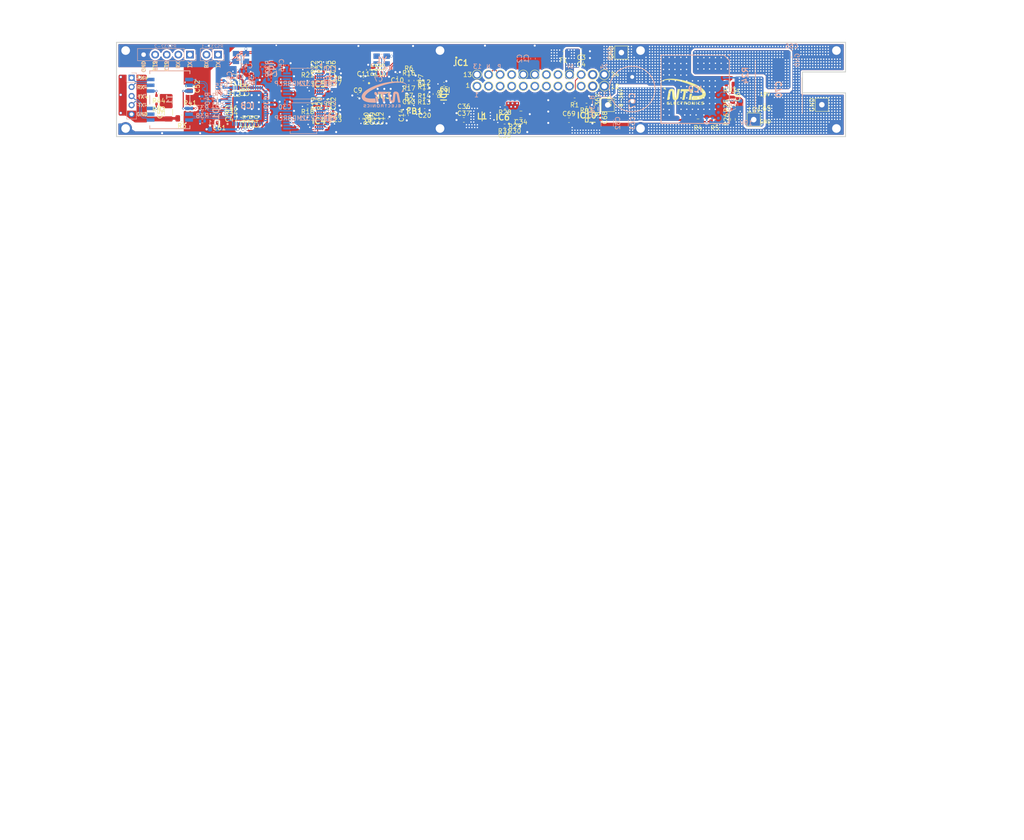
<source format=kicad_pcb>
(kicad_pcb (version 20211014) (generator pcbnew)
  (title_block (comment 4 "AISLER Project ID: TENDRZNR"))
  (layers (0 "F.Cu" signal) (1 "In1.Cu" power "GND1.Cu") (2 "In2.Cu" mixed "PWR.Cu") (3 "In3.Cu" signal "In4.Cu") (4 "In4.Cu" power "GND2.Cu") (31 "B.Cu" signal) (34 "B.Paste" user) (35 "F.Paste" user) (36 "B.SilkS" user "B.Silkscreen") (37 "F.SilkS" user "F.Silkscreen") (38 "B.Mask" user) (39 "F.Mask" user) (44 "Edge.Cuts" user))
  (net 0 "")
  (net 1 "GND")
  (net 2 "+3V3")
  (net 4 "/USB HUB/HUB_RST_N")
  (net 5 "/USB HUB/PLLFILT")
  (net 6 "/USB HUB/CRFILT")
  (net 7 "VBUS_UP")
  (net 8 "/USB HUB/USBUP_N")
  (net 9 "/USB HUB/USBUP_P")
  (net 10 "/USBDN1_N")
  (net 11 "/USBDN1_P")
  (net 12 "/USBDN2_N")
  (net 13 "/USBDN2_P")
  (net 14 "/USBDN3_N")
  (net 15 "/USBDN3_P")
  (net 16 "/USB HUB/BC_EN4")
  (net 17 "/USB HUB/NON_REM1")
  (net 18 "/USB HUB/CFG_SEL0")
  (net 19 "/USB HUB/CFG_SEL1")
  (net 20 "/USB HUB/NON_REM0")
  (net 21 "/USB2UP_N")
  (net 22 "/USB2UP_P")
  (net 23 "/USB HUB/VDDA33")
  (net 24 "/PWR_3V3/FB")
  (net 25 "/PWR_3V3/LX")
  (net 26 "/USB HUB/USBDN4_N")
  (net 27 "/USB HUB/USBDN4_P")
  (net 36 "/RS232_P1_TXD")
  (net 37 "/RS232_P1_RXD")
  (net 38 "/RS232_P2_TXD")
  (net 39 "/RS232_P2_RXD")
  (net 40 "/RS232_P2_CTS")
  (net 41 "/RS232_P2_RTS")
  (net 42 "/19V_CHARGE")
  (net 45 "/USB HUB/VBUS_DET")
  (net 66 "Net-(IC6-Pad2)")
  (net 68 "Net-(IC6-Pad7)")
  (net 74 "/5V_UP")
  (net 75 "Net-(C29-Pad1)")
  (net 76 "/USB SERIAL_2/VDD")
  (net 77 "/USB SERIAL_1/VDD")
  (net 78 "Net-(C29-Pad2)")
  (net 79 "Net-(C31-Pad2)")
  (net 80 "Net-(IC4-Pad8)")
  (net 81 "/USB SERIAL_2/CTS")
  (net 82 "/USB SERIAL_2/RTS")
  (net 83 "/USB SERIAL_2/RXD")
  (net 84 "/USB SERIAL_2/TXD")
  (net 85 "Net-(IC5-Pad8)")
  (net 86 "/USB SERIAL_1/CTS")
  (net 87 "/USB SERIAL_1/RTS")
  (net 88 "/USB SERIAL_1/RXD")
  (net 89 "/USB SERIAL_1/TXD")
  (net 90 "Net-(C32-Pad2)")
  (net 91 "Net-(C33-Pad1)")
  (net 92 "Net-(C33-Pad2)")
  (net 93 "/USB LAN/LAN_RST_N")
  (net 94 "+3.3VA")
  (net 95 "/USB LAN/VDDCORE")
  (net 96 "/USB LAN/VDDPLL")
  (net 97 "Net-(C52-Pad2)")
  (net 98 "/USB LAN/VDDUSBPLL")
  (net 99 "GNDPWR")
  (net 100 "Net-(C54-Pad2)")
  (net 101 "Net-(C55-Pad1)")
  (net 102 "Net-(C55-Pad2)")
  (net 103 "Net-(C57-Pad2)")
  (net 104 "Net-(C58-Pad2)")
  (net 105 "Net-(C59-Pad1)")
  (net 106 "Net-(C59-Pad2)")
  (net 109 "Net-(IC8-Pad8)")
  (net 111 "Net-(IC8-Pad16)")
  (net 112 "Net-(IC8-Pad20)")
  (net 134 "/USB LAN/RD_P")
  (net 135 "/USB LAN/RD_N")
  (net 136 "/USB LAN/TD_P")
  (net 137 "/USB LAN/TD_N")
  (net 138 "Net-(R42-Pad2)")
  (net 139 "Net-(R44-Pad2)")
  (net 140 "/USB HUB/RBIAS")
  (net 141 "/DOCK_IN")
  (net 142 "/USB LAN/TX_N")
  (net 143 "/USB LAN/TX_P")
  (net 144 "/USB LAN/RX_N")
  (net 145 "/USB LAN/RX_P")
  (net 149 "/USB SERIAL_2/RSTB")
  (net 150 "/USB SERIAL_1/RSTB")
  (net 151 "Net-(C6-Pad2)")
  (net 152 "Net-(C7-Pad2)")
  (net 153 "Net-(C41-Pad2)")
  (net 154 "Net-(C42-Pad2)")
  (net 161 "/pwr_19V/19V")
  (net 162 "/pwr_19V/MODE")
  (net 163 "/pwr_19V/VOUT")
  (net 164 "/pwr_19V/LL")
  (net 165 "/pwr_19V/RT")
  (net 166 "/pwr_19V/FB")
  (net 167 "/pwr_19V/RUN")
  (net 168 "/LDO3V3/LDO_3V")
  (net 170 "Net-(IC10-Pad4)")
  (net 171 "/LDO3V3/8-24V")
  (net 172 "/driver 232_1/RS232_RTS")
  (net 173 "/driver 232_1/RS232_CTS")
  (footprint "MountingHole:MountingHole_2.2mm_M2_DIN965_Pad" (layer "F.Cu") (at 216.105919 113.833157)
    (fp_text reference "REF**" hide)
    (fp_text value "MountingHole_2.2mm_M2_DIN965_Pad" hide)
  )
  (footprint "global_foot:SOT65P210X100-3N" (layer "F.Cu") (at 285.947072 106.346201 -90)
    (fp_text reference "IC2")
    (fp_text value "MIC803-29D4VC3-TR" hide)
  )
  (footprint "TestPoint:TestPoint_THTPad_2.5x2.5mm_Drill1.2mm" (layer "F.Cu") (at 321.905919 108.667354)
    (fp_text reference "TP1" hide)
    (fp_text value "8-36V" hide)
  )
  (footprint "global_foot:R_0402_1005Metric" (layer "F.Cu") (at 278.265919 108.787354)
    (fp_text reference "R2")
    (fp_text value "10K 0402 1%")
  )
  (footprint "global_foot:NFZ15SG152SN10B" (layer "F.Cu") (at 279.501722 110.035398)
    (fp_text reference "FB1")
    (fp_text value "BLM15PG100SZ1D" hide)
  )
  (footprint "Capacitor_SMD:C_0402_1005Metric" (layer "F.Cu") (at 239.300919 110.672354 180)
    (fp_text reference "C47")
    (fp_text value "0.1uF 16V 0402")
  )
  (footprint "global_foot:R_0402_1005Metric" (layer "F.Cu") (at 256.055919 100.927354 180)
    (fp_text reference "R21")
    (fp_text value "1K 0402")
  )
  (footprint "global_foot:R_0402_1005Metric" (layer "F.Cu") (at 278.266722 102.842354)
    (fp_text reference "R16")
    (fp_text value "100K 0402 1% 1/16W")
  )
  (footprint "Capacitor_SMD:C_0603_1608Metric" (layer "F.Cu") (at 316.105919 98.317354 180)
    (fp_text reference "C4")
    (fp_text value "0.1uF 50V 0603")
  )
  (footprint "Capacitor_SMD:C_0402_1005Metric" (layer "F.Cu") (at 241.720919 112.292354 -90)
    (fp_text reference "C43")
    (fp_text value "0.1uF 16V 0402")
  )
  (footprint "Capacitor_SMD:C_0402_1005Metric" (layer "F.Cu") (at 262.101722 101.727354 180)
    (fp_text reference "C28")
    (fp_text value "4.7uF 6.3V 0402")
  )
  (footprint "Capacitor_SMD:C_0402_1005Metric" (layer "F.Cu") (at 259.535919 100.307354 -90)
    (fp_text reference "C25")
    (fp_text value "0.1uF 16V 0402")
  )
  (footprint "global_foot:R_0402_1005Metric" (layer "F.Cu") (at 256.055919 108.992354 180)
    (fp_text reference "R18")
    (fp_text value "1K 0402")
  )
  (footprint "MountingHole:MountingHole_2.2mm_M2_DIN965_Pad" (layer "F.Cu") (at 329.105919 113.833157)
    (fp_text reference "REF**" hide)
    (fp_text value "MountingHole_2.2mm_M2_DIN965_Pad" hide)
  )
  (footprint "cf33pwr_foot:R_0603_1608Metric" (layer "F.Cu") (at 341.725919 112.257354 180)
    (fp_text reference "R4")
    (fp_text value "0R 0603")
  )
  (footprint "FabDrawing:FabDrawing-6Layer-Metric" (layer "F.Cu") (at 214.795919 167.619854)
    (fp_text reference "REF**" hide)
    (fp_text value "FabDrawing-6Layer" hide)
  )
  (footprint "Capacitor_SMD:C_0603_1608Metric" (layer "F.Cu") (at 290.335919 111.947354)
    (fp_text reference "C37")
    (fp_text value "22uF 6.3V 0603 20%")
  )
  (footprint "Capacitor_SMD:C_0402_1005Metric" (layer "F.Cu") (at 271.325919 100.952004 -90)
    (fp_text reference "C15")
    (fp_text value "0.01uF 10V 0402")
  )
  (footprint "Capacitor_SMD:C_0402_1005Metric" (layer "F.Cu") (at 242.890919 105.362354 90)
    (fp_text reference "C60")
    (fp_text value "0.1uF 16V 0402")
  )
  (footprint "TestPoint:TestPoint_THTPad_D1.0mm_Drill0.5mm" (layer "F.Cu") (at 295.755031 104.537243 180)
    (fp_text reference "P22" hide)
    (fp_text value "P2_USB3_TX_P" hide)
  )
  (footprint "TestPoint:TestPoint_THTPad_D1.0mm_Drill0.5mm" (layer "F.Cu") (at 293.215031 104.537243 180)
    (fp_text reference "P21" hide)
    (fp_text value "P1_USB3_TX_N" hide)
  )
  (footprint "global_foot:R_0402_1005Metric" (layer "F.Cu") (at 317.255919 108.667354 180)
    (fp_text reference "R43")
    (fp_text value "10K 0402 1%")
  )
  (footprint "TestPoint:TestPoint_THTPad_D1.0mm_Drill0.5mm" (layer "F.Cu") (at 303.375031 101.997243 180)
    (fp_text reference "P19" hide)
    (fp_text value "P17_19V_IN" hide)
  )
  (footprint "TestPoint:TestPoint_THTPad_D1.0mm_Drill0.5mm" (layer "F.Cu") (at 305.915031 101.997243 180)
    (fp_text reference "P20" hide)
    (fp_text value "P18_19V_IN" hide)
  )
  (footprint "my_ldo:SOT95P275X130-5N" (layer "F.Cu") (at 317.305919 110.967354 180)
    (fp_text reference "IC10")
    (fp_text value "S-19212D33A-M5T1U" hide)
  )
  (footprint "TestPoint:TestPoint_THTPad_D1.0mm_Drill0.5mm" (layer "F.Cu") (at 316.075031 101.997243 180)
    (fp_text reference "P18" hide)
    (fp_text value "P22_DOCK_IN_DET" hide)
  )
  (footprint "Capacitor_SMD:C_0603_1608Metric" (layer "F.Cu") (at 316.105919 96.817354 180)
    (fp_text reference "C3")
    (fp_text value "10nF 50V 0603")
  )
  (footprint "Capacitor_SMD:C_0603_1608Metric" (layer "F.Cu") (at 313.405919 112.017354)
    (fp_text reference "C69")
    (fp_text value "22uF 6.3V 0603 20%")
  )
  (footprint "TestPoint:TestPoint_THTPad_D1.0mm_Drill0.5mm" (layer "F.Cu") (at 303.375031 104.537243 180)
    (fp_text reference "P5" hide)
    (fp_text value "NC" hide)
  )
  (footprint "cf33pwr_foot:R_0603_1608Metric" (layer "F.Cu") (at 348.680919 104.042354 180)
    (fp_text reference "R33")
    (fp_text value "0R 0603")
  )
  (footprint "TestPoint:TestPoint_THTPad_D1.0mm_Drill0.5mm" (layer "F.Cu") (at 308.455031 104.537243 180)
    (fp_text reference "P7" hide)
    (fp_text value "NC'" hide)
  )
  (footprint "MountingHole:MountingHole_2.2mm_M2_DIN965_Pad" (layer "F.Cu") (at 372.105919 113.833157)
    (fp_text reference "REF**" hide)
    (fp_text value "MountingHole_2.2mm_M2_DIN965_Pad" hide)
  )
  (footprint "TestPoint:TestPoint_THTPad_D1.0mm_Drill0.5mm" (layer "F.Cu") (at 310.995031 104.537243 180)
    (fp_text reference "P8" hide)
    (fp_text value "NC" hide)
  )
  (footprint "global_foot:R_0402_1005Metric" (layer "F.Cu") (at 281.616722 106.867354 180)
    (fp_text reference "R13")
    (fp_text value "100K 0402 1% 1/16W")
  )
  (footprint "TestPoint:TestPoint_THTPad_D1.0mm_Drill0.5mm" (layer "F.Cu") (at 298.295031 104.537243 180)
    (fp_text reference "P23" hide)
    (fp_text value "P3_USB3_RX_P" hide)
  )
  (footprint "global_foot:SON50P201X201X60-9N-D" (layer "F.Cu") (at 298.845919 111.398854 180)
    (fp_text reference "IC6")
    (fp_text value "AP3441SHE-7B" hide)
  )
  (footprint "global_foot:QFN50P600X600X100-37N-D" (layer "F.Cu") (at 272.871722 106.637354)
    (fp_text reference "IC3")
    (fp_text value "USB2514B_M2" hide)
  )
  (footprint "Capacitor_SMD:C_0805_2012Metric" (layer "F.Cu") (at 356.305919 107.717354 180)
    (fp_text reference "C65")
    (fp_text value "22uF 25V 0805")
  )
  (footprint "TestPoint:TestPoint_THTPad_2.5x2.5mm_Drill1.2mm" (layer "F.Cu") (at 368.905919 108.617354 90)
    (fp_text reference "TP6" hide)
    (fp_text value "19V" hide)
  )
  (footprint "Capacitor_SMD:C_0402_1005Metric" (layer "F.Cu") (at 278.261722 106.797354 180)
    (fp_text reference "C13")
    (fp_text value "0.1uF 16V 0402")
  )
  (footprint "TestPoint:TestPoint_THTPad_D1.0mm_Drill0.5mm" (layer "F.Cu") (at 310.995031 101.997243 180)
    (fp_text reference "P12" hide)
    (fp_text value "NC" hide)
  )
  (footprint "Capacitor_SMD:C_0402_1005Metric" (layer "F.Cu") (at 242.700919 112.302354 -90)
    (fp_text reference "C49")
    (fp_text value "0.1uF 16V 0402")
  )
  (footprint "Capacitor_SMD:C_0402_1005Metric" (layer "F.Cu") (at 349.305919 106.442354 -90)
    (fp_text reference "C64")
    (fp_text value "0.1uF 16V 0402")
  )
  (footprint "global_foot:R_0402_1005Metric" (layer "F.Cu") (at 223.375919 108.457354 180)
    (fp_text reference "R42")
    (fp_text value "75R 1% 0402")
  )
  (footprint "Capacitor_SMD:C_0402_1005Metric" (layer "F.Cu") (at 279.741722 103.317354 -90)
    (fp_text reference "C17")
    (fp_text value "1uF 0402 25V X5R")
  )
  (footprint "Capacitor_SMD:C_0402_1005Metric" (layer "F.Cu") (at 281.735919 109.817354 180)
    (fp_text reference "C20")
    (fp_text value "4.7uF 6.3V 0402")
  )
  (footprint "TestPoint:TestPoint_THTPad_D1.0mm_Drill0.5mm" (layer "F.Cu") (at 295.755031 101.997243 180)
    (fp_text reference "P16" hide)
    (fp_text value "P14_USB2_N" hide)
  )
  (footprint "global_foot:R_0402_1005Metric" (layer "F.Cu") (at 267.755919 111.687354 -90)
    (fp_text reference "R10")
    (fp_text value "10K 0402 1%")
  )
  (footprint "TestPoint:TestPoint_THTPad_D1.0mm_Drill0.5mm" (layer "F.Cu") (at 300.835031 104.537243 180)
    (fp_text reference "P24" hide)
    (fp_text value "P4_USB3_RX_N" hide)
  )
  (footprint "Capacitor_SMD:C_0402_1005Metric" (layer "F.Cu") (at 271.415919 111.657354 90)
    (fp_text reference "C19")
    (fp_text value "0.1uF 16V 0402")
  )
  (footprint "cf33pwr_foot:R_0603_1608Metric" (layer "F.Cu") (at 345.405919 112.327354 180)
    (fp_text reference "R5")
    (fp_text value "0R 0603")
  )
  (footprint "global_foot:R_0402_1005Metric" (layer "F.Cu") (at 301.455919 113.242354 180)
    (fp_text reference "R30")
    (fp_text value "95.3K 0402 1% 1/10W")
  )
  (footprint "TestPoint:TestPoint_THTPad_D1.0mm_Drill0.5mm" (layer "F.Cu") (at 298.295031 101.997243 180)
    (fp_text reference "P17" hide)
    (fp_text value "P15_USB2_P" hide)
  )
  (footprint "MountingHole:MountingHole_2.2mm_M2_DIN965_Pad" (layer "F.Cu") (at 285.105919 96.717354)
    (fp_text reference "REF**" hide)
    (fp_text value "MountingHole_2.2mm_M2_DIN965_Pad" hide)
  )
  (footprint "Capacitor_SMD:C_0402_1005Metric" (layer "F.Cu") (at 260.515919 100.307354 -90)
    (fp_text reference "C26")
    (fp_text value "4.7uF 6.3V 0402")
  )
  (footprint "global_foot:R_0402_1005Metric" (layer "F.Cu") (at 299.355919 109.137354 180)
    (fp_text reference "R28")
    (fp_text value "10K 0402 1%")
  )
  (footprint "TestPoint:TestPoint_THTPad_D1.0mm_Drill0.5mm" (layer "F.Cu") (at 318.615031 101.997243 180)
    (fp_text reference "P3" hide)
    (fp_text value "NC" hide)
  )
  (footprint "TestPoint:TestPoint_THTPad_D1.0mm_Drill0.5mm" (layer "F.Cu") (at 321.154998 101.997354 180)
    (fp_text reference "P4" hide)
    (fp_text value "P24_GND" hide)
  )
  (footprint "TestPoint:TestPoint_THTPad_D1.0mm_Drill0.5mm" (layer "F.Cu") (at 308.455031 101.997243 180)
    (fp_text reference "P2" hide)
    (fp_text value "NC" hide)
  )
  (footprint "TestPoint:TestPoint_THTPad_D1.0mm_Drill0.5mm" (layer "F.Cu") (at 300.835031 101.997243 180)
    (fp_text reference "P1" hide)
    (fp_text value "P16_GPIO" hide)
  )
  (footprint "Capacitor_SMD:C_0402_1005Metric" (layer "F.Cu") (at 299.280919 114.212354 180)
    (fp_text reference "C35")
    (fp_text value "22pF 50V 0402 10%")
  )
  (footprint "Capacitor_SMD:C_0402_1005Metric" (layer "F.Cu") (at 260.555919 108.367354 -90)
    (fp_text reference "C22")
    (fp_text value "4.7uF 6.3V 0402")
  )
  (footprint "global_foot:CP2102NA02GQFN20" (layer "F.Cu") (at 258.486372 104.112004 180)
    (fp_text reference "IC5")
    (fp_text value "CP2102N-A02-GQFN20" hide)
  )
  (footprint "global_foot:R_0402_1005Metric" (layer "F.Cu") (at 257.525919 100.327354 -90)
    (fp_text reference "R23")
    (fp_text value "47K 0402 1%")
  )
  (footprint "Capacitor_SMD:C_0402_1005Metric" (layer "F.Cu") (at 267.051722 106.617354)
    (fp_text reference "C9")
    (fp_text value "0.1uF 16V 0402")
  )
  (footprint "Capacitor_SMD:C_0402_1005Metric" (layer "F.Cu") (at 243.670919 112.292354 -90)
    (fp_text reference "C40")
    (fp_text value "0.1uF 16V 0402")
  )
  (footprint "Inductor_SMD:L_0603_1608Metric" (layer "F.Cu") (at 240.285919 102.497354 180)
    (fp_text reference "FL3")
    (fp_text value "120R")
  )
  (footprint "global_foot:R_0402_1005Metric" (layer "F.Cu") (at 258.551722 108.367354 90)
    (fp_text reference "R19")
    (fp_text value "22K6 0402")
  )
  (footprint "global_foot:R_0402_1005Metric" (layer "F.Cu") (at 223.375919 106.597354 180)
    (fp_text reference "R44")
    (fp_text value "75R 1% 0402")
  )
  (footprint "Capacitor_SMD:C_0402_1005Metric" (layer "F.Cu") (at 243.860919 105.362354 90)
    (fp_text reference "C50")
    (fp_text value "1uF 0402 25V X5R")
  )
  (footprint "TestPoint:TestPoint_THTPad_D1.0mm_Drill0.5mm" (layer "F.Cu") (at 316.075031 104.537243 180)
    (fp_text reference "P10" hide)
    (fp_text value "NC" hide)
  )
  (footprint "global_foot:SON50P150X170X55-6N-D" (layer "F.Cu") (at 289.805919 99.417354)
    (fp_text reference "IC1")
    (fp_text value "ECMF02-2AMX6" hide)
  )
  (footprint "TestPoint:TestPoint_THTPad_D1.0mm_Drill0.5mm" (layer "F.Cu") (at 318.615031 104.537243 180)
    (fp_text reference "P11" hide)
    (fp_text value "NC" hide)
  )
  (footprint "global_foot:R_0402_1005Metric" (layer "F.Cu") (at 299.280919 113.237354 180)
    (fp_text reference "R31")
    (fp_text value "430K 0402 1% 1/10W")
  )
  (footprint "Capacitor_SMD:C_0603_1608Metric" (layer "F.Cu") (at 290.345919 110.437354)
    (fp_text reference "C36")
    (fp_text value "22uF 6.3V 0603 20%")
  )
  (footprint "Capacitor_SMD:C_0402_1005Metric" (layer "F.Cu") (at 236.670919 112.532354 180)
    (fp_text reference "C61")
    (fp_text value "0.1uF 16V 0402")
  )
  (footprint "Capacitor_SMD:C_0402_1005Metric" (layer "F.Cu") (at 268.295919 102.992004)
    (fp_text reference "C11")
    (fp_text value "0.1uF 16V 0402")
  )
  (footprint "global_foot:R_0402_1005Metric" (layer "F.Cu") (at 239.305919 109.267354 180)
    (fp_text reference "R34")
    (fp_text value "12K 1% 0402")
  )
  (footprint "TestPoint:TestPoint_THTPad_D1.0mm_Drill0.5mm" (layer "F.Cu") (at 313.535031 104.537243 180)
    (fp_text reference "P9" hide)
    (fp_text value "NC" hide)
  )
  (footprint "cf33pwr_foot:R_0805_2012Metric" (layer "F.Cu") (at 228.455919 111.617354 180)
    (fp_text reference "R3")
    (fp_text value "0R 0805")
  )
  (footprint "Capacitor_SMD:C_0402_1005Metric" (layer "F.Cu") (at 272.385919 111.647354 90)
    (fp_text reference "C16")
    (fp_text value "0.01uF 10V 0402")
  )
  (footprint "Inductor_SMD:L_0603_1608Metric" (layer "F.Cu") (at 240.080919 104.892354 180)
    (fp_text reference "FL2")
    (fp_text value "120R")
  )
  (footprint "global_foot:DFE2HCAH1R0MJ0L" (layer "F.Cu") (at 294.345919 111.167354 180)
    (fp_text reference "L1")
    (fp_text value "2.2uH 2.2A" hide)
  )
  (footprint "cf33pwr_foot:R_0603_1608Metric" (layer "F.Cu") (at 349.380919 111.842354 90)
    (fp_text reference "R26")
    (fp_text value "6.65K 1% 0603")
  )
  (footprint "Capacitor_SMD:C_1206_3216Metric" (layer "F.Cu") (at 225.505919 110.267354 90)
    (fp_text reference "C54")
    (fp_text value "1000pF 2kV 1206")
  )
  (footprint "global_foot:CP2102NA02GQFN20" (layer "F.Cu") (at 258.506372 112.183157 180)
    (fp_text reference "IC4")
    (fp_text value "CP2102N-A02-GQFN20" hide)
  )
  (footprint "TestPoint:TestPoint_THTPad_D1.0mm_Drill0.5mm" (layer "F.Cu") (at 313.535031 101.997243 180)
    (fp_text reference "P15" hide)
    (fp_text value "P21_5V_DOCK" hide)
  )
  (footprint "Capacitor_SMD:C_0402_1005Metric" (layer "F.Cu") (at 277.795919 110.947704 90)
    (fp_text reference "C14")
    (fp_text value "4.7uF 6.3V 0402")
  )
  (footprint "global_foot:R_0402_1005Metric" (layer "F.Cu") (at 278.266722 103.842354 180)
    (fp_text reference "R17")
    (fp_text value "100K 0402 1% 1/16W")
  )
  (footprint "TestPoint:TestPoint_THTPad_D1.0mm_Drill0.5mm" (layer "F.Cu") (at 293.215031 101.997243 180)
    (fp_text reference "P13" hide)
    (fp_text value "P13_GND" hide)
  )
  (footprint "global_foot:R_0402_1005Metric" (layer "F.Cu") (at 281.616722 104.867354)
    (fp_text reference "R12")
    (fp_text value "100K 0402 1% 1/16W")
  )
  (footprint "Capacitor_SMD:C_0402_1005Metric" (layer "F.Cu") (at 270.335919 100.952004 -90)
    (fp_text reference "C18")
    (fp_text value "0.1uF 16V 0402")
  )
  (footprint "global_foot:R_0402_1005Metric" (layer "F.Cu") (at 278.266722 107.777354)
    (fp_text reference "R7")
    (fp_text value "10K 0402 1%")
  )
  (footprint "MountingHole:MountingHole_2.2mm_M2_DIN965_Pad" (layer "F.Cu") (at 372.105919 96.717354)
    (fp_text reference "REF**" hide)
    (fp_text value "MountingHole_2.2mm_M2_DIN965_Pad" hide)
  )
  (footprint "TestPoint:TestPoint_THTPad_D1.0mm_Drill0.5mm" (layer "F.Cu") (at 321.155031 104.537243 180)
    (fp_text reference "P14" hide)
    (fp_text value "P12_GND" hide)
  )
  (footprint "Capacitor_SMD:C_0402_1005Metric" (layer "F.Cu") (at 259.555919 108.367354 -90)
    (fp_text reference "C21")
    (fp_text value "0.1uF 16V 0402")
  )
  (footprint "Capacitor_SMD:C_0402_1005Metric" (layer "F.Cu") (at 275.741722 102.067354 180)
    (fp_text reference "C10")
    (fp_text value "0.1uF 16V 0402")
  )
  (footprint "TestPoint:TestPoint_THTPad_2.5x2.5mm_Drill1.2mm" (layer "F.Cu") (at 324.905919 97.167354 90)
    (fp_text reference "TP5" hide)
    (fp_text value "GND" hide)
  )
  (footprint "Capacitor_SMD:C_0805_2012Metric" (layer "F.Cu") (at 302.855919 110.737354 180)
    (fp_text reference "C34")
    (fp_text value "10uF 10V 0805")
  )
  (footprint "MountingHole:MountingHole_2.2mm_M2_DIN965_Pad" (layer "F.Cu") (at 285.105919 113.833157)
    (fp_text reference "REF**" hide)
    (fp_text value "MountingHole_2.2mm_M2_DIN965_Pad" hide)
  )
  (footprint "global_foot:R_0402_1005Metric" (layer "F.Cu") (at 230.255919 109.417354)
    (fp_text reference "R41")
    (fp_text value "0R 0402")
  )
  (footprint "global_foot:R_0402_1005Metric" (layer "F.Cu") (at 257.555919 108.367354 -90)
    (fp_text reference "R20")
    (fp_text value "47K 0402 1%")
  )
  (footprint "global_foot:R_0402_1005Metric" (layer "F.Cu") (at 278.266722 101.817354)
    (fp_text reference "R6")
    (fp_text value "10K 0402 1%")
  )
  (footprint "Capacitor_SMD:C_0402_1005Metric" (layer "F.Cu") (at 240.750919 112.292354 -90)
    (fp_text reference "C44")
    (fp_text value "0.1uF 16V 0402")
  )
  (footprint "TestPoint:TestPoint_THTPad_2.5x2.5mm_Drill1.2mm" (layer "F.Cu") (at 353.955919 111.892354)
    (fp_text reference "TP6" hide)
    (fp_text value "19V" hide)
  )
  (footprint "Capacitor_SMD:C_0402_1005Metric" (layer "F.Cu") (at 239.300919 108.242354 180)
    (fp_text reference "C46")
    (fp_text value "0.1uF 16V 0402")
  )
  (footprint "TestPoint:TestPoint_THTPad_D1.0mm_Drill0.5mm" (layer "F.Cu") (at 305.915031 104.537243 180)
    (fp_text reference "P6" hide)
    (fp_text value "NC" hide)
  )
  (footprint "global_foot:R_0402_1005Metric" (layer "F.Cu") (at 301.555919 112.237354 180)
    (fp_text reference "R29")
    (fp_text value "100K 0402 1% 1/16W")
  )
  (footprint "cf33pwr_foot:R_0603_1608Metric" (layer "F.Cu") (at 349.355919 108.867354 90)
    (fp_text reference "R25")
    (fp_text value "100K 1% 0603")
  )
  (footprint "Capacitor_SMD:C_0402_1005Metric" (layer "F.Cu") (at 262.131722 110.737354 180)
    (fp_text reference "C23")
    (fp_text value "0.1uF 16V 0402")
  )
  (footprint "global_foot:R_0402_1005Metric" (layer "F.Cu") (at 258.536372 100.327354 90)
    (fp_text reference "R22")
    (fp_text value "22K6 0402")
  )
  (footprint "Capacitor_SMD:C_0402_1005Metric" (layer "F.Cu") (at 273.345919 111.647354 90)
    (fp_text reference "C12")
    (fp_text value "0.1uF 16V 0402")
  )
  (footprint "global_foot:R_0402_1005Metric" (layer "F.Cu") (at 314.645919 107.517354 180)
    (fp_text reference "R1")
    (fp_text value "1K 0402")
  )
  (footprint "MountingHole:MountingHole_2.2mm_M2_DIN965_Pad" (layer "F.Cu") (at 329.105919 96.717354)
    (fp_text reference "REF**" hide)
    (fp_text value "MountingHole_2.2mm_M2_DIN965_Pad" hide)
  )
  (footprint "Capacitor_SMD:C_0402_1005Metric" (layer "F.Cu") (at 262.101722 102.707354 180)
    (fp_text reference "C27")
    (fp_text value "0.1uF 16V 0402")
  )
  (footprint "MountingHole:MountingHole_2.2mm_M2_DIN965_Pad" (layer "F.Cu") (at 216.105919 96.717354)
    (fp_text reference "REF**" hide)
    (fp_text value "MountingHole_2.2mm_M2_DIN965_Pad" hide)
  )
  (footprint "Capacitor_SMD:C_0402_1005Metric" (layer "F.Cu") (at 285.975919 104.046201 180)
    (fp_text reference "C5")
    (fp_text value "0.1uF 16V 0402")
  )
  (footprint "global_foot:R_0402_1005Metric" (layer "F.Cu") (at 283.960919 106.281201 -90)
    (fp_text reference "R8")
    (fp_text value "100K 0402 1% 1/16W")
  )
  (footprint "Capacitor_SMD:C_0402_1005Metric" (layer "F.Cu") (at 270.455919 111.667354 90)
    (fp_text reference "C8")
    (fp_text value "0.1uF 16V 0402")
  )
  (footprint "Capacitor_SMD:C_0402_1005Metric" (layer "F.Cu") (at 262.121722 109.767354 180)
    (fp_text reference "C24")
    (fp_text value "4.7uF 6.3V 0402")
  )
  (footprint "global_foot:R_0402_1005Metric" (layer "F.Cu") (at 268.755919 111.687354 -90)
    (fp_text reference "R9")
    (fp_text value "10K 0402 1%")
  )
  (footprint "Capacitor_SMD:C_0805_2012Metric" (layer "F.Cu") (at 230.155919 104.617354 -90)
    (fp_text reference "C52")
    (fp_text value "0.022uF 50V 0805")
  )
  (footprint "Fuse:Fuse_0603_1608Metric" (layer "F.Cu") (at 312.205919 97.417354 180)
    (fp_text reference "F1")
    (fp_text value "5A 0603")
  )
  (footprint "global_foot:R_0402_1005Metric" (layer "F.Cu") (at 281.621722 105.867354)
    (fp_text reference "R11")
    (fp_text value "10K 0402 1%")
  )
  (footprint "global_foot:R_0402_1005Metric" (layer "F.Cu") (at 281.616722 107.867354)
    (fp_text reference "R14")
    (fp_text value "100K 0402 1% 1/16W")
  )
  (footprint "global_foot:R_0402_1005Metric" (layer "F.Cu") (at 269.331722 100.967354 -90)
    (fp_text reference "R15")
    (fp_text value "12K 1% 0402")
  )
  (footprint "Capacitor_SMD:C_0402_1005Metric" (layer "F.Cu") (at 320.105919 111.467354 -90)
    (fp_text reference "C68")
    (fp_text value "1uF 50V 0402")
  )
  (footprint "Capacitor_SMD:C_0402_1005Metric" (layer "B.Cu") (at 260.925919 105.207354 180)
    (fp_text reference "C57")
    (fp_text value "0.1uF 50V 0402 X7R")
  )
  (footprint "my_step_up_down:BGA121C127P11X11_1500X1500X512" (layer "B.Cu") (at 341.105919 105.217354 180)
    (fp_text reference "IC9")
    (fp_text value "LTM8055IY-1#PBF" hide)
  )
  (footprint "my_esd:CDDFN103324P" (layer "B.Cu") (at 236.088419 110.592354 -90)
    (fp_text reference "D1")
    (fp_text value "CDDFN10-3324P" hide)
  )
  (footprint "Capacitor_SMD:C_1210_3225Metric" (layer "B.Cu") (at 321.805919 112.667354 90)
    (fp_text reference "C62")
    (fp_text value "4.7uF 50V 1210")
  )
  (footprint "cf33pwr_foot:R_0603_1608Metric" (layer "B.Cu") (at 350.980919 108.592354 -90)
    (fp_text reference "R27")
    (fp_text value "24.9K 1% 0603")
  )
  (footprint "Connector_PinHeader_2.54mm:PinHeader_1x02_P2.54mm_Vertical" (layer "B.Cu") (at 236.380919 97.617354 90)
    (fp_text reference "TP2" hide)
    (fp_text value "RS-232-1")
  )
  (footprint "Capacitor_SMD:C_0402_1005Metric" (layer "B.Cu") (at 248.155919 108.137354 -90)
    (fp_text reference "C39")
    (fp_text value "0.1uF 16V 0402")
  )
  (footprint "Capacitor_SMD:C_0402_1005Metric" (layer "B.Cu") (at 271.585919 101.857354)
    (fp_text reference "C7")
    (fp_text value "10pF 50V 2% 0402")
  )
  (footprint "Capacitor_SMD:C_0402_1005Metric" (layer "B.Cu") (at 244.915919 102.702354 -90)
    (fp_text reference "C38")
    (fp_text value "0.1uF 16V 0402")
  )
  (footprint "Capacitor_SMD:C_0402_1005Metric" (layer "B.Cu") (at 260.915919 104.247354 180)
    (fp_text reference "C59")
    (fp_text value "0.1uF 50V 0402 X7R")
  )
  (footprint "Capacitor_SMD:C_0402_1005Metric" (layer "B.Cu") (at 236.250919 107.662354)
    (fp_text reference "C51")
    (fp_text value "0.1uF 16V 0402")
  )
  (footprint "Capacitor_SMD:C_0805_2012Metric" (layer "B.Cu") (at 362.280919 97.417354 180)
    (fp_text reference "C66")
    (fp_text value "22uF 25V 0805")
  )
  (footprint "global_foot:HX0068ANL" (layer "B.Cu") (at 225.800919 107.522354 -90)
    (fp_text reference "T1")
    (fp_text value "HX0068ANL" hide)
  )
  (footprint "global_foot:R_0402_1005Metric" (layer "B.Cu") (at 246.130919 100.292354 90)
    (fp_text reference "R32")
    (fp_text value "100K 0402 1% 1/16W")
  )
  (footprint "global_foot:ABM8G48000MHZ18D2YT" (layer "B.Cu") (at 241.415919 98.247354 180)
    (fp_text reference "Y2")
    (fp_text value "ABM8G-25.000MHZ-4Y-T3" hide)
  )
  (footprint "Capacitor_SMD:C_0402_1005Metric" (layer "B.Cu") (at 260.945919 110.537354)
    (fp_text reference "C29")
    (fp_text value "0.1uF 50V 0402 X7R")
  )
  (footprint "Inductor_SMD:L_0603_1608Metric" (layer "B.Cu") (at 235.430919 114.002354 180)
    (fp_text reference "FL1")
    (fp_text value "120R")
  )
  (footprint "Capacitor_SMD:C_0402_1005Metric" (layer "B.Cu") (at 251.055919 107.967354)
    (fp_text reference "C30")
    (fp_text value "0.1uF 50V 0402 X7R")
  )
  (footprint "Capacitor_SMD:C_0402_1005Metric" (layer "B.Cu") (at 251.505919 99.967354 -90)
    (fp_text reference "C56")
    (fp_text value "0.1uF 50V 0402 X7R")
  )
  (footprint "Capacitor_SMD:C_0402_1005Metric" (layer "B.Cu") (at 240.070919 102.692354 -90)
    (fp_text reference "C53")
    (fp_text value "0.1uF 16V 0402")
  )
  (footprint "Capacitor_SMD:C_0402_1005Metric" (layer "B.Cu") (at 273.455919 101.847354 180)
    (fp_text reference "C6")
    (fp_text value "10pF 50V 2% 0402")
  )
  (footprint "Capacitor_SMD:C_0402_1005Metric" (layer "B.Cu") (at 260.930919 101.867354 180)
    (fp_text reference "C58")
    (fp_text value "0.1uF 50V 0402 X7R")
  )
  (footprint "my_cap:CAPPRD530W65D1000H1050" (layer "B.Cu") (at 327.280919 107.817354 90)
    (fp_text reference "C67")
    (fp_text value "330uF 35V 20mOm" hide)
  )
  (footprint "Connector_PinHeader_2.54mm:PinHeader_1x05_P2.54mm_Vertical" (layer "B.Cu") (at 230.205919 97.617354 90)
    (fp_text reference "TP3" hide)
    (fp_text value "RS-232-2")
  )
  (footprint "global_foot:R_0402_1005Metric" (layer "B.Cu") (at 232.905919 107.297354 90)
    (fp_text reference "R40")
    (fp_text value "49.9R 1% 0402")
  )
  (footprint "Capacitor_SMD:C_0402_1005Metric" (layer "B.Cu") (at 248.030919 103.102354 180)
    (fp_text reference "C45")
    (fp_text value "0.1uF 16V 0402")
  )
  (footprint "Capacitor_SMD:C_0402_1005Metric" (layer "B.Cu") (at 260.935919 109.567354 180)
    (fp_text reference "C32")
    (fp_text value "0.1uF 50V 0402 X7R")
  )
  (footprint "Capacitor_SMD:C_0402_1005Metric" (layer "B.Cu") (at 237.110919 104.802354)
    (fp_text reference "C48")
    (fp_text value "0.1uF 16V 0402")
  )
  (footprint "Capacitor_SMD:C_0402_1005Metric" (layer "B.Cu") (at 260.925919 111.887354 180)
    (fp_text reference "C33")
    (fp_text value "0.1uF 50V 0402 X7R")
  )
  (footprint "my_cap:CAPAE1030X800N" (layer "B.Cu") (at 359.455919 105.267354 -90)
    (fp_text reference "C70")
    (fp_text value "150uF 25V 25mOm" hide)
  )
  (footprint "Capacitor_SMD:C_0402_1005Metric" (layer "B.Cu") (at 260.925919 112.837354 180)
    (fp_text reference "C31")
    (fp_text value "0.1uF 50V 0402 X7R")
  )
  (footprint "global_foot:R_0402_1005Metric" (layer "B.Cu") (at 232.945919 112.207354 180)
    (fp_text reference "R38")
    (fp_text value "49.9R 1% 0402")
  )
  (footprint "Capacitor_SMD:C_0603_1608Metric" (layer "B.Cu") (at 304.005919 98.492354 -90)
    (fp_text reference "C2")
    (fp_text value "0.1uF 50V 0603")
  )
  (footprint "global_foot:ABM8G48000MHZ18D2YT" (layer "B.Cu") (at 272.285919 98.807354 180)
    (fp_text reference "Y1")
    (fp_text value "ABM8G-24.000MHZ-4Y-T3" hide)
  )
  (footprint "Capacitor_SMD:C_0402_1005Metric" (layer "B.Cu") (at 242.545919 101.257354 180)
    (fp_text reference "C41")
    (fp_text value "10pF 50V 2% 0402")
  )
  (footprint "Capacitor_SMD:C_0402_1005Metric" (layer "B.Cu") (at 240.660919 101.257354)
    (fp_text reference "C42")
    (fp_text value "10pF 50V 2% 0402")
  )
  (footprint "Capacitor_SMD:C_0402_1005Metric" (layer "B.Cu") (at 260.925919 102.842354)
    (fp_text reference "C55")
    (fp_text value "0.1uF 50V 0402 X7R")
  )
  (footprint "global_foot:QFN50P800X800X100-57N-D" (layer "B.Cu") (at 242.875919 108.847354)
    (fp_text reference "IC8")
    (fp_text value "LAN9500AI-ABZJ" hide)
  )
  (footprint "Capacitor_SMD:C_1210_3225Metric" (layer "B.Cu") (at 325.055919 112.667354 90)
    (fp_text reference "C63")
    (fp_text value "4.7uF 50V 1210")
  )
  (footprint "Connector_PinHeader_2.00mm:PinHeader_1x05_P2.00mm_Vertical" (layer "B.Cu") (at 217.405919 102.707354 180)
    (fp_text reference "TP4" hide)
    (fp_text value "LAN")
  )
  (footprint "global_foot:SOT65P210X100-3N" (layer "B.Cu") (at 248.040919 100.812354 90)
    (fp_text reference "IC7")
    (fp_text value "MIC803-29D4VC3-TR" hide)
  )
  (footprint "global_foot:R_0402_1005Metric" (layer "B.Cu") (at 237.120919 103.302354)
    (fp_text reference "R35")
    (fp_text value "12K 1% 0402")
  )
  (footprint "global_foot:MAX3232MDBREP" (layer "B.Cu") (at 255.115919 103.987354 180)
    (fp_text reference "U2")
    (fp_text value "MAX3232MDBREP")
  )
  (footprint "Capacitor_SMD:C_0603_1608Metric" (layer "B.Cu") (at 305.505919 98.492354 -90)
    (fp_text reference "C1")
    (fp_text value "10nF 50V 0603")
  )
  (footprint "global_foot:R_0402_1005Metric" (layer "B.Cu") (at 243.235919 102.827354)
    (fp_text reference "R36")
    (fp_text value "0R 0402")
  )
  (footprint "global_foot:R_0402_1005Metric" (layer "B.Cu") (at 232.945919 110.477354 180)
    (fp_text reference "R37")
    (fp_text value "49.9R 1% 0402")
  )
  (footprint "my_cur_sens:RESC2012X47N" (layer "B.Cu") (at 352.105919 102.167354 -90)
    (fp_text reference "R24")
    (fp_text value "0.008R 1% 0805" hide)
  )
  (footprint "global_foot:MAX3232MDBREP" (layer "B.Cu") (at 255.136819 111.569854 180)
    (fp_text reference "U1")
    (fp_text value "MAX3232MDBREP")
  )
  (footprint "global_foot:R_0402_1005Metric" (layer "B.Cu") (at 234.665919 107.302354 90)
    (fp_text reference "R39")
    (fp_text value "49.9R 1% 0402")
  )
  (gr_poly (pts (xy 272.935447 108.674269) (xy 273.132694 108.674269) (xy 273.132694 109.190074) (xy 273.271732 109.190074) (xy 273.271732 108.674269) (xy 273.470037 108.674269) (xy 273.470037 108.538009) (xy 272.935447 108.538009)) (layer "B.SilkS") (width 0.005) (fill solid))
  (gr_poly (pts (xy 275.318032 105.719883) (xy 275.28647 105.72133) (xy 275.256008 105.723741) (xy 275.226647 105.727117) (xy 275.198387 105.731459) (xy 275.171228 105.736765) (xy 275.145169 105.743037) (xy 275.120211 105.750275) (xy 275.096353 105.758478) (xy 275.073596 105.767648) (xy 275.05194 105.777784) (xy 275.031385 105.788886) (xy 275.01193 105.800954) (xy 274.993577 105.81399) (xy 274.976323 105.827992) (xy 274.960171 105.842962) (xy 274.944941 105.859108) (xy 274.930455 105.87664) (xy 274.916714 105.895557) (xy 274.903717 105.915859) (xy 274.891466 105.937545) (xy 274.879959 105.960616) (xy 274.869198 105.985069) (xy 274.859183 106.010907) (xy 274.849913 106.038127) (xy 274.841389 106.066729) (xy 274.833611 106.096714) (xy 274.826579 106.12808) (xy 274.820294 106.160827) (xy 274.814755 106.194956) (xy 274.809963 106.230465) (xy 274.805919 106.267354) (xy 274.683681 107.525316) (xy 274.682405 107.537579) (xy 274.681009 107.549314) (xy 274.679493 107.560522) (xy 274.677856 107.571202) (xy 274.676101 107.581355) (xy 274.674226 107.590979) (xy 274.672233 107.600075) (xy 274.670122 107.608643) (xy 274.667892 107.616682) (xy 274.665546 107.624192) (xy 274.663082 107.631173) (xy 274.660501 107.637625) (xy 274.657805 107.643547) (xy 274.654992 107.64894) (xy 274.652064 107.653803) (xy 274.649021 107.658136) (xy 274.645795 107.662077) (xy 274.642318 107.665764) (xy 274.63859 107.669196) (xy 274.634611 107.672374) (xy 274.630383 107.675298) (xy 274.625904 107.677967) (xy 274.621175 107.680383) (xy 274.616196 107.682544) (xy 274.610968 107.684451) (xy 274.60549 107.686103) (xy 274.599763 107.687502) (xy 274.593787 107.688646) (xy 274.587562 107.689536) (xy 274.581089 107.690172) (xy 274.574367 107.690553) (xy 274.567397 107.69068) (xy 274.559745 107.69053) (xy 274.552266 107.690079) (xy 274.544961 107.689327) (xy 274.53783 107.688274) (xy 274.530872 107.686921) (xy 274.524088 107.685267) (xy 274.517477 107.683312) (xy 274.511041 107.681056) (xy 274.504777 107.6785) (xy 274.498688 107.675642) (xy 274.492772 107.672485) (xy 274.48703 107.669026) (xy 274.481461 107.665266) (xy 274.476066 107.661206) (xy 274.470845 107.656845) (xy 274.465797 107.652184) (xy 274.460938 107.647258) (xy 274.456284 107.642057) (xy 274.451834 107.63658) (xy 274.447588 107.630827) (xy 274.443546 107.624798) (xy 274.439708 107.618492) (xy 274.436073 107.611911) (xy 274.432641 107.605054) (xy 274.429413 107.597922) (xy 274.426387 107.590513) (xy 274.423564 107.582828) (xy 274.420944 107.574867) (xy 274.418526 107.56663) (xy 274.41631 107.558118) (xy 274.414296 107.549329) (xy 274.412483 107.540264) (xy 274.08334 105.76782) (xy 273.577061 105.76782) (xy 273.916786 107.597149) (xy 273.923812 107.631548) (xy 273.931942 107.664996) (xy 273.941174 107.697491) (xy 273.951511 107.729034) (xy 273.96295 107.759624) (xy 273.975492 107.789261) (xy 273.989136 107.817945) (xy 274.003884 107.845676) (xy 274.019733 107.872453) (xy 274.036685 107.898277) (xy 274.054738 107.923147) (xy 274.073893 107.947063) (xy 274.094149 107.970025) (xy 274.115507 107.992032) (xy 274.137966 108.013085) (xy 274.161526 108.033183) (xy 274.186025 108.052191) (xy 274.211302 108.069974) (xy 274.237357 108.086532) (xy 274.26419 108.101865) (xy 274.2918 108.115972) (xy 274.320188 108.128854) (xy 274.349353 108.140509) (xy 274.379294 108.150939) (xy 274.410012 108.160142) (xy 274.441507 108.168119) (xy 274.473778 108.174869) (xy 274.506825 108.180392) (xy 274.540648 108.184689) (xy 274.575247 108.187758) (xy 274.610622 108.189599) (xy 274.646771 108.190213) (xy 274.679434 108.189731) (xy 274.710997 108.188284) (xy 274.741459 108.185873) (xy 274.77082 108.182497) (xy 274.79908 108.178155) (xy 274.826239 108.172849) (xy 274.852298 108.166577) (xy 274.877256 108.159339) (xy 274.901114 108.151136) (xy 274.923871 108.141966) (xy 274.945527 108.13183) (xy 274.966082 108.120728) (xy 274.985537 108.10866) (xy 275.003891 108.095624) (xy 275.021144 108.081622) (xy 275.037296 108.066652) (xy 275.052526 108.050506) (xy 275.067012 108.032974) (xy 275.080753 108.014057) (xy 275.09375 107.993755) (xy 275.106001 107.972069) (xy 275.117508 107.948999) (xy 275.128269 107.924545) (xy 275.138284 107.898708) (xy 275.147554 107.871488) (xy 275.156078 107.842885) (xy 275.163856 107.812901) (xy 275.170888 107.781534) (xy 275.177173 107.748787) (xy 275.182712 107.714658) (xy 275.187504 107.679149) (xy 275.191548 107.64226) (xy 275.313521 106.382578) (xy 275.314844 106.370531) (xy 275.316281 106.358996) (xy 275.317833 106.347973) (xy 275.319499 106.337463) (xy 275.321281 106.327466) (xy 275.323177 106.317983) (xy 275.325187 106.309013) (xy 275.327313 106.300558) (xy 275.329553 106.292618) (xy 275.331908 106.285192) (xy 275.334377 106.278282) (xy 275.336962 106.271888) (xy 275.339661 106.26601) (xy 275.342475 106.260649) (xy 275.345403 106.255805) (xy 275.348446 106.251478) (xy 275.351673 106.247537) (xy 275.35515 106.243851) (xy 275.358877 106.240418) (xy 275.362856 106.23724) (xy 275.367085 106.234316) (xy 275.371564 106.231647) (xy 275.376293 106.229231) (xy 275.381271 106.22707) (xy 275.3865 106.225163) (xy 275.391978 106.223511) (xy 275.397704 106.222112) (xy 275.40368 106.220968) (xy 275.409905 106.220078) (xy 275.416379 106.219442) (xy 275.4231 106.219061) (xy 275.430071 106.218934) (xy 275.437934 106.219078) (xy 275.445599 106.21951) (xy 275.453065 106.220231) (xy 275.460334 106.221239) (xy 275.467406 106.222535) (xy 275.474279 106.224118) (xy 275.480956 106.225988) (xy 275.487435 106.228145) (xy 275.493718 106.230589) (xy 275.499804 106.23332) (xy 275.505693 106.236337) (xy 275.511387 106.23964) (xy 275.516884 106.243229) (xy 275.522185 106.247105) (xy 275.52729 106.251265) (xy 275.5322 106.255711) (xy 275.536914 106.260445) (xy 275.541434 106.265466) (xy 275.545758 106.270775) (xy 275.549888 106.276372) (xy 275.553823 106.282256) (xy 275.557563 106.288428) (xy 275.56111 106.294887) (xy 275.564462 106.301633) (xy 275.567621 106.308666) (xy 275.570586 106.315986) (xy 275.573358 106.323592) (xy 275.575937 106.331484) (xy 275.578322 106.339662) (xy 275.580515 106.348126) (xy 275.582515 106.356875) (xy 275.584323 106.36591) (xy 275.913994 108.141794) (xy 276.420274 108.141794) (xy 276.079755 106.307438) (xy 276.072755 106.273238) (xy 276.064655 106.239994) (xy 276.055454 106.207704) (xy 276.045152 106.176368) (xy 276.03375 106.145986) (xy 276.021247 106.116559) (xy 276.007643 106.088085) (xy 275.992939 106.060565) (xy 275.977133 106.033998) (xy 275.960228 106.008385) (xy 275.942221 105.983725) (xy 275.923114 105.960017) (xy 275.902905 105.937262) (xy 275.881597 105.91546) (xy 275.859187 105.89461) (xy 275.835677 105.874712) (xy 275.811203 105.855897) (xy 275.78595 105.838298) (xy 275.759919 105.821914) (xy 275.73311 105.806744) (xy 275.705522 105.79279) (xy 275.677156 105.78005) (xy 275.648012 105.768524) (xy 275.61809 105.758212) (xy 275.58739 105.749114) (xy 275.555911 105.74123) (xy 275.523654 105.734559) (xy 275.490619 105.729102) (xy 275.456805 105.724857) (xy 275.422214 105.721826) (xy 275.386844 105.720007) (xy 275.350695 105.719401)) (layer "B.SilkS") (width 0.005) (fill solid))
  (gr_poly (pts (xy 270.915749 105.796532) (xy 270.913765 105.796544) (xy 270.911783 105.796579) (xy 270.907829 105.796713) (xy 270.903899 105.796922) (xy 270.900007 105.797192) (xy 270.898023 105.797325) (xy 270.895889 105.797536) (xy 270.893758 105.797769) (xy 270.889506 105.798301) (xy 270.885278 105.798906) (xy 270.881088 105.799574) (xy 270.876856 105.800368) (xy 270.873285 105.801087) (xy 270.869728 105.801856) (xy 270.866195 105.802674) (xy 270.8627 105.803542) (xy 270.862353 105.803598) (xy 270.862005 105.803665) (xy 270.861658 105.80374) (xy 270.861311 105.803824) (xy 270.860963 105.803913) (xy 270.860616 105.804008) (xy 270.859921 105.804204) (xy 270.857937 105.804767) (xy 270.855955 105.805363) (xy 270.853975 105.805987) (xy 270.852001 105.806635) (xy 270.848071 105.807981) (xy 270.844179 105.809364) (xy 270.84021 105.810951) (xy 270.836961 105.812265) (xy 270.833761 105.81363) (xy 270.830611 105.815043) (xy 270.82751 105.816507) (xy 270.824335 105.817962) (xy 270.820686 105.819872) (xy 270.817075 105.821831) (xy 270.813488 105.82384) (xy 270.809914 105.825899) (xy 270.806475 105.828015) (xy 270.805037 105.82892) (xy 270.8036 105.829847) (xy 270.802166 105.830792) (xy 270.800737 105.831753) (xy 270.797899 105.833708) (xy 270.795098 105.835689) (xy 270.794701 105.835943) (xy 270.794305 105.836207) (xy 270.793908 105.836481) (xy 270.793511 105.836763) (xy 270.792717 105.837344) (xy 270.791924 105.837937) (xy 270.790249 105.83919) (xy 270.788596 105.840465) (xy 270.786961 105.841763) (xy 270.785342 105.84308) (xy 270.783736 105.844416) (xy 270.782138 105.845769) (xy 270.778959 105.848521) (xy 270.77618 105.851034) (xy 270.774896 105.852231) (xy 270.773624 105.85344) (xy 270.77236 105.854661) (xy 270.771104 105.855895) (xy 270.768609 105.858401) (xy 270.766126 105.860956) (xy 270.763216 105.864131) (xy 270.761784 105.865725) (xy 270.760364 105.867333) (xy 270.758956 105.868956) (xy 270.757561 105.870597) (xy 270.756178 105.872256) (xy 270.754807 105.873935) (xy 270.753449 105.875636) (xy 270.752103 105.87736) (xy 270.750119 105.880139) (xy 270.747938 105.88314) (xy 270.745769 105.886191) (xy 270.743626 105.889291) (xy 270.741519 105.892442) (xy 270.740263 105.89431) (xy 270.739622 105.895288) (xy 270.739309 105.895782) (xy 270.739006 105.896278) (xy 270.736649 105.900151) (xy 270.734342 105.90405) (xy 270.732085 105.907998) (xy 270.730975 105.909998) (xy 270.729878 105.91202) (xy 270.728687 105.914534) (xy 270.727756 105.916332) (xy 270.726847 105.918151) (xy 270.725957 105.919989) (xy 270.725082 105.921843) (xy 270.723366 105.925584) (xy 270.721675 105.92935) (xy 270.71969 105.933981) (xy 270.717929 105.938394) (xy 270.716217 105.942894) (xy 270.714555 105.947468) (xy 270.712943 105.952104) (xy 270.712842 105.952524) (xy 270.712788 105.952749) (xy 270.712729 105.952981) (xy 270.712663 105.95322) (xy 270.71259 105.953463) (xy 270.712508 105.953709) (xy 270.712463 105.953833) (xy 270.712415 105.953957) (xy 270.711052 105.958269) (xy 270.709752 105.962655) (xy 270.708526 105.967091) (xy 270.707387 105.971552) (xy 270.707069 105.972864) (xy 270.706726 105.974213) (xy 270.706383 105.975588) (xy 270.706219 105.976281) (xy 270.706065 105.976975) (xy 270.704922 105.981864) (xy 270.703865 105.986814) (xy 270.702884 105.991839) (xy 270.701964 105.996951) (xy 270.701831 105.99748) (xy 270.698227 106.024115) (xy 270.6962 106.050306) (xy 270.695678 106.07607) (xy 270.696591 106.101424) (xy 270.69887 106.126386) (xy 270.702443 106.150973) (xy 270.707241 106.175203) (xy 270.713192 106.199092) (xy 270.720227 106.22266) (xy 270.728276 106.245922) (xy 270.737267 106.268897) (xy 270.747131 106.291602) (xy 270.757797 106.314053) (xy 270.769196 106.33627) (xy 270.781255 106.358269) (xy 270.793906 106.380068) (xy 270.804854 106.397744) (xy 270.816365 106.414991) (xy 270.828438 106.43179) (xy 270.841071 106.448121) (xy 270.854262 106.463964) (xy 270.868011 106.479301) (xy 270.882317 106.49411) (xy 270.897177 106.508374) (xy 270.91259 106.522071) (xy 270.928556 106.535183) (xy 270.945072 106.54769) (xy 270.962138 106.559572) (xy 270.979752 106.570811) (xy 270.997912 106.581385) (xy 271.016618 106.591276) (xy 271.035867 106.600465) (xy 271.036 106.600465) (xy 271.039297 106.601951) (xy 271.042631 106.603425) (xy 271.04599 106.604874) (xy 271.049361 106.606286) (xy 271.053066 106.607873) (xy 271.05602 106.60912) (xy 271.058937 106.610304) (xy 271.061829 106.611464) (xy 271.064708 106.612636) (xy 271.065011 106.612784) (xy 271.065324 106.612931) (xy 271.065643 106.613075) (xy 271.065965 106.613215) (xy 271.066286 106.613348) (xy 271.066605 106.613473) (xy 271.066918 106.613589) (xy 271.067221 106.613694) (xy 271.073985 106.616257) (xy 271.077398 106.617508) (xy 271.080848 106.618721) (xy 271.081664 106.619019) (xy 271.082518 106.619317) (xy 271.084287 106.619912) (xy 271.087066 106.62088) (xy 271.089844 106.621798) (xy 271.092622 106.622666) (xy 271.0954 106.623484) (xy 271.098972 106.624543) (xy 271.102466 106.62551) (xy 271.105984 106.626428) (xy 271.109502 106.627296) (xy 271.112995 106.628115) (xy 271.115641 106.628644) (xy 271.121595 106.629818) (xy 271.124572 106.630374) (xy 271.127548 106.630893) (xy 271.131516 106.631554) (xy 271.135091 106.632046) (xy 271.138677 106.632513) (xy 271.142288 106.632931) (xy 271.144107 106.633113) (xy 271.145937 106.633274) (xy 271.146201 106.633274) (xy 271.149794 106.633544) (xy 271.153412 106.633753) (xy 271.155222 106.63383) (xy 271.157029 106.633887) (xy 271.15883 106.633923) (xy 271.160622 106.633935) (xy 271.162474 106.634068) (xy 271.165253 106.633935) (xy 271.166239 106.633929) (xy 271.167214 106.633912) (xy 271.169139 106.633852) (xy 271.171038 106.633768) (xy 271.172926 106.63367) (xy 271.173565 106.633664) (xy 271.174195 106.633647) (xy 271.174818 106.633621) (xy 271.175439 106.633588) (xy 271.176683 106.633503) (xy 271.177953 106.633405) (xy 271.178945 106.633349) (xy 271.179937 106.633281) (xy 271.180929 106.633201) (xy 271.181921 106.633108) (xy 271.182913 106.633002) (xy 271.183905 106.632885) (xy 271.184898 106.632755) (xy 271.18589 106.632612) (xy 271.190653 106.63195) (xy 271.191787 106.63179) (xy 271.192911 106.631609) (xy 271.194026 106.631413) (xy 271.195134 106.631206) (xy 271.199516 106.630363) (xy 271.200584 106.630164) (xy 271.201616 106.629966) (xy 271.203616 106.629569) (xy 271.210016 106.627982) (xy 271.216318 106.626399) (xy 271.238198 106.619125) (xy 271.258372 106.610913) (xy 271.276883 106.601637) (xy 271.29377 106.59117) (xy 271.309074 106.579385) (xy 271.316146 106.57296) (xy 271.322837 106.566158) (xy 271.329152 106.558963) (xy 271.335097 106.551361) (xy 271.340677 106.543335) (xy 271.345897 106.534869) (xy 271.355277 106.516555) (xy 271.363277 106.496294) (xy 271.369939 106.473958) (xy 271.375303 106.449423) (xy 271.379409 106.422561) (xy 271.382299 106.393247) (xy 271.384014 106.361354) (xy 271.384592 106.326757) (xy 271.380259 106.288854) (xy 271.373739 106.251449) (xy 271.365002 106.214624) (xy 271.354019 106.178463) (xy 271.340761 106.143047) (xy 271.325198 106.108459) (xy 271.307303 106.074782) (xy 271.287044 106.042099) (xy 271.264393 106.010491) (xy 271.239321 105.980042) (xy 271.225868 105.965278) (xy 271.211798 105.950834) (xy 271.197109 105.936721) (xy 271.181795 105.922949) (xy 271.165855 105.909529) (xy 271.149284 105.896471) (xy 271.132078 105.883785) (xy 271.114233 105.871481) (xy 271.095747 105.85957) (xy 271.076615 105.848063) (xy 271.056835 105.836968) (xy 271.036401 105.826298) (xy 271.034565 105.825367) (xy 271.03273 105.82446) (xy 271.029059 105.822709) (xy 271.025388 105.821033) (xy 271.021716 105.819418) (xy 271.017218 105.817566) (xy 271.015972 105.817026) (xy 271.014717 105.816498) (xy 271.012191 105.815466) (xy 271.007164 105.813465) (xy 271.001608 105.811481) (xy 270.99711 105.80991) (xy 270.994873 105.809156) (xy 270.993747 105.808791) (xy 270.992612 105.808438) (xy 270.991868 105.808196) (xy 270.991124 105.807965) (xy 270.989635 105.807529) (xy 270.988147 105.807117) (xy 270.986659 105.806719) (xy 270.978059 105.804337) (xy 270.97655 105.803942) (xy 270.975017 105.80356) (xy 270.973483 105.803202) (xy 270.972724 105.803037) (xy 270.971973 105.802882) (xy 270.967691 105.801906) (xy 270.965593 105.80145) (xy 270.963507 105.80103) (xy 270.957421 105.799971) (xy 270.955358 105.799597) (xy 270.95332 105.799261) (xy 270.951282 105.798949) (xy 270.949219 105.798649) (xy 270.943002 105.797987) (xy 270.941966 105.797845) (xy 270.940941 105.797715) (xy 270.939926 105.797597) (xy 270.938918 105.797491) (xy 270.937916 105.797398) (xy 270.936919 105.797318) (xy 270.935924 105.797249) (xy 270.934932 105.797193) (xy 270.934144 105.797106) (xy 270.933365 105.797038) (xy 270.932593 105.796986) (xy 270.931823 105.796945) (xy 270.930281 105.796877) (xy 270.928715 105.796797) (xy 270.926751 105.796699) (xy 270.924812 105.796614) (xy 270.922873 105.796554) (xy 270.921896 105.796538) (xy 270.920909 105.796532) (xy 270.918131 105.796399)) (layer "B.SilkS") (width 0.005) (fill solid))
  (gr_poly (pts (xy 274.457462 108.674401) (xy 274.769406 108.674401) (xy 274.77969 108.674626) (xy 274.789081 108.67532) (xy 274.793452 108.675852) (xy 274.797612 108.676512) (xy 274.801564 108.677304) (xy 274.805313 108.678232) (xy 274.808862 108.679298) (xy 274.812216 108.680506) (xy 274.815379 108.681861) (xy 274.818354 108.683366) (xy 274.821146 108.685024) (xy 274.823757 108.686839) (xy 274.826193 108.688815) (xy 274.828458 108.690954) (xy 274.830554 108.693262) (xy 274.832487 108.695741) (xy 274.834259 108.698395) (xy 274.835876 108.701228) (xy 274.837341 108.704243) (xy 274.838657 108.707444) (xy 274.83983 108.710834) (xy 274.840862 108.714418) (xy 274.841758 108.718198) (xy 274.842522 108.722178) (xy 274.843668 108.730754) (xy 274.844333 108.740175) (xy 274.844548 108.750469) (xy 274.844548 108.791744) (xy 274.457462 108.791744) (xy 274.457462 108.928798) (xy 274.844548 108.928798) (xy 274.844548 108.977614) (xy 274.844333 108.987898) (xy 274.843668 108.997289) (xy 274.843157 109.00166) (xy 274.842522 109.005819) (xy 274.841758 109.009772) (xy 274.840862 109.013521) (xy 274.83983 109.01707) (xy 274.838657 109.020424) (xy 274.837341 109.023587) (xy 274.835876 109.026562) (xy 274.834259 109.029353) (xy 274.832487 109.031965) (xy 274.830554 109.034401) (xy 274.828458 109.036665) (xy 274.826193 109.038762) (xy 274.823757 109.040694) (xy 274.821146 109.042467) (xy 274.818354 109.044084) (xy 274.815379 109.045548) (xy 274.812216 109.046865) (xy 274.808862 109.048037) (xy 274.805313 109.04907) (xy 274.801564 109.049966) (xy 274.797612 109.050729) (xy 274.793452 109.051365) (xy 274.789081 109.051876) (xy 274.77969 109.052541) (xy 274.769406 109.052755) (xy 274.457462 109.052755) (xy 274.457462 109.189942) (xy 274.779725 109.189942) (xy 274.806322 109.189262) (xy 274.830835 109.187192) (xy 274.842325 109.18562) (xy 274.853312 109.183683) (xy 274.863804 109.181374) (xy 274.873807 109.178687) (xy 274.883326 109.175615) (xy 274.892369 109.172155) (xy 274.900941 109.168298) (xy 274.909049 109.164039) (xy 274.9167 109.159372) (xy 274.923899 109.154291) (xy 274.930654 109.14879) (xy 274.93697 109.142863) (xy 274.942854 109.136503) (xy 274.948312 109.129706) (xy 274.95335 109.122464) (xy 274.957976 109.114772) (xy 274.962195 109.106624) (xy 274.966014 109.098014) (xy 274.969439 109.088935) (xy 274.972476 109.079382) (xy 274.975132 109.069348) (xy 274.977413 109.058828) (xy 274.979326 109.047815) (xy 274.980877 109.036304) (xy 274.982917 109.011763) (xy 274.983586 108.985155) (xy 274.983586 108.74187) (xy 274.982917 108.715273) (xy 274.980877 108.69076) (xy 274.979326 108.679271) (xy 274.977413 108.668283) (xy 274.975132 108.657792) (xy 274.972476 108.64779) (xy 274.969439 108.638271) (xy 274.966014 108.62923) (xy 274.962195 108.620659) (xy 274.957976 108.612552) (xy 274.95335 108.604903) (xy 274.948312 108.597706) (xy 274.942854 108.590954) (xy 274.93697 108.584641) (xy 274.930654 108.578761) (xy 274.923899 108.573306) (xy 274.9167 108.568272) (xy 274.909049 108.563651) (xy 274.900941 108.559437) (xy 274.892369 108.555624) (xy 274.883326 108.552205) (xy 274.873807 108.549175) (xy 274.863804 108.546526) (xy 274.853312 108.544253) (xy 274.842325 108.542348) (xy 274.830835 108.540807) (xy 274.806322 108.538787) (xy 274.779725 108.538141) (xy 274.457462 108.538141)) (layer "B.SilkS") (width 0.005) (fill solid))
  (gr_poly (pts (xy 273.699299 108.674136) (xy 273.973672 108.674136) (xy 273.978435 108.674216) (xy 273.983049 108.674455) (xy 273.987515 108.674853) (xy 273.991833 108.675408) (xy 273.996002 108.676122) (xy 274.000021 108.676992) (xy 274.003892 108.67802) (xy 274.007613 108.679203) (xy 274.011184 108.680542) (xy 274.014606 108.682036) (xy 274.017878 108.683684) (xy 274.020999 108.685487) (xy 274.02397 108.687443) (xy 274.026791 108.689553) (xy 274.029461 108.691814) (xy 274.031979 108.694228) (xy 274.034347 108.696794) (xy 274.036563 108.69951) (xy 274.038628 108.702377) (xy 274.040541 108.705394) (xy 274.042302 108.708561) (xy 274.043911 108.711876) (xy 274.045368 108.71534) (xy 274.046672 108.718952) (xy 274.047823 108.722712) (xy 274.048822 108.726618) (xy 274.049667 108.730671) (xy 274.05036 108.73487) (xy 274.050898 108.739214) (xy 274.051283 108.743703) (xy 274.051514 108.748337) (xy 274.051592 108.753114) (xy 274.051592 108.974835) (xy 274.051515 108.979598) (xy 274.051285 108.984213) (xy 274.050901 108.988679) (xy 274.050365 108.992996) (xy 274.049676 108.997165) (xy 274.048833 109.001185) (xy 274.047838 109.005055) (xy 274.046691 109.008776) (xy 274.04539 109.012348) (xy 274.043938 109.01577) (xy 274.042333 109.019041) (xy 274.040576 109.022163) (xy 274.038667 109.025134) (xy 274.036606 109.027954) (xy 274.034393 109.030624) (xy 274.032029 109.033143) (xy 274.029513 109.035511) (xy 274.026846 109.037727) (xy 274.024027 109.039792) (xy 274.021057 109.041705) (xy 274.017936 109.043466) (xy 274.014664 109.045075) (xy 274.011242 109.046531) (xy 274.007669 109.047835) (xy 274.003945 109.048987) (xy 274.00007 109.049985) (xy 273.996046 109.050831) (xy 273.991871 109.051523) (xy 273.987546 109.052062) (xy 273.983071 109.052447) (xy 273.978446 109.052678) (xy 273.973672 109.052755) (xy 273.699299 109.052755) (xy 273.699299 109.189942) (xy 273.986768 109.189942) (xy 273.998597 109.189717) (xy 274.010118 109.189046) (xy 274.021326 109.187933) (xy 274.032219 109.186384) (xy 274.04279 109.184402) (xy 274.053036 109.181994) (xy 274.062953 109.179163) (xy 274.072535 109.175915) (xy 274.081778 109.172253) (xy 274.090678 109.168184) (xy 274.09923 109.163712) (xy 274.107431 109.158841) (xy 274.115275 109.153577) (xy 274.122757 109.147924) (xy 274.129874 109.141887) (xy 274.136622 109.135471) (xy 274.142995 109.12868) (xy 274.148989 109.12152) (xy 274.154599 109.113995) (xy 274.159822 109.10611) (xy 274.164653 109.097869) (xy 274.169087 109.089279) (xy 274.17312 109.080343) (xy 274.176747 109.071065) (xy 274.179965 109.061452) (xy 274.182767 109.051508) (xy 274.185151 109.041237) (xy 274.187112 109.030645) (xy 274.188644 109.019736) (xy 274.189744 109.008514) (xy 274.190408 108.996986) (xy 274.19063 108.985155) (xy 274.19063 108.74187) (xy 274.190407 108.730042) (xy 274.189743 108.718521) (xy 274.188641 108.707312) (xy 274.187106 108.696419) (xy 274.185143 108.685847) (xy 274.182756 108.675601) (xy 274.17995 108.665684) (xy 274.176729 108.656101) (xy 274.173098 108.646857) (xy 274.169061 108.637956) (xy 274.164622 108.629402) (xy 274.159788 108.6212) (xy 274.154561 108.613355) (xy 274.148946 108.60587) (xy 274.142948 108.59875) (xy 274.136572 108.592) (xy 274.129822 108.585624) (xy 274.122703 108.579626) (xy 274.115218 108.574011) (xy 274.107373 108.568783) (xy 274.099172 108.563948) (xy 274.09062 108.559508) (xy 274.081721 108.555469) (xy 274.072479 108.551835) (xy 274.0629 108.54861) (xy 274.052988 108.5458) (xy 274.042747 108.543407) (xy 274.032181 108.541438) (xy 274.021297 108.539896) (xy 274.010097 108.538785) (xy 273.998586 108.53811) (xy 273.986769 108.537876) (xy 273.699299 108.537876)) (layer "B.SilkS") (width 0.005) (fill solid))
  (gr_poly (pts (xy 268.340957 108.674401) (xy 268.682005 108.674401) (xy 268.686255 108.674462) (xy 268.690372 108.674642) (xy 268.694356 108.674943) (xy 268.698207 108.675363) (xy 268.701925 108.675902) (xy 268.70551 108.67656) (xy 268.708962 108.677335) (xy 268.712279 108.678227) (xy 268.715464 108.679237) (xy 268.718514 108.680363) (xy 268.72143 108.681604) (xy 268.724212 108.682961) (xy 268.72686 108.684433) (xy 268.729373 108.686019) (xy 268.731752 108.687719) (xy 268.733996 108.689532) (xy 268.736105 108.691458) (xy 268.738079 108.693496) (xy 268.739918 108.695646) (xy 268.741622 108.697908) (xy 268.74319 108.70028) (xy 268.744623 108.702762) (xy 268.74592 108.705354) (xy 268.747081 108.708055) (xy 268.748106 108.710865) (xy 268.748994 108.713783) (xy 268.749747 108.716809) (xy 268.750363 108.719942) (xy 268.750842 108.723182) (xy 268.751185 108.726528) (xy 268.75139 108.729979) (xy 268.751459 108.733536) (xy 268.75139 108.73709) (xy 268.751185 108.740534) (xy 268.750842 108.743867) (xy 268.750363 108.74709) (xy 268.749747 108.750202) (xy 268.748994 108.753203) (xy 268.748106 108.756093) (xy 268.747081 108.758872) (xy 268.74592 108.761539) (xy 268.744623 108.764095) (xy 268.74319 108.766539) (xy 268.741622 108.768871) (xy 268.739918 108.771091) (xy 268.738079 108.773199) (xy 268.736105 108.775194) (xy 268.733996 108.777077) (xy 268.731752 108.778846) (xy 268.729373 108.780503) (xy 268.72686 108.782047) (xy 268.724212 108.783477) (xy 268.72143 108.784794) (xy 268.718514 108.785998) (xy 268.715464 108.787087) (xy 268.712279 108.788063) (xy 268.708962 108.788924) (xy 268.70551 108.789672) (xy 268.698207 108.790822) (xy 268.690372 108.791514) (xy 268.682005 108.791744) (xy 268.535426 108.791744) (xy 268.522307 108.791966) (xy 268.509544 108.792629) (xy 268.497141 108.793726) (xy 268.485102 108.795254) (xy 268.473431 108.797206) (xy 268.462132 108.799577) (xy 268.451208 108.802362) (xy 268.440664 108.805556) (xy 268.430504 108.809154) (xy 268.420731 108.81315) (xy 268.41135 108.817538) (xy 268.402365 108.822315) (xy 268.393779 108.827473) (xy 268.385597 108.833009) (xy 268.377822 108.838916) (xy 268.370459 108.84519) (xy 268.363511 108.851825) (xy 268.356983 108.858816) (xy 268.350878 108.866158) (xy 268.3452 108.873845) (xy 268.339954 108.881873) (xy 268.335143 108.890235) (xy 268.330772 108.898926) (xy 268.326844 108.907942) (xy 268.323363 108.917277) (xy 268.320333 108.926926) (xy 268.317759 108.936883) (xy 268.315643 108.947143) (xy 268.313991 108.957701) (xy 268.312806 108.968551) (xy 268.312092 108.979689) (xy 268.311853 108.991109) (xy 268.312092 109.002504) (xy 268.312806 109.01362) (xy 268.313991 109.024449) (xy 268.315643 109.034987) (xy 268.317758 109.045229) (xy 268.320333 109.055169) (xy 268.323363 109.064801) (xy 268.326843 109.074122) (xy 268.330772 109.083124) (xy 268.335143 109.091803) (xy 268.339954 109.100154) (xy 268.3452 109.108171) (xy 268.350877 109.115849) (xy 268.356982 109.123183) (xy 268.363511 109.130166) (xy 268.370458 109.136795) (xy 268.377822 109.143063) (xy 268.385596 109.148965) (xy 268.393779 109.154497) (xy 268.402364 109.159651) (xy 268.41135 109.164424) (xy 268.420731 109.16881) (xy 268.430503 109.172804) (xy 268.440664 109.1764) (xy 268.451208 109.179593) (xy 268.462132 109.182377) (xy 268.473431 109.184747) (xy 268.485102 109.186699) (xy 268.497141 109.188226) (xy 268.509544 109.189323) (xy 268.522307 109.189986) (xy 268.535426 109.190208) (xy 268.877399 109.190208) (xy 268.877399 109.053021) (xy 268.532648 109.053021) (xy 268.527702 109.052961) (xy 268.522911 109.052778) (xy 268.518274 109.052474) (xy 268.513792 109.052048) (xy 268.509465 109.051501) (xy 268.505293 109.050832) (xy 268.501276 109.050042) (xy 268.497415 109.049131) (xy 268.493709 109.048098) (xy 268.490159 109.046944) (xy 268.486765 109.045669) (xy 268.483527 109.044273) (xy 268.480446 109.042755) (xy 268.477521 109.041117) (xy 268.474752 109.039357) (xy 268.472141 109.037477) (xy 268.469686 109.035475) (xy 268.467389 109.033353) (xy 268.465248 109.03111) (xy 268.463266 109.028746) (xy 268.46144 109.026261) (xy 268.459773 109.023656) (xy 268.458264 109.02093) (xy 268.456913 109.018084) (xy 268.45572 109.015116) (xy 268.454686 109.012029) (xy 268.45381 109.008821) (xy 268.453093 109.005493) (xy 268.452535 109.002044) (xy 268.452137 108.998475) (xy 268.451897 108.994786) (xy 268.451817 108.990976) (xy 268.451897 108.987155) (xy 268.452137 108.983456) (xy 268.452535 108.979878) (xy 268.453093 108.976422) (xy 268.45381 108.973087) (xy 268.454686 108.969874) (xy 268.45572 108.966783) (xy 268.456913 108.963813) (xy 268.458264 108.960965) (xy 268.459773 108.958238) (xy 268.46144 108.955632) (xy 268.463266 108.953148) (xy 268.465248 108.950786) (xy 268.467389 108.948545) (xy 268.469686 108.946425) (xy 268.472141 108.944426) (xy 268.474752 108.942549) (xy 268.477521 108.940793) (xy 268.480446 108.939158) (xy 268.483527 108.937645) (xy 268.486765 108.936253) (xy 268.490159 108.934982) (xy 268.497415 108.932803) (xy 268.505293 108.931109) (xy 268.513792 108.929899) (xy 268.522911 108.929173) (xy 268.532648 108.928932) (xy 268.679227 108.928932) (xy 268.691484 108.92871) (xy 268.703424 108.928048) (xy 268.715041 108.926953) (xy 268.726331 108.92543) (xy 268.737289 108.923485) (xy 268.74791 108.921125) (xy 268.75819 108.918355) (xy 268.768125 108.915181) (xy 268.777709 108.91161) (xy 268.786937 108.907647) (xy 268.795806 108.903299) (xy 268.80431 108.89857) (xy 268.812445 108.893469) (xy 268.820206 108.887999) (xy 268.827588 108.882168) (xy 268.834587 108.875982) (xy 268.841198 108.869445) (xy 268.847416 108.862566) (xy 268.853237 108.855348) (xy 268.858656 108.847799) (xy 268.863669 108.839925) (xy 268.86827 108.831731) (xy 268.872455 108.823223) (xy 268.876219 108.814408) (xy 268.879558 108.805291) (xy 268.882467 108.795879) (xy 268.884942 108.786178) (xy 268.886977 108.776192) (xy 268.888567 108.76593) (xy 268.88971 108.755395) (xy 268.890398 108.744596) (xy 268.890629 108.733537) (xy 268.890398 108.722477) (xy 268.88971 108.711678) (xy 268.888567 108.701143) (xy 268.886977 108.690881) (xy 268.884942 108.680895) (xy 268.882467 108.671194) (xy 268.879558 108.661781) (xy 268.876219 108.652665) (xy 268.872455 108.64385) (xy 268.86827 108.635342) (xy 268.863669 108.627148) (xy 268.858656 108.619273) (xy 268.853237 108.611724) (xy 268.847416 108.604507) (xy 268.841198 108.597627) (xy 268.834587 108.591091) (xy 268.827588 108.584904) (xy 268.820206 108.579073) (xy 268.812445 108.573604) (xy 268.80431 108.568502) (xy 268.795806 108.563774) (xy 268.786937 108.559425) (xy 268.777709 108.555462) (xy 268.768125 108.551891) (xy 268.75819 108.548717) (xy 268.74791 108.545948) (xy 268.737289 108.543587) (xy 268.726331 108.541643) (xy 268.715041 108.54012) (xy 268.703424 108.539024) (xy 268.691484 108.538363) (xy 268.679227 108.538141) (xy 268.340957 108.538141)) (layer "B.SilkS") (width 0.005) (fill solid))
  (gr_poly (pts (xy 269.895914 109.190074) (xy 270.034953 109.190074) (xy 270.034953 108.53814) (xy 269.895914 108.53814)) (layer "B.SilkS") (width 0.005) (fill solid))
  (gr_poly (pts (xy 275.916507 108.674401) (xy 276.22845 108.674401) (xy 276.238734 108.674626) (xy 276.248125 108.67532) (xy 276.252496 108.675852) (xy 276.256656 108.676512) (xy 276.260608 108.677304) (xy 276.264357 108.678232) (xy 276.267907 108.679298) (xy 276.271261 108.680506) (xy 276.274424 108.681861) (xy 276.277399 108.683366) (xy 276.28019 108.685024) (xy 276.282802 108.686839) (xy 276.285238 108.688815) (xy 276.287502 108.690954) (xy 276.289599 108.693262) (xy 276.291531 108.695741) (xy 276.293304 108.698395) (xy 276.29492 108.701228) (xy 276.296385 108.704243) (xy 276.297702 108.707444) (xy 276.298874 108.710834) (xy 276.299906 108.714418) (xy 276.300802 108.718198) (xy 276.301566 108.722178) (xy 276.302713 108.730754) (xy 276.303377 108.740175) (xy 276.303592 108.750469) (xy 276.303592 108.791744) (xy 275.916507 108.791744) (xy 275.916507 108.928798) (xy 276.303592 108.928798) (xy 276.303592 108.977614) (xy 276.303377 108.987898) (xy 276.302713 108.997289) (xy 276.302202 109.00166) (xy 276.301566 109.005819) (xy 276.300802 109.009772) (xy 276.299906 109.013521) (xy 276.298874 109.01707) (xy 276.297702 109.020424) (xy 276.296385 109.023587) (xy 276.29492 109.026562) (xy 276.293304 109.029353) (xy 276.291531 109.031965) (xy 276.289599 109.034401) (xy 276.287502 109.036665) (xy 276.285238 109.038762) (xy 276.282802 109.040694) (xy 276.28019 109.042467) (xy 276.277399 109.044084) (xy 276.274424 109.045548) (xy 276.271261 109.046865) (xy 276.267907 109.048037) (xy 276.264357 109.04907) (xy 276.260608 109.049966) (xy 276.256656 109.050729) (xy 276.252496 109.051365) (xy 276.248125 109.051876) (xy 276.238734 109.052541) (xy 276.22845 109.052755) (xy 275.916507 109.052755) (xy 275.916507 109.189942) (xy 276.23877 109.189942) (xy 276.265367 109.189262) (xy 276.289879 109.187192) (xy 276.301369 109.18562) (xy 276.312357 109.183683) (xy 276.322849 109.181374) (xy 276.332852 109.178687) (xy 276.342371 109.175615) (xy 276.351414 109.172155) (xy 276.359986 109.168298) (xy 276.368094 109.164039) (xy 276.375745 109.159372) (xy 276.382944 109.154291) (xy 276.389699 109.14879) (xy 276.396015 109.142863) (xy 276.401899 109.136503) (xy 276.407357 109.129706) (xy 276.412395 109.122464) (xy 276.417021 109.114772) (xy 276.42124 109.106624) (xy 276.425059 109.098014) (xy 276.428484 109.088935) (xy 276.431521 109.079382) (xy 276.434177 109.069348) (xy 276.436458 109.058828) (xy 276.438371 109.047815) (xy 276.439922 109.036304) (xy 276.441962 109.011763) (xy 276.442631 108.985155) (xy 276.442631 108.74187) (xy 276.441962 108.715273) (xy 276.439922 108.69076) (xy 276.438371 108.679271) (xy 276.436458 108.668283) (xy 276.434177 108.657792) (xy 276.431521 108.64779) (xy 276.428484 108.638271) (xy 276.425059 108.62923) (xy 276.42124 108.620659) (xy 276.417021 108.612552) (xy 276.412395 108.604903) (xy 276.407357 108.597706) (xy 276.401899 108.590954) (xy 276.396015 108.584641) (xy 276.389699 108.578761) (xy 276.382944 108.573306) (xy 276.375745 108.568272) (xy 276.368094 108.563651) (xy 276.359986 108.559437) (xy 276.351414 108.555624) (xy 276.342371 108.552205) (xy 276.332852 108.549175) (xy 276.322849 108.546526) (xy 276.312357 108.544253) (xy 276.301369 108.542348) (xy 276.289879 108.540807) (xy 276.265367 108.538787) (xy 276.238769 108.538141) (xy 275.916507 108.538141)) (layer "B.SilkS") (width 0.005) (fill solid))
  (gr_poly (pts (xy 271.517413 106.263915) (xy 272.235756 106.263915) (xy 272.584477 108.141795) (xy 273.090757 108.141795) (xy 272.742036 106.263915) (xy 273.463688 106.263915) (xy 273.371613 105.767689) (xy 271.425337 105.767689)) (layer "B.SilkS") (width 0.005) (fill solid))
  (gr_poly (pts (xy 275.49009 103.498631) (xy 275.262854 103.501004) (xy 275.215235 103.502144) (xy 275.167627 103.504322) (xy 275.120028 103.507308) (xy 275.072437 103.510876) (xy 274.882119 103.526404) (xy 274.662878 103.541535) (xy 274.55332 103.549454) (xy 274.443836 103.558154) (xy 274.379336 103.564041) (xy 274.314885 103.57092) (xy 274.250583 103.57899) (xy 274.218519 103.583533) (xy 274.186529 103.588449) (xy 273.827357 103.647037) (xy 273.468582 103.707908) (xy 273.356916 103.727673) (xy 273.245373 103.748257) (xy 273.133979 103.769635) (xy 273.022759 103.791781) (xy 272.987622 103.799127) (xy 272.952552 103.80684) (xy 272.88258 103.823151) (xy 272.812781 103.84028) (xy 272.743095 103.857795) (xy 272.421494 103.938112) (xy 272.260966 103.979406) (xy 272.101083 104.022895) (xy 271.950385 104.066656) (xy 271.800269 104.112539) (xy 271.650674 104.160133) (xy 271.501537 104.209029) (xy 271.345682 104.260627) (xy 271.190123 104.313242) (xy 271.112673 104.340403) (xy 271.035557 104.368387) (xy 270.958863 104.397381) (xy 270.882678 104.427575) (xy 270.657864 104.520592) (xy 270.434142 104.616289) (xy 270.211611 104.714664) (xy 269.99037 104.815719) (xy 269.916256 104.850711) (xy 269.842553 104.886701) (xy 269.769274 104.923647) (xy 269.696434 104.961504) (xy 269.624047 105.000229) (xy 269.552127 105.039779) (xy 269.480687 105.080111) (xy 269.409742 105.12118) (xy 269.335512 105.165242) (xy 269.26179 105.210171) (xy 269.188639 105.256056) (xy 269.116121 105.302982) (xy 269.044297 105.351037) (xy 268.973229 105.400307) (xy 268.90298 105.45088) (xy 268.833612 105.502841) (xy 268.771494 105.551141) (xy 268.710351 105.600411) (xy 268.650179 105.650679) (xy 268.590972 105.701973) (xy 268.532727 105.754322) (xy 268.475438 105.807753) (xy 268.419101 105.862294) (xy 268.363712 105.917973) (xy 268.334093 105.948854) (xy 268.305136 105.980192) (xy 268.276868 106.012001) (xy 268.249318 106.044299) (xy 268.222515 106.0771) (xy 268.196487 106.110421) (xy 268.171262 106.144278) (xy 268.146869 106.178686) (xy 268.123336 106.213662) (xy 268.100693 106.249221) (xy 268.078966 106.285379) (xy 268.058186 106.322152) (xy 268.03838 106.359557) (xy 268.019577 106.397608) (xy 268.001805 106.436322) (xy 267.985093 106.475714) (xy 267.959116 106.545845) (xy 267.938151 106.616324) (xy 267.922215 106.686984) (xy 267.911328 106.757656) (xy 267.90551 106.828172) (xy 267.904777 106.898363) (xy 267.909151 106.968059) (xy 267.91865 107.037094) (xy 267.933293 107.105297) (xy 267.953098 107.172501) (xy 267.978086 107.238537) (xy 268.008274 107.303236) (xy 268.043682 107.36643) (xy 268.084329 107.42795) (xy 268.130233 107.487628) (xy 268.181415 107.545294) (xy 268.214826 107.579135) (xy 268.2492 107.611351) (xy 268.284495 107.642015) (xy 268.320669 107.671196) (xy 268.357679 107.698968) (xy 268.395486 107.725402) (xy 268.434045 107.750568) (xy 268.473317 107.774539) (xy 268.513257 107.797386) (xy 268.553826 107.81918) (xy 268.594981 107.839994) (xy 268.63668 107.859898) (xy 268.721543 107.897264) (xy 268.80808 107.93185) (xy 268.892034 107.96244) (xy 268.976773 107.990286) (xy 269.062237 108.015496) (xy 269.148367 108.03818) (xy 269.235106 108.058445) (xy 269.322393 108.0764) (xy 269.41017 108.092153) (xy 269.498378 108.105814) (xy 269.557187 108.113908) (xy 269.616124 108.121335) (xy 269.67517 108.128107) (xy 269.734304 108.13424) (xy 269.852757 108.144639) (xy 269.971321 108.152644) (xy 270.149485 108.162089) (xy 270.327748 108.16976) (xy 270.506061 108.17562) (xy 270.684374 108.179632) (xy 270.730038 108.179767) (xy 270.775822 108.17875) (xy 270.821833 108.17683) (xy 270.868177 108.174258) (xy 270.962292 108.168154) (xy 271.059023 108.162435) (xy 271.040189 108.05675) (xy 271.030839 108.005476) (xy 271.021056 107.954736) (xy 270.890352 107.304126) (xy 270.887674 107.291635) (xy 270.884845 107.280513) (xy 270.881786 107.270694) (xy 270.880146 107.266254) (xy 270.878418 107.262115) (xy 270.876594 107.25827) (xy 270.874662 107.254711) (xy 270.872614 107.25143) (xy 270.870439 107.248418) (xy 270.868127 107.245668) (xy 270.865668 107.243171) (xy 270.863053 107.24092) (xy 270.860272 107.238906) (xy 270.857314 107.237122) (xy 270.85417 107.235559) (xy 270.850829 107.23421) (xy 270.847283 107.233066) (xy 270.843521 107.232119) (xy 270.839532 107.231361) (xy 270.835308 107.230785) (xy 270.830839 107.230382) (xy 270.821123 107.230063) (xy 270.810305 107.23034) (xy 270.798306 107.231148) (xy 270.785047 107.232424) (xy 270.709868 107.240149) (xy 270.634565 107.246993) (xy 270.559163 107.252572) (xy 270.521432 107.254767) (xy 270.483686 107.256501) (xy 270.216804 107.266654) (xy 270.083357 107.269375) (xy 270.01667 107.269538) (xy 269.950021 107.268672) (xy 269.868188 107.266527) (xy 269.786416 107.263374) (xy 269.704727 107.258921) (xy 269.623145 107.25288) (xy 269.541693 107.244959) (xy 269.460395 107.23487) (xy 269.379274 107.222321) (xy 269.298353 107.207024) (xy 269.195901 107.185058) (xy 269.145088 107.173052) (xy 269.09469 107.159879) (xy 269.044813 107.145174) (xy 269.020103 107.137134) (xy 268.995562 107.128574) (xy 268.971205 107.119448) (xy 268.947043 107.109712) (xy 268.923091 107.09932) (xy 268.899361 107.088226) (xy 268.888212 107.082683) (xy 268.877139 107.076922) (xy 268.855231 107.064786) (xy 268.833656 107.051894) (xy 268.812429 107.038319) (xy 268.791568 107.024137) (xy 268.77109 107.009422) (xy 268.751012 106.994247) (xy 268.731351 106.978689) (xy 268.724706 106.973096) (xy 268.718458 106.967381) (xy 268.712601 106.961547) (xy 268.707128 106.955598) (xy 268.70203 106.949538) (xy 268.697302 106.943368) (xy 268.692936 106.937092) (xy 268.688924 106.930714) (xy 268.685261 106.924237) (xy 268.681938 106.917663) (xy 268.678949 106.910996) (xy 268.676286 106.90424) (xy 268.671913 106.890469) (xy 268.66876 106.876377) (xy 268.666772 106.861989) (xy 268.665891 106.847331) (xy 268.66606 106.832427) (xy 268.667224 106.817303) (xy 268.669325 106.801985) (xy 268.672306 106.786497) (xy 268.676111 106.770865) (xy 268.680682 106.755116) (xy 268.69249 106.720166) (xy 268.705687 106.686127) (xy 268.720201 106.652952) (xy 268.735958 106.620593) (xy 268.752885 106.589005) (xy 268.770908 106.558139) (xy 268.789954 106.527949) (xy 268.809949 106.498387) (xy 268.83082 106.469407) (xy 268.852493 106.44096) (xy 268.874896 106.413001) (xy 268.897954 106.385482) (xy 268.921594 106.358357) (xy 268.945743 106.331577) (xy 268.995273 106.278866) (xy 269.057908 106.215019) (xy 269.121808 106.152593) (xy 269.186993 106.09163) (xy 269.253489 106.032175) (xy 269.321319 105.974269) (xy 269.390504 105.917958) (xy 269.46107 105.863283) (xy 269.533038 105.810289) (xy 269.578605 105.778051) (xy 269.62457 105.746359) (xy 269.717404 105.684215) (xy 269.904646 105.562109) (xy 270.031823 105.481405) (xy 270.160806 105.403963) (xy 270.291393 105.329435) (xy 270.423379 105.257475) (xy 270.556561 105.187734) (xy 270.690738 105.119867) (xy 270.96126 104.98836) (xy 271.039528 104.95162) (xy 271.118224 104.915751) (xy 271.276676 104.846229) (xy 271.43617 104.779015) (xy 271.596259 104.713326) (xy 271.75183 104.651062) (xy 271.90817 104.590559) (xy 272.065254 104.531942) (xy 272.223058 104.475333) (xy 272.386686 104.419169) (xy 272.551009 104.365051) (xy 272.715827 104.312496) (xy 272.880944 104.26102) (xy 273.005075 104.223282) (xy 273.129652 104.18692) (xy 273.254725 104.15232) (xy 273.380344 104.119865) (xy 273.553752 104.077989) (xy 273.727594 104.037861) (xy 274.075934 103.960322) (xy 274.167339 103.940517) (xy 274.258993 103.921642) (xy 274.350894 103.904083) (xy 274.443044 103.888222) (xy 274.588876 103.865119) (xy 274.734895 103.842995) (xy 274.881138 103.822384) (xy 275.027641 103.80382) (xy 275.176035 103.786781) (xy 275.324701 103.771491) (xy 275.473567 103.758707) (xy 275.548051 103.75349) (xy 275.622556 103.749184) (xy 275.691052 103.746344) (xy 275.759608 103.744698) (xy 275.896846 103.743958) (xy 276.171434 103.745479) (xy 276.269999 103.746821) (xy 276.368241 103.751199) (xy 276.466144 103.758551) (xy 276.563695 103.768812) (xy 276.660881 103.78192) (xy 276.757686 103.797811) (xy 276.854098 103.816421) (xy 276.950103 103.837687) (xy 277.010434 103.852708) (xy 277.070285 103.869455) (xy 277.12951 103.888165) (xy 277.158842 103.89833) (xy 277.187963 103.909075) (xy 277.216854 103.920428) (xy 277.245498 103.932421) (xy 277.273876 103.945083) (xy 277.301969 103.958442) (xy 277.329761 103.97253) (xy 277.357232 103.987374) (xy 277.384364 104.003007) (xy 277.411139 104.019455) (xy 277.440809 104.038964) (xy 277.469394 104.05923) (xy 277.496815 104.080307) (xy 277.522994 104.102253) (xy 277.547852 104.125123) (xy 277.571313 104.148973) (xy 277.593297 104.173858) (xy 277.613727 104.199835) (xy 277.632524 104.226959) (xy 277.649611 104.255286) (xy 277.66491 104.284872) (xy 277.678341 104.315772) (xy 277.689828 104.348043) (xy 277.699291 104.38174) (xy 277.706654 104.41692) (xy 277.711838 104.453637) (xy 277.713314 104.469769) (xy 277.714233 104.485821) (xy 277.714616 104.501794) (xy 277.714481 104.517687) (xy 277.71385 104.5335) (xy 277.712742 104.549236) (xy 277.711177 104.564892) (xy 277.709175 104.580471) (xy 277.706756 104.595973) (xy 277.70394 104.611397) (xy 277.700747 104.626745) (xy 277.697197 104.642016) (xy 277.693309 104.657211) (xy 277.689104 104.672331) (xy 277.679823 104.702345) (xy 277.67104 104.727985) (xy 277.661663 104.753316) (xy 277.651704 104.778346) (xy 277.641175 104.803083) (xy 277.630088 104.827533) (xy 277.618452 104.851705) (xy 277.606281 104.875607) (xy 277.593585 104.899244) (xy 277.580376 104.922626) (xy 277.566666 104.94576) (xy 277.552465 104.968653) (xy 277.537785 104.991313) (xy 277.522638 105.013748) (xy 277.507035 105.035964) (xy 277.474506 105.079773) (xy 277.432988 105.132298) (xy 277.390231 105.183566) (xy 277.346298 105.233659) (xy 277.301254 105.282659) (xy 277.255162 105.330648) (xy 277.208086 105.377708) (xy 277.160088 105.423922) (xy 277.111234 105.469372) (xy 277.10878 105.471686) (xy 277.106386 105.474069) (xy 277.104055 105.476528) (xy 277.101793 105.47907) (xy 277.099607 105.481702) (xy 277.097502 105.484431) (xy 277.095483 105.487264) (xy 277.093556 105.490208) (xy 277.091727 105.493269) (xy 277.090001 105.496455) (xy 277.088384 105.499773) (xy 277.086881 105.50323) (xy 277.085499 105.506833) (xy 277.084243 105.510588) (xy 277.083117 105.514503) (xy 277.082129 105.518585) (xy 277.090125 105.513483) (xy 277.098273 105.508532) (xy 277.11464 105.498691) (xy 277.122667 105.493605) (xy 277.126599 105.490979) (xy 277.130461 105.488279) (xy 277.134241 105.485496) (xy 277.137927 105.482615) (xy 277.141506 105.479626) (xy 277.144968 105.476515) (xy 277.305438 105.326348) (xy 277.38499 105.250539) (xy 277.424412 105.212274) (xy 277.463526 105.1737) (xy 277.48778 105.148952) (xy 277.511324 105.123676) (xy 277.534147 105.097879) (xy 277.55624 105.071564) (xy 277.577592 105.044739) (xy 277.598195 105.017409) (xy 277.618037 104.989579) (xy 277.637109 104.961256) (xy 277.655402 104.932444) (xy 277.672905 104.903149) (xy 277.689608 104.873377) (xy 277.705502 104.843134) (xy 277.720577 104.812424) (xy 277.734822 104.781255) (xy 277.748228 104.749631) (xy 277.760786 104.717558) (xy 277.770196 104.691181) (xy 277.778584 104.664867) (xy 277.785952 104.638629) (xy 277.792299 104.612478) (xy 277.797627 104.586426) (xy 277.801937 104.560486) (xy 277.80523 104.534669) (xy 277.807507 104.508988) (xy 277.80877 104.483454) (xy 277.809018 104.458081) (xy 277.808254 104.432879) (xy 277.806478 104.407861) (xy 277.803692 104.383038) (xy 277.799895 104.358424) (xy 277.79509 104.33403) (xy 277.789278 104.309868) (xy 277.782459 104.28595) (xy 277.774634 104.262289) (xy 277.765806 104.238895) (xy 277.755973 104.215782) (xy 277.745139 104.192962) (xy 277.733303 104.170446) (xy 277.720466 104.148246) (xy 277.706631 104.126375) (xy 277.691797 104.104845) (xy 277.675966 104.083668) (xy 277.659139 104.062855) (xy 277.641317 104.042419) (xy 277.622501 104.022372) (xy 277.602692 104.002726) (xy 277.581891 103.983494) (xy 277.560099 103.964686) (xy 277.521369 103.933653) (xy 277.4818 103.904403) (xy 277.441427 103.876865) (xy 277.400285 103.850969) (xy 277.358408 103.826643) (xy 277.315833 103.803817) (xy 277.272593 103.782419) (xy 277.228725 103.762379) (xy 277.184263 103.743626) (xy 277.139242 103.726088) (xy 277.093698 103.709696) (xy 277.047665 103.694377) (xy 277.001179 103.680062) (xy 276.954274 103.666678) (xy 276.85935 103.642424) (xy 276.701477 103.60477) (xy 276.661888 103.595934) (xy 276.622211 103.587599) (xy 276.582426 103.5799) (xy 276.542511 103.572971) (xy 276.496305 103.565861) (xy 276.449976 103.559501) (xy 276.357055 103.548364) (xy 276.170904 103.527727) (xy 276.057637 103.51603) (xy 275.944264 103.507776) (xy 275.830804 103.502435) (xy 275.717276 103.499482) (xy 275.603698 103.49839)) (layer "B.SilkS") (width 0.005) (fill solid))
  (gr_poly (pts (xy 276.618843 105.911092) (xy 276.629162 105.924189) (xy 277.279243 105.686329) (xy 277.272338 105.68261) (xy 277.266223 105.679198) (xy 277.255844 105.673332) (xy 277.251324 105.670896) (xy 277.249174 105.669807) (xy 277.247078 105.668805) (xy 277.245017 105.667891) (xy 277.242977 105.667067) (xy 277.240942 105.666333) (xy 277.238894 105.665691) (xy 277.138336 105.636819) (xy 277.08789 105.622904) (xy 277.037282 105.609732) (xy 277.030346 105.607785) (xy 277.023871 105.605559) (xy 277.017847 105.603044) (xy 277.012269 105.60023) (xy 277.009643 105.598709) (xy 277.007126 105.597109) (xy 277.004716 105.59543) (xy 277.002412 105.593671) (xy 277.000213 105.59183) (xy 276.998119 105.589906) (xy 276.996127 105.587898) (xy 276.994238 105.585805) (xy 276.992449 105.583625) (xy 276.990761 105.581358) (xy 276.989172 105.579002) (xy 276.987682 105.576556) (xy 276.986288 105.574018) (xy 276.984991 105.571389) (xy 276.983789 105.568665) (xy 276.982681 105.565847) (xy 276.980743 105.559923) (xy 276.979171 105.553605) (xy 276.977956 105.546884) (xy 276.977089 105.539751) (xy 276.970677 105.476991) (xy 276.963695 105.414305) (xy 276.948911 105.289058) (xy 276.948554 105.286208) (xy 276.948132 105.283364) (xy 276.947121 105.277691) (xy 276.94593 105.272033) (xy 276.944612 105.266386) (xy 276.941805 105.255106) (xy 276.940421 105.249464) (xy 276.939122 105.243813) (xy 276.935269 105.243045) (xy 276.931416 105.242326) (xy 276.927513 105.241656) (xy 276.923511 105.241036)) (layer "B.SilkS") (width 0.005) (fill solid))
  (gr_poly (pts (xy 271.431501 108.525134) (xy 271.41998 108.525797) (xy 271.408771 108.526897) (xy 271.397879 108.52843) (xy 271.387307 108.53039) (xy 271.377061 108.532774) (xy 271.367145 108.535577) (xy 271.357563 108.538794) (xy 271.34832 108.542421) (xy 271.33942 108.546454) (xy 271.330867 108.550888) (xy 271.322667 108.555719) (xy 271.314823 108.560942) (xy 271.30734 108.566553) (xy 271.300223 108.572547) (xy 271.293476 108.578919) (xy 271.287103 108.585667) (xy 271.281109 108.592784) (xy 271.275498 108.600267) (xy 271.270275 108.60811) (xy 271.265444 108.616311) (xy 271.26101 108.624863) (xy 271.256977 108.633763) (xy 271.25335 108.643006) (xy 271.250133 108.652588) (xy 271.24733 108.662504) (xy 271.244946 108.67275) (xy 271.242986 108.683322) (xy 271.241453 108.694214) (xy 271.240353 108.705423) (xy 271.23969 108.716944) (xy 271.239468 108.728772) (xy 271.239468 108.998383) (xy 271.23969 109.010214) (xy 271.240353 109.021742) (xy 271.241453 109.032964) (xy 271.242986 109.043873) (xy 271.244946 109.054465) (xy 271.24733 109.064736) (xy 271.250133 109.074681) (xy 271.25335 109.084294) (xy 271.256977 109.093571) (xy 271.26101 109.102507) (xy 271.265444 109.111098) (xy 271.270275 109.119338) (xy 271.275498 109.127223) (xy 271.281109 109.134748) (xy 271.287103 109.141908) (xy 271.293476 109.148699) (xy 271.300223 109.155115) (xy 271.30734 109.161152) (xy 271.314823 109.166805) (xy 271.322667 109.17207) (xy 271.330867 109.17694) (xy 271.33942 109.181413) (xy 271.34832 109.185482) (xy 271.357563 109.189143) (xy 271.367145 109.192392) (xy 271.377061 109.195222) (xy 271.387307 109.197631) (xy 271.397879 109.199612) (xy 271.408771 109.201162) (xy 271.41998 109.202274) (xy 271.431501 109.202945) (xy 271.443329 109.20317) (xy 271.654731 109.20317) (xy 271.666559 109.202945) (xy 271.67808 109.202274) (xy 271.689289 109.201162) (xy 271.700181 109.199612) (xy 271.710753 109.197631) (xy 271.720999 109.195222) (xy 271.730915 109.192392) (xy 271.740497 109.189143) (xy 271.74974 109.185482) (xy 271.75864 109.181413) (xy 271.767193 109.17694) (xy 271.775393 109.17207) (xy 271.783237 109.166805) (xy 271.790719 109.161152) (xy 271.797836 109.155115) (xy 271.804584 109.148699) (xy 271.810957 109.141908) (xy 271.816951 109.134748) (xy 271.822561 109.127223) (xy 271.827784 109.119338) (xy 271.832615 109.111098) (xy 271.837049 109.102507) (xy 271.841082 109.093571) (xy 271.844709 109.084294) (xy 271.847926 109.074681) (xy 271.850729 109.064736) (xy 271.853113 109.054465) (xy 271.855073 109.043873) (xy 271.856606 109.032964) (xy 271.857706 109.021742) (xy 271.858369 109.010214) (xy 271.858592 108.998383) (xy 271.858592 108.988065) (xy 271.719422 108.988065) (xy 271.719345 108.992828) (xy 271.719115 108.997442) (xy 271.718732 109.001908) (xy 271.718196 109.006226) (xy 271.717506 109.010395) (xy 271.716664 109.014414) (xy 271.715669 109.018285) (xy 271.714521 109.022006) (xy 271.713221 109.025577) (xy 271.711768 109.028999) (xy 271.710164 109.032271) (xy 271.708407 109.035392) (xy 271.706497 109.038363) (xy 271.704437 109.041184) (xy 271.702224 109.043853) (xy 271.699859 109.046372) (xy 271.697344 109.04874) (xy 271.694676 109.050956) (xy 271.691858 109.053021) (xy 271.688888 109.054934) (xy 271.685767 109.056695) (xy 271.682495 109.058304) (xy 271.679073 109.059761) (xy 271.675499 109.061065) (xy 271.671775 109.062216) (xy 271.667901 109.063215) (xy 271.663876 109.06406) (xy 271.659701 109.064752) (xy 271.655377 109.065291) (xy 271.650902 109.065676) (xy 271.646277 109.065907) (xy 271.641502 109.065984) (xy 271.456426 109.065984) (xy 271.451663 109.065908) (xy 271.447049 109.065678) (xy 271.442583 109.065294) (xy 271.438265 109.064758) (xy 271.434096 109.064068) (xy 271.430077 109.063226) (xy 271.426206 109.062231) (xy 271.422485 109.061083) (xy 271.418914 109.059783) (xy 271.415492 109.058331) (xy 271.41222 109.056726) (xy 271.409099 109.054969) (xy 271.406128 109.05306) (xy 271.403307 109.050999) (xy 271.400638 109.048786) (xy 271.398119 109.046422) (xy 271.395751 109.043906) (xy 271.393535 109.041238) (xy 271.39147 109.03842) (xy 271.389557 109.03545) (xy 271.387796 109.032329) (xy 271.386187 109.029057) (xy 271.38473 109.025635) (xy 271.383426 109.022061) (xy 271.382275 109.018338) (xy 271.381276 109.014463) (xy 271.380431 109.010439) (xy 271.379738 109.006264) (xy 271.3792 109.001939) (xy 271.378815 108.997464) (xy 271.378584 108.992839) (xy 271.378507 108.988065) (xy 271.378507 108.740018) (xy 271.378583 108.735255) (xy 271.378813 108.73064) (xy 271.379197 108.726174) (xy 271.379733 108.721856) (xy 271.380422 108.717688) (xy 271.381265 108.713668) (xy 271.38226 108.709797) (xy 271.383408 108.706076) (xy 271.384708 108.702505) (xy 271.38616 108.699083) (xy 271.387765 108.695812) (xy 271.389522 108.69269) (xy 271.391431 108.689719) (xy 271.393492 108.686899) (xy 271.395705 108.684229) (xy 271.398069 108.68171) (xy 271.400585 108.679342) (xy 271.403252 108.677126) (xy 271.406071 108.675061) (xy 271.409041 108.673148) (xy 271.412162 108.671387) (xy 271.415434 108.669778) (xy 271.418856 108.668322) (xy 271.42243 108.667018) (xy 271.426153 108.665866) (xy 271.430028 108.664868) (xy 271.434052 108.664022) (xy 271.438227 108.66333) (xy 271.442552 108.662791) (xy 271.447027 108.662406) (xy 271.451652 108.662175) (xy 271.456426 108.662098) (xy 271.641502 108.662098) (xy 271.646265 108.662175) (xy 271.65088 108.662405) (xy 271.655346 108.662788) (xy 271.659664 108.663325) (xy 271.663832 108.664014) (xy 271.667852 108.664856) (xy 271.671722 108.665851) (xy 271.675444 108.666999) (xy 271.679015 108.668299) (xy 271.682437 108.669752) (xy 271.685708 108.671357) (xy 271.68883 108.673114) (xy 271.691801 108.675023) (xy 271.694621 108.677084) (xy 271.697291 108.679296) (xy 271.69981 108.681661) (xy 271.702178 108.684177) (xy 271.704394 108.686844) (xy 271.706459 108.689663) (xy 271.708372 108.692632) (xy 271.710133 108.695753) (xy 271.711742 108.699025) (xy 271.713198 108.702448) (xy 271.714503 108.706021) (xy 271.715654 108.709745) (xy 271.716653 108.713619) (xy 271.717498 108.717644) (xy 271.71819 108.721819) (xy 271.718729 108.726144) (xy 271.719114 108.730619) (xy 271.719345 108.735243) (xy 271.719422 108.740018) (xy 271.719422 108.988065) (xy 271.858592 108.988065) (xy 271.858592 108.728772) (xy 271.858369 108.716944) (xy 271.857706 108.705423) (xy 271.856606 108.694214) (xy 271.855073 108.683322) (xy 271.853113 108.67275) (xy 271.850729 108.662504) (xy 271.847926 108.652588) (xy 271.844709 108.643006) (xy 271.841082 108.633763) (xy 271.837049 108.624863) (xy 271.832615 108.616311) (xy 271.827784 108.60811) (xy 271.822561 108.600267) (xy 271.816951 108.592784) (xy 271.810957 108.585667) (xy 271.804584 108.578919) (xy 271.797836 108.572547) (xy 271.790719 108.566553) (xy 271.783237 108.560942) (xy 271.775393 108.555719) (xy 271.767193 108.550888) (xy 271.75864 108.546454) (xy 271.74974 108.542421) (xy 271.740497 108.538794) (xy 271.730915 108.535577) (xy 271.720999 108.532774) (xy 271.710753 108.53039) (xy 271.700181 108.52843) (xy 271.689289 108.526897) (xy 271.67808 108.525797) (xy 271.666559 108.525134) (xy 271.654731 108.524912) (xy 271.443329 108.524912)) (layer "B.SilkS") (width 0.005) (fill solid))
  (gr_poly (pts (xy 271.154272 108.141795) (xy 271.660552 108.141795) (xy 271.401392 106.745721) (xy 271.387654 106.754766) (xy 271.373216 106.763435) (xy 271.358063 106.771715) (xy 271.342176 106.779587) (xy 271.325538 106.787039) (xy 271.308133 106.794053) (xy 271.289944 106.800614) (xy 271.270953 106.806707) (xy 271.257703 106.810434) (xy 271.244351 106.813674) (xy 271.230905 106.816423) (xy 271.217375 106.81868) (xy 271.203771 106.820441) (xy 271.190102 106.821702) (xy 271.176378 106.822461) (xy 271.162606 106.822715) (xy 271.147322 106.822408) (xy 271.132332 106.821515) (xy 271.117645 106.820082) (xy 271.103272 106.818153) (xy 271.089219 106.815772) (xy 271.075498 106.812983) (xy 271.062116 106.809831) (xy 271.049084 106.80636) (xy 271.036409 106.802615) (xy 271.024102 106.79864) (xy 271.012171 106.794479) (xy 271.000625 106.790177) (xy 270.978727 106.781327) (xy 270.95848 106.772444) (xy 270.950183 106.768607) (xy 270.941956 106.764641) (xy 270.933798 106.760554) (xy 270.925705 106.756354) (xy 270.917674 106.752049) (xy 270.909702 106.747646) (xy 270.901786 106.743153) (xy 270.893922 106.738577)) (layer "B.SilkS") (width 0.005) (fill solid))
  (gr_poly (pts (xy 272.306883 108.538397) (xy 272.295299 108.539051) (xy 272.28412 108.539969) (xy 272.273345 108.541155) (xy 272.262974 108.542611) (xy 272.253005 108.544337) (xy 272.243437 108.546337) (xy 272.234271 108.548612) (xy 272.225504 108.551164) (xy 272.217136 108.553996) (xy 272.209167 108.55711) (xy 272.201594 108.560507) (xy 272.194418 108.56419) (xy 272.187638 108.56816) (xy 272.181252 108.572421) (xy 272.17526 108.576973) (xy 272.169661 108.581819) (xy 272.164454 108.586961) (xy 272.159638 108.592401) (xy 272.155212 108.598141) (xy 272.151176 108.604184) (xy 272.147528 108.61053) (xy 272.144268 108.617183) (xy 272.141395 108.624144) (xy 272.138907 108.631415) (xy 272.136805 108.638999) (xy 272.135087 108.646898) (xy 272.133752 108.655113) (xy 272.1328 108.663646) (xy 272.132229 108.6725) (xy 272.132039 108.681677) (xy 272.132039 108.733403) (xy 272.132359 108.747131) (xy 272.132761 108.753724) (xy 272.133324 108.760139) (xy 272.134049 108.766376) (xy 272.134938 108.772436) (xy 272.13599 108.77832) (xy 272.137207 108.784028) (xy 272.138588 108.789561) (xy 272.140136 108.794921) (xy 272.14185 108.800108) (xy 272.143731 108.805122) (xy 272.14578 108.809966) (xy 272.147998 108.814639) (xy 272.150385 108.819143) (xy 272.152941 108.823477) (xy 272.155668 108.827645) (xy 272.158567 108.831645) (xy 272.161637 108.835479) (xy 272.16488 108.839148) (xy 272.168296 108.842652) (xy 272.171886 108.845993) (xy 272.17565 108.849171) (xy 272.17959 108.852187) (xy 272.183706 108.855042) (xy 272.187998 108.857737) (xy 272.192468 108.860272) (xy 272.197116 108.862649) (xy 272.201942 108.864869) (xy 272.206948 108.866931) (xy 272.212134 108.868838) (xy 272.2175 108.87059) (xy 272.210937 108.873483) (xy 272.204644 108.87685) (xy 272.198627 108.880684) (xy 272.192888 108.884979) (xy 272.187432 108.889726) (xy 272.182263 108.894921) (xy 272.177385 108.900555) (xy 272.172802 108.906623) (xy 272.168519 108.913116) (xy 272.164538 108.92003) (xy 272.160865 108.927356) (xy 272.157504 108.935088) (xy 272.154458 108.943219) (xy 272.151731 108.951742) (xy 272.149328 108.960652) (xy 272.147253 108.96994) (xy 272.100289 109.189809) (xy 272.246868 109.189809) (xy 272.278751 109.0132) (xy 272.279599 109.008664) (xy 272.280555 109.004236) (xy 272.281615 108.999918) (xy 272.282778 108.995713) (xy 272.284041 108.991623) (xy 272.285401 108.98765) (xy 272.286855 108.983796) (xy 272.288402 108.980065) (xy 272.290037 108.976458) (xy 272.29176 108.972978) (xy 272.293566 108.969627) (xy 272.295454 108.966408) (xy 272.297421 108.963322) (xy 272.299464 108.960373) (xy 272.301582 108.957562) (xy 272.30377 108.954892) (xy 272.306027 108.952366) (xy 272.30835 108.949986) (xy 272.310736 108.947754) (xy 272.313184 108.945672) (xy 272.315689 108.943743) (xy 272.31825 108.941969) (xy 272.320864 108.940353) (xy 272.323529 108.938897) (xy 272.326241 108.937604) (xy 272.328999 108.936475) (xy 272.331799 108.935513) (xy 272.33464 108.934721) (xy 272.337518 108.934101) (xy 272.340431 108.933655) (xy 272.343376 108.933386) (xy 272.346351 108.933296) (xy 272.486316 108.933296) (xy 272.486316 108.802724) (xy 272.336959 108.802724) (xy 272.332965 108.802672) (xy 272.329092 108.802516) (xy 272.325342 108.802258) (xy 272.321714 108.8019) (xy 272.318209 108.801441) (xy 272.314828 108.800884) (xy 272.31157 108.800229) (xy 272.308436 108.799479) (xy 272.305426 108.798633) (xy 272.302541 108.797694) (xy 272.299781 108.796662) (xy 272.297146 108.795538) (xy 272.294636 108.794325) (xy 272.292252 108.793023) (xy 272.289994 108.791633) (xy 272.287863 108.790156) (xy 272.285858 108.788595) (xy 272.283981 108.786949) (xy 272.28223 108.78522) (xy 272.280608 108.78341) (xy 272.279113 108.781519) (xy 272.277747 108.779549) (xy 272.276509 108.777502) (xy 272.2754 108.775377) (xy 272.274421 108.773177) (xy 272.273571 108.770902) (xy 272.272851 108.768554) (xy 272.272261 108.766134) (xy 272.271802 108.763644) (xy 272.271474 108.761084) (xy 272.271276 108.758456) (xy 272.271211 108.75576) (xy 272.271211 108.720968) (xy 272.271276 108.718273) (xy 272.271474 108.715644) (xy 272.271802 108.713084) (xy 272.272261 108.710594) (xy 272.272851 108.708174) (xy 272.273571 108.705826) (xy 272.274421 108.703552) (xy 272.2754 108.701351) (xy 272.276509 108.699227) (xy 272.277747 108.697179) (xy 272.279113 108.695209) (xy 272.280607 108.693318) (xy 272.28223 108.691508) (xy 272.28398 108.689779) (xy 272.285858 108.688134) (xy 272.287862 108.686572) (xy 272.289994 108.685096) (xy 272.292251 108.683706) (xy 272.294635 108.682403) (xy 272.297145 108.68119) (xy 272.302541 108.679035) (xy 272.308436 108.67725) (xy 272.314827 108.675844) (xy 272.321714 108.674829) (xy 272.329092 108.674212) (xy 272.336959 108.674004) (xy 272.552065 108.674004) (xy 272.552065 109.18981) (xy 272.691104 109.18981) (xy 272.691104 108.537876) (xy 272.331271 108.537876)) (layer "B.SilkS") (width 0.005) (fill solid))
  (gr_poly (pts (xy 269.132988 108.674136) (xy 269.407361 108.674136) (xy 269.412124 108.674216) (xy 269.416738 108.674455) (xy 269.421205 108.674853) (xy 269.425522 108.675408) (xy 269.429691 108.676122) (xy 269.43371 108.676992) (xy 269.437581 108.67802) (xy 269.441302 108.679203) (xy 269.444873 108.680542) (xy 269.448295 108.682036) (xy 269.451567 108.683684) (xy 269.454688 108.685487) (xy 269.457659 108.687443) (xy 269.46048 108.689553) (xy 269.46315 108.691814) (xy 269.465668 108.694228) (xy 269.468036 108.696794) (xy 269.470252 108.69951) (xy 269.472317 108.702377) (xy 269.47423 108.705394) (xy 269.475991 108.708561) (xy 269.4776 108.711876) (xy 269.479057 108.71534) (xy 269.480361 108.718952) (xy 269.481513 108.722712) (xy 269.482511 108.726618) (xy 269.483357 108.730671) (xy 269.484049 108.73487) (xy 269.484587 108.739214) (xy 269.484972 108.743703) (xy 269.485204 108.748337) (xy 269.485281 108.753114) (xy 269.485281 108.974835) (xy 269.485204 108.979598) (xy 269.484974 108.984213) (xy 269.484591 108.988679) (xy 269.484054 108.992996) (xy 269.483365 108.997165) (xy 269.482522 109.001185) (xy 269.481527 109.005055) (xy 269.48038 109.008776) (xy 269.479079 109.012348) (xy 269.477627 109.01577) (xy 269.476022 109.019041) (xy 269.474265 109.022163) (xy 269.472356 109.025134) (xy 269.470295 109.027954) (xy 269.468082 109.030624) (xy 269.465718 109.033143) (xy 269.463202 109.035511) (xy 269.460535 109.037727) (xy 269.457716 109.039792) (xy 269.454746 109.041705) (xy 269.451625 109.043466) (xy 269.448354 109.045075) (xy 269.444931 109.046531) (xy 269.441358 109.047835) (xy 269.437634 109.048987) (xy 269.433759 109.049985) (xy 269.429735 109.050831) (xy 269.42556 109.051523) (xy 269.421235 109.052062) (xy 269.41676 109.052447) (xy 269.412135 109.052678) (xy 269.407361 109.052755) (xy 269.132988 109.052755) (xy 269.132988 109.189942) (xy 269.420458 109.189942) (xy 269.432286 109.189717) (xy 269.443807 109.189046) (xy 269.455015 109.187933) (xy 269.465908 109.186384) (xy 269.476479 109.184402) (xy 269.486725 109.181994) (xy 269.496642 109.179163) (xy 269.506224 109.175915) (xy 269.515467 109.172253) (xy 269.524367 109.168184) (xy 269.532919 109.163712) (xy 269.54112 109.158841) (xy 269.548963 109.153577) (xy 269.556446 109.147924) (xy 269.563563 109.141887) (xy 269.570311 109.135471) (xy 269.576683 109.12868) (xy 269.582678 109.12152) (xy 269.588288 109.113995) (xy 269.593511 109.10611) (xy 269.598342 109.097869) (xy 269.602776 109.089279) (xy 269.606809 109.080343) (xy 269.610436 109.071065) (xy 269.613654 109.061452) (xy 269.616456 109.051508) (xy 269.61884 109.041237) (xy 269.620801 109.030645) (xy 269.622333 109.019736) (xy 269.623433 109.008514) (xy 269.624097 108.996986) (xy 269.624319 108.985155) (xy 269.624319 108.74187) (xy 269.624097 108.730042) (xy 269.623433 108.718521) (xy 269.622333 108.707312) (xy 269.620801 108.696419) (xy 269.61884 108.685847) (xy 269.616456 108.675601) (xy 269.613654 108.665684) (xy 269.610436 108.656101) (xy 269.606809 108.646857) (xy 269.602776 108.637956) (xy 269.598342 108.629402) (xy 269.593511 108.6212) (xy 269.588288 108.613355) (xy 269.582678 108.60587) (xy 269.576683 108.59875) (xy 269.570311 108.592) (xy 269.563563 108.585624) (xy 269.556446 108.579626) (xy 269.548963 108.574011) (xy 269.54112 108.568783) (xy 269.532919 108.563948) (xy 269.524367 108.559508) (xy 269.515467 108.555469) (xy 269.506224 108.551835) (xy 269.496642 108.54861) (xy 269.486725 108.5458) (xy 269.476479 108.543407) (xy 269.465908 108.541438) (xy 269.455015 108.539896) (xy 269.443807 108.538785) (xy 269.432286 108.53811) (xy 269.420458 108.537876) (xy 269.132988 108.537876)) (layer "B.SilkS") (width 0.005) (fill solid))
  (gr_poly (pts (xy 275.506932 108.977746) (xy 275.506707 108.98803) (xy 275.506013 108.997421) (xy 275.505481 109.001791) (xy 275.504821 109.005951) (xy 275.504029 109.009902) (xy 275.503102 109.013651) (xy 275.502036 109.017199) (xy 275.500827 109.020552) (xy 275.499472 109.023714) (xy 275.497968 109.026687) (xy 275.49631 109.029477) (xy 275.494495 109.032086) (xy 275.492519 109.03452) (xy 275.490379 109.036781) (xy 275.488072 109.038874) (xy 275.485593 109.040803) (xy 275.482938 109.042572) (xy 275.480106 109.044184) (xy 275.477091 109.045643) (xy 275.47389 109.046954) (xy 275.4705 109.048121) (xy 275.466916 109.049146) (xy 275.463136 109.050035) (xy 275.459156 109.050791) (xy 275.450579 109.05192) (xy 275.441159 109.052564) (xy 275.430864 109.052755) (xy 275.219462 109.052755) (xy 275.219462 109.189942) (xy 275.441183 109.189942) (xy 275.467791 109.189262) (xy 275.492333 109.187192) (xy 275.503844 109.18562) (xy 275.514856 109.183683) (xy 275.525376 109.181374) (xy 275.53541 109.178687) (xy 275.544963 109.175615) (xy 275.554042 109.172155) (xy 275.562653 109.168298) (xy 275.570801 109.164039) (xy 275.578493 109.159372) (xy 275.585735 109.154291) (xy 275.592532 109.14879) (xy 275.598891 109.142863) (xy 275.604819 109.136503) (xy 275.61032 109.129706) (xy 275.615401 109.122464) (xy 275.620068 109.114772) (xy 275.624327 109.106624) (xy 275.628183 109.098014) (xy 275.631644 109.088935) (xy 275.634716 109.079382) (xy 275.637403 109.069348) (xy 275.639712 109.058828) (xy 275.641649 109.047815) (xy 275.643221 109.036304) (xy 275.645291 109.011763) (xy 275.645971 108.985155) (xy 275.645971 108.538009) (xy 275.506932 108.538009)) (layer "B.SilkS") (width 0.005) (fill solid))
  (gr_poly (pts (xy 270.780104 108.525465) (xy 270.771246 108.526158) (xy 270.762706 108.527132) (xy 270.754476 108.528388) (xy 270.746548 108.529927) (xy 270.738915 108.531753) (xy 270.731569 108.533865) (xy 270.724503 108.536266) (xy 270.717708 108.538958) (xy 270.711176 108.541942) (xy 270.704901 108.54522) (xy 270.698874 108.548795) (xy 270.693088 108.552666) (xy 270.687534 108.556837) (xy 270.682206 108.561309) (xy 270.677095 108.566084) (xy 270.672194 108.571163) (xy 270.667495 108.576548) (xy 270.66299 108.582241) (xy 270.658671 108.588243) (xy 270.654532 108.594557) (xy 270.646758 108.608126) (xy 270.639607 108.62296) (xy 270.633016 108.639074) (xy 270.626924 108.656481) (xy 270.621269 108.675195) (xy 270.523505 109.020873) (xy 270.521948 109.026329) (xy 270.520383 109.031434) (xy 270.518784 109.036188) (xy 270.517126 109.040591) (xy 270.515383 109.044643) (xy 270.514472 109.046537) (xy 270.513529 109.048344) (xy 270.512552 109.050062) (xy 270.511538 109.051693) (xy 270.510483 109.053235) (xy 270.509383 109.05469) (xy 270.508237 109.056057) (xy 270.50704 109.057336) (xy 270.505789 109.058526) (xy 270.504481 109.059629) (xy 270.503113 109.060644) (xy 270.501681 109.06157) (xy 270.500182 109.062409) (xy 270.498614 109.063159) (xy 270.496972 109.063821) (xy 270.495254 109.064395) (xy 270.493456 109.06488) (xy 270.491575 109.065278) (xy 270.489608 109.065587) (xy 270.487551 109.065808) (xy 270.485402 109.06594) (xy 270.483157 109.065984) (xy 270.481066 109.065943) (xy 270.479038 109.06582) (xy 270.477071 109.065615) (xy 270.475167 109.065329) (xy 270.473325 109.06496) (xy 270.471545 109.064511) (xy 270.469829 109.06398) (xy 270.468177 109.063368) (xy 270.466588 109.062674) (xy 270.465063 109.0619) (xy 270.463602 109.061046) (xy 270.462207 109.06011) (xy 270.460876 109.059095) (xy 270.45961 109.057999) (xy 270.458411 109.056823) (xy 270.457277 109.055567) (xy 270.456209 109.054231) (xy 270.455208 109.052815) (xy 270.454274 109.05132) (xy 270.453408 109.049745) (xy 270.452608 109.048091) (xy 270.451877 109.046358) (xy 270.451214 109.044546) (xy 270.450619 109.042656) (xy 270.450093 109.040686) (xy 270.449636 109.038638) (xy 270.448931 109.034307) (xy 270.448506 109.029664) (xy 270.448364 109.024709) (xy 270.448364 108.537877) (xy 270.309325 108.537877) (xy 270.309325 109.040453) (xy 270.309512 109.04994) (xy 270.310069 109.059175) (xy 270.310992 109.068155) (xy 270.312278 109.076876) (xy 270.313923 109.085335) (xy 270.315922 109.09353) (xy 270.318271 109.101456) (xy 270.320967 109.109111) (xy 270.324006 109.116491) (xy 270.327383 109.123594) (xy 270.331095 109.130415) (xy 270.335138 109.136952) (xy 270.339507 109.143202) (xy 270.344199 109.149161) (xy 270.34921 109.154826) (xy 270.354536 109.160194) (xy 270.360172 109.165261) (xy 270.366116 109.170025) (xy 270.372362 109.174483) (xy 270.378907 109.17863) (xy 270.385748 109.182463) (xy 270.392879 109.185981) (xy 270.400297 109.189179) (xy 270.407998 109.192053) (xy 270.415978 109.194602) (xy 270.424234 109.196821) (xy 270.43276 109.198708) (xy 270.441554 109.200259) (xy 270.45061 109.201471) (xy 270.459926 109.20234) (xy 270.469497 109.202864) (xy 270.47932 109.20304) (xy 270.49802 109.202487) (xy 270.506878 109.201794) (xy 270.515419 109.20082) (xy 270.523649 109.199564) (xy 270.531576 109.198025) (xy 270.539209 109.1962) (xy 270.546555 109.194087) (xy 270.553621 109.191686) (xy 270.560417 109.188994) (xy 270.566948 109.18601) (xy 270.573223 109.182732) (xy 270.57925 109.179157) (xy 270.585036 109.175286) (xy 270.59059 109.171115) (xy 270.595918 109.166643) (xy 270.601029 109.161868) (xy 270.60593 109.156789) (xy 270.610629 109.151404) (xy 270.615134 109.145711) (xy 270.619453 109.139708) (xy 270.623592 109.133395) (xy 270.631366 109.119826) (xy 270.638517 109.104992) (xy 270.645108 109.088878) (xy 270.6512 109.07147) (xy 270.656855 109.052756) (xy 270.754619 108.707078) (xy 270.756198 108.701623) (xy 270.75778 108.696518) (xy 270.759389 108.691764) (xy 270.761053 108.687361) (xy 270.762799 108.683309) (xy 270.763711 108.681414) (xy 270.764653 108.679608) (xy 270.765628 108.677889) (xy 270.766641 108.676259) (xy 270.767694 108.674716) (xy 270.76879 108.673261) (xy 270.769934 108.671895) (xy 270.771127 108.670616) (xy 270.772374 108.669425) (xy 270.773678 108.668322) (xy 270.775042 108.667308) (xy 270.77647 108.666381) (xy 270.777964 108.665543) (xy 270.779529 108.664793) (xy 270.781167 108.66413) (xy 270.782881 108.663557) (xy 270.784676 108.663071) (xy 270.786554 108.662674) (xy 270.788519 108.662364) (xy 270.790574 108.662144) (xy 270.792723 108.662011) (xy 270.794968 108.661967) (xy 270.799086 108.662121) (xy 270.801053 108.662313) (xy 270.802958 108.662583) (xy 270.8048 108.66293) (xy 270.806579 108.663355) (xy 270.808295 108.663858) (xy 270.809948 108.664439) (xy 270.811537 108.665098) (xy 270.813061 108.665836) (xy 270.814522 108.666652) (xy 270.815917 108.667548) (xy 270.817248 108.668522) (xy 270.818514 108.669576) (xy 270.819713 108.670709) (xy 270.820847 108.671922) (xy 270.821915 108.673214) (xy 270.822915 108.674587) (xy 270.823849 108.67604) (xy 270.824716 108.677573) (xy 270.825516 108.679187) (xy 270.826247 108.680882) (xy 270.82691 108.682657) (xy 270.827505 108.684514) (xy 270.828031 108.686452) (xy 270.828488 108.688472) (xy 270.828875 108.690574) (xy 270.829193 108.692758) (xy 270.829618 108.697371) (xy 270.82976 108.702316) (xy 270.82976 109.189942) (xy 270.968799 109.189942) (xy 270.968799 108.68644) (xy 270.968612 108.676968) (xy 270.968055 108.667752) (xy 270.967132 108.658796) (xy 270.965846 108.650101) (xy 270.964202 108.641672) (xy 270.962203 108.633511) (xy 270.959853 108.625621) (xy 270.957157 108.618004) (xy 270.954119 108.610664) (xy 270.950741 108.603604) (xy 270.947029 108.596827) (xy 270.942987 108.590335) (xy 270.938617 108.584131) (xy 270.933925 108.578218) (xy 270.928914 108.5726) (xy 270.923589 108.567279) (xy 270.917952 108.562257) (xy 270.912009 108.557539) (xy 270.905762 108.553126) (xy 270.899217 108.549022) (xy 270.892377 108.54523) (xy 270.885246 108.541752) (xy 270.877827 108.538592) (xy 270.870126 108.535752) (xy 270.862146 108.533235) (xy 270.853891 108.531045) (xy 270.845364 108.529183) (xy 270.836571 108.527653) (xy 270.827514 108.526458) (xy 270.818198 108.525601) (xy 270.808627 108.525085) (xy 270.798805 108.524912)) (layer "B.SilkS") (width 0.005) (fill solid))
  (gr_poly (pts (xy 339.821233 105.676947) (xy 339.10289 105.676947) (xy 338.754169 107.554827) (xy 338.247889 107.554827) (xy 338.59661 105.676947) (xy 337.874958 105.676947) (xy 337.967033 105.180721) (xy 339.913309 105.180721)) (layer "F.SilkS") (width 0.01) (fill solid))
  (gr_poly (pts (xy 334.719803 105.324124) (xy 334.709484 105.337221) (xy 334.059403 105.099361) (xy 334.066308 105.095642) (xy 334.072423 105.09223) (xy 334.082802 105.086364) (xy 334.087322 105.083928) (xy 334.089472 105.082839) (xy 334.091568 105.081837) (xy 334.093629 105.080923) (xy 334.095669 105.080099) (xy 334.097704 105.079365) (xy 334.099752 105.078723) (xy 334.20031 105.049851) (xy 334.250756 105.035936) (xy 334.301364 105.022764) (xy 334.3083 105.020817) (xy 334.314775 105.018591) (xy 334.320799 105.016076) (xy 334.326377 105.013262) (xy 334.329003 105.011741) (xy 334.33152 105.010141) (xy 334.33393 105.008462) (xy 334.336234 105.006703) (xy 334.338433 105.004862) (xy 334.340527 105.002938) (xy 334.342519 105.00093) (xy 334.344408 104.998837) (xy 334.346197 104.996657) (xy 334.347885 104.99439) (xy 334.349474 104.992034) (xy 334.350964 104.989588) (xy 334.352358 104.98705) (xy 334.353655 104.984421) (xy 334.354857 104.981697) (xy 334.355965 104.978879) (xy 334.357903 104.972955) (xy 334.359475 104.966637) (xy 334.36069 104.959916) (xy 334.361557 104.952783) (xy 334.367969 104.890023) (xy 334.374951 104.827337) (xy 334.389735 104.70209) (xy 334.390092 104.69924) (xy 334.390514 104.696396) (xy 334.391525 104.690723) (xy 334.392716 104.685065) (xy 334.394034 104.679418) (xy 334.396841 104.668138) (xy 334.398225 104.662496) (xy 334.399524 104.656845) (xy 334.403377 104.656077) (xy 334.40723 104.655358) (xy 334.411133 104.654688) (xy 334.415135 104.654068)) (layer "F.SilkS") (width 0.01) (fill solid))
  (gr_poly (pts (xy 339.031763 107.951429) (xy 339.043347 107.952083) (xy 339.054526 107.953001) (xy 339.065301 107.954187) (xy 339.075672 107.955643) (xy 339.085641 107.957369) (xy 339.095209 107.959369) (xy 339.104375 107.961644) (xy 339.113142 107.964196) (xy 339.12151 107.967028) (xy 339.129479 107.970142) (xy 339.137052 107.973539) (xy 339.144228 107.977222) (xy 339.151008 107.981192) (xy 339.157394 107.985453) (xy 339.163386 107.990005) (xy 339.168985 107.994851) (xy 339.174192 107.999993) (xy 339.179008 108.005433) (xy 339.183434 108.011173) (xy 339.18747 108.017216) (xy 339.191118 108.023562) (xy 339.194378 108.030215) (xy 339.197251 108.037176) (xy 339.199739 108.044447) (xy 339.201841 108.052031) (xy 339.203559 108.05993) (xy 339.204894 108.068145) (xy 339.205846 108.076678) (xy 339.206417 108.085532) (xy 339.206607 108.094709) (xy 339.206607 108.146435) (xy 339.206287 108.160163) (xy 339.205885 108.166756) (xy 339.205322 108.173171) (xy 339.204597 108.179408) (xy 339.203708 108.185468) (xy 339.202656 108.191352) (xy 339.201439 108.19706) (xy 339.200058 108.202593) (xy 339.19851 108.207953) (xy 339.196796 108.21314) (xy 339.194915 108.218154) (xy 339.192866 108.222998) (xy 339.190648 108.227671) (xy 339.188261 108.232175) (xy 339.185705 108.236509) (xy 339.182978 108.240677) (xy 339.180079 108.244677) (xy 339.177009 108.248511) (xy 339.173766 108.25218) (xy 339.17035 108.255684) (xy 339.16676 108.259025) (xy 339.162996 108.262203) (xy 339.159056 108.265219) (xy 339.15494 108.268074) (xy 339.150648 108.270769) (xy 339.146178 108.273304) (xy 339.14153 108.275681) (xy 339.136704 108.277901) (xy 339.131698 108.279963) (xy 339.126512 108.28187) (xy 339.121146 108.283622) (xy 339.127709 108.286515) (xy 339.134002 108.289882) (xy 339.140019 108.293716) (xy 339.145758 108.298011) (xy 339.151214 108.302758) (xy 339.156383 108.307953) (xy 339.161261 108.313587) (xy 339.165844 108.319655) (xy 339.170127 108.326148) (xy 339.174108 108.333062) (xy 339.177781 108.340388) (xy 339.181142 108.34812) (xy 339.184188 108.356251) (xy 339.186915 108.364774) (xy 339.189318 108.373684) (xy 339.191393 108.382972) (xy 339.238357 108.602841) (xy 339.091778 108.602841) (xy 339.059895 108.426232) (xy 339.059047 108.421696) (xy 339.058091 108.417268) (xy 339.057031 108.41295) (xy 339.055868 108.408745) (xy 339.054605 108.404655) (xy 339.053245 108.400682) (xy 339.051791 108.396828) (xy 339.050244 108.393097) (xy 339.048609 108.38949) (xy 339.046886 108.38601) (xy 339.04508 108.382659) (xy 339.043192 108.37944) (xy 339.041225 108.376354) (xy 339.039182 108.373405) (xy 339.037064 108.370594) (xy 339.034876 108.367924) (xy 339.032619 108.365398) (xy 339.030296 108.363018) (xy 339.02791 108.360786) (xy 339.025462 108.358704) (xy 339.022957 108.356775) (xy 339.020396 108.355001) (xy 339.017782 108.353385) (xy 339.015117 108.351929) (xy 339.012405 108.350636) (xy 339.009647 108.349507) (xy 339.006847 108.348545) (xy 339.004006 108.347753) (xy 339.001128 108.347133) (xy 338.998215 108.346687) (xy 338.99527 108.346418) (xy 338.992295 108.346328) (xy 338.85233 108.346328) (xy 338.85233 108.215756) (xy 339.001687 108.215756) (xy 339.005681 108.215704) (xy 339.009554 108.215548) (xy 339.013304 108.21529) (xy 339.016932 108.214932) (xy 339.020437 108.214473) (xy 339.023818 108.213916) (xy 339.027076 108.213261) (xy 339.03021 108.212511) (xy 339.03322 108.211665) (xy 339.036105 108.210726) (xy 339.038865 108.209694) (xy 339.0415 108.20857) (xy 339.04401 108.207357) (xy 339.046394 108.206055) (xy 339.048652 108.204665) (xy 339.050783 108.203188) (xy 339.052788 108.201627) (xy 339.054665 108.199981) (xy 339.056416 108.198252) (xy 339.058038 108.196442) (xy 339.059533 108.194551) (xy 339.060899 108.192581) (xy 339.062137 108.190534) (xy 339.063246 108.188409) (xy 339.064225 108.186209) (xy 339.065075 108.183934) (xy 339.065795 108.181586) (xy 339.066385 108.179166) (xy 339.066844 108.176676) (xy 339.067172 108.174116) (xy 339.06737 108.171488) (xy 339.067435 108.168792) (xy 339.067435 108.134) (xy 339.06737 108.131305) (xy 339.067172 108.128676) (xy 339.066844 108.126116) (xy 339.066385 108.123626) (xy 339.065795 108.121206) (xy 339.065075 108.118858) (xy 339.064225 108.116584) (xy 339.063246 108.114383) (xy 339.062137 108.112259) (xy 339.060899 108.110211) (xy 339.059533 108.108241) (xy 339.058039 108.10635) (xy 339.056416 108.10454) (xy 339.054666 108.102811) (xy 339.052788 108.101166) (xy 339.050784 108.099604) (xy 339.048652 108.098128) (xy 339.046395 108.096738) (xy 339.044011 108.095435) (xy 339.041501 108.094222) (xy 339.036105 108.092067) (xy 339.03021 108.090282) (xy 339.023819 108.088876) (xy 339.016932 108.087861) (xy 339.009554 108.087244) (xy 339.001687 108.087036) (xy 338.786581 108.087036) (xy 338.786581 108.602842) (xy 338.647542 108.602842) (xy 338.647542 107.950908) (xy 339.007375 107.950908)) (layer "F.SilkS") (width 0.01) (fill solid))
  (gr_poly (pts (xy 342.997689 108.087433) (xy 342.656641 108.087433) (xy 342.652391 108.087494) (xy 342.648274 108.087674) (xy 342.64429 108.087975) (xy 342.640439 108.088395) (xy 342.636721 108.088934) (xy 342.633136 108.089592) (xy 342.629684 108.090367) (xy 342.626367 108.091259) (xy 342.623182 108.092269) (xy 342.620132 108.093395) (xy 342.617216 108.094636) (xy 342.614434 108.095993) (xy 342.611786 108.097465) (xy 342.609273 108.099051) (xy 342.606894 108.100751) (xy 342.60465 108.102564) (xy 342.602541 108.10449) (xy 342.600567 108.106528) (xy 342.598728 108.108678) (xy 342.597024 108.11094) (xy 342.595456 108.113312) (xy 342.594023 108.115794) (xy 342.592726 108.118386) (xy 342.591565 108.121087) (xy 342.59054 108.123897) (xy 342.589652 108.126815) (xy 342.588899 108.129841) (xy 342.588283 108.132974) (xy 342.587804 108.136214) (xy 342.587461 108.13956) (xy 342.587256 108.143011) (xy 342.587187 108.146568) (xy 342.587256 108.150122) (xy 342.587461 108.153566) (xy 342.587804 108.156899) (xy 342.588283 108.160122) (xy 342.588899 108.163234) (xy 342.589652 108.166235) (xy 342.59054 108.169125) (xy 342.591565 108.171904) (xy 342.592726 108.174571) (xy 342.594023 108.177127) (xy 342.595456 108.179571) (xy 342.597024 108.181903) (xy 342.598728 108.184123) (xy 342.600567 108.186231) (xy 342.602541 108.188226) (xy 342.60465 108.190109) (xy 342.606894 108.191878) (xy 342.609273 108.193535) (xy 342.611786 108.195079) (xy 342.614434 108.196509) (xy 342.617216 108.197826) (xy 342.620132 108.19903) (xy 342.623182 108.200119) (xy 342.626367 108.201095) (xy 342.629684 108.201956) (xy 342.633136 108.202704) (xy 342.640439 108.203854) (xy 342.648274 108.204546) (xy 342.656641 108.204776) (xy 342.80322 108.204776) (xy 342.816339 108.204998) (xy 342.829102 108.205661) (xy 342.841505 108.206758) (xy 342.853544 108.208286) (xy 342.865215 108.210238) (xy 342.876514 108.212609) (xy 342.887438 108.215394) (xy 342.897982 108.218588) (xy 342.908142 108.222186) (xy 342.917915 108.226182) (xy 342.927296 108.23057) (xy 342.936281 108.235347) (xy 342.944867 108.240505) (xy 342.953049 108.246041) (xy 342.960824 108.251948) (xy 342.968187 108.258222) (xy 342.975135 108.264857) (xy 342.981663 108.271848) (xy 342.987768 108.27919) (xy 342.993446 108.286877) (xy 342.998692 108.294905) (xy 343.003503 108.303267) (xy 343.007874 108.311958) (xy 343.011802 108.320974) (xy 343.015283 108.330309) (xy 343.018313 108.339958) (xy 343.020887 108.349915) (xy 343.023003 108.360175) (xy 343.024655 108.370733) (xy 343.02584 108.381583) (xy 343.026554 108.392721) (xy 343.026793 108.404141) (xy 343.026554 108.415536) (xy 343.02584 108.426652) (xy 343.024655 108.437481) (xy 343.023003 108.448019) (xy 343.020888 108.458261) (xy 343.018313 108.468201) (xy 343.015283 108.477833) (xy 343.011803 108.487154) (xy 343.007874 108.496156) (xy 343.003503 108.504835) (xy 342.998692 108.513186) (xy 342.993446 108.521203) (xy 342.987769 108.528881) (xy 342.981664 108.536215) (xy 342.975135 108.543198) (xy 342.968188 108.549827) (xy 342.960824 108.556095) (xy 342.95305 108.561997) (xy 342.944867 108.567529) (xy 342.936282 108.572683) (xy 342.927296 108.577456) (xy 342.917915 108.581842) (xy 342.908143 108.585836) (xy 342.897982 108.589432) (xy 342.887438 108.592625) (xy 342.876514 108.595409) (xy 342.865215 108.597779) (xy 342.853544 108.599731) (xy 342.841505 108.601258) (xy 342.829102 108.602355) (xy 342.816339 108.603018) (xy 342.80322 108.60324) (xy 342.461247 108.60324) (xy 342.461247 108.466053) (xy 342.805998 108.466053) (xy 342.810944 108.465993) (xy 342.815735 108.46581) (xy 342.820372 108.465506) (xy 342.824854 108.46508) (xy 342.829181 108.464533) (xy 342.833353 108.463864) (xy 342.83737 108.463074) (xy 342.841231 108.462163) (xy 342.844937 108.46113) (xy 342.848487 108.459976) (xy 342.851881 108.458701) (xy 342.855119 108.457305) (xy 342.8582 108.455787) (xy 342.861125 108.454149) (xy 342.863894 108.452389) (xy 342.866505 108.450509) (xy 342.86896 108.448507) (xy 342.871257 108.446385) (xy 342.873398 108.444142) (xy 342.87538 108.441778) (xy 342.877206 108.439293) (xy 342.878873 108.436688) (xy 342.880382 108.433962) (xy 342.881733 108.431116) (xy 342.882926 108.428148) (xy 342.88396 108.425061) (xy 342.884836 108.421853) (xy 342.885553 108.418525) (xy 342.886111 108.415076) (xy 342.886509 108.411507) (xy 342.886749 108.407818) (xy 342.886829 108.404008) (xy 342.886749 108.400187) (xy 342.886509 108.396488) (xy 342.886111 108.39291) (xy 342.885553 108.389454) (xy 342.884836 108.386119) (xy 342.88396 108.382906) (xy 342.882926 108.379815) (xy 342.881733 108.376845) (xy 342.880382 108.373997) (xy 342.878873 108.37127) (xy 342.877206 108.368664) (xy 342.87538 108.36618) (xy 342.873398 108.363818) (xy 342.871257 108.361577) (xy 342.86896 108.359457) (xy 342.866505 108.357458) (xy 342.863894 108.355581) (xy 342.861125 108.353825) (xy 342.8582 108.35219) (xy 342.855119 108.350677) (xy 342.851881 108.349285) (xy 342.848487 108.348014) (xy 342.841231 108.345835) (xy 342.833353 108.344141) (xy 342.824854 108.342931) (xy 342.815735 108.342205) (xy 342.805998 108.341964) (xy 342.659419 108.341964) (xy 342.647162 108.341742) (xy 342.635222 108.34108) (xy 342.623605 108.339985) (xy 342.612315 108.338462) (xy 342.601357 108.336517) (xy 342.590736 108.334157) (xy 342.580456 108.331387) (xy 342.570521 108.328213) (xy 342.560937 108.324642) (xy 342.551709 108.320679) (xy 342.54284 108.316331) (xy 342.534336 108.311602) (xy 342.526201 108.306501) (xy 342.51844 108.301031) (xy 342.511058 108.2952) (xy 342.504059 108.289014) (xy 342.497448 108.282477) (xy 342.49123 108.275598) (xy 342.485409 108.26838) (xy 342.47999 108.260831) (xy 342.474977 108.252957) (xy 342.470376 108.244763) (xy 342.466191 108.236255) (xy 342.462427 108.22744) (xy 342.459088 108.218323) (xy 342.456179 108.208911) (xy 342.453704 108.19921) (xy 342.451669 108.189224) (xy 342.450079 108.178962) (xy 342.448936 108.168427) (xy 342.448248 108.157628) (xy 342.448017 108.146569) (xy 342.448248 108.135509) (xy 342.448936 108.12471) (xy 342.450079 108.114175) (xy 342.451669 108.103913) (xy 342.453704 108.093927) (xy 342.456179 108.084226) (xy 342.459088 108.074813) (xy 342.462427 108.065697) (xy 342.466191 108.056882) (xy 342.470376 108.048374) (xy 342.474977 108.04018) (xy 342.47999 108.032305) (xy 342.485409 108.024756) (xy 342.49123 108.017539) (xy 342.497448 108.010659) (xy 342.504059 108.004123) (xy 342.511058 107.997936) (xy 342.51844 107.992105) (xy 342.526201 107.986636) (xy 342.534336 107.981534) (xy 342.54284 107.976806) (xy 342.551709 107.972457) (xy 342.560937 107.968494) (xy 342.570521 107.964923) (xy 342.580456 107.961749) (xy 342.590736 107.95898) (xy 342.601357 107.956619) (xy 342.612315 107.954675) (xy 342.623605 107.953152) (xy 342.635222 107.952056) (xy 342.647162 107.951395) (xy 342.659419 107.951173) (xy 342.997689 107.951173)) (layer "F.SilkS") (width 0.01) (fill solid))
  (gr_poly (pts (xy 335.422139 108.087433) (xy 335.110196 108.087433) (xy 335.099912 108.087658) (xy 335.090521 108.088352) (xy 335.08615 108.088884) (xy 335.08199 108.089544) (xy 335.078038 108.090336) (xy 335.074289 108.091264) (xy 335.070739 108.09233) (xy 335.067385 108.093538) (xy 335.064222 108.094893) (xy 335.061247 108.096398) (xy 335.058456 108.098056) (xy 335.055844 108.099871) (xy 335.053408 108.101847) (xy 335.051144 108.103986) (xy 335.049047 108.106294) (xy 335.047115 108.108773) (xy 335.045342 108.111427) (xy 335.043726 108.11426) (xy 335.042261 108.117275) (xy 335.040944 108.120476) (xy 335.039772 108.123866) (xy 335.03874 108.12745) (xy 335.037844 108.13123) (xy 335.03708 108.13521) (xy 335.035933 108.143786) (xy 335.035269 108.153207) (xy 335.035054 108.163501) (xy 335.035054 108.204776) (xy 335.422139 108.204776) (xy 335.422139 108.34183) (xy 335.035054 108.34183) (xy 335.035054 108.390646) (xy 335.035269 108.40093) (xy 335.035933 108.410321) (xy 335.036444 108.414692) (xy 335.03708 108.418851) (xy 335.037844 108.422804) (xy 335.03874 108.426553) (xy 335.039772 108.430102) (xy 335.040944 108.433456) (xy 335.042261 108.436619) (xy 335.043726 108.439594) (xy 335.045342 108.442385) (xy 335.047115 108.444997) (xy 335.049047 108.447433) (xy 335.051144 108.449697) (xy 335.053408 108.451794) (xy 335.055844 108.453726) (xy 335.058456 108.455499) (xy 335.061247 108.457116) (xy 335.064222 108.45858) (xy 335.067385 108.459897) (xy 335.070739 108.461069) (xy 335.074289 108.462102) (xy 335.078038 108.462998) (xy 335.08199 108.463761) (xy 335.08615 108.464397) (xy 335.090521 108.464908) (xy 335.099912 108.465573) (xy 335.110196 108.465787) (xy 335.422139 108.465787) (xy 335.422139 108.602974) (xy 335.099876 108.602974) (xy 335.073279 108.602294) (xy 335.048767 108.600224) (xy 335.037277 108.598652) (xy 335.026289 108.596715) (xy 335.015797 108.594406) (xy 335.005794 108.591719) (xy 334.996275 108.588647) (xy 334.987232 108.585187) (xy 334.97866 108.58133) (xy 334.970552 108.577071) (xy 334.962901 108.572404) (xy 334.955702 108.567323) (xy 334.948947 108.561822) (xy 334.942631 108.555895) (xy 334.936747 108.549535) (xy 334.931289 108.542738) (xy 334.926251 108.535496) (xy 334.921625 108.527804) (xy 334.917406 108.519656) (xy 334.913587 108.511046) (xy 334.910162 108.501967) (xy 334.907125 108.492414) (xy 334.904469 108.48238) (xy 334.902188 108.47186) (xy 334.900275 108.460847) (xy 334.898724 108.449336) (xy 334.896684 108.424795) (xy 334.896015 108.398187) (xy 334.896015 108.154902) (xy 334.896684 108.128305) (xy 334.898724 108.103792) (xy 334.900275 108.092303) (xy 334.902188 108.081315) (xy 334.904469 108.070824) (xy 334.907125 108.060822) (xy 334.910162 108.051303) (xy 334.913587 108.042262) (xy 334.917406 108.033691) (xy 334.921625 108.025584) (xy 334.926251 108.017935) (xy 334.931289 108.010738) (xy 334.936747 108.003986) (xy 334.942631 107.997673) (xy 334.948947 107.991793) (xy 334.955702 107.986338) (xy 334.962901 107.981304) (xy 334.970552 107.976683) (xy 334.97866 107.972469) (xy 334.987232 107.968656) (xy 334.996275 107.965237) (xy 335.005794 107.962207) (xy 335.015797 107.959558) (xy 335.026289 107.957285) (xy 335.037277 107.95538) (xy 335.048767 107.953839) (xy 335.073279 107.951819) (xy 335.099877 107.951173) (xy 335.422139 107.951173)) (layer "F.SilkS") (width 0.01) (fill solid))
  (gr_poly (pts (xy 335.831714 108.390778) (xy 335.831939 108.401062) (xy 335.832633 108.410453) (xy 335.833165 108.414823) (xy 335.833825 108.418983) (xy 335.834617 108.422934) (xy 335.835544 108.426683) (xy 335.83661 108.430231) (xy 335.837819 108.433584) (xy 335.839174 108.436746) (xy 335.840678 108.439719) (xy 335.842336 108.442509) (xy 335.844151 108.445118) (xy 335.846127 108.447552) (xy 335.848267 108.449813) (xy 335.850574 108.451906) (xy 335.853053 108.453835) (xy 335.855708 108.455604) (xy 335.85854 108.457216) (xy 335.861555 108.458675) (xy 335.864756 108.459986) (xy 335.868146 108.461153) (xy 335.87173 108.462178) (xy 335.87551 108.463067) (xy 335.87949 108.463823) (xy 335.888067 108.464952) (xy 335.897487 108.465596) (xy 335.907782 108.465787) (xy 336.119184 108.465787) (xy 336.119184 108.602974) (xy 335.897463 108.602974) (xy 335.870855 108.602294) (xy 335.846313 108.600224) (xy 335.834802 108.598652) (xy 335.82379 108.596715) (xy 335.81327 108.594406) (xy 335.803236 108.591719) (xy 335.793683 108.588647) (xy 335.784604 108.585187) (xy 335.775993 108.58133) (xy 335.767845 108.577071) (xy 335.760153 108.572404) (xy 335.752911 108.567323) (xy 335.746114 108.561822) (xy 335.739755 108.555895) (xy 335.733827 108.549535) (xy 335.728326 108.542738) (xy 335.723245 108.535496) (xy 335.718578 108.527804) (xy 335.714319 108.519656) (xy 335.710463 108.511046) (xy 335.707002 108.501967) (xy 335.70393 108.492414) (xy 335.701243 108.48238) (xy 335.698934 108.47186) (xy 335.696997 108.460847) (xy 335.695425 108.449336) (xy 335.693355 108.424795) (xy 335.692675 108.398187) (xy 335.692675 107.951041) (xy 335.831714 107.951041)) (layer "F.SilkS") (width 0.01) (fill solid))
  (gr_poly (pts (xy 342.205658 108.087168) (xy 341.931285 108.087168) (xy 341.926522 108.087248) (xy 341.921908 108.087487) (xy 341.917441 108.087885) (xy 341.913124 108.08844) (xy 341.908955 108.089154) (xy 341.904936 108.090024) (xy 341.901065 108.091052) (xy 341.897344 108.092235) (xy 341.893773 108.093574) (xy 341.890351 108.095068) (xy 341.887079 108.096716) (xy 341.883958 108.098519) (xy 341.880987 108.100475) (xy 341.878166 108.102585) (xy 341.875496 108.104846) (xy 341.872978 108.10726) (xy 341.87061 108.109826) (xy 341.868394 108.112542) (xy 341.866329 108.115409) (xy 341.864416 108.118426) (xy 341.862655 108.121593) (xy 341.861046 108.124908) (xy 341.859589 108.128372) (xy 341.858285 108.131984) (xy 341.857133 108.135744) (xy 341.856135 108.13965) (xy 341.855289 108.143703) (xy 341.854597 108.147902) (xy 341.854059 108.152246) (xy 341.853674 108.156735) (xy 341.853442 108.161369) (xy 341.853365 108.166146) (xy 341.853365 108.387867) (xy 341.853442 108.39263) (xy 341.853672 108.397245) (xy 341.854055 108.401711) (xy 341.854592 108.406028) (xy 341.855281 108.410197) (xy 341.856124 108.414217) (xy 341.857119 108.418087) (xy 341.858266 108.421808) (xy 341.859567 108.42538) (xy 341.861019 108.428802) (xy 341.862624 108.432073) (xy 341.864381 108.435195) (xy 341.86629 108.438166) (xy 341.868351 108.440986) (xy 341.870564 108.443656) (xy 341.872928 108.446175) (xy 341.875444 108.448543) (xy 341.878111 108.450759) (xy 341.88093 108.452824) (xy 341.8839 108.454737) (xy 341.887021 108.456498) (xy 341.890292 108.458107) (xy 341.893715 108.459563) (xy 341.897288 108.460867) (xy 341.901012 108.462019) (xy 341.904887 108.463017) (xy 341.908911 108.463863) (xy 341.913086 108.464555) (xy 341.917411 108.465094) (xy 341.921886 108.465479) (xy 341.926511 108.46571) (xy 341.931285 108.465787) (xy 342.205658 108.465787) (xy 342.205658 108.602974) (xy 341.918188 108.602974) (xy 341.90636 108.602749) (xy 341.894839 108.602078) (xy 341.883631 108.600965) (xy 341.872738 108.599416) (xy 341.862167 108.597434) (xy 341.851921 108.595026) (xy 341.842004 108.592195) (xy 341.832422 108.588947) (xy 341.823179 108.585285) (xy 341.814279 108.581216) (xy 341.805727 108.576744) (xy 341.797526 108.571873) (xy 341.789683 108.566609) (xy 341.7822 108.560956) (xy 341.775083 108.554919) (xy 341.768335 108.548503) (xy 341.761963 108.541712) (xy 341.755968 108.534552) (xy 341.750358 108.527027) (xy 341.745135 108.519142) (xy 341.740304 108.510901) (xy 341.73587 108.502311) (xy 341.731837 108.493375) (xy 341.72821 108.484097) (xy 341.724992 108.474484) (xy 341.72219 108.46454) (xy 341.719806 108.454269) (xy 341.717845 108.443677) (xy 341.716313 108.432768) (xy 341.715213 108.421546) (xy 341.714549 108.410018) (xy 341.714327 108.398187) (xy 341.714327 108.154902) (xy 341.714549 108.143074) (xy 341.715213 108.131553) (xy 341.716313 108.120344) (xy 341.717845 108.109451) (xy 341.719806 108.098879) (xy 341.72219 108.088633) (xy 341.724992 108.078716) (xy 341.72821 108.069133) (xy 341.731837 108.059889) (xy 341.73587 108.050988) (xy 341.740304 108.042434) (xy 341.745135 108.034232) (xy 341.750358 108.026387) (xy 341.755968 108.018902) (xy 341.761963 108.011782) (xy 341.768335 108.005032) (xy 341.775083 107.998656) (xy 341.7822 107.992658) (xy 341.789683 107.987043) (xy 341.797526 107.981815) (xy 341.805727 107.97698) (xy 341.814279 107.97254) (xy 341.823179 107.968501) (xy 341.832422 107.964867) (xy 341.842004 107.961642) (xy 341.851921 107.958832) (xy 341.862167 107.956439) (xy 341.872738 107.95447) (xy 341.883631 107.952928) (xy 341.894839 107.951817) (xy 341.90636 107.951142) (xy 341.918188 107.950908) (xy 342.205658 107.950908)) (layer "F.SilkS") (width 0.01) (fill solid))
  (gr_poly (pts (xy 336.881184 108.087433) (xy 336.56924 108.087433) (xy 336.558956 108.087658) (xy 336.549565 108.088352) (xy 336.545194 108.088884) (xy 336.541034 108.089544) (xy 336.537082 108.090336) (xy 336.533333 108.091264) (xy 336.529784 108.09233) (xy 336.52643 108.093538) (xy 336.523267 108.094893) (xy 336.520292 108.096398) (xy 336.5175 108.098056) (xy 336.514889 108.099871) (xy 336.512453 108.101847) (xy 336.510188 108.103986) (xy 336.508092 108.106294) (xy 336.506159 108.108773) (xy 336.504387 108.111427) (xy 336.50277 108.11426) (xy 336.501305 108.117275) (xy 336.499989 108.120476) (xy 336.498816 108.123866) (xy 336.497784 108.12745) (xy 336.496888 108.13123) (xy 336.496124 108.13521) (xy 336.494978 108.143786) (xy 336.494313 108.153207) (xy 336.494098 108.163501) (xy 336.494098 108.204776) (xy 336.881184 108.204776) (xy 336.881184 108.34183) (xy 336.494098 108.34183) (xy 336.494098 108.390646) (xy 336.494313 108.40093) (xy 336.494978 108.410321) (xy 336.495489 108.414692) (xy 336.496124 108.418851) (xy 336.496888 108.422804) (xy 336.497784 108.426553) (xy 336.498816 108.430102) (xy 336.499989 108.433456) (xy 336.501305 108.436619) (xy 336.50277 108.439594) (xy 336.504387 108.442385) (xy 336.506159 108.444997) (xy 336.508092 108.447433) (xy 336.510188 108.449697) (xy 336.512453 108.451794) (xy 336.514889 108.453726) (xy 336.5175 108.455499) (xy 336.520292 108.457116) (xy 336.523267 108.45858) (xy 336.52643 108.459897) (xy 336.529784 108.461069) (xy 336.533333 108.462102) (xy 336.537082 108.462998) (xy 336.541034 108.463761) (xy 336.545194 108.464397) (xy 336.549565 108.464908) (xy 336.558956 108.465573) (xy 336.56924 108.465787) (xy 336.881184 108.465787) (xy 336.881184 108.602974) (xy 336.558921 108.602974) (xy 336.532324 108.602294) (xy 336.507811 108.600224) (xy 336.496321 108.598652) (xy 336.485334 108.596715) (xy 336.474842 108.594406) (xy 336.464839 108.591719) (xy 336.45532 108.588647) (xy 336.446277 108.585187) (xy 336.437705 108.58133) (xy 336.429597 108.577071) (xy 336.421946 108.572404) (xy 336.414747 108.567323) (xy 336.407992 108.561822) (xy 336.401676 108.555895) (xy 336.395792 108.549535) (xy 336.390334 108.542738) (xy 336.385296 108.535496) (xy 336.38067 108.527804) (xy 336.376451 108.519656) (xy 336.372632 108.511046) (xy 336.369207 108.501967) (xy 336.36617 108.492414) (xy 336.363514 108.48238) (xy 336.361233 108.47186) (xy 336.35932 108.460847) (xy 336.357769 108.449336) (xy 336.355729 108.424795) (xy 336.35506 108.398187) (xy 336.35506 108.154902) (xy 336.355729 108.128305) (xy 336.357769 108.103792) (xy 336.35932 108.092303) (xy 336.361233 108.081315) (xy 336.363514 108.070824) (xy 336.36617 108.060822) (xy 336.369207 108.051303) (xy 336.372632 108.042262) (xy 336.376451 108.033691) (xy 336.38067 108.025584) (xy 336.385296 108.017935) (xy 336.390334 108.010738) (xy 336.395792 108.003986) (xy 336.401676 107.997673) (xy 336.407992 107.991793) (xy 336.414747 107.986338) (xy 336.421946 107.981304) (xy 336.429597 107.976683) (xy 336.437705 107.972469) (xy 336.446277 107.968656) (xy 336.45532 107.965237) (xy 336.464839 107.962207) (xy 336.474842 107.959558) (xy 336.485334 107.957285) (xy 336.496321 107.95538) (xy 336.507811 107.953839) (xy 336.532324 107.951819) (xy 336.558921 107.951173) (xy 336.881184 107.951173)) (layer "F.SilkS") (width 0.01) (fill solid))
  (gr_poly (pts (xy 340.558542 107.938497) (xy 340.5674 107.93919) (xy 340.57594 107.940164) (xy 340.58417 107.94142) (xy 340.592098 107.942959) (xy 340.599731 107.944785) (xy 340.607077 107.946897) (xy 340.614143 107.949298) (xy 340.620938 107.95199) (xy 340.62747 107.954974) (xy 340.633745 107.958252) (xy 340.639772 107.961827) (xy 340.645558 107.965698) (xy 340.651112 107.969869) (xy 340.65644 107.974341) (xy 340.661551 107.979116) (xy 340.666452 107.984195) (xy 340.671151 107.98958) (xy 340.675656 107.995273) (xy 340.679975 108.001275) (xy 340.684114 108.007589) (xy 340.691888 108.021158) (xy 340.699039 108.035992) (xy 340.70563 108.052106) (xy 340.711722 108.069513) (xy 340.717377 108.088227) (xy 340.815141 108.433905) (xy 340.816698 108.439361) (xy 340.818263 108.444466) (xy 340.819862 108.44922) (xy 340.82152 108.453623) (xy 340.823263 108.457675) (xy 340.824174 108.459569) (xy 340.825117 108.461376) (xy 340.826094 108.463094) (xy 340.827108 108.464725) (xy 340.828163 108.466267) (xy 340.829263 108.467722) (xy 340.830409 108.469089) (xy 340.831606 108.470368) (xy 340.832857 108.471558) (xy 340.834165 108.472661) (xy 340.835533 108.473676) (xy 340.836965 108.474602) (xy 340.838464 108.475441) (xy 340.840032 108.476191) (xy 340.841674 108.476853) (xy 340.843392 108.477427) (xy 340.84519 108.477912) (xy 340.847071 108.47831) (xy 340.849038 108.478619) (xy 340.851095 108.47884) (xy 340.853244 108.478972) (xy 340.855489 108.479016) (xy 340.85758 108.478975) (xy 340.859608 108.478852) (xy 340.861575 108.478647) (xy 340.863479 108.478361) (xy 340.865321 108.477992) (xy 340.867101 108.477543) (xy 340.868817 108.477012) (xy 340.870469 108.4764) (xy 340.872058 108.475706) (xy 340.873583 108.474932) (xy 340.875044 108.474078) (xy 340.876439 108.473142) (xy 340.87777 108.472127) (xy 340.879036 108.471031) (xy 340.880235 108.469855) (xy 340.881369 108.468599) (xy 340.882437 108.467263) (xy 340.883438 108.465847) (xy 340.884372 108.464352) (xy 340.885238 108.462777) (xy 340.886038 108.461123) (xy 340.886769 108.45939) (xy 340.887432 108.457578) (xy 340.888027 108.455688) (xy 340.888553 108.453718) (xy 340.88901 108.45167) (xy 340.889715 108.447339) (xy 340.89014 108.442696) (xy 340.890282 108.437741) (xy 340.890282 107.950909) (xy 341.029321 107.950909) (xy 341.029321 108.453485) (xy 341.029134 108.462972) (xy 341.028577 108.472207) (xy 341.027654 108.481187) (xy 341.026368 108.489908) (xy 341.024723 108.498367) (xy 341.022724 108.506562) (xy 341.020375 108.514488) (xy 341.017679 108.522143) (xy 341.01464 108.529523) (xy 341.011263 108.536626) (xy 341.007551 108.543447) (xy 341.003508 108.549984) (xy 340.999139 108.556234) (xy 340.994447 108.562193) (xy 340.989436 108.567858) (xy 340.98411 108.573226) (xy 340.978474 108.578293) (xy 340.97253 108.583057) (xy 340.966284 108.587515) (xy 340.959739 108.591662) (xy 340.952898 108.595495) (xy 340.945767 108.599013) (xy 340.938349 108.602211) (xy 340.930648 108.605085) (xy 340.922668 108.607634) (xy 340.914412 108.609853) (xy 340.905886 108.61174) (xy 340.897092 108.613291) (xy 340.888036 108.614503) (xy 340.87872 108.615372) (xy 340.869149 108.615896) (xy 340.859326 108.616072) (xy 340.840626 108.615519) (xy 340.831768 108.614826) (xy 340.823227 108.613852) (xy 340.814997 108.612596) (xy 340.80707 108.611057) (xy 340.799437 108.609232) (xy 340.792091 108.607119) (xy 340.785025 108.604718) (xy 340.778229 108.602026) (xy 340.771698 108.599042) (xy 340.765423 108.595764) (xy 340.759396 108.592189) (xy 340.75361 108.588318) (xy 340.748056 108.584147) (xy 340.742728 108.579675) (xy 340.737617 108.5749) (xy 340.732716 108.569821) (xy 340.728017 108.564436) (xy 340.723512 108.558743) (xy 340.719193 108.55274) (xy 340.715054 108.546427) (xy 340.70728 108.532858) (xy 340.700129 108.518024) (xy 340.693538 108.50191) (xy 340.687446 108.484502) (xy 340.681791 108.465788) (xy 340.584027 108.12011) (xy 340.582448 108.114655) (xy 340.580866 108.10955) (xy 340.579257 108.104796) (xy 340.577593 108.100393) (xy 340.575847 108.096341) (xy 340.574935 108.094446) (xy 340.573993 108.09264) (xy 340.573018 108.090921) (xy 340.572005 108.089291) (xy 340.570952 108.087748) (xy 340.569856 108.086293) (xy 340.568712 108.084927) (xy 340.567519 108.083648) (xy 340.566272 108.082457) (xy 340.564968 108.081354) (xy 340.563604 108.08034) (xy 340.562176 108.079413) (xy 340.560682 108.078575) (xy 340.559117 108.077825) (xy 340.557479 108.077162) (xy 340.555765 108.076589) (xy 340.55397 108.076103) (xy 340.552092 108.075706) (xy 340.550127 108.075396) (xy 340.548072 108.075176) (xy 340.545923 108.075043) (xy 340.543678 108.074999) (xy 340.53956 108.075153) (xy 340.537593 108.075345) (xy 340.535688 108.075615) (xy 340.533846 108.075962) (xy 340.532067 108.076387) (xy 340.530351 108.07689) (xy 340.528698 108.077471) (xy 340.527109 108.07813) (xy 340.525585 108.078868) (xy 340.524124 108.079684) (xy 340.522729 108.08058) (xy 340.521398 108.081554) (xy 340.520132 108.082608) (xy 340.518933 108.083741) (xy 340.517799 108.084954) (xy 340.516731 108.086246) (xy 340.515731 108.087619) (xy 340.514797 108.089072) (xy 340.51393 108.090605) (xy 340.51313 108.092219) (xy 340.512399 108.093914) (xy 340.511736 108.095689) (xy 340.511141 108.097546) (xy 340.510615 108.099484) (xy 340.510158 108.101504) (xy 340.509771 108.103606) (xy 340.509453 108.10579) (xy 340.509028 108.110403) (xy 340.508886 108.115348) (xy 340.508886 108.602974) (xy 340.369847 108.602974) (xy 340.369847 108.099472) (xy 340.370034 108.09) (xy 340.370591 108.080784) (xy 340.371514 108.071828) (xy 340.3728 108.063133) (xy 340.374444 108.054704) (xy 340.376443 108.046543) (xy 340.378793 108.038653) (xy 340.381489 108.031036) (xy 340.384527 108.023696) (xy 340.387905 108.016636) (xy 340.391617 108.009859) (xy 340.395659 108.003367) (xy 340.400029 107.997163) (xy 340.404721 107.99125) (xy 340.409732 107.985632) (xy 340.415057 107.980311) (xy 340.420694 107.975289) (xy 340.426637 107.970571) (xy 340.432884 107.966158) (xy 340.439429 107.962054) (xy 340.446269 107.958262) (xy 340.4534 107.954784) (xy 340.460819 107.951624) (xy 340.46852 107.948784) (xy 340.4765 107.946267) (xy 340.484755 107.944077) (xy 340.493282 107.942215) (xy 340.502075 107.940685) (xy 340.511132 107.93949) (xy 340.520448 107.938633) (xy 340.530019 107.938117) (xy 340.539841 107.937944)) (layer "F.SilkS") (width 0.01) (fill solid))
  (gr_poly (pts (xy 340.422897 105.209564) (xy 340.424881 105.209576) (xy 340.426863 105.209611) (xy 340.430817 105.209745) (xy 340.434747 105.209954) (xy 340.438639 105.210224) (xy 340.440623 105.210357) (xy 340.442757 105.210568) (xy 340.444888 105.210801) (xy 340.44914 105.211333) (xy 340.453368 105.211938) (xy 340.457558 105.212606) (xy 340.46179 105.2134) (xy 340.465361 105.214119) (xy 340.468918 105.214888) (xy 340.472451 105.215706) (xy 340.475946 105.216574) (xy 340.476293 105.21663) (xy 340.476641 105.216697) (xy 340.476988 105.216772) (xy 340.477335 105.216856) (xy 340.477683 105.216945) (xy 340.47803 105.21704) (xy 340.478725 105.217236) (xy 340.480709 105.217799) (xy 340.482691 105.218395) (xy 340.484671 105.219019) (xy 340.486645 105.219667) (xy 340.490575 105.221013) (xy 340.494467 105.222396) (xy 340.498436 105.223983) (xy 340.501685 105.225297) (xy 340.504885 105.226662) (xy 340.508035 105.228075) (xy 340.511136 105.229539) (xy 340.514311 105.230994) (xy 340.51796 105.232904) (xy 340.521571 105.234863) (xy 340.525158 105.236872) (xy 340.528732 105.238931) (xy 340.532171 105.241047) (xy 340.533609 105.241952) (xy 340.535046 105.242879) (xy 340.53648 105.243824) (xy 340.537909 105.244785) (xy 340.540747 105.24674) (xy 340.543548 105.248721) (xy 340.543945 105.248975) (xy 340.544341 105.249239) (xy 340.544738 105.249513) (xy 340.545135 105.249795) (xy 340.545929 105.250376) (xy 340.546722 105.250969) (xy 340.548397 105.252222) (xy 340.55005 105.253497) (xy 340.551685 105.254795) (xy 340.553304 105.256112) (xy 340.55491 105.257448) (xy 340.556508 105.258801) (xy 340.559687 105.261553) (xy 340.562466 105.264066) (xy 340.56375 105.265263) (xy 340.565022 105.266472) (xy 340.566286 105.267693) (xy 340.567542 105.268927) (xy 340.570037 105.271433) (xy 340.57252 105.273988) (xy 340.57543 105.277163) (xy 340.576862 105.278757) (xy 340.578282 105.280365) (xy 340.57969 105.281988) (xy 340.581085 105.283629) (xy 340.582468 105.285288) (xy 340.583839 105.286967) (xy 340.585197 105.288668) (xy 340.586543 105.290392) (xy 340.588527 105.293171) (xy 340.590708 105.296172) (xy 340.592877 105.299223) (xy 340.59502 105.302323) (xy 340.597127 105.305474) (xy 340.598383 105.307342) (xy 340.599024 105.30832) (xy 340.599337 105.308814) (xy 340.59964 105.30931) (xy 340.601997 105.313183) (xy 340.604304 105.317082) (xy 340.606561 105.32103) (xy 340.607671 105.32303) (xy 340.608768 105.325052) (xy 340.609959 105.327566) (xy 340.61089 105.329364) (xy 340.611799 105.331183) (xy 340.612689 105.333021) (xy 340.613564 105.334875) (xy 340.61528 105.338616) (xy 340.616971 105.342382) (xy 340.618956 105.347013) (xy 340.620717 105.351426) (xy 340.622429 105.355926) (xy 340.624091 105.3605) (xy 340.625703 105.365136) (xy 340.625804 105.365556) (xy 340.625858 105.365781) (xy 340.625917 105.366013) (xy 340.625983 105.366252) (xy 340.626056 105.366495) (xy 340.626138 105.366741) (xy 340.626183 105.366865) (xy 340.626231 105.366989) (xy 340.627594 105.371301) (xy 340.628894 105.375687) (xy 340.63012 105.380123) (xy 340.631259 105.384584) (xy 340.631577 105.385896) (xy 340.63192 105.387245) (xy 340.632263 105.38862) (xy 340.632427 105.389313) (xy 340.632581 105.390007) (xy 340.633724 105.394896) (xy 340.634781 105.399846) (xy 340.635762 105.404871) (xy 340.636682 105.409983) (xy 340.636815 105.410512) (xy 340.640419 105.437147) (xy 340.642446 105.463338) (xy 340.642968 105.489102) (xy 340.642055 105.514456) (xy 340.639776 105.539418) (xy 340.636203 105.564005) (xy 340.631405 105.588235) (xy 340.625454 105.612124) (xy 340.618419 105.635692) (xy 340.61037 105.658954) (xy 340.601379 105.681929) (xy 340.591515 105.704634) (xy 340.580849 105.727085) (xy 340.56945 105.749302) (xy 340.557391 105.771301) (xy 340.54474 105.7931) (xy 340.533792 105.810776) (xy 340.522281 105.828023) (xy 340.510208 105.844822) (xy 340.497575 105.861153) (xy 340.484384 105.876996) (xy 340.470635 105.892333) (xy 340.456329 105.907142) (xy 340.441469 105.921406) (xy 340.426056 105.935103) (xy 340.41009 105.948215) (xy 340.393574 105.960722) (xy 340.376508 105.972604) (xy 340.358894 105.983843) (xy 340.340734 105.994417) (xy 340.322028 106.004308) (xy 340.302779 106.013497) (xy 340.302646 106.013497) (xy 340.299349 106.014983) (xy 340.296015 106.016457) (xy 340.292656 106.017906) (xy 340.289285 106.019318) (xy 340.28558 106.020905) (xy 340.282626 106.022152) (xy 340.279709 106.023336) (xy 340.276817 106.024496) (xy 340.273938 106.025668) (xy 340.273635 106.025816) (xy 340.273322 106.025963) (xy 340.273003 106.026107) (xy 340.272681 106.026247) (xy 340.27236 106.02638) (xy 340.272041 106.026505) (xy 340.271728 106.026621) (xy 340.271425 106.026726) (xy 340.264661 106.029289) (xy 340.261248 106.03054) (xy 340.257798 106.031753) (xy 340.256982 106.032051) (xy 340.256128 106.032349) (xy 340.254359 106.032944) (xy 340.25158 106.033912) (xy 340.248802 106.03483) (xy 340.246024 106.035698) (xy 340.243246 106.036516) (xy 340.239674 106.037575) (xy 340.23618 106.038542) (xy 340.232662 106.03946) (xy 340.229144 106.040328) (xy 340.225651 106.041147) (xy 340.223005 106.041676) (xy 340.217051 106.04285) (xy 340.214074 106.043406) (xy 340.211098 106.043925) (xy 340.20713 106.044586) (xy 340.203555 106.045078) (xy 340.199969 106.045545) (xy 340.196358 106.045963) (xy 340.194539 106.046145) (xy 340.192709 106.046306) (xy 340.192445 106.046306) (xy 340.188852 106.046576) (xy 340.185234 106.046785) (xy 340.183424 106.046862) (xy 340.181617 106.046919) (xy 340.179816 106.046955) (xy 340.178024 106.046967) (xy 340.176172 106.0471) (xy 340.173393 106.046967) (xy 340.172407 106.046961) (xy 340.171432 106.046944) (xy 340.169507 106.046884) (xy 340.167608 106.0468) (xy 340.16572 106.046702) (xy 340.165081 106.046696) (xy 340.164451 106.046679) (xy 340.163828 106.046653) (xy 340.163207 106.04662) (xy 340.161963 106.046535) (xy 340.160693 106.046437) (xy 340.159701 106.046381) (xy 340.158709 106.046313) (xy 340.157717 106.046233) (xy 340.156725 106.04614) (xy 340.155733 106.046034) (xy 340.154741 106.045917) (xy 340.153748 106.045787) (xy 340.152756 106.045644) (xy 340.147993 106.044982) (xy 340.146859 106.044822) (xy 340.145735 106.044641) (xy 340.14462 106.044445) (xy 340.143512 106.044238) (xy 340.13913 106.043395) (xy 340.138062 106.043196) (xy 340.13703 106.042998) (xy 340.13503 106.042601) (xy 340.12863 106.041014) (xy 340.122328 106.039431) (xy 340.100448 106.032157) (xy 340.080274 106.023945) (xy 340.061763 106.014669) (xy 340.044876 106.004202) (xy 340.029572 105.992417) (xy 340.0225 105.985992) (xy 340.015809 105.97919) (xy 340.009494 105.971995) (xy 340.003549 105.964393) (xy 339.997969 105.956367) (xy 339.992749 105.947901) (xy 339.983369 105.929587) (xy 339.975369 105.909326) (xy 339.968707 105.88699) (xy 339.963343 105.862455) (xy 339.959237 105.835593) (xy 339.956347 105.806279) (xy 339.954632 105.774386) (xy 339.954054 105.739789) (xy 339.958387 105.701886) (xy 339.964907 105.664481) (xy 339.973644 105.627656) (xy 339.984627 105.591495) (xy 339.997885 105.556079) (xy 340.013448 105.521491) (xy 340.031343 105.487814) (xy 340.051602 105.455131) (xy 340.074253 105.423523) (xy 340.099325 105.393074) (xy 340.112778 105.37831) (xy 340.126848 105.363866) (xy 340.141537 105.349753) (xy 340.156851 105.335981) (xy 340.172791 105.322561) (xy 340.189362 105.309503) (xy 340.206568 105.296817) (xy 340.224413 105.284513) (xy 340.242899 105.272602) (xy 340.262031 105.261095) (xy 340.281811 105.25) (xy 340.302245 105.23933) (xy 340.304081 105.238399) (xy 340.305916 105.237492) (xy 340.309587 105.235741) (xy 340.313258 105.234065) (xy 340.31693 105.23245) (xy 340.321428 105.230598) (xy 340.322674 105.230058) (xy 340.323929 105.22953) (xy 340.326455 105.228498) (xy 340.331482 105.226497) (xy 340.337038 105.224513) (xy 340.341536 105.222942) (xy 340.343773 105.222188) (xy 340.344899 105.221823) (xy 340.346034 105.22147) (xy 340.346778 105.221228) (xy 340.347522 105.220997) (xy 340.349011 105.220561) (xy 340.350499 105.220149) (xy 340.351987 105.219751) (xy 340.360587 105.217369) (xy 340.362096 105.216974) (xy 340.363629 105.216592) (xy 340.365163 105.216234) (xy 340.365922 105.216069) (xy 340.366673 105.215914) (xy 340.370955 105.214938) (xy 340.373053 105.214482) (xy 340.375139 105.214062) (xy 340.381225 105.213003) (xy 340.383288 105.212629) (xy 340.385326 105.212293) (xy 340.387364 105.211981) (xy 340.389427 105.211681) (xy 340.395644 105.211019) (xy 340.39668 105.210877) (xy 340.397705 105.210747) (xy 340.39872 105.210629) (xy 340.399728 105.210523) (xy 340.40073 105.21043) (xy 340.401727 105.21035) (xy 340.402722 105.210281) (xy 340.403714 105.210225) (xy 340.404502 105.210138) (xy 340.405281 105.21007) (xy 340.406053 105.210018) (xy 340.406823 105.209977) (xy 340.408365 105.209909) (xy 340.409931 105.209829) (xy 340.411895 105.209731) (xy 340.413834 105.209646) (xy 340.415773 105.209586) (xy 340.41675 105.20957) (xy 340.417737 105.209564) (xy 340.420515 105.209431)) (layer "F.SilkS") (width 0.01) (fill solid))
  (gr_poly (pts (xy 336.020614 105.132915) (xy 336.052176 105.134362) (xy 336.082638 105.136773) (xy 336.111999 105.140149) (xy 336.140259 105.144491) (xy 336.167418 105.149797) (xy 336.193477 105.156069) (xy 336.218435 105.163307) (xy 336.242293 105.17151) (xy 336.26505 105.18068) (xy 336.286706 105.190816) (xy 336.307261 105.201918) (xy 336.326716 105.213986) (xy 336.345069 105.227022) (xy 336.362323 105.241024) (xy 336.378475 105.255994) (xy 336.393705 105.27214) (xy 336.408191 105.289672) (xy 336.421932 105.308589) (xy 336.434929 105.328891) (xy 336.44718 105.350577) (xy 336.458687 105.373648) (xy 336.469448 105.398101) (xy 336.479463 105.423939) (xy 336.488733 105.451159) (xy 336.497257 105.479761) (xy 336.505035 105.509746) (xy 336.512067 105.541112) (xy 336.518352 105.573859) (xy 336.523891 105.607988) (xy 336.528683 105.643497) (xy 336.532727 105.680386) (xy 336.654965 106.938348) (xy 336.656241 106.950611) (xy 336.657637 106.962346) (xy 336.659153 106.973554) (xy 336.66079 106.984234) (xy 336.662545 106.994387) (xy 336.66442 107.004011) (xy 336.666413 107.013107) (xy 336.668524 107.021675) (xy 336.670754 107.029714) (xy 336.6731 107.037224) (xy 336.675564 107.044205) (xy 336.678145 107.050657) (xy 336.680841 107.056579) (xy 336.683654 107.061972) (xy 336.686582 107.066835) (xy 336.689625 107.071168) (xy 336.692851 107.075109) (xy 336.696328 107.078796) (xy 336.700056 107.082228) (xy 336.704035 107.085406) (xy 336.708263 107.08833) (xy 336.712742 107.090999) (xy 336.717471 107.093415) (xy 336.72245 107.095576) (xy 336.727678 107.097483) (xy 336.733156 107.099135) (xy 336.738883 107.100534) (xy 336.744859 107.101678) (xy 336.751084 107.102568) (xy 336.757557 107.103204) (xy 336.764279 107.103585) (xy 336.771249 107.103712) (xy 336.778901 107.103562) (xy 336.78638 107.103111) (xy 336.793685 107.102359) (xy 336.800816 107.101306) (xy 336.807774 107.099953) (xy 336.814558 107.098299) (xy 336.821169 107.096344) (xy 336.827605 107.094088) (xy 336.833869 107.091532) (xy 336.839958 107.088674) (xy 336.845874 107.085517) (xy 336.851616 107.082058) (xy 336.857185 107.078298) (xy 336.86258 107.074238) (xy 336.867801 107.069877) (xy 336.872849 107.065216) (xy 336.877708 107.06029) (xy 336.882362 107.055089) (xy 336.886812 107.049612) (xy 336.891058 107.043859) (xy 336.8951 107.03783) (xy 336.898938 107.031524) (xy 336.902573 107.024943) (xy 336.906005 107.018086) (xy 336.909233 107.010954) (xy 336.912259 107.003545) (xy 336.915082 106.99586) (xy 336.917702 106.987899) (xy 336.92012 106.979662) (xy 336.922336 106.97115) (xy 336.92435 106.962361) (xy 336.926163 106.953296) (xy 337.255306 105.180852) (xy 337.761585 105.180852) (xy 337.42186 107.010181) (xy 337.414834 107.04458) (xy 337.406704 107.078028) (xy 337.397472 107.110523) (xy 337.387135 107.142066) (xy 337.375696 107.172656) (xy 337.363154 107.202293) (xy 337.34951 107.230977) (xy 337.334762 107.258708) (xy 337.318913 107.285485) (xy 337.301961 107.311309) (xy 337.283908 107.336179) (xy 337.264753 107.360095) (xy 337.244497 107.383057) (xy 337.223139 107.405064) (xy 337.20068 107.426117) (xy 337.17712 107.446215) (xy 337.152621 107.465223) (xy 337.127344 107.483006) (xy 337.101289 107.499564) (xy 337.074456 107.514897) (xy 337.046846 107.529004) (xy 337.018458 107.541886) (xy 336.989293 107.553541) (xy 336.959352 107.563971) (xy 336.928634 107.573174) (xy 336.897139 107.581151) (xy 336.864868 107.587901) (xy 336.831821 107.593424) (xy 336.797998 107.597721) (xy 336.763399 107.60079) (xy 336.728024 107.602631) (xy 336.691875 107.603245) (xy 336.659212 107.602763) (xy 336.627649 107.601316) (xy 336.597187 107.598905) (xy 336.567826 107.595529) (xy 336.539566 107.591187) (xy 336.512407 107.585881) (xy 336.486348 107.579609) (xy 336.46139 107.572371) (xy 336.437532 107.564168) (xy 336.414775 107.554998) (xy 336.393119 107.544862) (xy 336.372564 107.53376) (xy 336.353109 107.521692) (xy 336.334755 107.508656) (xy 336.317502 107.494654) (xy 336.30135 107.479684) (xy 336.28612 107.463538) (xy 336.271634 107.446006) (xy 336.257893 107.427089) (xy 336.244896 107.406787) (xy 336.232645 107.385101) (xy 336.221138 107.362031) (xy 336.210377 107.337577) (xy 336.200362 107.31174) (xy 336.191092 107.28452) (xy 336.182568 107.255917) (xy 336.17479 107.225933) (xy 336.167758 107.194566) (xy 336.161473 107.161819) (xy 336.155934 107.12769) (xy 336.151142 107.092181) (xy 336.147098 107.055292) (xy 336.025125 105.79561) (xy 336.023802 105.783563) (xy 336.022365 105.772028) (xy 336.020813 105.761005) (xy 336.019147 105.750495) (xy 336.017365 105.740498) (xy 336.015469 105.731015) (xy 336.013459 105.722045) (xy 336.011333 105.71359) (xy 336.009093 105.70565) (xy 336.006738 105.698224) (xy 336.004269 105.691314) (xy 336.001684 105.68492) (xy 335.998985 105.679042) (xy 335.996171 105.673681) (xy 335.993243 105.668837) (xy 335.9902 105.66451) (xy 335.986973 105.660569) (xy 335.983496 105.656883) (xy 335.979769 105.65345) (xy 335.97579 105.650272) (xy 335.971561 105.647348) (xy 335.967082 105.644679) (xy 335.962353 105.642263) (xy 335.957375 105.640102) (xy 335.952146 105.638195) (xy 335.946668 105.636543) (xy 335.940942 105.635144) (xy 335.934966 105.634) (xy 335.928741 105.63311) (xy 335.922267 105.632474) (xy 335.915546 105.632093) (xy 335.908575 105.631966) (xy 335.900712 105.63211) (xy 335.893047 105.632542) (xy 335.885581 105.633263) (xy 335.878312 105.634271) (xy 335.87124 105.635567) (xy 335.864367 105.63715) (xy 335.85769 105.63902) (xy 335.851211 105.641177) (xy 335.844928 105.643621) (xy 335.838842 105.646352) (xy 335.832953 105.649369) (xy 335.827259 105.652672) (xy 335.821762 105.656261) (xy 335.816461 105.660137) (xy 335.811356 105.664297) (xy 335.806446 105.668743) (xy 335.801732 105.673477) (xy 335.797212 105.678498) (xy 335.792888 105.683807) (xy 335.788758 105.689404) (xy 335.784823 105.695288) (xy 335.781083 105.70146) (xy 335.777536 105.707919) (xy 335.774184 105.714665) (xy 335.771025 105.721698) (xy 335.76806 105.729018) (xy 335.765288 105.736624) (xy 335.762709 105.744516) (xy 335.760324 105.752694) (xy 335.758131 105.761158) (xy 335.756131 105.769907) (xy 335.754323 105.778942) (xy 335.424652 107.554826) (xy 334.918372 107.554826) (xy 335.258891 105.72047) (xy 335.265891 105.68627) (xy 335.273991 105.653026) (xy 335.283192 105.620736) (xy 335.293494 105.5894) (xy 335.304896 105.559018) (xy 335.317399 105.529591) (xy 335.331003 105.501117) (xy 335.345707 105.473597) (xy 335.361513 105.44703) (xy 335.378418 105.421417) (xy 335.396425 105.396757) (xy 335.415532 105.373049) (xy 335.435741 105.350294) (xy 335.457049 105.328492) (xy 335.479459 105.307642) (xy 335.502969 105.287744) (xy 335.527443 105.268929) (xy 335.552696 105.25133) (xy 335.578727 105.234946) (xy 335.605536 105.219776) (xy 335.633124 105.205822) (xy 335.66149 105.193082) (xy 335.690634 105.181556) (xy 335.720556 105.171244) (xy 335.751256 105.162146) (xy 335.782735 105.154262) (xy 335.814992 105.147591) (xy 335.848027 105.142134) (xy 335.881841 105.137889) (xy 335.916432 105.134858) (xy 335.951802 105.133039) (xy 335.987951 105.132433)) (layer "F.SilkS") (width 0.01) (fill solid))
  (gr_poly (pts (xy 338.403199 108.087301) (xy 338.205952 108.087301) (xy 338.205952 108.603106) (xy 338.066914 108.603106) (xy 338.066914 108.087301) (xy 337.868609 108.087301) (xy 337.868609 107.951041) (xy 338.403199 107.951041)) (layer "F.SilkS") (width 0.01) (fill solid))
  (gr_poly (pts (xy 337.639347 108.087168) (xy 337.364974 108.087168) (xy 337.360211 108.087248) (xy 337.355597 108.087487) (xy 337.351131 108.087885) (xy 337.346813 108.08844) (xy 337.342644 108.089154) (xy 337.338625 108.090024) (xy 337.334754 108.091052) (xy 337.331033 108.092235) (xy 337.327462 108.093574) (xy 337.32404 108.095068) (xy 337.320768 108.096716) (xy 337.317647 108.098519) (xy 337.314676 108.100475) (xy 337.311855 108.102585) (xy 337.309185 108.104846) (xy 337.306667 108.10726) (xy 337.304299 108.109826) (xy 337.302083 108.112542) (xy 337.300018 108.115409) (xy 337.298105 108.118426) (xy 337.296344 108.121593) (xy 337.294735 108.124908) (xy 337.293278 108.128372) (xy 337.291974 108.131984) (xy 337.290823 108.135744) (xy 337.289824 108.13965) (xy 337.288979 108.143703) (xy 337.288286 108.147902) (xy 337.287748 108.152246) (xy 337.287363 108.156735) (xy 337.287132 108.161369) (xy 337.287054 108.166146) (xy 337.287054 108.387867) (xy 337.287131 108.39263) (xy 337.287361 108.397245) (xy 337.287745 108.401711) (xy 337.288281 108.406028) (xy 337.28897 108.410197) (xy 337.289813 108.414217) (xy 337.290808 108.418087) (xy 337.291955 108.421808) (xy 337.293256 108.42538) (xy 337.294708 108.428802) (xy 337.296313 108.432073) (xy 337.29807 108.435195) (xy 337.299979 108.438166) (xy 337.30204 108.440986) (xy 337.304253 108.443656) (xy 337.306617 108.446175) (xy 337.309133 108.448543) (xy 337.3118 108.450759) (xy 337.314619 108.452824) (xy 337.317589 108.454737) (xy 337.32071 108.456498) (xy 337.323982 108.458107) (xy 337.327404 108.459563) (xy 337.330977 108.460867) (xy 337.334701 108.462019) (xy 337.338576 108.463017) (xy 337.3426 108.463863) (xy 337.346775 108.464555) (xy 337.3511 108.465094) (xy 337.355575 108.465479) (xy 337.3602 108.46571) (xy 337.364974 108.465787) (xy 337.639347 108.465787) (xy 337.639347 108.602974) (xy 337.351878 108.602974) (xy 337.340049 108.602749) (xy 337.328528 108.602078) (xy 337.31732 108.600965) (xy 337.306427 108.599416) (xy 337.295856 108.597434) (xy 337.28561 108.595026) (xy 337.275693 108.592195) (xy 337.266111 108.588947) (xy 337.256868 108.585285) (xy 337.247968 108.581216) (xy 337.239416 108.576744) (xy 337.231215 108.571873) (xy 337.223371 108.566609) (xy 337.215889 108.560956) (xy 337.208772 108.554919) (xy 337.202024 108.548503) (xy 337.195651 108.541712) (xy 337.189657 108.534552) (xy 337.184047 108.527027) (xy 337.178824 108.519142) (xy 337.173993 108.510901) (xy 337.169559 108.502311) (xy 337.165526 108.493375) (xy 337.161899 108.484097) (xy 337.158681 108.474484) (xy 337.155879 108.46454) (xy 337.153495 108.454269) (xy 337.151534 108.443677) (xy 337.150002 108.432768) (xy 337.148902 108.421546) (xy 337.148238 108.410018) (xy 337.148016 108.398187) (xy 337.148016 108.154902) (xy 337.148239 108.143074) (xy 337.148903 108.131553) (xy 337.150005 108.120344) (xy 337.15154 108.109451) (xy 337.153503 108.098879) (xy 337.15589 108.088633) (xy 337.158696 108.078716) (xy 337.161917 108.069133) (xy 337.165548 108.059889) (xy 337.169585 108.050988) (xy 337.174024 108.042434) (xy 337.178858 108.034232) (xy 337.184085 108.026387) (xy 337.1897 108.018902) (xy 337.195698 108.011782) (xy 337.202074 108.005032) (xy 337.208824 107.998656) (xy 337.215943 107.992658) (xy 337.223428 107.987043) (xy 337.231273 107.981815) (xy 337.239474 107.97698) (xy 337.248026 107.97254) (xy 337.256925 107.968501) (xy 337.266167 107.964867) (xy 337.275746 107.961642) (xy 337.285658 107.958832) (xy 337.295899 107.956439) (xy 337.306465 107.95447) (xy 337.317349 107.952928) (xy 337.328549 107.951817) (xy 337.34006 107.951142) (xy 337.351877 107.950908) (xy 337.639347 107.950908)) (layer "F.SilkS") (width 0.01) (fill solid))
  (gr_poly (pts (xy 339.907145 107.938166) (xy 339.918666 107.938829) (xy 339.929875 107.939929) (xy 339.940767 107.941462) (xy 339.951339 107.943422) (xy 339.961585 107.945806) (xy 339.971501 107.948609) (xy 339.981083 107.951826) (xy 339.990326 107.955453) (xy 339.999226 107.959486) (xy 340.007779 107.96392) (xy 340.015979 107.968751) (xy 340.023823 107.973974) (xy 340.031306 107.979585) (xy 340.038423 107.985579) (xy 340.04517 107.991951) (xy 340.051543 107.998699) (xy 340.057537 108.005816) (xy 340.063148 108.013299) (xy 340.068371 108.021142) (xy 340.073202 108.029343) (xy 340.077636 108.037895) (xy 340.081669 108.046795) (xy 340.085296 108.056038) (xy 340.088513 108.06562) (xy 340.091316 108.075536) (xy 340.0937 108.085782) (xy 340.09566 108.096354) (xy 340.097193 108.107246) (xy 340.098293 108.118455) (xy 340.098956 108.129976) (xy 340.099178 108.141804) (xy 340.099178 108.411415) (xy 340.098956 108.423246) (xy 340.098293 108.434774) (xy 340.097193 108.445996) (xy 340.09566 108.456905) (xy 340.0937 108.467497) (xy 340.091316 108.477768) (xy 340.088513 108.487713) (xy 340.085296 108.497326) (xy 340.081669 108.506603) (xy 340.077636 108.515539) (xy 340.073202 108.52413) (xy 340.068371 108.53237) (xy 340.063148 108.540255) (xy 340.057537 108.54778) (xy 340.051543 108.55494) (xy 340.04517 108.561731) (xy 340.038423 108.568147) (xy 340.031306 108.574184) (xy 340.023823 108.579837) (xy 340.015979 108.585102) (xy 340.007779 108.589972) (xy 339.999226 108.594445) (xy 339.990326 108.598514) (xy 339.981083 108.602175) (xy 339.971501 108.605424) (xy 339.961585 108.608254) (xy 339.951339 108.610663) (xy 339.940767 108.612644) (xy 339.929875 108.614194) (xy 339.918666 108.615306) (xy 339.907145 108.615977) (xy 339.895317 108.616202) (xy 339.683915 108.616202) (xy 339.672087 108.615977) (xy 339.660566 108.615306) (xy 339.649357 108.614194) (xy 339.638465 108.612644) (xy 339.627893 108.610663) (xy 339.617647 108.608254) (xy 339.607731 108.605424) (xy 339.598149 108.602175) (xy 339.588906 108.598514) (xy 339.580006 108.594445) (xy 339.571453 108.589972) (xy 339.563253 108.585102) (xy 339.555409 108.579837) (xy 339.547927 108.574184) (xy 339.54081 108.568147) (xy 339.534062 108.561731) (xy 339.527689 108.55494) (xy 339.521695 108.54778) (xy 339.516085 108.540255) (xy 339.510862 108.53237) (xy 339.506031 108.52413) (xy 339.501597 108.515539) (xy 339.497564 108.506603) (xy 339.493937 108.497326) (xy 339.49072 108.487713) (xy 339.487917 108.477768) (xy 339.485533 108.467497) (xy 339.483573 108.456905) (xy 339.48204 108.445996) (xy 339.48094 108.434774) (xy 339.480277 108.423246) (xy 339.480054 108.411415) (xy 339.480054 108.401097) (xy 339.619224 108.401097) (xy 339.619301 108.40586) (xy 339.619531 108.410474) (xy 339.619914 108.41494) (xy 339.62045 108.419258) (xy 339.62114 108.423427) (xy 339.621982 108.427446) (xy 339.622977 108.431317) (xy 339.624125 108.435038) (xy 339.625425 108.438609) (xy 339.626878 108.442031) (xy 339.628482 108.445303) (xy 339.630239 108.448424) (xy 339.632149 108.451395) (xy 339.634209 108.454216) (xy 339.636422 108.456885) (xy 339.638787 108.459404) (xy 339.641302 108.461772) (xy 339.64397 108.463988) (xy 339.646788 108.466053) (xy 339.649758 108.467966) (xy 339.652879 108.469727) (xy 339.656151 108.471336) (xy 339.659573 108.472793) (xy 339.663147 108.474097) (xy 339.666871 108.475248) (xy 339.670745 108.476247) (xy 339.67477 108.477092) (xy 339.678945 108.477784) (xy 339.683269 108.478323) (xy 339.687744 108.478708) (xy 339.692369 108.478939) (xy 339.697144 108.479016) (xy 339.88222 108.479016) (xy 339.886983 108.47894) (xy 339.891597 108.47871) (xy 339.896063 108.478326) (xy 339.900381 108.47779) (xy 339.90455 108.4771) (xy 339.908569 108.476258) (xy 339.91244 108.475263) (xy 339.916161 108.474115) (xy 339.919732 108.472815) (xy 339.923154 108.471363) (xy 339.926426 108.469758) (xy 339.929547 108.468001) (xy 339.932518 108.466092) (xy 339.935339 108.464031) (xy 339.938008 108.461818) (xy 339.940527 108.459454) (xy 339.942895 108.456938) (xy 339.945111 108.45427) (xy 339.947176 108.451452) (xy 339.949089 108.448482) (xy 339.95085 108.445361) (xy 339.952459 108.442089) (xy 339.953916 108.438667) (xy 339.95522 108.435093) (xy 339.956371 108.43137) (xy 339.95737 108.427495) (xy 339.958215 108.423471) (xy 339.958908 108.419296) (xy 339.959446 108.414971) (xy 339.959831 108.410496) (xy 339.960062 108.405871) (xy 339.960139 108.401097) (xy 339.960139 108.15305) (xy 339.960063 108.148287) (xy 339.959833 108.143672) (xy 339.959449 108.139206) (xy 339.958913 108.134888) (xy 339.958224 108.13072) (xy 339.957381 108.1267) (xy 339.956386 108.122829) (xy 339.955238 108.119108) (xy 339.953938 108.115537) (xy 339.952486 108.112115) (xy 339.950881 108.108844) (xy 339.949124 108.105722) (xy 339.947215 108.102751) (xy 339.945154 108.099931) (xy 339.942941 108.097261) (xy 339.940577 108.094742) (xy 339.938061 108.092374) (xy 339.935394 108.090158) (xy 339.932575 108.088093) (xy 339.929605 108.08618) (xy 339.926484 108.084419) (xy 339.923212 108.08281) (xy 339.91979 108.081354) (xy 339.916216 108.08005) (xy 339.912493 108.078898) (xy 339.908618 108.0779) (xy 339.904594 108.077054) (xy 339.900419 108.076362) (xy 339.896094 108.075823) (xy 339.891619 108.075438) (xy 339.886994 108.075207) (xy 339.88222 108.07513) (xy 339.697144 108.07513) (xy 339.692381 108.075207) (xy 339.687766 108.075437) (xy 339.6833 108.07582) (xy 339.678982 108.076357) (xy 339.674814 108.077046) (xy 339.670794 108.077888) (xy 339.666924 108.078883) (xy 339.663202 108.080031) (xy 339.659631 108.081331) (xy 339.656209 108.082784) (xy 339.652938 108.084389) (xy 339.649816 108.086146) (xy 339.646845 108.088055) (xy 339.644025 108.090116) (xy 339.641355 108.092328) (xy 339.638836 108.094693) (xy 339.636468 108.097209) (xy 339.634252 108.099876) (xy 339.632187 108.102695) (xy 339.630274 108.105664) (xy 339.628513 108.108785) (xy 339.626904 108.112057) (xy 339.625448 108.11548) (xy 339.624143 108.119053) (xy 339.622992 108.122777) (xy 339.621993 108.126651) (xy 339.621148 108.130676) (xy 339.620456 108.134851) (xy 339.619917 108.139176) (xy 339.619532 108.143651) (xy 339.619301 108.148275) (xy 339.619224 108.15305) (xy 339.619224 108.401097) (xy 339.480054 108.401097) (xy 339.480054 108.141804) (xy 339.480277 108.129976) (xy 339.48094 108.118455) (xy 339.48204 108.107246) (xy 339.483573 108.096354) (xy 339.485533 108.085782) (xy 339.487917 108.075536) (xy 339.49072 108.06562) (xy 339.493937 108.056038) (xy 339.497564 108.046795) (xy 339.501597 108.037895) (xy 339.506031 108.029343) (xy 339.510862 108.021142) (xy 339.516085 108.013299) (xy 339.521695 108.005816) (xy 339.527689 107.998699) (xy 339.534062 107.991951) (xy 339.54081 107.985579) (xy 339.547927 107.979585) (xy 339.555409 107.973974) (xy 339.563253 107.968751) (xy 339.571453 107.96392) (xy 339.580006 107.959486) (xy 339.588906 107.955453) (xy 339.598149 107.951826) (xy 339.607731 107.948609) (xy 339.617647 107.945806) (xy 339.627893 107.943422) (xy 339.638465 107.941462) (xy 339.649357 107.939929) (xy 339.660566 107.938829) (xy 339.672087 107.938166) (xy 339.683915 107.937944) (xy 339.895317 107.937944)) (layer "F.SilkS") (width 0.01) (fill solid))
  (gr_poly (pts (xy 335.848556 102.911663) (xy 336.075792 102.914036) (xy 336.123411 102.915176) (xy 336.171019 102.917354) (xy 336.218618 102.92034) (xy 336.266209 102.923908) (xy 336.456527 102.939436) (xy 336.675768 102.954567) (xy 336.785326 102.962486) (xy 336.89481 102.971186) (xy 336.95931 102.977073) (xy 337.023761 102.983952) (xy 337.088063 102.992022) (xy 337.120127 102.996565) (xy 337.152117 103.001481) (xy 337.511289 103.060069) (xy 337.870064 103.12094) (xy 337.98173 103.140705) (xy 338.093273 103.161289) (xy 338.204667 103.182667) (xy 338.315887 103.204813) (xy 338.351024 103.212159) (xy 338.386094 103.219872) (xy 338.456066 103.236183) (xy 338.525865 103.253312) (xy 338.595551 103.270827) (xy 338.917152 103.351144) (xy 339.07768 103.392438) (xy 339.237563 103.435927) (xy 339.388261 103.479688) (xy 339.538377 103.525571) (xy 339.687972 103.573165) (xy 339.837109 103.622061) (xy 339.992964 103.673659) (xy 340.148523 103.726274) (xy 340.225973 103.753435) (xy 340.303089 103.781419) (xy 340.379783 103.810413) (xy 340.455968 103.840607) (xy 340.680782 103.933624) (xy 340.904504 104.029321) (xy 341.127035 104.127696) (xy 341.348276 104.228751) (xy 341.42239 104.263743) (xy 341.496093 104.299733) (xy 341.569372 104.336679) (xy 341.642212 104.374536) (xy 341.714599 104.413261) (xy 341.786519 104.452811) (xy 341.857959 104.493143) (xy 341.928904 104.534212) (xy 342.003134 104.578274) (xy 342.076856 104.623203) (xy 342.150007 104.669088) (xy 342.222525 104.716014) (xy 342.294349 104.764069) (xy 342.365417 104.813339) (xy 342.435666 104.863912) (xy 342.505034 104.915873) (xy 342.567152 104.964173) (xy 342.628295 105.013443) (xy 342.688467 105.063711) (xy 342.747674 105.115005) (xy 342.805919 105.167354) (xy 342.863208 105.220785) (xy 342.919545 105.275326) (xy 342.974934 105.331005) (xy 343.004553 105.361886) (xy 343.03351 105.393224) (xy 343.061778 105.425033) (xy 343.089328 105.457331) (xy 343.116131 105.490132) (xy 343.142159 105.523453) (xy 343.167384 105.55731) (xy 343.191777 105.591718) (xy 343.21531 105.626694) (xy 343.237953 105.662253) (xy 343.25968 105.698411) (xy 343.28046 105.735184) (xy 343.300266 105.772589) (xy 343.319069 105.81064) (xy 343.336841 105.849354) (xy 343.353553 105.888746) (xy 343.37953 105.958877) (xy 343.400495 106.029356) (xy 343.416431 106.100016) (xy 343.427318 106.170688) (xy 343.433136 106.241204) (xy 343.433869 106.311395) (xy 343.429495 106.381091) (xy 343.419996 106.450126) (xy 343.405353 106.518329) (xy 343.385548 106.585533) (xy 343.36056 106.651569) (xy 343.330372 106.716268) (xy 343.294964 106.779462) (xy 343.254317 106.840982) (xy 343.208413 106.90066) (xy 343.157231 106.958326) (xy 343.12382 106.992167) (xy 343.089446 107.024383) (xy 343.054151 107.055047) (xy 343.017977 107.084228) (xy 342.980967 107.112) (xy 342.94316 107.138434) (xy 342.904601 107.1636) (xy 342.865329 107.187571) (xy 342.825389 107.210418) (xy 342.78482 107.232212) (xy 342.743665 107.253026) (xy 342.701966 107.27293) (xy 342.617103 107.310296) (xy 342.530566 107.344882) (xy 342.446612 107.375472) (xy 342.361873 107.403318) (xy 342.276409 107.428528) (xy 342.190279 107.451212) (xy 342.10354 107.471477) (xy 342.016253 107.489432) (xy 341.928476 107.505185) (xy 341.840268 107.518846) (xy 341.781459 107.52694) (xy 341.722522 107.534367) (xy 341.663476 107.541139) (xy 341.604342 107.547272) (xy 341.485889 107.557671) (xy 341.367325 107.565676) (xy 341.189161 107.575121) (xy 341.010898 107.582792) (xy 340.832585 107.588652) (xy 340.654272 107.592664) (xy 340.608608 107.592799) (xy 340.562824 107.591782) (xy 340.516813 107.589862) (xy 340.470469 107.58729) (xy 340.376354 107.581186) (xy 340.279623 107.575467) (xy 340.298457 107.469782) (xy 340.307807 107.418508) (xy 340.31759 107.367768) (xy 340.448294 106.717158) (xy 340.450972 106.704667) (xy 340.453801 106.693545) (xy 340.45686 106.683726) (xy 340.4585 106.679286) (xy 340.460228 106.675147) (xy 340.462052 106.671302) (xy 340.463984 106.667743) (xy 340.466032 106.664462) (xy 340.468207 106.66145) (xy 340.470519 106.6587) (xy 340.472978 106.656203) (xy 340.475593 106.653952) (xy 340.478374 106.651938) (xy 340.481332 106.650154) (xy 340.484476 106.648591) (xy 340.487817 106.647242) (xy 340.491363 106.646098) (xy 340.495125 106.645151) (xy 340.499114 106.644393) (xy 340.503338 106.643817) (xy 340.507807 106.643414) (xy 340.517523 106.643095) (xy 340.528341 106.643372) (xy 340.54034 106.64418) (xy 340.553599 106.645456) (xy 340.628778 106.653181) (xy 340.704081 106.660025) (xy 340.779483 106.665604) (xy 340.817214 106.667799) (xy 340.85496 106.669533) (xy 341.121842 106.679686) (xy 341.255289 106.682407) (xy 341.321976 106.68257) (xy 341.388625 106.681704) (xy 341.470458 106.679559) (xy 341.55223 106.676406) (xy 341.633919 106.671953) (xy 341.715501 106.665912) (xy 341.796953 106.657991) (xy 341.878251 106.647902) (xy 341.959372 106.635353) (xy 342.040293 106.620056) (xy 342.142745 106.59809) (xy 342.193558 106.586084) (xy 342.243956 106.572911) (xy 342.293833 106.558206) (xy 342.318543 106.550166) (xy 342.343084 106.541606) (xy 342.367441 106.53248) (xy 342.391603 106.522744) (xy 342.415555 106.512352) (xy 342.439285 106.501258) (xy 342.450434 106.495715) (xy 342.461507 106.489954) (xy 342.483415 106.477818) (xy 342.50499 106.464926) (xy 342.526217 106.451351) (xy 342.547078 106.437169) (xy 342.567556 106.422454) (xy 342.587634 106.407279) (xy 342.607295 106.391721) (xy 342.61394 106.386128) (xy 342.620188 106.380413) (xy 342.626045 106.374579) (xy 342.631518 106.36863) (xy 342.636616 106.36257) (xy 342.641344 106.3564) (xy 342.64571 106.350124) (xy 342.649722 106.343746) (xy 342.653385 106.337269) (xy 342.656708 106.330695) (xy 342.659697 106.324028) (xy 342.66236 106.317272) (xy 342.666733 106.303501) (xy 342.669886 106.289409) (xy 342.671874 106.275021) (xy 342.672755 106.260363) (xy 342.672586 106.245459) (xy 342.671422 106.230335) (xy 342.669321 106.215017) (xy 342.66634 106.199529) (xy 342.662535 106.183897) (xy 342.657964 106.168148) (xy 342.646156 106.133198) (xy 342.632959 106.099159) (xy 342.618445 106.065984) (xy 342.602688 106.033625) (xy 342.585761 106.002037) (xy 342.567738 105.971171) (xy 342.548692 105.940981) (xy 342.528697 105.911419) (xy 342.507826 105.882439) (xy 342.486153 105.853992) (xy 342.46375 105.826033) (xy 342.440692 105.798514) (xy 342.417052 105.771389) (xy 342.392903 105.744609) (xy 342.343373 105.691898) (xy 342.280738 105.628051) (xy 342.216838 105.565625) (xy 342.151653 105.504662) (xy 342.085157 105.445207) (xy 342.017327 105.387301) (xy 341.948142 105.33099) (xy 341.877576 105.276315) (xy 341.805608 105.223321) (xy 341.760041 105.191083) (xy 341.714076 105.159391) (xy 341.621242 105.097247) (xy 341.434 104.975141) (xy 341.306823 104.894437) (xy 341.17784 104.816995) (xy 341.047253 104.742467) (xy 340.915267 104.670507) (xy 340.782085 104.600766) (xy 340.647908 104.532899) (xy 340.377386 104.401392) (xy 340.299118 104.364652) (xy 340.220422 104.328783) (xy 340.06197 104.259261) (xy 339.902476 104.192047) (xy 339.742387 104.126358) (xy 339.586816 104.064094) (xy 339.430476 104.003591) (xy 339.273392 103.944974) (xy 339.115588 103.888365) (xy 338.95196 103.832201) (xy 338.787637 103.778083) (xy 338.622819 103.725528) (xy 338.457702 103.674052) (xy 338.333571 103.636314) (xy 338.208994 103.599952) (xy 338.083921 103.565352) (xy 337.958302 103.532897) (xy 337.784894 103.491021) (xy 337.611052 103.450893) (xy 337.262712 103.373354) (xy 337.171307 103.353549) (xy 337.079653 103.334674) (xy 336.987752 103.317115) (xy 336.895602 103.301254) (xy 336.74977 103.278151) (xy 336.603751 103.256027) (xy 336.457508 103.235416) (xy 336.311005 103.216852) (xy 336.162611 103.199813) (xy 336.013945 103.184523) (xy 335.865079 103.171739) (xy 335.790595 103.166522) (xy 335.71609 103.162216) (xy 335.647594 103.159376) (xy 335.579038 103.15773) (xy 335.4418 103.15699) (xy 335.167212 103.158511) (xy 335.068647 103.159853) (xy 334.970405 103.164231) (xy 334.872502 103.171583) (xy 334.774951 103.181844) (xy 334.677765 103.194952) (xy 334.58096 103.210843) (xy 334.484548 103.229453) (xy 334.388543 103.250719) (xy 334.328212 103.26574) (xy 334.268361 103.282487) (xy 334.209136 103.301197) (xy 334.179804 103.311362) (xy 334.150683 103.322107) (xy 334.121792 103.33346) (xy 334.093148 103.345453) (xy 334.06477 103.358115) (xy 334.036677 103.371474) (xy 334.008885 103.385562) (xy 333.981414 103.400406) (xy 333.954282 103.416039) (xy 333.927507 103.432487) (xy 333.897837 103.451996) (xy 333.869252 103.472262) (xy 333.841831 103.493339) (xy 333.815652 103.515285) (xy 333.790794 103.538155) (xy 333.767333 103.562005) (xy 333.745349 103.58689) (xy 333.724919 103.612867) (xy 333.706122 103.639991) (xy 333.689035 103.668318) (xy 333.673736 103.697904) (xy 333.660305 103.728804) (xy 333.648818 103.761075) (xy 333.639355 103.794772) (xy 333.631992 103.829952) (xy 333.626808 103.866669) (xy 333.625332 103.882801) (xy 333.624413 103.898853) (xy 333.62403 103.914826) (xy 333.624165 103.930719) (xy 333.624796 103.946532) (xy 333.625904 103.962268) (xy 333.627469 103.977924) (xy 333.629471 103.993503) (xy 333.63189 104.009005) (xy 333.634706 104.024429) (xy 333.637899 104.039777) (xy 333.641449 104.055048) (xy 333.645337 104.070243) (xy 333.649542 104.085363) (xy 333.658823 104.115377) (xy 333.667606 104.141017) (xy 333.676983 104.166348) (xy 333.686942 104.191378) (xy 333.697471 104.216115) (xy 333.708558 104.240565) (xy 333.720194 104.264737) (xy 333.732365 104.288639) (xy 333.745061 104.312276) (xy 333.75827 104.335658) (xy 333.77198 104.358792) (xy 333.786181 104.381685) (xy 333.800861 104.404345) (xy 333.816008 104.42678) (xy 333.831611 104.448996) (xy 333.86414 104.492805) (xy 333.905658 104.54533) (xy 333.948415 104.596598) (xy 333.992348 104.646691) (xy 334.037392 104.695691) (xy 334.083484 104.74368) (xy 334.13056 104.79074) (xy 334.178558 104.836954) (xy 334.227412 104.882404) (xy 334.229866 104.884718) (xy 334.23226 104.887101) (xy 334.234591 104.88956) (xy 334.236853 104.892102) (xy 334.239039 104.894734) (xy 334.241144 104.897463) (xy 334.243163 104.900296) (xy 334.24509 104.90324) (xy 334.246919 104.906301) (xy 334.248645 104.909487) (xy 334.250262 104.912805) (xy 334.251765 104.916262) (xy 334.253147 104.919865) (xy 334.254403 104.92362) (xy 334.255529 104.927535) (xy 334.256517 104.931617) (xy 334.248521 104.926515) (xy 334.240373 104.921564) (xy 334.224006 104.911723) (xy 334.215979 104.906637) (xy 334.212047 104.904011) (xy 334.208185 104.901311) (xy 334.204405 104.898528) (xy 334.200719 104.895647) (xy 334.19714 104.892658) (xy 334.193678 104.889547) (xy 334.033208 104.73938) (xy 333.953656 104.663571) (xy 333.914234 104.625306) (xy 333.87512 104.586732) (xy 333.850866 104.561984) (xy 333.827322 104.536708) (xy 333.804499 104.510911) (xy 333.782406 104.484596) (xy 333.761054 104.457771) (xy 333.740451 104.430441) (xy 333.720609 104.402611) (xy 333.701537 104.374288) (xy 333.683244 104.345476) (xy 333.665741 104.316181) (xy 333.649038 104.286409) (xy 333.633144 104.256166) (xy 333.618069 104.225456) (xy 333.603824 104.194287) (xy 333.590418 104.162663) (xy 333.57786 104.13059) (xy 333.56845 104.104213) (xy 333.560062 104.077899) (xy 333.552694 104.051661) (xy 333.546347 104.02551) (xy 333.541019 103.999458) (xy 333.536709 103.973518) (xy 333.533416 103.947701) (xy 333.531139 103.92202) (xy 333.529876 103.896486) (xy 333.529628 103.871113) (xy 333.530392 103.845911) (xy 333.532168 103.820893) (xy 333.534954 103.79607) (xy 333.538751 103.771456) (xy 333.543556 103.747062) (xy 333.549368 103.7229) (xy 333.556187 103.698982) (xy 333.564012 103.675321) (xy 333.57284 103.651927) (xy 333.582673 103.628814) (xy 333.593507 103.605994) (xy 333.605343 103.583478) (xy 333.61818 103.561278) (xy 333.632015 103.539407) (xy 333.646849 103.517877) (xy 333.66268 103.4967) (xy 333.679507 103.475887) (xy 333.697329 103.455451) (xy 333.716145 103.435404) (xy 333.735954 103.415758) (xy 333.756755 103.396526) (xy 333.778547 103.377718) (xy 333.817277 103.346685) (xy 333.856846 103.317435) (xy 333.897219 103.289897) (xy 333.938361 103.264001) (xy 333.980238 103.239675) (xy 334.022813 103.216849) (xy 334.066053 103.195451) (xy 334.109921 103.175411) (xy 334.154383 103.156658) (xy 334.199404 103.13912) (xy 334.244948 103.122728) (xy 334.290981 103.107409) (xy 334.337467 103.093094) (xy 334.384372 103.07971) (xy 334.479296 103.055456) (xy 334.637169 103.017802) (xy 334.676758 103.008966) (xy 334.716435 103.000631) (xy 334.75622 102.992932) (xy 334.796135 102.986003) (xy 334.842341 102.978893) (xy 334.88867 102.972533) (xy 334.981591 102.961396) (xy 335.167742 102.940759) (xy 335.281009 102.929062) (xy 335.394382 102.920808) (xy 335.507842 102.915467) (xy 335.62137 102.912514) (xy 335.734948 102.911422)) (layer "F.SilkS") (width 0.01) (fill solid))
  (gr_poly (pts (xy 340.184374 107.554827) (xy 339.678094 107.554827) (xy 339.937254 106.158753) (xy 339.950992 106.167798) (xy 339.96543 106.176467) (xy 339.980583 106.184747) (xy 339.99647 106.192619) (xy 340.013108 106.200071) (xy 340.030513 106.207085) (xy 340.048702 106.213646) (xy 340.067693 106.219739) (xy 340.080943 106.223466) (xy 340.094295 106.226706) (xy 340.107741 106.229455) (xy 340.121271 106.231712) (xy 340.134875 106.233473) (xy 340.148544 106.234734) (xy 340.162268 106.235493) (xy 340.17604 106.235747) (xy 340.191324 106.23544) (xy 340.206314 106.234547) (xy 340.221001 106.233114) (xy 340.235374 106.231185) (xy 340.249427 106.228804) (xy 340.263148 106.226015) (xy 340.27653 106.222863) (xy 340.289562 106.219392) (xy 340.302237 106.215647) (xy 340.314544 106.211672) (xy 340.326475 106.207511) (xy 340.338021 106.203209) (xy 340.359919 106.194359) (xy 340.380166 106.185476) (xy 340.388463 106.181639) (xy 340.39669 106.177673) (xy 340.404848 106.173586) (xy 340.412941 106.169386) (xy 340.420972 106.165081) (xy 340.428944 106.160678) (xy 340.43686 106.156185) (xy 340.444724 106.151609)) (layer "F.SilkS") (width 0.01) (fill solid))
  (gr_poly (pts (xy 341.442732 108.603106) (xy 341.303693 108.603106) (xy 341.303693 107.951172) (xy 341.442732 107.951172)) (layer "F.SilkS") (width 0.01) (fill solid))
  (gr_line (start 364.655919 103.667354) (end 364.655919 106.017354) (layer "Edge.Cuts") (width 0.2))
  (gr_line (start 374.105919 94.917354) (end 374.105919 96.117354) (layer "Edge.Cuts") (width 0.2))
  (gr_line (start 374.105919 115.617354) (end 374.105919 106.017354) (layer "Edge.Cuts") (width 0.2))
  (gr_line (start 364.655919 101.417354) (end 374.105919 101.417354) (layer "Edge.Cuts") (width 0.2))
  (gr_line (start 364.655919 103.667354) (end 364.655919 101.417354) (layer "Edge.Cuts") (width 0.2))
  (gr_line (start 364.655919 106.017354) (end 374.105919 106.017354) (layer "Edge.Cuts") (width 0.2))
  (gr_line (start 374.105919 96.117354) (end 374.105919 101.417354) (layer "Edge.Cuts") (width 0.2))
  (gr_line (start 214.105919 94.917354) (end 374.105919 94.917354) (layer "Edge.Cuts") (width 0.2))
  (gr_line (start 374.105919 115.617354) (end 214.105919 115.617354) (layer "Edge.Cuts") (width 0.2))
  (gr_line (start 214.105919 115.617354) (end 214.105919 94.917354) (layer "Edge.Cuts") (width 0.2))
  (gr_text "P" (at 298.105919 100.217354) (layer "B.SilkS") (effects (font (size 0.8 0.8)) (justify mirror)))
  (gr_text "RX" (at 227.505919 99.917354 -90) (layer "B.SilkS") (effects (font (size 0.8 0.8)) (justify mirror)))
  (gr_text "13" (at 293.305919 100.217354) (layer "B.SilkS") (effects (font (size 1 1)) (justify mirror)))
  (gr_text "GND" (at 220.005919 100.317354 -90) (layer "B.SilkS") (effects (font (size 0.8 0.8)) (justify mirror)))
  (gr_text "1" (at 293.105919 106.467354) (layer "B.SilkS") (effects (font (size 1 1)) (justify mirror)))
  (gr_text "RX-" (at 219.605919 104.717354) (layer "B.SilkS") (effects (font (size 0.7 0.7)) (justify mirror)))
  (gr_text "19V\n" (at 352.305919 112.617354) (layer "B.SilkS") (effects (font (size 1 1)) (justify mirror)))
  (gr_text "RTS" (at 222.605919 100.017354 -90) (layer "B.SilkS") (effects (font (size 0.8 0.8)) (justify mirror)))
  (gr_text "TX-" (at 219.605919 108.717354) (layer "B.SilkS") (effects (font (size 0.7 0.7)) (justify mirror)))
  (gr_text "GND" (at 363.505919 98.817354 90) (layer "B.SilkS") (effects (font (size 1 1)) (justify mirror)))
  (gr_text "N" (at 295.705919 100.217354) (layer "B.SilkS") (effects (font (size 0.8 0.8)) (justify mirror)))
  (gr_text "TX" (at 230.205919 99.817354 -90) (layer "B.SilkS") (effects (font (size 0.8 0.8)) (justify mirror)))
  (gr_text "GND" (at 219.605919 110.717354) (layer "B.SilkS") (effects (font (size 0.7 0.7)) (justify mirror)))
  (gr_text "5V" (at 313.705919 100.217354) (layer "B.SilkS") (effects (font (size 0.8 0.8)) (justify mirror)))
  (gr_text "12" (at 320.705919 106.417354) (layer "B.SilkS") (effects (font (size 1 1)) (justify mirror)))
  (gr_text "8-36V" (at 318.505919 109.017354 90) (layer "B.SilkS") (effects (font (size 1 1)) (justify mirror)))
  (gr_text "TX" (at 236.405919 99.817354 -90) (layer "B.SilkS") (effects (font (size 0.8 0.8)) (justify mirror)))
  (gr_text "RX" (at 233.805919 99.817354 -90) (layer "B.SilkS") (effects (font (size 0.8 0.8)) (justify mirror)))
  (gr_text "CTS" (at 225.105919 100.017354 -90) (layer "B.SilkS") (effects (font (size 0.8 0.8)) (justify mirror)))
  (gr_text "RX+" (at 219.505919 102.817354) (layer "B.SilkS") (effects (font (size 0.7 0.7)) (justify mirror)))
  (gr_text "GND\n" (at 322.505919 97.417354 90) (layer "B.SilkS") (effects (font (size 1 1)) (justify mirror)))
  (gr_text "24" (at 321.105919 100.317354) (layer "B.SilkS") (effects (font (size 1 1)) (justify mirror)))
  (gr_text "TX+" (at 219.605919 106.717354) (layer "B.SilkS") (effects (font (size 0.7 0.7)) (justify mirror)))
  (gr_text "RTS" (at 222.555919 100.117354 90) (layer "F.SilkS") (effects (font (size 0.8 0.8))))
  (gr_text "GND" (at 219.705919 110.717354) (layer "F.SilkS") (effects (font (size 0.8 0.8))))
  (gr_text "RX" (at 227.655919 99.867354 90) (layer "F.SilkS") (effects (font (size 0.8 0.8))))
  (gr_text "CTS" (at 225.105919 100.167354 90) (layer "F.SilkS") (effects (font (size 0.8 0.8))))
  (gr_text "TX" (at 236.405919 99.817354 90) (layer "F.SilkS") (effects (font (size 0.8 0.8))))
  (gr_text "GND" (at 220.055919 100.217354 90) (layer "F.SilkS") (effects (font (size 0.8 0.8))))
  (gr_text "RX-" (at 219.905919 104.817354) (layer "F.SilkS") (effects (font (size 0.8 0.8))))
  (gr_text "TX" (at 230.205919 99.817354 90) (layer "F.SilkS") (effects (font (size 0.8 0.8))))
  (gr_text "13" (at 291.13535 102.014197) (layer "F.SilkS") (effects (font (size 1 1))))
  (gr_text "GND\n" (at 356.505919 112.317354) (layer "F.SilkS") (effects (font (size 0.8 0.8))))
  (gr_text "RX+" (at 219.905919 102.717354) (layer "F.SilkS") (effects (font (size 0.8 0.8))))
  (gr_text "RX" (at 233.855919 99.867354 90) (layer "F.SilkS") (effects (font (size 0.8 0.8))))
  (gr_text "TX+" (at 220.005919 106.917354) (layer "F.SilkS") (effects (font (size 0.8 0.8))))
  (gr_text "8-36V\n" (at 324.805919 107.117354 90) (layer "F.SilkS") (effects (font (size 0.8 0.8))))
  (gr_text "19V\n" (at 356.405919 106.317354) (layer "F.SilkS") (effects (font (size 0.8 0.8))))
  (gr_text "12" (at 323.505919 104.617354) (layer "F.SilkS") (effects (font (size 1 1))))
  (gr_text "GND\n" (at 322.305919 107.917354 90) (layer "F.SilkS") (effects (font (size 0.8 0.8))))
  (gr_text "TX-" (at 220.005919 108.717354) (layer "F.SilkS") (effects (font (size 0.8 0.8))))
  (gr_text "1" (at 291.19535 104.394197) (layer "F.SilkS") (effects (font (size 1 1))))
  (gr_text "24" (at 323.505919 102.014197) (layer "F.SilkS") (effects (font (size 1 1))))
  (segment (start 260.916372 104.492004) (end 260.786372 104.362004) (width 0.25) (layer "F.Cu") (net 1))
  (segment (start 273.355919 112.137354) (end 273.345919 112.127354) (width 0.45) (layer "F.Cu") (net 1))
  (segment (start 229.368419 112.604854) (end 229.345919 112.627354) (width 0.3) (layer "F.Cu") (net 1))
  (segment (start 271.325919 100.472004) (end 270.335919 100.472004) (width 0.45) (layer "F.Cu") (net 1))
  (segment (start 260.951722 112.527354) (end 260.857525 112.433157) (width 0.25) (layer "F.Cu") (net 1))
  (segment (start 270.335919 99.832004) (end 270.335919 100.472004) (width 0.45) (layer "F.Cu") (net 1))
  (segment (start 263.151722 110.737354) (end 262.611722 110.737354) (width 0.45) (layer "F.Cu") (net 1))
  (segment (start 255.955919 103.317354) (end 256.000569 103.362004) (width 0.25) (layer "F.Cu") (net 1))
  (segment (start 258.756372 112.433157) (end 258.506372 112.183157) (width 0.2) (layer "F.Cu") (net 1))
  (segment (start 278.771722 102.817354) (end 279.721722 102.817354) (width 0.45) (layer "F.Cu") (net 1))
  (segment (start 271.411722 108.137354) (end 271.371722 108.177354) (width 0.25) (layer "F.Cu") (net 1))
  (segment (start 260.036372 104.362004) (end 258.736372 104.362004) (width 0.2) (layer "F.Cu") (net 1))
  (segment (start 271.325919 99.857354) (end 271.325919 100.472004) (width 0.45) (layer "F.Cu") (net 1))
  (segment (start 256.936372 103.362004) (end 257.736372 103.362004) (width 0.2) (layer "F.Cu") (net 1))
  (segment (start 263.191722 110.697354) (end 263.151722 110.737354) (width 0.45) (layer "F.Cu") (net 1))
  (segment (start 229.155919 103.667354) (end 229.145919 103.677354) (width 0.3) (layer "F.Cu") (net 1))
  (segment (start 299.445919 110.647354) (end 299.447419 110.648854) (width 0.25) (layer "F.Cu") (net 1))
  (segment (start 286.495919 104.006201) (end 286.455919 104.046201) (width 0.45) (layer "F.Cu") (net 1))
  (segment (start 255.961722 111.433157) (end 256.956372 111.433157) (width 0.25) (layer "F.Cu") (net 1))
  (segment (start 276.221722 101.527354) (end 276.221722 102.067354) (width 0.45) (layer "F.Cu") (net 1))
  (segment (start 298.614419 112.148854) (end 297.795919 112.148854) (width 0.25) (layer "F.Cu") (net 1))
  (segment (start 286.455919 104.046201) (end 286.455919 105.255048) (width 0.45) (layer "F.Cu") (net 1))
  (segment (start 263.181722 109.767354) (end 262.601722 109.767354) (width 0.45) (layer "F.Cu") (net 1))
  (segment (start 262.581722 102.707354) (end 263.251022 102.707354) (width 0.45) (layer "F.Cu") (net 1))
  (segment (start 265.966722 106.617354) (end 266.571722 106.617354) (width 0.45) (layer "F.Cu") (net 1))
  (segment (start 298.845919 111.917354) (end 298.614419 112.148854) (width 0.25) (layer "F.Cu") (net 1))
  (segment (start 257.756372 111.433157) (end 258.506372 112.183157) (width 0.2) (layer "F.Cu") (net 1))
  (segment (start 271.411722 108.137354) (end 271.411722 108.097354) (width 0.25) (layer "F.Cu") (net 1))
  (segment (start 288.315919 99.917354) (end 288.205919 100.027354) (width 0.2) (layer "F.Cu") (net 1))
  (segment (start 271.411722 108.097354) (end 272.871722 106.637354) (width 0.25) (layer "F.Cu") (net 1))
  (segment (start 259.545919 99.237354) (end 259.545919 99.817354) (width 0.45) (layer "F.Cu") (net 1))
  (segment (start 279.721722 102.817354) (end 279.741722 102.837354) (width 0.45) (layer "F.Cu") (net 1))
  (segment (start 269.341722 99.846201) (end 269.341722 100.472004) (width 0.45) (layer "F.Cu") (net 1))
  (segment (start 262.581722 101.727354) (end 262.586372 101.732004) (width 0.45) (layer "F.Cu") (net 1))
  (segment (start 319.475919 110.987354) (end 320.105919 110.987354) (width 0.3) (layer "F.Cu") (net 1))
  (segment (start 269.345919 99.842004) (end 269.341722 99.846201) (width 0.45) (layer "F.Cu") (net 1))
  (segment (start 260.786372 104.362004) (end 260.036372 104.362004) (width 0.25) (layer "F.Cu") (net 1))
  (segment (start 277.795919 112.057354) (end 277.795919 111.427704) (width 0.45) (layer "F.Cu") (net 1))
  (segment (start 272.391722 112.717354) (end 272.391722 112.133157) (width 0.45) (layer "F.Cu") (net 1))
  (segment (start 262.586372 101.732004) (end 263.336372 101.732004) (width 0.45) (layer "F.Cu") (net 1))
  (segment (start 271.415919 112.707354) (end 271.415919 112.137354) (width 0.45) (layer "F.Cu") (net 1))
  (segment (start 256.905919 107.842354) (end 256.920919 107.857354) (width 0.45) (layer "F.Cu") (net 1))
  (segment (start 259.545919 99.817354) (end 259.535919 99.827354) (width 0.45) (layer "F.Cu") (net 1))
  (segment (start 260.857525 112.433157) (end 260.056372 112.433157) (width 0.25) (layer "F.Cu") (net 1))
  (segment (start 230.155919 103.667354) (end 229.155919 103.667354) (width 0.3) (layer "F.Cu") (net 1))
  (segment (start 267.815919 102.502354) (end 267.815919 102.992004) (width 0.45) (layer "F.Cu") (net 1))
  (segment (start 276.291722 101.457354) (end 276.221722 101.527354) (width 0.45) (layer "F.Cu") (net 1))
  (segment (start 259.555919 107.307354) (end 259.555919 107.887354) (width 0.45) (layer "F.Cu") (net 1))
  (segment (start 272.375919 112.137354) (end 272.385919 112.127354) (width 0.45) (layer "F.Cu") (net 1))
  (segment (start 298.845919 110.807354) (end 299.005919 110.647354) (width 0.25) (layer "F.Cu") (net 1))
  (segment (start 271.405919 112.717354) (end 271.415919 112.707354) (width 0.45) (layer "F.Cu") (net 1))
  (segment (start 282.151722 104.906201) (end 282.131722 104.886201) (width 0.45) (layer "F.Cu") (net 1))
  (segment (start 282.741722 107.842354) (end 282.716722 107.867354) (width 0.45) (layer "F.Cu") (net 1))
  (segment (start 271.415919 112.447004) (end 271.415919 112.137354) (width 0.45) (layer "F.Cu") (net 1))
  (segment (start 269.341722 100.472004) (end 270.335919 100.472004) (width 0.45) (layer "F.Cu") (net 1))
  (segment (start 271.410569 112.452354) (end 271.415919 112.447004) (width 0.45) (layer "F.Cu") (net 1))
  (segment (start 256.956372 111.433157) (end 257.756372 111.433157) (width 0.2) (layer "F.Cu") (net 1))
  (segment (start 282.716722 107.867354) (end 282.126722 107.867354) (width 0.45) (layer "F.Cu") (net 1))
  (segment (start 271.335919 99.847354) (end 271.325919 99.857354) (width 0.45) (layer "F.Cu") (net 1))
  (segment (start 277.805919 112.067354) (end 277.795919 112.057354) (width 0.45) (layer "F.Cu") (net 1))
  (segment (start 279.340569 106.797354) (end 278.741722 106.797354) (width 0.45) (layer "F.Cu") (net 1))
  (segment (start 282.805919 109.817354) (end 282.215919 109.817354) (width 0.45) (layer "F.Cu") (net 1))
  (segment (start 286.495919 103.446201) (end 286.495919 104.006201) (width 0.45) (layer "F.Cu") (net 1))
  (segment (start 298.845919 111.398854) (end 298.845919 111.917354) (width 0.25) (layer "F.Cu") (net 1))
  (segment (start 272.391722 112.133157) (end 272.385919 112.127354) (width 0.45) (layer "F.Cu") (net 1))
  (segment (start 260.545919 107.297354) (end 260.545919 107.877354) (width 0.45) (layer "F.Cu") (net 1))
  (segment (start 260.545919 107.877354) (end 260.555919 107.887354) (width 0.45) (layer "F.Cu") (net 1))
  (segment (start 255.955919 111.427354) (end 255.961722 111.433157) (width 0.25) (layer "F.Cu") (net 1))
  (segment (start 279.741722 102.837354) (end 279.741722 102.207354) (width 0.45) (layer "F.Cu") (net 1))
  (segment (start 319.455919 110.967354) (end 319.475919 110.987354) (width 0.3) (layer "F.Cu") (net 1))
  (segment (start 256.920919 107.857354) (end 257.555919 107.857354) (width 0.45) (layer "F.Cu") (net 1))
  (segment (start 263.251022 102.707354) (end 263.336372 102.622004) (width 0.45) (layer "F.Cu") (net 1))
  (segment (start 256.000569 103.362004) (end 256.936372 103.362004) (width 0.25) (layer "F.Cu") (net 1))
  (segment (start 286.455919 105.255048) (end 286.597072 105.396201) (width 0.45) (layer "F.Cu") (net 1))
  (segment (start 270.455919 112.717354) (end 270.455919 112.147354) (width 0.45) (layer "F.Cu") (net 1))
  (segment (start 279.341722 106.796201) (end 279.340569 106.797354) (width 0.45) (layer "F.Cu") (net 1))
  (segment (start 260.056372 112.433157) (end 258.756372 112.433157) (width 0.2) (layer "F.Cu") (net 1))
  (segment (start 271.415919 112.137354) (end 272.375919 112.137354) (width 0.45) (layer "F.Cu") (net 1))
  (segment (start 298.224419 112.148854) (end 298.225919 112.147354) (width 0.2) (layer "F.Cu") (net 1))
  (segment (start 298.845919 111.398854) (end 298.845919 110.807354) (width 0.25) (layer "F.Cu") (net 1))
  (segment (start 273.355919 112.717354) (end 273.355919 112.137354) (width 0.45) (layer "F.Cu") (net 1))
  (segment (start 289.105919 99.917354) (end 288.315919 99.917354) (width 0.2) (layer "F.Cu") (net 1))
  (segment (start 267.705919 102.392354) (end 267.815919 102.502354) (width 0.45) (layer "F.Cu") (net 1))
  (segment (start 229.368419 111.617354) (end 229.368419 112.604854) (width 0.3) (layer "F.Cu") (net 1))
  (segment (start 299.005919 110.647354) (end 299.445919 110.647354) (width 0.25) (layer "F.Cu") (net 1))
  (segment (start 256.915919 99.817354) (end 257.525919 99.817354) (width 0.45) (layer "F.Cu") (net 1))
  (segment (start 271.371722 108.177354) (end 271.371722 109.437354) (width 0.25) (layer "F.Cu") (net 1))
  (segment (start 299.895919 110.648854) (end 299.447419 110.648854) (width 0.25) (layer "F.Cu") (net 1))
  (segment (start 282.801722 104.906201) (end 282.151722 104.906201) (width 0.45) (layer "F.Cu") (net 1))
  (segment (start 260.515919 99.227354) (end 260.515919 99.827354) (width 0.45) (layer "F.Cu") (net 1))
  (segment (start 256.905919 99.827354) (end 256.915919 99.817354) (width 0.45) (layer "F.Cu") (net 1))
  (segment (start 258.736372 104.362004) (end 258.486372 104.112004) (width 0.2) (layer "F.Cu") (net 1))
  (segment (start 257.736372 103.362004) (end 258.486372 104.112004) (width 0.2) (layer "F.Cu") (net 1))
  (via (at 367.905919 97.017354) (size 0.4) (drill 0.3) (layers "F.Cu" "B.Cu") (net 1))
  (via (at 367.505919 113.617354) (size 0.4) (drill 0.3) (layers "F.Cu" "B.Cu") (net 1))
  (via (at 324.705919 101.217354) (size 0.4) (drill 0.3) (layers "F.Cu" "B.Cu") (net 1))
  (via (at 318.905919 114.817354) (size 0.4) (drill 0.3) (layers "F.Cu" "B.Cu") (net 1))
  (via (at 370.505919 109.417354) (size 0.4) (drill 0.3) (layers "F.Cu" "B.Cu") (net 1))
  (via (at 350.705919 111.217354) (size 0.4) (drill 0.3) (layers "F.Cu" "B.Cu") (net 1))
  (via (at 351.505919 95.817354) (size 0.4) (drill 0.3) (layers "F.Cu" "B.Cu") (net 1))
  (via (at 363.905919 114.217354) (size 0.4) (drill 0.3) (layers "F.Cu" "B.Cu") (net 1))
  (via (at 365.105919 112.417354) (size 0.4) (drill 0.3) (layers "F.Cu" "B.Cu") (net 1))
  (via (at 363.905919 99.217354) (size 0.4) (drill 0.3) (layers "F.Cu" "B.Cu") (net 1))
  (via (at 351.305919 114.817354) (size 0.4) (drill 0.3) (layers "F.Cu" "B.Cu") (net 1))
  (via (at 361.505919 113.017354) (size 0.4) (drill 0.3) (layers "F.Cu" "B.Cu") (net 1))
  (via (at 350.105919 113.017354) (size 0.4) (drill 0.3) (layers "F.Cu" "B.Cu") (net 1))
  (via (at 365.105919 99.217354) (size 0.4) (drill 0.3) (layers "F.Cu" "B.Cu") (net 1))
  (via (at 319.905919 106.617354) (size 0.4) (drill 0.3) (layers "F.Cu" "B.Cu") (net 1))
  (via (at 262.305919 114.617354) (size 0.6) (drill 0.45) (layers "F.Cu" "B.Cu") (net 1))
  (via (at 362.705919 107.017354) (size 0.4) (drill 0.3) (layers "F.Cu" "B.Cu") (net 1))
  (via (at 365.705919 113.017354) (size 0.4) (drill 0.3) (layers "F.Cu" "B.Cu") (net 1))
  (via (at 322.905919 100.017354) (size 0.4) (drill 0.3) (layers "F.Cu" "B.Cu") (net 1))
  (via (at 336.655919 100.867354) (size 0.4) (drill 0.3) (layers "F.Cu" "B.Cu") (net 1))
  (via (at 339.205919 99.567354) (size 0.4) (drill 0.3) (layers "F.Cu" "B.Cu") (net 1))
  (via (at 321.105919 98.217354) (size 0.4) (drill 0.3) (layers "F.Cu" "B.Cu") (net 1))
  (via (at 344.105919 114.817354) (size 0.4) (drill 0.3) (layers "F.Cu" "B.Cu") (net 1))
  (via (at 363.905919 108.217354) (size 0.4) (drill 0.3) (layers "F.Cu" "B.Cu") (net 1))
  (via (at 334.105919 96.417354) (size 0.4) (drill 0.3) (layers "F.Cu" "B.Cu") (net 1))
  (via (at 321.105919 100.617354) (size 0.4) (drill 0.3) (layers "F.Cu" "B.Cu") (net 1))
  (via (at 325.305919 103.617354) (size 0.4) (drill 0.3) (layers "F.Cu" "B.Cu") (net 1))
  (via (at 368.105919 110.617354) (size 0.4) (drill 0.3) (layers "F.Cu" "B.Cu") (net 1))
  (via (at 359.105919 106.417354) (size 0.4) (drill 0.3) (layers "F.Cu" "B.Cu") (net 1))
  (via (at 328.305919 99.417354) (size 0.4) (drill 0.3) (layers "F.Cu" "B.Cu") (net 1))
  (via (at 321.105919 106.017354) (size 0.4) (drill 0.3) (layers "F.Cu" "B.Cu") (net 1))
  (via (at 271.411722 105.137354) (size 0.6) (drill 0.45) (layers "F.Cu" "B.Cu") (net 1))
  (via (at 325.305919 100.017354) (size 0.4) (drill 0.3) (layers "F.Cu" "B.Cu") (net 1))
  (via (at 341.755919 104.617354) (size 0.4) (drill 0.3) (layers "F.Cu" "B.Cu") (net 1))
  (via (at 335.105919 113.617354) (size 0.4) (drill 0.3) (layers "F.Cu" "B.Cu") (net 1))
  (via (at 318.305919 114.817354) (size 0.4) (drill 0.3) (layers "F.Cu" "B.Cu") (net 1))
  (via (at 367.305919 96.417354) (size 0.4) (drill 0.3) (layers "F.Cu" "B.Cu") (net 1))
  (via blind (at 304.805919 110.687354) (size 0.6) (drill 0.45) (layers "F.Cu" "In1.Cu") (net 1))
  (via (at 350.105919 112.417354) (size 0.4) (drill 0.3) (layers "F.Cu" "B.Cu") (net 1))
  (via (at 370.305919 97.617354) (size 0.4) (drill 0.3) (layers "F.Cu" "B.Cu") (net 1))
  (via (at 364.905919 97.017354) (size 0.4) (drill 0.3) (layers "F.Cu" "B.Cu") (net 1))
  (via (at 342.305919 113.617354) (size 0.4) (drill 0.3) (layers "F.Cu" "B.Cu") (net 1))
  (via (at 367.305919 97.017354) (size 0.4) (drill 0.3) (layers "F.Cu" "B.Cu") (net 1))
  (via (at 328.305919 100.017354) (size 0.4) (drill 0.3) (layers "F.Cu" "B.Cu") (net 1))
  (via (at 369.905919 113.617354) (size 0.4) (drill 0.3) (layers "F.Cu" "B.Cu") (net 1))
  (via (at 323.505919 103.617354) (size 0.4) (drill 0.3) (layers "F.Cu" "B.Cu") (net 1))
  (via (at 365.505919 95.817354) (size 0.4) (drill 0.3) (layers "F.Cu" "B.Cu") (net 1))
  (via (at 365.105919 110.617354) (size 0.4) (drill 0.3) (layers "F.Cu" "B.Cu") (net 1))
  (via (at 366.905919 99.217354) (size 0.4) (drill 0.3) (layers "F.Cu" "B.Cu") (net 1))
  (via (at 334.105919 95.817354) (size 0.4) (drill 0.3) (layers "F.Cu" "B.Cu") (net 1))
  (via (at 314.105919 113.617354) (size 0.4) (drill 0.3) (layers "F.Cu" "B.Cu") (net 1))
  (via (at 267.191722 95.717354) (size 0.6) (drill 0.45) (layers "F.Cu" "B.Cu") (net 1))
  (via (at 341.105919 114.817354) (size 0.4) (drill 0.3) (layers "F.Cu" "B.Cu") (net 1))
  (via (at 360.905919 112.417354) (size 0.4) (drill 0.3) (layers "F.Cu" "B.Cu") (net 1))
  (via (at 357.905919 109.417354) (size 0.4) (drill 0.3) (layers "F.Cu" "B.Cu") (net 1))
  (via (at 361.105919 95.817354) (size 0.4) (drill 0.3) (layers "F.Cu" "B.Cu") (net 1))
  (via (at 325.305919 100.617354) (size 0.4) (drill 0.3) (layers "F.Cu" "B.Cu") (net 1))
  (via (at 329.505919 101.217354) (size 0.4) (drill 0.3) (layers "F.Cu" "B.Cu") (net 1))
  (via (at 370.505919 100.417354) (size 0.4) (drill 0.3) (layers "F.Cu" "B.Cu") (net 1))
  (via (at 330.305919 100.017354) (size 0.4) (drill 0.3) (layers "F.Cu" "B.Cu") (net 1))
  (via (at 332.905919 103.017354) (size 0.4) (drill 0.3) (layers "F.Cu" "B.Cu") (net 1))
  (via (at 362.105919 108.817354) (size 0.4) (drill 0.3) (layers "F.Cu" "B.Cu") (net 1))
  (via (at 361.505919 110.017354) (size 0.4) (drill 0.3) (layers "F.Cu" "B.Cu") (net 1))
  (via (at 347.105919 114.217354) (size 0.4) (drill 0.3) (layers "F.Cu" "B.Cu") (net 1))
  (via (at 362.705919 103.417354) (size 0.4) (drill 0.3) (layers "F.Cu" "B.Cu") (net 1))
  (via (at 350.705919 111.817354) (size 0.4) (drill 0.3) (layers "F.Cu" "B.Cu") (net 1))
  (via (at 314.105919 114.217354) (size 0.4) (drill 0.3) (layers "F.Cu" "B.Cu") (net 1))
  (via (at 343.505919 114.817354) (size 0.4) (drill 0.3) (layers "F.Cu" "B.Cu") (net 1))
  (via (at 360.505919 95.817354) (size 0.4) (drill 0.3) (layers "F.Cu" "B.Cu") (net 1))
  (via (at 329.505919 100.017354) (size 0.4) (drill 0.3) (layers "F.Cu" "B.Cu") (net 1))
  (via (at 366.305919 113.617354) (size 0.4) (drill 0.3) (layers "F.Cu" "B.Cu") (net 1))
  (via (at 370.305919 95.817354) (size 0.4) (drill 0.3) (layers "F.Cu" "B.Cu") (net 1))
  (via (at 343.005919 104.617354) (size 0.4) (drill 0.3) (layers "F.Cu" "B.Cu") (net 1))
  (via (at 333.505919 97.017354) (size 0.4) (drill 0.3) (layers "F.Cu" "B.Cu") (net 1))
  (via (at 363.305919 107.017354) (size 0.4) (drill 0.3) (layers "F.Cu" "B.Cu") (net 1))
  (via (at 362.705919 106.417354) (size 0.4) (drill 0.3) (layers "F.Cu" "B.Cu") (net 1))
  (via (at 357.305919 106.417354) (size 0.4) (drill 0.3) (layers "F.Cu" "B.Cu") (net 1))
  (via (at 320.105919 114.217354) (size 0.4) (drill 0.3) (layers "F.Cu" "B.Cu") (net 1))
  (via (at 338.905919 97.017354) (size 0.4) (drill 0.3) (layers "F.Cu" "B.Cu") (net 1))
  (via (at 337.505919 114.217354) (size 0.4) (drill 0.3) (layers "F.Cu" "B.Cu") (net 1))
  (via (at 366.305919 99.217354) (size 0.4) (drill 0.3) (layers "F.Cu" "B.Cu") (net 1))
  (via (at 331.705919 102.417354) (size 0.4) (drill 0.3) (layers "F.Cu" "B.Cu") (net 1))
  (via (at 363.305919 101.617354) (size 0.4) (drill 0.3) (layers "F.Cu" "B.Cu") (net 1))
  (via (at 363.305919 114.217354) (size 0.4) (drill 0.3) (layers "F.Cu" "B.Cu") (net 1))
  (via (at 315.305919 114.217354) (size 0.4) (drill 0.3) (layers "F.Cu" "B.Cu") (net 1))
  (via (at 368.705919 100.417354) (size 0.4) (drill 0.3) (layers "F.Cu" "B.Cu") (net 1))
  (via (at 360.905919 111.817354) (size 0.4) (drill 0.3) (layers "F.Cu" "B.Cu") (net 1))
  (via (at 326.505919 95.817354) (size 0.4) (drill 0.3) (layers "F.Cu" "B.Cu") (net 1))
  (via (at 367.505919 112.417354) (size 0.4) (drill 0.3) (layers "F.Cu" "B.Cu") (net 1))
  (via (at 321.705919 106.017354) (size 0.4) (drill 0.3) (layers "F.Cu" "B.Cu") (net 1))
  (via (at 335.405919 100.867354) (size 0.4) (drill 0.3) (layers "F.Cu" "B.Cu") (net 1))
  (via (at 321.105919 98.817354) (size 0.4) (drill 0.3) (layers "F.Cu" "B.Cu") (net 1))
  (via (at 327.355919 114.217354) (size 0.4) (drill 0.3) (layers "F.Cu" "B.Cu") (net 1))
  (via (at 319.505919 114.217354) (size 0.4) (drill 0.3) (layers "F.Cu" "B.Cu") (net 1))
  (via (at 372.305919 108.817354) (size 0.4) (drill 0.3) (layers "F.Cu" "B.Cu") (net 1))
  (via (at 362.105919 106.417354) (size 0.4) (drill 0.3) (layers "F.Cu" "B.Cu") (net 1))
  (via (at 332.905919 99.417354) (size 0.4) (drill 0.3) (layers "F.Cu" "B.Cu") (net 1))
  (via (at 249.905919 107.967354) (size 0.6) (drill 0.45) (layers "F.Cu" "B.Cu") (net 1))
  (via (at 315.905919 114.817354) (size 0.4) (drill 0.3) (layers "F.Cu" "B.Cu") (net 1))
  (via (at 333.505919 101.217354) (size 0.4) (drill 0.3) (layers "F.Cu" "B.Cu") (net 1))
  (via (at 363.705919 96.417354) (size 0.4) (drill 0.3) (layers "F.Cu" "B.Cu") (net 1))
  (via (at 368.705919 99.817354) (size 0.4) (drill 0.3) (layers "F.Cu" "B.Cu") (net 1))
  (via (at 362.705919 107.617354) (size 0.4) (drill 0.3) (layers "F.Cu" "B.Cu") (net 1))
  (via (at 325.305919 102.417354) (size 0.4) (drill 0.3) (layers "F.Cu" "B.Cu") (net 1))
  (via (at 365.705919 113.617354) (size 0.4) (drill 0.3) (layers "F.Cu" "B.Cu") (net 1))
  (via (at 343.105919 95.817354) (size 0.4) (drill 0.3) (layers "F.Cu" "B.Cu") (net 1))
  (via (at 359.105919 112.417354) (size 0.4) (drill 0.3) (layers "F.Cu" "B.Cu") (net 1))
  (via (at 338.005919 107.117354) (size 0.4) (drill 0.3) (layers "F.Cu" "B.Cu") (net 1))
  (via (at 338.705919 114.217354) (size 0.4) (drill 0.3) (layers "F.Cu" "B.Cu") (net 1))
  (via (at 355.705919 95.817354) (size 0.4) (drill 0.3) (layers "F.Cu" "B.Cu") (net 1))
  (via (at 366.905919 111.817354) (size 0.4) (drill 0.3) (layers "F.Cu" "B.Cu") (net 1))
  (via (at 366.705919 96.417354) (size 0.4) (drill 0.3) (layers "F.Cu" "B.Cu") (net 1))
  (via (at 339.255919 105.867354) (size 0.4) (drill 0.3) (layers "F.Cu" "B.Cu") (net 1))
  (via (at 369.305919 110.617354) (size 0.4) (drill 0.3) (layers "F.Cu" "B.Cu") (net 1))
  (via (at 363.905919 111.217354) (size 0.4) (drill 0.3) (layers "F.Cu" "B.Cu") (net 1))
  (via (at 363.105919 96.417354) (size 0.4) (drill 0.3) (layers "F.Cu" "B.Cu") (net 1))
  (via (at 333.305919 114.817354) (size 0.4) (drill 0.3) (layers "F.Cu" "B.Cu") (net 1))
  (via (at 338.005919 105.867354) (size 0.4) (drill 0.3) (layers "F.Cu" "B.Cu") (net 1))
  (via (at 334.705919 96.417354) (size 0.4) (drill 0.3) (layers "F.Cu" "B.Cu") (net 1))
  (via (at 321.705919 96.417354) (size 0.4) (drill 0.3) (layers "F.Cu" "B.Cu") (net 1))
  (via (at 368.105919 112.417354) (size 0.4) (drill 0.3) (layers "F.Cu" "B.Cu") (net 1))
  (via (at 325.905919 99.417354) (size 0.4) (drill 0.3) (layers "F.Cu" "B.Cu") (net 1))
  (via (at 322.305919 97.017354) (size 0.4) (drill 0.3) (layers "F.Cu" "B.Cu") (net 1))
  (via (at 325.905919 103.617354) (size 0.4) (drill 0.3) (layers "F.Cu" "B.Cu") (net 1))
  (via (at 348.905919 114.817354) (size 0.4) (drill 0.3) (layers "F.Cu" "B.Cu") (net 1))
  (via (at 314.105919 114.817354) (size 0.4) (drill 0.3) (layers "F.Cu" "B.Cu") (net 1))
  (via (at 344.705919 114.817354) (size 0.4) (drill 0.3) (layers "F.Cu" "B.Cu") (net 1))
  (via (at 330.305919 103.617354) (size 0.4) (drill 0.3) (layers "F.Cu" "B.Cu") (net 1))
  (via (at 363.905919 101.617354) (size 0.4) (drill 0.3) (layers "F.Cu" "B.Cu") (net 1))
  (via (at 368.105919 100.417354) (size 0.4) (drill 0.3) (layers "F.Cu" "B.Cu") (net 1))
  (via (at 331.105919 103.617354) (size 0.4) (drill 0.3) (layers "F.Cu" "B.Cu") (net 1))
  (via (at 370.505919 107.017354) (size 0.4) (drill 0.3) (layers "F.Cu" "B.Cu") (net 1))
  (via (at 364.505919 99.817354) (size 0.4) (drill 0.3) (layers "F.Cu" "B.Cu") (net 1))
  (via (at 357.305919 108.817354) (size 0.4) (drill 0.3) (layers "F.Cu" "B.Cu") (net 1))
  (via blind (at 273.355919 112.717354) (size 0.6) (drill 0.45) (layers "F.Cu" "In1.Cu") (net 1))
  (via (at 333.505919 102.417354) (size 0.4) (drill 0.3) (layers "F.Cu" "B.Cu") (net 1))
  (via (at 332.905919 103.617354) (size 0.4) (drill 0.3) (layers "F.Cu" "B.Cu") (net 1))
  (via (at 321.705919 100.617354) (size 0.4) (drill 0.3) (layers "F.Cu" "B.Cu") (net 1))
  (via (at 323.505919 102.417354) (size 0.4) (drill 0.3) (layers "F.Cu" "B.Cu") (net 1))
  (via (at 340.505919 103.367354) (size 0.4) (drill 0.3) (layers "F.Cu" "B.Cu") (net 1))
  (via (at 360.305919 107.017354) (size 0.4) (drill 0.3) (layers "F.Cu" "B.Cu") (net 1))
  (via (at 372.305919 98.617354) (size 0.4) (drill 0.3) (layers "F.Cu" "B.Cu") (net 1))
  (via (at 362.105919 113.617354) (size 0.4) (drill 0.3) (layers "F.Cu" "B.Cu") (net 1))
  (via (at 337.955919 102.117354) (size 0.4) (drill 0.3) (layers "F.Cu" "B.Cu") (net 1))
  (via (at 338.305919 96.417354) (size 0.4) (drill 0.3) (layers "F.Cu" "B.Cu") (net 1))
  (via (at 357.905919 114.817354) (size 0.4) (drill 0.3) (layers "F.Cu" "B.Cu") (net 1))
  (via (at 308.855919 107.617354) (size 0.6) (drill 0.45) (layers "F.Cu" "B.Cu") (net 1))
  (via (at 364.305919 96.417354) (size 0.4) (drill 0.3) (layers "F.Cu" "B.Cu") (net 1))
  (via (at 371.705919 100.417354) (size 0.4) (drill 0.3) (layers "F.Cu" "B.Cu") (net 1))
  (via (at 322.305919 99.417354) (size 0.4) (drill 0.3) (layers "F.Cu" "B.Cu") (net 1))
  (via (at 329.505919 99.417354) (size 0.4) (drill 0.3) (layers "F.Cu" "B.Cu") (net 1))
  (via (at 328.305919 103.017354) (size 0.4) (drill 0.3) (layers "F.Cu" "B.Cu") (net 1))
  (via (at 344.105919 114.217354) (size 0.4) (drill 0.3) (layers "F.Cu" "B.Cu") (net 1))
  (via (at 322.305919 98.217354) (size 0.4) (drill 0.3) (layers "F.Cu" "B.Cu") (net 1))
  (via (at 332.305919 101.217354) (size 0.4) (drill 0.3) (layers "F.Cu" "B.Cu") (net 1))
  (via (at 330.305919 98.217354) (size 0.4) (drill 0.3) (layers "F.Cu" "B.Cu") (net 1))
  (via (at 322.305919 103.017354) (size 0.4) (drill 0.3) (layers "F.Cu" "B.Cu") (net 1))
  (via (at 322.305919 105.417354) (size 0.4) (drill 0.3) (layers "F.Cu" "B.Cu") (net 1))
  (via (at 327.355919 113.617354) (size 0.4) (drill 0.3) (layers "F.Cu" "B.Cu") (net 1))
  (via (at 357.905919 110.017354) (size 0.4) (drill 0.3) (layers "F.Cu" "B.Cu") (net 1))
  (via (at 326.755919 114.817354) (size 0.4) (drill 0.3) (layers "F.Cu" "B.Cu") (net 1))
  (via (at 338.105919 114.817354) (size 0.4) (drill 0.3) (layers "F.Cu" "B.Cu") (net 1))
  (via (at 350.705919 113.617354) (size 0.4) (drill 0.3) (layers "F.Cu" "B.Cu") (net 1))
  (via (at 335.705919 114.817354) (size 0.4) (drill 0.3) (layers "F.Cu" "B.Cu") (net 1))
  (via (at 363.905919 110.017354) (size 0.4) (drill 0.3) (layers "F.Cu" "B.Cu") (net 1))
  (via (at 321.105919 97.617354) (size 0.4) (drill 0.3) (layers "F.Cu" "B.Cu") (net 1))
  (via (at 368.705919 113.017354) (size 0.4) (drill 0.3) (layers "F.Cu" "B.Cu") (net 1))
  (via (at 369.905919 107.017354) (size 0.4) (drill 0.3) (layers "F.Cu" "B.Cu") (net 1))
  (via (at 371.705919 99.817354) (size 0.4) (drill 0.3) (layers "F.Cu" "B.Cu") (net 1))
  (via (at 363.905919 100.417354) (size 0.4) (drill 0.3) (layers "F.Cu" "B.Cu") (net 1))
  (via (at 372.305919 108.217354) (size 0.4) (drill 0.3) (layers "F.Cu" "B.Cu") (net 1))
  (via (at 357.305919 114.817354) (size 0.4) (drill 0.3) (layers "F.Cu" "B.Cu") (net 1))
  (via (at 332.305919 102.417354) (size 0.4) (drill 0.3) (layers "F.Cu" "B.Cu") (net 1))
  (via (at 225.855919 95.667354) (size 0.6) (drill 0.45) (layers "F.Cu" "B.Cu") (net 1))
  (via (at 341.705919 114.217354) (size 0.4) (drill 0.3) (layers "F.Cu" "B.Cu") (net 1))
  (via (at 321.705919 97.617354) (size 0.4) (drill 0.3) (layers "F.Cu" "B.Cu") (net 1))
  (via (at 362.705919 105.217354) (size 0.4) (drill 0.3) (layers "F.Cu" "B.Cu") (net 1))
  (via (at 338.705919 114.817354) (size 0.4) (drill 0.3) (layers "F.Cu" "B.Cu") (net 1))
  (via (at 370.505919 107.617354) (size 0.4) (drill 0.3) (layers "F.Cu" "B.Cu") (net 1))
  (via (at 318.905919 114.217354) (size 0.4) (drill 0.3) (layers "F.Cu" "B.Cu") (net 1))
  (via (at 343.005919 105.867354) (size 0.4) (drill 0.3) (layers "F.Cu" "B.Cu") (net 1))
  (via (at 363.305919 103.417354) (size 0.4) (drill 0.3) (layers "F.Cu" "B.Cu") (net 1))
  (via (at 362.705919 114.817354) (size 0.4) (drill 0.3) (layers "F.Cu" "B.Cu") (net 1))
  (via (at 347.705919 114.817354) (size 0.4) (drill 0.3) (layers "F.Cu" "B.Cu") (net 1))
  (via (at 353.105919 114.817354) (size 0.4) (drill 0.3) (layers "F.Cu" "B.Cu") (net 1))
  (via (at 367.505919 98.617354) (size 0.4) (drill 0.3) (layers "F.Cu" "B.Cu") (net 1))
  (via (at 317.705919 114.217354) (size 0.4) (drill 0.3) (layers "F.Cu" "B.Cu") (net 1))
  (via (at 339.905919 113.617354) (size 0.4) (drill 0.3) (layers "F.Cu" "B.Cu") (net 1))
  (via (at 371.105919 99.217354) (size 0.4) (drill 0.3) (layers "F.Cu" "B.Cu") (net 1))
  (via (at 325.305919 103.017354) (size 0.4) (drill 0.3) (layers "F.Cu" "B.Cu") (net 1))
  (via (at 317.105919 114.217354) (size 0.4) (drill 0.3) (layers "F.Cu" "B.Cu") (net 1))
  (via (at 362.705919 113.017354) (size 0.4) (drill 0.3) (layers "F.Cu" "B.Cu") (net 1))
  (via (at 340.505919 107.117354) (size 0.4) (drill 0.3) (layers "F.Cu" "B.Cu") (net 1))
  (via (at 363.705919 95.817354) (size 0.4) (drill 0.3) (layers "F.Cu" "B.Cu") (net 1))
  (via (at 336.305919 114.817354) (size 0.4) (drill 0.3) (layers "F.Cu" "B.Cu") (net 1))
  (via (at 364.505919 113.617354) (size 0.4) (drill 0.3) (layers "F.Cu" "B.Cu") (net 1))
  (via blind (at 267.705919 102.392354) (size 0.6) (drill 0.45) (layers "F.Cu" "In1.Cu") (net 1))
  (via (at 320.105919 114.817354) (size 0.4) (drill 0.3) (layers "F.Cu" "B.Cu") (net 1))
  (via (at 349.505919 113.617354) (size 0.4) (drill 0.3) (layers "F.Cu" "B.Cu") (net 1))
  (via (at 366.305919 109.417354) (size 0.4) (drill 0.3) (layers "F.Cu" "B.Cu") (net 1))
  (via (at 365.705919 114.217354) (size 0.4) (drill 0.3) (layers "F.Cu" "B.Cu") (net 1))
  (via (at 332.305919 96.417354) (size 0.4) (drill 0.3) (layers "F.Cu" "B.Cu") (net 1))
  (via (at 371.705919 111.217354) (size 0.4) (drill 0.3) (layers "F.Cu" "B.Cu") (net 1))
  (via (at 367.905919 96.417354) (size 0.4) (drill 0.3) (layers "F.Cu" "B.Cu") (net 1))
  (via (at 338.005919 103.367354) (size 0.4) (drill 0.3) (layers "F.Cu" "B.Cu") (net 1))
  (via (at 362.105919 108.217354) (size 0.4) (drill 0.3) (layers "F.Cu" "B.Cu") (net 1))
  (via (at 333.905919 114.217354) (size 0.4) (drill 0.3) (layers "F.Cu" "B.Cu") (net 1))
  (via (at 324.105919 98.817354) (size 0.4) (drill 0.3) (layers "F.Cu" "B.Cu") (net 1))
  (via (at 323.505919 100.017354) (size 0.4) (drill 0.3) (layers "F.Cu" "B.Cu") (net 1))
  (via (at 345.505919 104.617354) (size 0.4) (drill 0.3) (layers "F.Cu" "B.Cu") (net 1))
  (via (at 333.505919 98.817354) (size 0.4) (drill 0.3) (layers "F.Cu" "B.Cu") (net 1))
  (via (at 369.305919 114.817354) (size 0.4) (drill 0.3) (layers "F.Cu" "B.Cu") (net 1))
  (via blind (at 263.336372 101.732004) (size 0.6) (drill 0.45) (layers "F.Cu" "In1.Cu") (net 1))
  (via (at 366.905919 110.617354) (size 0.4) (drill 0.3) (layers "F.Cu" "B.Cu") (net 1))
  (via (at 368.505919 95.817354) (size 0.4) (drill 0.3) (layers "F.Cu" "B.Cu") (net 1))
  (via (at 348.305919 113.017354) (size 0.4) (drill 0.3) (layers "F.Cu" "B.Cu") (net 1))
  (via (at 335.305919 97.617354) (size 0.4) (drill 0.3) (layers "F.Cu" "B.Cu") (net 1))
  (via (at 366.305919 112.417354) (size 0.4) (drill 0.3) (layers "F.Cu" "B.Cu") (net 1))
  (via (at 337.955919 99.567354) (size 0.4) (drill 0.3) (layers "F.Cu" "B.Cu") (net 1))
  (via (at 327.705919 100.017354) (size 0.4) (drill 0.3) (layers "F.Cu" "B.Cu") (net 1))
  (via (at 344.255919 109.617354) (size 0.4) (drill 0.3) (layers "F.Cu" "B.Cu") (net 1))
  (via (at 366.105919 97.017354) (size 0.4) (drill 0.3) (layers "F.Cu" "B.Cu") (net 1))
  (via (at 363.905919 107.017354) (size 0.4) (drill 0.3) (layers "F.Cu" "B.Cu") (net 1))
  (via (at 242.180919 106.517354) (size 0.6) (drill 0.45) (layers "F.Cu" "B.Cu") (net 1))
  (via (at 350.105919 113.617354) (size 0.4) (drill 0.3) (layers "F.Cu" "B.Cu") (net 1))
  (via (at 367.505919 114.217354) (size 0.4) (drill 0.3) (layers "F.Cu" "B.Cu") (net 1))
  (via (at 362.705919 105.817354) (size 0.4) (drill 0.3) (layers "F.Cu" "B.Cu") (net 1))
  (via (at 365.505919 97.017354) (size 0.4) (drill 0.3) (layers "F.Cu" "B.Cu") (net 1))
  (via (at 274.271722 105.137354) (size 0.6) (drill 0.45) (layers "F.Cu" "B.Cu") (net 1))
  (via (at 304.255919 114.617354) (size 0.6) (drill 0.45) (layers "F.Cu" "B.Cu") (net 1))
  (via blind (at 279.741722 102.207354) (size 0.6) (drill 0.45) (layers "F.Cu" "In1.Cu") (net 1))
  (via (at 360.905919 107.017354) (size 0.4) (drill 0.3) (layers "F.Cu" "B.Cu") (net 1))
  (via (at 339.305919 113.617354) (size 0.4) (drill 0.3) (layers "F.Cu" "B.Cu") (net 1))
  (via (at 365.105919 114.817354) (size 0.4) (drill 0.3) (layers "F.Cu" "B.Cu") (net 1))
  (via (at 369.705919 97.617354) (size 0.4) (drill 0.3) (layers "F.Cu" "B.Cu") (net 1))
  (via (at 337.955919 100.867354) (size 0.4) (drill 0.3) (layers "F.Cu" "B.Cu") (net 1))
  (via (at 337.705919 97.017354) (size 0.4) (drill 0.3) (layers "F.Cu" "B.Cu") (net 1))
  (via (at 355.105919 95.817354) (size 0.4) (drill 0.3) (layers "F.Cu" "B.Cu") (net 1))
  (via (at 369.305919 111.217354) (size 0.4) (drill 0.3) (layers "F.Cu" "B.Cu") (net 1))
  (via (at 372.305919 110.617354) (size 0.4) (drill 0.3) (layers "F.Cu" "B.Cu") (net 1))
  (via (at 347.305919 95.817354) (size 0.4) (drill 0.3) (layers "F.Cu" "B.Cu") (net 1))
  (via (at 372.905919 110.617354) (size 0.4) (drill 0.3) (layers "F.Cu" "B.Cu") (net 1))
  (via (at 224.105919 114.867354) (size 0.6) (drill 0.45) (layers "F.Cu" "B.Cu") (net 1))
  (via (at 337.705919 95.817354) (size 0.4) (drill 0.3) (layers "F.Cu" "B.Cu") (net 1))
  (via blind (at 256.905919 99.827354) (size 0.6) (drill 0.45) (layers "F.Cu" "In1.Cu") (net 1))
  (via (at 332.305919 100.617354) (size 0.4) (drill 0.3) (layers "F.Cu" "B.Cu") (net 1))
  (via (at 253.055919 102.367354) (size 0.6) (drill 0.45) (layers "F.Cu" "B.Cu") (net 1))
  (via (at 360.905919 108.817354) (size 0.4) (drill 0.3) (layers "F.Cu" "B.Cu") (net 1))
  (via (at 366.305919 107.017354) (size 0.4) (drill 0.3) (layers "F.Cu" "B.Cu") (net 1))
  (via (at 322.905919 97.017354) (size 0.4) (drill 0.3) (layers "F.Cu" "B.Cu") (net 1))
  (via (at 323.505919 98.817354) (size 0.4) (drill 0.3) (layers "F.Cu" "B.Cu") (net 1))
  (via (at 367.905919 95.817354) (size 0.4) (drill 0.3) (layers "F.Cu" "B.Cu") (net 1))
  (via (at 345.505919 107.117354) (size 0.4) (drill 0.3) (layers "F.Cu" "B.Cu") (net 1))
  (via (at 366.905919 108.217354) (size 0.4) (drill 0.3) (layers "F.Cu" "B.Cu") (net 1))
  (via (at 333.505919 100.617354) (size 0.4) (drill 0.3) (layers "F.Cu" "B.Cu") (net 1))
  (via (at 327.705919 99.417354) (size 0.4) (drill 0.3) (layers "F.Cu" "B.Cu") (net 1))
  (via (at 368.705919 114.817354) (size 0.4) (drill 0.3) (layers "F.Cu" "B.Cu") (net 1))
  (via (at 328.905919 103.617354) (size 0.4) (drill 0.3) (layers "F.Cu" "B.Cu") (net 1))
  (via (at 372.905919 108.817354) (size 0.4) (drill 0.3) (layers "F.Cu" "B.Cu") (net 1))
  (via (at 363.905919 103.417354) (size 0.4) (drill 0.3) (layers "F.Cu" "B.Cu") (net 1))
  (via (at 347.105919 113.617354) (size 0.4) (drill 0.3) (layers "F.Cu" "B.Cu") (net 1))
  (via (at 372.305919 111.817354) (size 0.4) (drill 0.3) (layers "F.Cu" "B.Cu") (net 1))
  (via (at 371.105919 109.417354) (size 0.4) (drill 0.3) (layers "F.Cu" "B.Cu") (net 1))
  (via (at 336.905919 114.217354) (size 0.4) (drill 0.3) (layers "F.Cu" "B.Cu") (net 1))
  (via (at 336.905919 113.617354) (size 0.4) (drill 0.3) (layers "F.Cu" "B.Cu") (net 1))
  (via (at 339.305919 114.817354) (size 0.4) (drill 0.3) (layers "F.Cu" "B.Cu") (net 1))
  (via (at 357.905919 108.817354) (size 0.4) (drill 0.3) (layers "F.Cu" "B.Cu") (net 1))
  (via (at 322.305919 100.617354) (size 0.4) (drill 0.3) (layers "F.Cu" "B.Cu") (net 1))
  (via (at 342.505919 95.817354) (size 0.4) (drill 0.3) (layers "F.Cu" "B.Cu") (net 1))
  (via (at 334.155919 98.217354) (size 0.4) (drill 0.3) (layers "F.Cu" "B.Cu") (net 1))
  (via (at 359.105919 113.617354) (size 0.4) (drill 0.3) (layers "F.Cu" "B.Cu") (net 1))
  (via (at 337.505919 114.817354) (size 0.4) (drill 0.3) (layers "F.Cu" "B.Cu") (net 1))
  (via (at 324.705919 98.817354) (size 0.4) (drill 0.3) (layers "F.Cu" "B.Cu") (net 1))
  (via (at 362.705919 102.817354) (size 0.4) (drill 0.3) (layers "F.Cu" "B.Cu") (net 1))
  (via (at 350.905919 95.817354) (size 0.4) (drill 0.3) (layers "F.Cu" "B.Cu") (net 1))
  (via (at 372.305919 99.217354) (size 0.4) (drill 0.3) (layers "F.Cu" "B.Cu") (net 1))
  (via (at 327.105919 98.217354) (size 0.4) (drill 0.3) (layers "F.Cu" "B.Cu") (net 1))
  (via (at 332.905919 101.817354) (size 0.4) (drill 0.3) (layers "F.Cu" "B.Cu") (net 1))
  (via (at 314.705919 114.217354) (size 0.4) (drill 0.3) (layers "F.Cu" "B.Cu") (net 1))
  (via blind (at 276.291722 101.457354) (size 0.6) (drill 0.45) (layers "F.Cu" "In1.Cu") (net 1))
  (via (at 357.305919 113.617354) (size 0.4) (drill 0.3) (layers "F.Cu" "B.Cu") (net 1))
  (via (at 245.355919 108.092354) (size 0.6) (drill 0.45) (layers "F.Cu" "B.Cu") (net 1))
  (via (at 351.305919 111.217354) (size 0.4) (drill 0.3) (layers "F.Cu" "B.Cu") (net 1))
  (via (at 353.105919 114.217354) (size 0.4) (drill 0.3) (layers "F.Cu" "B.Cu") (net 1))
  (via (at 322.905919 101.817354) (size 0.4) (drill 0.3) (layers "F.Cu" "B.Cu") (net 1))
  (via (at 359.705919 113.017354) (size 0.4) (drill 0.3) (layers "F.Cu" "B.Cu") (net 1))
  (via (at 334.705919 97.017354) (size 0.4) (drill 0.3) (layers "F.Cu" "B.Cu") (net 1))
  (via (at 319.905919 106.017354) (size 0.4) (drill 0.3) (layers "F.Cu" "B.Cu") (net 1))
  (via (at 245.330919 109.567354) (size 0.6) (drill 0.45) (layers "F.Cu" "B.Cu") (net 1))
  (via (at 359.705919 107.017354) (size 0.4) (drill 0.3) (layers "F.Cu" "B.Cu") (net 1))
  (via (at 350.705919 114.817354) (size 0.4) (drill 0.3) (layers "F.Cu" "B.Cu") (net 1))
  (via (at 333.505919 100.017354) (size 0.4) (drill 0.3) (layers "F.Cu" "B.Cu") (net 1))
  (via (at 341.905919 95.817354) (size 0.4) (drill 0.3) (layers "F.Cu" "B.Cu") (net 1))
  (via (at 331.505919 114.217354) (size 0.4) (drill 0.3) (layers "F.Cu" "B.Cu") (net 1))
  (via (at 356.105919 114.217354) (size 0.4) (drill 0.3) (layers "F.Cu" "B.Cu") (net 1))
  (via (at 363.905919 106.417354) (size 0.4) (drill 0.3) (layers "F.Cu" "B.Cu") (net 1))
  (via (at 339.255919 109.617354) (size 0.4) (drill 0.3) (layers "F.Cu" "B.Cu") (net 1))
  (via (at 329.505919 102.417354) (size 0.4) (drill 0.3) (layers "F.Cu" "B.Cu") (net 1))
  (via (at 330.305919 103.017354) (size 0.4) (drill 0.3) (layers "F.Cu" "B.Cu") (net 1))
  (via (at 330.905919 114.217354) (size 0.4) (drill 0.3) (layers "F.Cu" "B.Cu") (net 1))
  (via (at 367.505919 107.017354) (size 0.4) (drill 0.3) (layers "F.Cu" "B.Cu") (net 1))
  (via (at 343.005919 109.617354) (size 0.4) (drill 0.3) (layers "F.Cu" "B.Cu") (net 1))
  (via (at 359.905919 95.817354) (size 0.4) (drill 0.3) (layers "F.Cu" "B.Cu") (net 1))
  (via (at 372.305919 100.417354) (size 0.4) (drill 0.3) (layers "F.Cu" "B.Cu") (net 1))
  (via (at 343.505919 113.617354) (size 0.4) (drill 0.3) (layers "F.Cu" "B.Cu") (net 1))
  (via (at 355.505919 114.217354) (size 0.4) (drill 0.3) (layers "F.Cu" "B.Cu") (net 1))
  (via (at 353.905919 95.817354) (size 0.4) (drill 0.3) (layers "F.Cu" "B.Cu") (net 1))
  (via (at 364.505919 111.817354) (size 0.4) (drill 0.3) (layers "F.Cu" "B.Cu") (net 1))
  (via (at 368.105919 99.817354) (size 0.4) (drill 0.3) (layers "F.Cu" "B.Cu") (net 1))
  (via (at 361.505919 107.617354) (size 0.4) (drill 0.3) (layers "F.Cu" "B.Cu") (net 1))
  (via (at 371.105919 108.817354) (size 0.4) (drill 0.3) (layers "F.Cu" "B.Cu") (net 1))
  (via (at 372.905919 111.817354) (size 0.4) (drill 0.3) (layers "F.Cu" "B.Cu") (net 1))
  (via blind (at 269.345919 99.842004) (size 0.6) (drill 0.45) (layers "F.Cu" "In1.Cu") (net 1))
  (via (at 366.305919 98.617354) (size 0.4) (drill 0.3) (layers "F.Cu" "B.Cu") (net 1))
  (via (at 324.105919 103.017354) (size 0.4) (drill 0.3) (layers "F.Cu" "B.Cu") (net 1))
  (via (at 332.105919 114.217354) (size 0.4) (drill 0.3) (layers "F.Cu" "B.Cu") (net 1))
  (via (at 365.705919 114.817354) (size 0.4) (drill 0.3) (layers "F.Cu" "B.Cu") (net 1))
  (via (at 322.905919 102.417354) (size 0.4) (drill 0.3) (layers "F.Cu" "B.Cu") (net 1))
  (via (at 324.705919 100.617354) (size 0.4) (drill 0.3) (layers "F.Cu" "B.Cu") (net 1))
  (via (at 365.705919 107.617354) (size 0.4) (drill 0.3) (layers "F.Cu" "B.Cu") (net 1))
  (via (at 322.905919 104.217354) (size 0.4) (drill 0.3) (layers "F.Cu" "B.Cu") (net 1))
  (via (at 363.305919 110.617354) (size 0.4) (drill 0.3) (layers "F.Cu" "B.Cu") (net 1))
  (via (at 369.905919 113.017354) (size 0.4) (drill 0.3) (layers "F.Cu" "B.Cu") (net 1))
  (via (at 339.255919 104.617354) (size 0.4) (drill 0.3) (layers "F.Cu" "B.Cu") (net 1))
  (via (at 343.005919 108.367354) (size 0.4) (drill 0.3) (layers "F.Cu" "B.Cu") (net 1))
  (via (at 342.905919 114.817354) (size 0.4) (drill 0.3) (layers "F.Cu" "B.Cu") (net 1))
  (via (at 359.305919 95.817354) (size 0.4) (drill 0.3) (layers "F.Cu" "B.Cu") (net 1))
  (via blind (at 282.805919 109.817354) (size 0.6) (drill 0.45) (layers "F.Cu" "In1.Cu") (net 1))
  (via blind (at 272.391722 112.717354) (size 0.6) (drill 0.45) (layers "F.Cu" "In1.Cu") (net 1))
  (via (at 370.305919 97.017354) (size 0.4) (drill 0.3) (layers "F.Cu" "B.Cu") (net 1))
  (via (at 346.505919 113.617354) (size 0.4) (drill 0.3) (layers "F.Cu" "B.Cu") (net 1))
  (via blind (at 288.720919 111.967354) (size 0.6) (drill 0.45) (layers "F.Cu" "In1.Cu") (net 1))
  (via (at 365.505919 97.617354) (size 0.4) (drill 0.3) (layers "F.Cu" "B.Cu") (net 1))
  (via (at 343.005919 110.867354) (size 0.4) (drill 0.3) (layers "F.Cu" "B.Cu") (net 1))
  (via (at 348.905919 113.617354) (size 0.4) (drill 0.3) (layers "F.Cu" "B.Cu") (net 1))
  (via (at 331.705919 101.817354) (size 0.4) (drill 0.3) (layers "F.Cu" "B.Cu") (net 1))
  (via (at 331.105919 102.417354) (size 0.4) (drill 0.3) (layers "F.Cu" "B.Cu") (net 1))
  (via (at 325.905919 101.817354) (size 0.4) (drill 0.3) (layers "F.Cu" "B.Cu") (net 1))
  (via (at 352.705919 95.817354) (size 0.4) (drill 0.3) (layers "F.Cu" "B.Cu") (net 1))
  (via (at 371.705919 109.417354) (size 0.4) (drill 0.3) (layers "F.Cu" "B.Cu") (net 1))
  (via (at 368.705919 99.217354) (size 0.4) (drill 0.3) (layers "F.Cu" "B.Cu") (net 1))
  (via (at 331.105919 97.617354) (size 0.4) (drill 0.3) (layers "F.Cu" "B.Cu") (net 1))
  (via blind (at 260.545919 107.297354) (size 0.5) (drill 0.3) (layers "F.Cu" "In1.Cu") (net 1))
  (via (at 322.305919 101.217354) (size 0.4) (drill 0.3) (layers "F.Cu" "B.Cu") (net 1))
  (via (at 359.705919 114.217354) (size 0.4) (drill 0.3) (layers "F.Cu" "B.Cu") (net 1))
  (via (at 242.185919 109.562354) (size 0.6) (drill 0.45) (layers "F.Cu" "B.Cu") (net 1))
  (via (at 363.905919 113.017354) (size 0.4) (drill 0.3) (layers "F.Cu" "B.Cu") (net 1))
  (via (at 243.780919 106.517354) (size 0.6) (drill 0.45) (layers "F.Cu" "B.Cu") (net 1))
  (via (at 328.905919 101.217354) (size 0.4) (drill 0.3) (layers "F.Cu" "B.Cu") (net 1))
  (via (at 364.505919 110.617354) (size 0.4) (drill 0.3) (layers "F.Cu" "B.Cu") (net 1))
  (via (at 329.505919 98.817354) (size 0.4) (drill 0.3) (layers "F.Cu" "B.Cu") (net 1))
  (via (at 370.505919 99.217354) (size 0.4) (drill 0.3) (layers "F.Cu" "B.Cu") (net 1))
  (via (at 365.705919 99.817354) (size 0.4) (drill 0.3) (layers "F.Cu" "B.Cu") (net 1))
  (via (at 367.505919 111.817354) (size 0.4) (drill 0.3) (layers "F.Cu" "B.Cu") (net 1))
  (via (at 372.905919 99.817354) (size 0.4) (drill 0.3) (layers "F.Cu" "B.Cu") (net 1))
  (via (at 365.705919 100.417354) (size 0.4) (drill 0.3) (layers "F.Cu" "B.Cu") (net 1))
  (via (at 362.705919 104.017354) (size 0.4) (drill 0.3) (layers "F.Cu" "B.Cu") (net 1))
  (via (at 368.705919 98.617354) (size 0.4) (drill 0.3) (layers "F.Cu" "B.Cu") (net 1))
  (via (at 323.505919 99.417354) (size 0.4) (drill 0.3) (layers "F.Cu" "B.Cu") (net 1))
  (via (at 325.905919 101.217354) (size 0.4) (drill 0.3) (layers "F.Cu" "B.Cu") (net 1))
  (via (at 324.105919 100.017354) (size 0.4) (drill 0.3) (layers "F.Cu" "B.Cu") (net 1))
  (via (at 369.905919 114.217354) (size 0.4) (drill 0.3) (layers "F.Cu" "B.Cu") (net 1))
  (via (at 331.105919 100.617354) (size 0.4) (drill 0.3) (layers "F.Cu" "B.Cu") (net 1))
  (via (at 362.705919 108.817354) (size 0.4) (drill 0.3) (layers "F.Cu" "B.Cu") (net 1))
  (via (at 341.105919 113.617354) (size 0.4) (drill 0.3) (layers "F.Cu" "B.Cu") (net 1))
  (via (at 366.705919 95.817354) (size 0.4) (drill 0.3) (layers "F.Cu" "B.Cu") (net 1))
  (via (at 360.905919 108.217354) (size 0.4) (drill 0.3) (layers "F.Cu" "B.Cu") (net 1))
  (via (at 347.705919 114.217354) (size 0.4) (drill 0.3) (layers "F.Cu" "B.Cu") (net 1))
  (via (at 330.905919 113.017354) (size 0.4) (drill 0.3) (layers "F.Cu" "B.Cu") (net 1))
  (via (at 368.105919 114.817354) (size 0.4) (drill 0.3) (layers "F.Cu" "B.Cu") (net 1))
  (via (at 366.305919 113.017354) (size 0.4) (drill 0.3) (layers "F.Cu" "B.Cu") (net 1))
  (via (at 360.305919 113.617354) (size 0.4) (drill 0.3) (layers "F.Cu" "B.Cu") (net 1))
  (via (at 366.305919 114.217354) (size 0.4) (drill 0.3) (layers "F.Cu" "B.Cu") (net 1))
  (via (at 344.255919 107.117354) (size 0.4) (drill 0.3) (layers "F.Cu" "B.Cu") (net 1))
  (via (at 321.105919 99.417354) (size 0.4) (drill 0.3) (layers "F.Cu" "B.Cu") (net 1))
  (via (at 331.105919 96.417354) (size 0.4) (drill 0.3) (layers "F.Cu" "B.Cu") (net 1))
  (via (at 363.305919 111.817354) (size 0.4) (drill 0.3) (layers "F.Cu" "B.Cu") (net 1))
  (via (at 325.305919 98.817354) (size 0.4) (drill 0.3) (layers "F.Cu" "B.Cu") (net 1))
  (via (at 362.105919 114.217354) (size 0.4) (drill 0.3) (layers "F.Cu" "B.Cu") (net 1))
  (via (at 322.905919 103.617354) (size 0.4) (drill 0.3) (layers "F.Cu" "B.Cu") (net 1))
  (via (at 335.905919 95.817354) (size 0.4) (drill 0.3) (layers "F.Cu" "B.Cu") (net 1))
  (via (at 360.905919 114.217354) (size 0.4) (drill 0.3) (layers "F.Cu" "B.Cu") (net 1))
  (via (at 321.705919 106.617354) (size 0.4) (drill 0.3) (layers "F.Cu" "B.Cu") (net 1))
  (via (at 336.905919 114.817354) (size 0.4) (drill 0.3) (layers "F.Cu" "B.Cu") (net 1))
  (via (at 366.305919 114.817354) (size 0.4) (drill 0.3) (layers "F.Cu" "B.Cu") (net 1))
  (via (at 316.505919 114.817354) (size 0.4) (drill 0.3) (layers "F.Cu" "B.Cu") (net 1))
  (via (at 324.705919 100.017354) (size 0.4) (drill 0.3) (layers "F.Cu" "B.Cu") (net 1))
  (via blind (at 232.455919 114.867354) (size 0.6) (drill 0.45) (layers "F.Cu" "B.Cu") (net 1))
  (via (at 368.505919 97.017354) (size 0.4) (drill 0.3) (layers "F.Cu" "B.Cu") (net 1))
  (via (at 359.105919 107.017354) (size 0.4) (drill 0.3) (layers "F.Cu" "B.Cu") (net 1))
  (via (at 328.305919 101.817354) (size 0.4) (drill 0.3) (layers "F.Cu" "B.Cu") (net 1))
  (via (at 341.705919 113.617354) (size 0.4) (drill 0.3) (layers "F.Cu" "B.Cu") (net 1))
  (via (at 335.305919 97.017354) (size 0.4) (drill 0.3) (layers "F.Cu" "B.Cu") (net 1))
  (via (at 342.905919 113.617354) (size 0.4) (drill 0.3) (layers "F.Cu" "B.Cu") (net 1))
  (via (at 369.705919 96.417354) (size 0.4) (drill 0.3) (layers "F.Cu" "B.Cu") (net 1))
  (via (at 366.905919 111.217354) (size 0.4) (drill 0.3) (layers "F.Cu" "B.Cu") (net 1))
  (via (at 322.305919 106.017354) (size 0.4) (drill 0.3) (layers "F.Cu" "B.Cu") (net 1))
  (via (at 335.105919 113.017354) (size 0.4) (drill 0.3) (layers "F.Cu" "B.Cu") (net 1))
  (via (at 317.105919 114.817354) (size 0.4) (drill 0.3) (layers "F.Cu" "B.Cu") (net 1))
  (via (at 332.705919 114.817354) (size 0.4) (drill 0.3) (layers "F.Cu" "B.Cu") (net 1))
  (via (at 359.705919 113.617354) (size 0.4) (drill 0.3) (layers "F.Cu" "B.Cu") (net 1))
  (via (at 369.705919 95.817354) (size 0.4) (drill 0.3) (layers "F.Cu" "B.Cu") (net 1))
  (via (at 359.705919 114.817354) (size 0.4) (drill 0.3) (layers "F.Cu" "B.Cu") (net 1))
  (via (at 332.105919 113.617354) (size 0.4) (drill 0.3) (layers "F.Cu" "B.Cu") (net 1))
  (via (at 363.305919 100.417354) (size 0.4) (drill 0.3) (layers "F.Cu" "B.Cu") (net 1))
  (via (at 325.305919 101.817354) (size 0.4) (drill 0.3) (layers "F.Cu" "B.Cu") (net 1))
  (via (at 338.905919 95.817354) (size 0.4) (drill 0.3) (layers "F.Cu" "B.Cu") (net 1))
  (via (at 364.505919 111.217354) (size 0.4) (drill 0.3) (layers "F.Cu" "B.Cu") (net 1))
  (via (at 326.505919 101.217354) (size 0.4) (drill 0.3) (layers "F.Cu" "B.Cu") (net 1))
  (via (at 369.905919 99.217354) (size 0.4) (drill 0.3) (layers "F.Cu" "B.Cu") (net 1))
  (via (at 363.305919 102.217354) (size 0.4) (drill 0.3) (layers "F.Cu" "B.Cu") (net 1))
  (via (at 367.505919 114.817354) (size 0.4) (drill 0.3) (layers "F.Cu" "B.Cu") (net 1))
  (via (at 368.705919 107.017354) (size 0.4) (drill 0.3) (layers "F.Cu" "B.Cu") (net 1))
  (via (at 339.255919 108.367354) (size 0.4) (drill 0.3) (layers "F.Cu" "B.Cu") (net 1))
  (via (at 261.415919 105.777354) (size 0.5) (drill 0.3) (layers "F.Cu" "B.Cu") (net 1))
  (via (at 372.305919 99.817354) (size 0.4) (drill 0.3) (layers "F.Cu" "B.Cu") (net 1))
  (via (at 364.505919 114.817354) (size 0.4) (drill 0.3) (layers "F.Cu" "B.Cu") (net 1))
  (via (at 365.705919 109.417354) (size 0.4) (drill 0.3) (layers "F.Cu" "B.Cu") (net 1))
  (via (at 363.905919 105.217354) (size 0.4) (drill 0.3) (layers "F.Cu" "B.Cu") (net 1))
  (via (at 370.505919 108.817354) (size 0.4) (drill 0.3) (layers "F.Cu" "B.Cu") (net 1))
  (via (at 361.505919 108.817354) (size 0.4) (drill 0.3) (layers "F.Cu" "B.Cu") (net 1))
  (via (at 340.505919 109.617354) (size 0.4) (drill 0.3) (layers "F.Cu" "B.Cu") (net 1))
  (via (at 361.505919 109.417354) (size 0.4) (drill 0.3) (layers "F.Cu" "B.Cu") (net 1))
  (via (at 371.105919 111.217354) (size 0.4) (drill 0.3) (layers "F.Cu" "B.Cu") (net 1))
  (via (at 362.705919 100.417354) (size 0.4) (drill 0.3) (layers "F.Cu" "B.Cu") (net 1))
  (via (at 242.210919 108.087354) (size 0.6) (drill 0.45) (layers "F.Cu" "B.Cu") (net 1))
  (via (at 363.305919 112.417354) (size 0.4) (drill 0.3) (layers "F.Cu" "B.Cu") (net 1))
  (via (at 326.755919 114.217354) (size 0.4) (drill 0.3) (layers "F.Cu" "B.Cu") (net 1))
  (via (at 367.505919 111.217354) (size 0.4) (drill 0.3) (layers "F.Cu" "B.Cu") (net 1))
  (via (at 364.905919 97.617354) (size 0.4) (drill 0.3) (layers "F.Cu" "B.Cu") (net 1))
  (via (at 349.705919 95.817354) (size 0.4) (drill 0.3) (layers "F.Cu" "B.Cu") (net 1))
  (via (at 344.105919 113.617354) (size 0.4) (drill 0.3) (layers "F.Cu" "B.Cu") (net 1))
  (via (at 357.905919 112.417354) (size 0.4) (drill 0.3) (layers "F.Cu" "B.Cu") (net 1))
  (via (at 345.505919 103.367354) (size 0.4) (drill 0.3) (layers "F.Cu" "B.Cu") (net 1))
  (via (at 338.705919 113.017354) (size 0.4) (drill 0.3) (layers "F.Cu" "B.Cu") (net 1))
  (via (at 332.305919 101.817354) (size 0.4) (drill 0.3) (layers "F.Cu" "B.Cu") (net 1))
  (via (at 322.905919 100.617354) (size 0.4) (drill 0.3) (layers "F.Cu" "B.Cu") (net 1))
  (via (at 240.530919 106.517354) (size 0.6) (drill 0.45) (layers "F.Cu" "B.Cu") (net 1))
  (via (at 352.505919 114.217354) (size 0.4) (drill 0.3) (layers "F.Cu" "B.Cu") (net 1))
  (via (at 365.705919 110.017354) (size 0.4) (drill 0.3) (layers "F.Cu" "B.Cu") (net 1))
  (via (at 353.705919 114.817354) (size 0.4) (drill 0.3) (layers "F.Cu" "B.Cu") (net 1))
  (via (at 371.705919 110.617354) (size 0.4) (drill 0.3) (layers "F.Cu" "B.Cu") (net 1))
  (via (at 372.305919 110.017354) (size 0.4) (drill 0.3) (layers "F.Cu" "B.Cu") (net 1))
  (via (at 371.105919 107.017354) (size 0.4) (drill 0.3) (layers "F.Cu" "B.Cu") (net 1))
  (via (at 327.105919 100.017354) (size 0.4) (drill 0.3) (layers "F.Cu" "B.Cu") (net 1))
  (via (at 366.305919 100.417354) (size 0.4) (drill 0.3) (layers "F.Cu" "B.Cu") (net 1))
  (via (at 331.505919 113.617354) (size 0.4) (drill 0.3) (layers "F.Cu" "B.Cu") (net 1))
  (via (at 344.705919 114.217354) (size 0.4) (drill 0.3) (layers "F.Cu" "B.Cu") (net 1))
  (via (at 372.905919 99.217354) (size 0.4) (drill 0.3) (layers "F.Cu" "B.Cu") (net 1))
  (via (at 338.305919 97.617354) (size 0.4) (drill 0.3) (layers "F.Cu" "B.Cu") (net 1))
  (via (at 279.185919 95.717354) (size 0.6) (drill 0.45) (layers "F.Cu" "B.Cu") (net 1))
  (via (at 362.705919 101.617354) (size 0.4) (drill 0.3) (layers "F.Cu" "B.Cu") (net 1))
  (via blind (at 256.905919 107.842354) (size 0.6) (drill 0.45) (layers "F.Cu" "In1.Cu") (net 1))
  (via (at 339.255919 103.367354) (size 0.4) (drill 0.3) (layers "F.Cu" "B.Cu") (net 1))
  (via (at 338.005919 108.367354) (size 0.4) (drill 0.3) (layers "F.Cu" "B.Cu") (net 1))
  (via blind (at 255.955919 103.317354) (size 0.5) (drill 0.3) (layers "F.Cu" "In1.Cu") (net 1))
  (via (at 337.105919 97.017354) (size 0.4) (drill 0.3) (layers "F.Cu" "B.Cu") (net 1))
  (via (at 362.105919 110.617354) (size 0.4) (drill 0.3) (layers "F.Cu" "B.Cu") (net 1))
  (via (at 371.705919 110.017354) (size 0.4) (drill 0.3) (layers "F.Cu" "B.Cu") (net 1))
  (via (at 366.305919 111.817354) (size 0.4) (drill 0.3) (layers "F.Cu" "B.Cu") (net 1))
  (via (at 331.105919 99.417354) (size 0.4) (drill 0.3) (layers "F.Cu" "B.Cu") (net 1))
  (via (at 322.305919 97.617354) (size 0.4) (drill 0.3) (layers "F.Cu" "B.Cu") (net 1))
  (via (at 331.705919 101.217354) (size 0.4) (drill 0.3) (layers "F.Cu" "B.Cu") (net 1))
  (via (at 329.505919 100.617354) (size 0.4) (drill 0.3) (layers "F.Cu" "B.Cu") (net 1))
  (via (at 364.505919 108.817354) (size 0.4) (drill 0.3) (layers "F.Cu" "B.Cu") (net 1))
  (via (at 365.705919 98.617354) (size 0.4) (drill 0.3) (layers "F.Cu" "B.Cu") (net 1))
  (via (at 347.105919 114.817354) (size 0.4) (drill 0.3) (layers "F.Cu" "B.Cu") (net 1))
  (via (at 334.155919 100.867354) (size 0.4) (drill 0.3) (layers "F.Cu" "B.Cu") (net 1))
  (via (at 364.505919 99.217354) (size 0.4) (drill 0.3) (layers "F.Cu" "B.Cu") (net 1))
  (via (at 317.805919 106.717354) (size 0.6) (drill 0.45) (layers "F.Cu" "B.Cu") (net 1))
  (via (at 317.705919 114.817354) (size 0.4) (drill 0.3) (layers "F.Cu" "B.Cu") (net 1))
  (via (at 361.505919 108.217354) (size 0.4) (drill 0.3) (layers "F.Cu" "B.Cu") (net 1))
  (via (at 321.705919 99.417354) (size 0.4) (drill 0.3) (layers "F.Cu" "B.Cu") (net 1))
  (via (at 348.905919 114.217354) (size 0.4) (drill 0.3) (layers "F.Cu" "B.Cu") (net 1))
  (via (at 337.105919 97.617354) (size 0.4) (drill 0.3) (layers "F.Cu" "B.Cu") (net 1))
  (via (at 321.105919 95.817354) (size 0.4) (drill 0.3) (layers "F.Cu" "B.Cu") (net 1))
  (via (at 336.655919 99.567354) (size 0.4) (drill 0.3) (layers "F.Cu" "B.Cu") (net 1))
  (via (at 353.705919 114.217354) (size 0.4) (drill 0.3) (layers "F.Cu" "B.Cu") (net 1))
  (via (at 339.205919 102.117354) (size 0.4) (drill 0.3) (layers "F.Cu" "B.Cu") (net 1))
  (via (at 362.705919 98.617354) (size 0.4) (drill 0.3) (layers "F.Cu" "B.Cu") (net 1))
  (via (at 364.505919 108.217354) (size 0.4) (drill 0.3) (layers "F.Cu" "B.Cu") (net 1))
  (via (at 340.105919 95.817354) (size 0.4) (drill 0.3) (layers "F.Cu" "B.Cu") (net 1))
  (via (at 326.505919 97.017354) (size 0.4) (drill 0.3) (layers "F.Cu" "B.Cu") (net 1))
  (via (at 345.505919 108.367354) (size 0.4) (drill 0.3) (layers "F.Cu" "B.Cu") (net 1))
  (via (at 234.345919 95.667354) (size 0.6) (drill 0.45) (layers "F.Cu" "B.Cu") (net 1))
  (via (at 327.105919 99.417354) (size 0.4) (drill 0.3) (layers "F.Cu" "B.Cu") (net 1))
  (via (at 314.705919 114.817354) (size 0.4) (drill 0.3) (layers "F.Cu" "B.Cu") (net 1))
  (via (at 364.505919 110.017354) (size 0.4) (drill 0.3) (layers "F.Cu" "B.Cu") (net 1))
  (via (at 341.305919 110.867354) (size 0.4) (drill 0.3) (layers "F.Cu" "B.Cu") (net 1))
  (via (at 357.905919 111.817354) (size 0.4) (drill 0.3) (layers "F.Cu" "B.Cu") (net 1))
  (via (at 354.905919 114.217354) (size 0.4) (drill 0.3) (layers "F.Cu" "B.Cu") (net 1))
  (via blind (at 229.145919 103.677354) (size 0.5) (drill 0.3) (layers "F.Cu" "In1.Cu") (net 1))
  (via (at 352.105919 95.817354) (size 0.4) (drill 0.3) (layers "F.Cu" "B.Cu") (net 1))
  (via (at 335.405919 99.567354) (size 0.4) (drill 0.3) (layers "F.Cu" "B.Cu") (net 1))
  (via (at 336.505919 97.017354) (size 0.4) (drill 0.3) (layers "F.Cu" "B.Cu") (net 1))
  (via (at 332.305919 98.217354) (size 0.4) (drill 0.3) (layers "F.Cu" "B.Cu") (net 1))
  (via (at 321.105919 100.017354) (size 0.4) (drill 0.3) (layers "F.Cu" "B.Cu") (net 1))
  (via (at 350.105919 114.817354) (size 0.4) (drill 0.3) (layers "F.Cu" "B.Cu") (net 1))
  (via (at 339.505919 95.817354) (size 0.4) (drill 0.3) (layers "F.Cu" "B.Cu") (net 1))
  (via (at 359.105919 111.817354) (size 0.4) (drill 0.3) (layers "F.Cu" "B.Cu") (net 1))
  (via (at 332.705919 113.617354) (size 0.4) (drill 0.3) (layers "F.Cu" "B.Cu") (net 1))
  (via (at 357.905919 110.617354) (size 0.4) (drill 0.3) (layers "F.Cu" "B.Cu") (net 1))
  (via (at 357.305919 111.217354) (size 0.4) (drill 0.3) (layers "F.Cu" "B.Cu") (net 1))
  (via (at 362.705919 109.417354) (size 0.4) (drill 0.3) (layers "F.Cu" "B.Cu") (net 1))
  (via (at 358.505919 114.217354) (size 0.4) (drill 0.3) (layers "F.Cu" "B.Cu") (net 1))
  (via (at 328.305919 100.617354) (size 0.4) (drill 0.3) (layers "F.Cu" "B.Cu") (net 1))
  (via (at 369.305919 98.617354) (size 0.4) (drill 0.3) (layers "F.Cu" "B.Cu") (net 1))
  (via (at 341.705919 114.817354) (size 0.4) (drill 0.3) (layers "F.Cu" "B.Cu") (net 1))
  (via (at 365.705919 99.217354) (size 0.4) (drill 0.3) (layers "F.Cu" "B.Cu") (net 1))
  (via (at 362.705919 108.217354) (size 0.4) (drill 0.3) (layers "F.Cu" "B.Cu") (net 1))
  (via (at 369.105919 97.017354) (size 0.4) (drill 0.3) (layers "F.Cu" "B.Cu") (net 1))
  (via (at 331.705919 97.017354) (size 0.4) (drill 0.3) (layers "F.Cu" "B.Cu") (net 1))
  (via (at 331.705919 100.017354) (size 0.4) (drill 0.3) (layers "F.Cu" "B.Cu") (net 1))
  (via (at 345.305919 114.817354) (size 0.4) (drill 0.3) (layers "F.Cu" "B.Cu") (net 1))
  (via (at 367.305919 95.817354) (size 0.4) (drill 0.3) (layers "F.Cu" "B.Cu") (net 1))
  (via (at 322.905919 103.017354) (size 0.4) (drill 0.3) (layers "F.Cu" "B.Cu") (net 1))
  (via (at 363.305919 107.617354) (size 0.4) (drill 0.3) (layers "F.Cu" "B.Cu") (net 1))
  (via (at 366.905919 108.817354) (size 0.4) (drill 0.3) (layers "F.Cu" "B.Cu") (net 1))
  (via (at 339.505919 97.017354) (size 0.4) (drill 0.3) (layers "F.Cu" "B.Cu") (net 1))
  (via (at 331.105919 100.017354) (size 0.4) (drill 0.3) (layers "F.Cu" "B.Cu") (net 1))
  (via (at 332.905919 96.417354) (size 0.4) (drill 0.3) (layers "F.Cu" "B.Cu") (net 1))
  (via (at 240.560919 108.087354) (size 0.6) (drill 0.45) (layers "F.Cu" "B.Cu") (net 1))
  (via (at 369.705919 97.017354) (size 0.4) (drill 0.3) (layers "F.Cu" "B.Cu") (net 1))
  (via (at 325.905919 100.617354) (size 0.4) (drill 0.3) (layers "F.Cu" "B.Cu") (net 1))
  (via (at 332.705919 113.017354) (size 0.4) (drill 0.3) (layers "F.Cu" "B.Cu") (net 1))
  (via (at 354.305919 114.817354) (size 0.4) (drill 0.3) (layers "F.Cu" "B.Cu") (net 1))
  (via blind (at 263.191722 110.697354) (size 0.6) (drill 0.45) (layers "F.Cu" "In1.Cu") (net 1))
  (via (at 341.105919 114.217354) (size 0.4) (drill 0.3) (layers "F.Cu" "B.Cu") (net 1))
  (via (at 338.805919 110.867354) (size 0.4) (drill 0.3) (layers "F.Cu" "B.Cu") (net 1))
  (via (at 371.105919 110.017354) (size 0.4) (drill 0.3) (layers "F.Cu" "B.Cu") (net 1))
  (via (at 348.305919 112.417354) (size 0.4) (drill 0.3) (layers "F.Cu" "B.Cu") (net 1))
  (via (at 366.905919 107.017354) (size 0.4) (drill 0.3) (layers "F.Cu" "B.Cu") (net 1))
  (via blind (at 255.955919 111.427354) (size 0.5) (drill 0.3) (layers "F.Cu" "In1.Cu") (net 1))
  (via (at 361.505919 112.417354) (size 0.4) (drill 0.3) (layers "F.Cu" "B.Cu") (net 1))
  (via (at 357.305919 111.817354) (size 0.4) (drill 0.3) (layers "F.Cu" "B.Cu") (net 1))
  (via (at 363.305919 108.817354) (size 0.4) (drill 0.3) (layers "F.Cu" "B.Cu") (net 1))
  (via (at 337.505919 113.617354) (size 0.4) (drill 0.3) (layers "F.Cu" "B.Cu") (net 1))
  (via (at 371.105919 108.217354) (size 0.4) (drill 0.3) (layers "F.Cu" "B.Cu") (net 1))
  (via (at 369.305919 114.217354) (size 0.4) (drill 0.3) (layers "F.Cu" "B.Cu") (net 1))
  (via (at 357.905919 113.617354) (size 0.4) (drill 0.3) (layers "F.Cu" "B.Cu") (net 1))
  (via (at 362.105919 107.017354) (size 0.4) (drill 0.3) (layers "F.Cu" "B.Cu") (net 1))
  (via (at 352.505919 114.817354) (size 0.4) (drill 0.3) (layers "F.Cu" "B.Cu") (net 1))
  (via (at 363.905919 102.217354) (size 0.4) (drill 0.3) (layers "F.Cu" "B.Cu") (net 1))
  (via (at 371.705919 108.817354) (size 0.4) (drill 0.3) (layers "F.Cu" "B.Cu") (net 1))
  (via (at 361.505919 111.817354) (size 0.4) (drill 0.3) (layers "F.Cu" "B.Cu") (net 1))
  (via (at 368.705919 112.417354) (size 0.4) (drill 0.3) (layers "F.Cu" "B.Cu") (net 1))
  (via (at 366.905919 113.617354) (size 0.4) (drill 0.3) (layers "F.Cu" "B.Cu") (net 1))
  (via (at 364.905919 96.417354) (size 0.4) (drill 0.3) (layers "F.Cu" "B.Cu") (net 1))
  (via (at 332.705919 114.217354) (size 0.4) (drill 0.3) (layers "F.Cu" "B.Cu") (net 1))
  (via (at 271.411722 108.137354) (size 0.6) (drill 0.45) (layers "F.Cu" "B.Cu") (net 1))
  (via (at 332.905919 102.417354) (size 0.4) (drill 0.3) (layers "F.Cu" "B.Cu") (net 1))
  (via (at 331.105919 101.217354) (size 0.4) (drill 0.3) (layers "F.Cu" "B.Cu") (net 1))
  (via (at 360.305919 114.817354) (size 0.4) (drill 0.3) (layers "F.Cu" "B.Cu") (net 1))
  (via (at 362.505919 96.417354) (size 0.4) (drill 0.3) (layers "F.Cu" "B.Cu") (net 1))
  (via (at 351.305919 113.617354) (size 0.4) (drill 0.3) (layers "F.Cu" "B.Cu") (net 1))
  (via (at 367.505919 110.617354) (size 0.4) (drill 0.3) (layers "F.Cu" "B.Cu") (net 1))
  (via (at 370.505919 98.617354) (size 0.4) (drill 0.3) (layers "F.Cu" "B.Cu") (net 1))
  (via (at 332.905919 101.217354) (size 0.4) (drill 0.3) (layers "F.Cu" "B.Cu") (net 1))
  (via (at 332.905919 98.217354) (size 0.4) (drill 0.3) (layers "F.Cu" "B.Cu") (net 1))
  (via (at 366.305919 99.817354) (size 0.4) (drill 0.3) (layers "F.Cu" "B.Cu") (net 1))
  (via (at 331.705919 96.417354) (size 0.4) (drill 0.3) (layers "F.Cu" "B.Cu") (net 1))
  (via (at 342.305919 114.817354) (size 0.4) (drill 0.3) (layers "F.Cu" "B.Cu") (net 1))
  (via (at 368.105919 114.217354) (size 0.4) (drill 0.3) (layers "F.Cu" "B.Cu") (net 1))
  (via (at 334.155919 99.567354) (size 0.4) (drill 0.3) (layers "F.Cu" "B.Cu") (net 1))
  (via (at 360.305919 114.217354) (size 0.4) (drill 0.3) (layers "F.Cu" "B.Cu") (net 1))
  (via (at 361.505919 111.217354) (size 0.4) (drill 0.3) (layers "F.Cu" "B.Cu") (net 1))
  (via (at 327.105919 98.817354) (size 0.4) (drill 0.3) (layers "F.Cu" "B.Cu") (net 1))
  (via (at 343.005919 107.117354) (size 0.4) (drill 0.3) (layers "F.Cu" "B.Cu") (net 1))
  (via (at 319.305919 106.617354) (size 0.4) (drill 0.3) (layers "F.Cu" "B.Cu") (net 1))
  (via (at 369.305919 112.417354) (size 0.4) (drill 0.3) (layers "F.Cu" "B.Cu") (net 1))
  (via (at 334.505919 114.217354) (size 0.4) (drill 0.3) (layers "F.Cu" "B.Cu") (net 1))
  (via (at 337.105919 95.817354) (size 0.4) (drill 0.3) (layers "F.Cu" "B.Cu") (net 1))
  (via (at 338.905919 96.417354) (size 0.4) (drill 0.3) (layers "F.Cu" "B.Cu") (net 1))
  (via (at 323.505919 103.017354) (size 0.4) (drill 0.3) (layers "F.Cu" "B.Cu") (net 1))
  (via (at 365.705919 112.417354) (size 0.4) (drill 0.3) (layers "F.Cu" "B.Cu") (net 1))
  (via (at 371.705919 108.217354) (size 0.4) (drill 0.3) (layers "F.Cu" "B.Cu") (net 1))
  (via (at 365.705919 111.817354) (size 0.4) (drill 0.3) (layers "F.Cu" "B.Cu") (net 1))
  (via (at 369.905919 112.417354) (size 0.4) (drill 0.3) (layers "F.Cu" "B.Cu") (net 1))
  (via (at 272.871722 105.137354) (size 0.6) (drill 0.45) (layers "F.Cu" "B.Cu") (net 1))
  (via blind (at 279.341722 106.796201) (size 0.6) (drill 0.45) (layers "F.Cu" "In1.Cu") (net 1))
  (via (at 322.905919 99.417354) (size 0.4) (drill 0.3) (layers "F.Cu" "B.Cu") (net 1))
  (via (at 359.705919 111.817354) (size 0.4) (drill 0.3) (layers "F.Cu" "B.Cu") (net 1))
  (via (at 321.105919 106.617354) (size 0.4) (drill 0.3) (layers "F.Cu" "B.Cu") (net 1))
  (via (at 363.305919 108.217354) (size 0.4) (drill 0.3) (layers "F.Cu" "B.Cu") (net 1))
  (via (at 339.305919 114.217354) (size 0.4) (drill 0.3) (layers "F.Cu" "B.Cu") (net 1))
  (via (at 349.505919 114.817354) (size 0.4) (drill 0.3) (layers "F.Cu" "B.Cu") (net 1))
  (via (at 341.755919 108.367354) (size 0.4) (drill 0.3) (layers "F.Cu" "B.Cu") (net 1))
  (via (at 369.305919 100.417354) (size 0.4) (drill 0.3) (layers "F.Cu" "B.Cu") (net 1))
  (via (at 336.755919 103.367354) (size 0.4) (drill 0.3) (layers "F.Cu" "B.Cu") (net 1))
  (via (at 344.255919 108.367354) (size 0.4) (drill 0.3) (layers "F.Cu" "B.Cu") (net 1))
  (via (at 332.305919 99.417354) (size 0.4) (drill 0.3) (layers "F.Cu" "B.Cu") (net 1))
  (via (at 366.705919 97.617354) (size 0.4) (drill 0.3) (layers "F.Cu" "B.Cu") (net 1))
  (via (at 322.905919 105.417354) (size 0.4) (drill 0.3) (layers "F.Cu" "B.Cu") (net 1))
  (via (at 322.905919 97.617354) (size 0.4) (drill 0.3) (layers "F.Cu" "B.Cu") (net 1))
  (via (at 358.705919 95.817354) (size 0.4) (drill 0.3) (layers "F.Cu" "B.Cu") (net 1))
  (via (at 345.505919 109.617354) (size 0.4) (drill 0.3) (layers "F.Cu" "B.Cu") (net 1))
  (via (at 363.305919 105.217354) (size 0.4) (drill 0.3) (layers "F.Cu" "B.Cu") (net 1))
  (via (at 322.905919 98.217354) (size 0.4) (drill 0.3) (layers "F.Cu" "B.Cu") (net 1))
  (via (at 350.705919 114.217354) (size 0.4) (drill 0.3) (layers "F.Cu" "B.Cu") (net 1))
  (via (at 331.105919 98.817354) (size 0.4) (drill 0.3) (layers "F.Cu" "B.Cu") (net 1))
  (via (at 340.505919 108.367354) (size 0.4) (drill 0.3) (layers "F.Cu" "B.Cu") (net 1))
  (via (at 326.505919 98.817354) (size 0.4) (drill 0.3) (layers "F.Cu" "B.Cu") (net 1))
  (via (at 331.705919 95.817354) (size 0.4) (drill 0.3) (layers "F.Cu" "B.Cu") (net 1))
  (via (at 335.305919 95.817354) (size 0.4) (drill 0.3) (layers "F.Cu" "B.Cu") (net 1))
  (via (at 326.505919 100.617354) (size 0.4) (drill 0.3) (layers "F.Cu" "B.Cu") (net 1))
  (via (at 332.305919 97.017354) (size 0.4) (drill 0.3) (layers "F.Cu" "B.Cu") (net 1))
  (via (at 363.305919 104.617354) (size 0.4) (drill 0.3) (layers "F.Cu" "B.Cu") (net 1))
  (via (at 338.005919 109.617354) (size 0.4) (drill 0.3) (layers "F.Cu" "B.Cu") (net 1))
  (via (at 369.305919 111.817354) (size 0.4) (drill 0.3) (layers "F.Cu" "B.Cu") (net 1))
  (via (at 357.905919 113.017354) (size 0.4) (drill 0.3) (layers "F.Cu" "B.Cu") (net 1))
  (via (at 364.505919 112.417354) (size 0.4) (drill 0.3) (layers "F.Cu" "B.Cu") (net 1))
  (via (at 350.705919 112.417354) (size 0.4) (drill 0.3) (layers "F.Cu" "B.Cu") (net 1))
  (via (at 328.905919 99.417354) (size 0.4) (drill 0.3) (layers "F.Cu" "B.Cu") (net 1))
  (via (at 368.505919 96.417354) (size 0.4) (drill 0.3) (layers "F.Cu" "B.Cu") (net 1))
  (via (at 336.655919 98.217354) (size 0.4) (drill 0.3) (layers "F.Cu" "B.Cu") (net 1))
  (via (at 243.785919 109.562354) (size 0.6) (drill 0.45) (layers "F.Cu" "B.Cu") (net 1))
  (via (at 366.305919 111.217354) (size 0.4) (drill 0.3) (layers "F.Cu" "B.Cu") (net 1))
  (via (at 327.705919 101.217354) (size 0.4) (drill 0.3) (layers "F.Cu" "B.Cu") (net 1))
  (via (at 335.905919 97.617354) (size 0.4) (drill 0.3) (layers "F.Cu" "B.Cu") (net 1))
  (via (at 360.905919 106.417354) (size 0.4) (drill 0.3) (layers "F.Cu" "B.Cu") (net 1))
  (via (at 343.505919 114.217354) (size 0.4) (drill 0.3) (layers "F.Cu" "B.Cu") (net 1))
  (via (at 345.305919 113.617354) (size 0.4) (drill 0.3) (layers "F.Cu" "B.Cu") (net 1))
  (via (at 371.105919 107.617354) (size 0.4) (drill 0.3) (layers "F.Cu" "B.Cu") (net 1))
  (via (at 363.905919 104.017354) (size 0.4) (drill 0.3) (layers "F.Cu" "B.Cu") (net 1))
  (via (at 329.505919 101.817354) (size 0.4) (drill 0.3) (layers "F.Cu" "B.Cu") (net 1))
  (via (at 363.905919 111.817354) (size 0.4) (drill 0.3) (layers "F.Cu" "B.Cu") (net 1))
  (via (at 334.105919 97.017354) (size 0.4) (drill 0.3) (layers "F.Cu" "B.Cu") (net 1))
  (via (at 341.755919 105.867354) (size 0.4) (drill 0.3) (layers "F.Cu" "B.Cu") (net 1))
  (via (at 362.705919 99.217354) (size 0.4) (drill 0.3) (layers "F.Cu" "B.Cu") (net 1))
  (via (at 368.705919 111.217354) (size 0.4) (drill 0.3) (layers "F.Cu" "B.Cu") (net 1))
  (via (at 362.105919 107.617354) (size 0.4) (drill 0.3) (layers "F.Cu" "B.Cu") (net 1))
  (via (at 324.105919 101.817354) (size 0.4) (drill 0.3) (layers "F.Cu" "B.Cu") (net 1))
  (via (at 358.505919 111.817354) (size 0.4) (drill 0.3) (layers "F.Cu" "B.Cu") (net 1))
  (via (at 363.305919 98.617354) (size 0.4) (drill 0.3) (layers "F.Cu" "B.Cu") (net 1))
  (via (at 362.105919 112.417354) (size 0.4) (drill 0.3) (layers "F.Cu" "B.Cu") (net 1))
  (via (at 365.105919 109.417354) (size 0.4) (drill 0.3) (layers "F.Cu" "B.Cu") (net 1))
  (via (at 356.705919 114.817354) (size 0.4) (drill 0.3) (layers "F.Cu" "B.Cu") (net 1))
  (via (at 363.305919 99.817354) (size 0.4) (drill 0.3) (layers "F.Cu" "B.Cu") (net 1))
  (via (at 333.305919 113.617354) (size 0.4) (drill 0.3) (layers "F.Cu" "B.Cu") (net 1))
  (via (at 366.905919 114.217354) (size 0.4) (drill 0.3) (layers "F.Cu" "B.Cu") (net 1))
  (via (at 331.105919 103.017354) (size 0.4) (drill 0.3) (layers "F.Cu" "B.Cu") (net 1))
  (via (at 243.810919 108.087354) (size 0.6) (drill 0.45) (layers "F.Cu" "B.Cu") (net 1))
  (via (at 371.105919 99.817354) (size 0.4) (drill 0.3) (layers "F.Cu" "B.Cu") (net 1))
  (via blind (at 265.851722 106.587354) (size 0.6) (drill 0.45) (layers "F.Cu" "In1.Cu") (net 1))
  (via (at 333.505919 98.217354) (size 0.4) (drill 0.3) (layers "F.Cu" "B.Cu") (net 1))
  (via (at 328.905919 100.617354) (size 0.4) (drill 0.3) (layers "F.Cu" "B.Cu") (net 1))
  (via (at 363.305919 113.017354) (size 0.4) (drill 0.3) (layers "F.Cu" "B.Cu") (net 1))
  (via (at 362.705919 111.817354) (size 0.4) (drill 0.3) (layers "F.Cu" "B.Cu") (net 1))
  (via (at 368.105919 107.017354) (size 0.4) (drill 0.3) (layers "F.Cu" "B.Cu") (net 1))
  (via (at 341.755919 109.617354) (size 0.4) (drill 0.3) (layers "F.Cu" "B.Cu") (net 1))
  (via (at 361.705919 95.817354) (size 0.4) (drill 0.3) (layers "F.Cu" "B.Cu") (net 1))
  (via (at 332.305919 98.817354) (size 0.4) (drill 0.3) (layers "F.Cu" "B.Cu") (net 1))
  (via (at 308.855919 112.617354) (size 0.6) (drill 0.45) (layers "F.Cu" "B.Cu") (net 1))
  (via (at 372.305919 111.217354) (size 0.4) (drill 0.3) (layers "F.Cu" "B.Cu") (net 1))
  (via (at 357.305919 112.417354) (size 0.4) (drill 0.3) (layers "F.Cu" "B.Cu") (net 1))
  (via (at 363.905919 114.817354) (size 0.4) (drill 0.3) (layers "F.Cu" "B.Cu") (net 1))
  (via (at 350.980919 110.067354) (size 0.5) (drill 0.3) (layers "F.Cu" "B.Cu") (net 1))
  (via (at 338.105919 113.617354) (size 0.4) (drill 0.3) (layers "F.Cu" "B.Cu") (net 1))
  (via (at 332.905919 95.817354) (size 0.4) (drill 0.3) (layers "F.Cu" "B.Cu") (net 1))
  (via (at 322.305919 100.017354) (size 0.4) (drill 0.3) (layers "F.Cu" "B.Cu") (net 1))
  (via (at 356.305919 95.817354) (size 0.4) (drill 0.3) (layers "F.Cu" "B.Cu") (net 1))
  (via (at 326.505919 99.417354) (size 0.4) (drill 0.3) (layers "F.Cu" "B.Cu") (net 1))
  (via (at 324.705919 102.417354) (size 0.4) (drill 0.3) (layers "F.Cu" "B.Cu") (net 1))
  (via (at 319.305919 106.017354) (size 0.4) (drill 0.3) (layers "F.Cu" "B.Cu") (net 1))
  (via blind (at 260.916372 104.492004) (size 0.5) (drill 0.3) (layers "F.Cu" "In1.Cu") (net 1))
  (via (at 353.305919 95.817354) (size 0.4) (drill 0.3) (layers "F.Cu" "B.Cu") (net 1))
  (via (at 327.105919 97.617354) (size 0.4) (drill 0.3) (layers "F.Cu" "B.Cu") (net 1))
  (via (at 366.905919 98.617354) (size 0.4) (drill 0.3) (layers "F.Cu" "B.Cu") (net 1))
  (via (at 351.305919 112.417354) (size 0.4) (drill 0.3) (layers "F.Cu" "B.Cu") (net 1))
  (via (at 335.105919 114.817354) (size 0.4) (drill 0.3) (layers "F.Cu" "B.Cu") (net 1))
  (via (at 364.305919 97.617354) (size 0.4) (drill 0.3) (layers "F.Cu" "B.Cu") (net 1))
  (via (at 329.505919 103.017354) (size 0.4) (drill 0.3) (layers "F.Cu" "B.Cu") (net 1))
  (via (at 367.505919 99.217354) (size 0.4) (drill 0.3) (layers "F.Cu" "B.Cu") (net 1))
  (via (at 330.305919 100.617354) (size 0.4) (drill 0.3) (layers "F.Cu" "B.Cu") (net 1))
  (via (at 327.705919 100.617354) (size 0.4) (drill 0.3) (layers "F.Cu" "B.Cu") (net 1))
  (via (at 338.905919 97.617354) (size 0.4) (drill 0.3) (layers "F.Cu" "B.Cu") (net 1))
  (via (at 366.105919 97.617354) (size 0.4) (drill 0.3) (layers "F.Cu" "B.Cu") (net 1))
  (via (at 359.105919 113.017354) (size 0.4) (drill 0.3) (layers "F.Cu" "B.Cu") (net 1))
  (via (at 331.705919 103.617354) (size 0.4) (drill 0.3) (layers "F.Cu" "B.Cu") (net 1))
  (via blind (at 286.495919 103.446201) (size 0.6) (drill 0.45) (layers "F.Cu" "In1.Cu") (net 1))
  (via (at 344.255919 105.867354) (size 0.4) (drill 0.3) (layers "F.Cu" "B.Cu") (net 1))
  (via (at 362.705919 104.617354) (size 0.4) (drill 0.3) (layers "F.Cu" "B.Cu") (net 1))
  (via (at 327.705919 98.817354) (size 0.4) (drill 0.3) (layers "F.Cu" "B.Cu") (net 1))
  (via (at 362.705919 101.017354) (size 0.4) (drill 0.3) (layers "F.Cu" "B.Cu") (net 1))
  (via (at 327.105919 100.617354) (size 0.4) (drill 0.3) (layers "F.Cu" "B.Cu") (net 1))
  (via (at 319.505919 114.817354) (size 0.4) (drill 0.3) (layers "F.Cu" "B.Cu") (net 1))
  (via (at 366.905919 110.017354) (size 0.4) (drill 0.3) (layers "F.Cu" "B.Cu") (net 1))
  (via (at 336.305919 114.217354) (size 0.4) (drill 0.3) (layers "F.Cu" "B.Cu") (net 1))
  (via (at 372.905919 109.417354) (size 0.4) (drill 0.3) (layers "F.Cu" "B.Cu") (net 1))
  (via (at 346.105919 95.817354) (size 0.4) (drill 0.3) (layers "F.Cu" "B.Cu") (net 1))
  (via (at 325.905919 103.017354) (size 0.4) (drill 0.3) (layers "F.Cu" "B.Cu") (net 1))
  (via (at 333.305919 114.217354) (size 0.4) (drill 0.3) (layers "F.Cu" "B.Cu") (net 1))
  (via (at 372.905919 111.217354) (size 0.4) (drill 0.3) (layers "F.Cu" "B.Cu") (net 1))
  (via (at 333.505919 103.617354) (size 0.4) (drill 0.3) (layers "F.Cu" "B.Cu") (net 1))
  (via (at 372.905919 98.617354) (size 0.4) (drill 0.3) (layers "F.Cu" "B.Cu") (net 1))
  (via (at 322.905919 104.817354) (size 0.4) (drill 0.3) (layers "F.Cu" "B.Cu") (net 1))
  (via (at 330.305919 101.217354) (size 0.4) (drill 0.3) (layers "F.Cu" "B.Cu") (net 1))
  (via (at 369.105919 96.417354) (size 0.4) (drill 0.3) (layers "F.Cu" "B.Cu") (net 1))
  (via (at 321.705919 98.217354) (size 0.4) (drill 0.3) (layers "F.Cu" "B.Cu") (net 1))
  (via (at 336.305919 113.017354) (size 0.4) (drill 0.3) (layers "F.Cu" "B.Cu") (net 1))
  (via (at 345.905919 114.817354) (size 0.4) (drill 0.3) (layers "F.Cu" "B.Cu") (net 1))
  (via (at 327.705919 98.217354) (size 0.4) (drill 0.3) (layers "F.Cu" "B.Cu") (net 1))
  (via (at 336.505919 97.617354) (size 0.4) (drill 0.3) (layers "F.Cu" "B.Cu") (net 1))
  (via (at 371.105919 98.617354) (size 0.4) (drill 0.3) (layers "F.Cu" "B.Cu") (net 1))
  (via (at 333.505919 99.417354) (size 0.4) (drill 0.3) (layers "F.Cu" "B.Cu") (net 1))
  (via (at 365.105919 108.817354) (size 0.4) (drill 0.3) (layers "F.Cu" "B.Cu") (net 1))
  (via (at 326.505919 100.017354) (size 0.4) (drill 0.3) (layers "F.Cu" "B.Cu") (net 1))
  (via (at 362.105919 113.017354) (size 0.4) (drill 0.3) (layers "F.Cu" "B.Cu") (net 1))
  (via (at 369.305919 113.617354) (size 0.4) (drill 0.3) (layers "F.Cu" "B.Cu") (net 1))
  (via (at 358.505919 113.017354) (size 0.4) (drill 0.3) (layers "F.Cu" "B.Cu") (net 1))
  (via (at 331.105919 97.017354) (size 0.4) (drill 0.3) (layers "F.Cu" "B.Cu") (net 1))
  (via (at 350.305919 95.817354) (size 0.4) (drill 0.3) (layers "F.Cu" "B.Cu") (net 1))
  (via (at 348.505919 95.817354) (size 0.4) (drill 0.3) (layers "F.Cu" "B.Cu") (net 1))
  (via (at 330.905919 114.817354) (size 0.4) (drill 0.3) (layers "F.Cu" "B.Cu") (net 1))
  (via (at 334.155919 102.067354) (size 0.4) (drill 0.3) (layers "F.Cu" "B.Cu") (net 1))
  (via (at 333.505919 96.417354) (size 0.4) (drill 0.3) (layers "F.Cu" "B.Cu") (net 1))
  (via (at 322.905919 101.217354) (size 0.4) (drill 0.3) (layers "F.Cu" "B.Cu") (net 1))
  (via (at 339.205919 98.217354) (size 0.4) (drill 0.3) (layers "F.Cu" "B.Cu") (net 1))
  (via (at 328.905919 100.017354) (size 0.4) (drill 0.3) (layers "F.Cu" "B.Cu") (net 1))
  (via (at 272.871722 106.637354) (size 0.6) (drill 0.45) (layers "F.Cu" "B.Cu") (net 1))
  (via (at 358.505919 106.417354) (size 0.4) (drill 0.3) (layers "F.Cu" "B.Cu") (net 1))
  (via (at 336.505919 96.417354) (size 0.4) (drill 0.3) (layers "F.Cu" "B.Cu") (net 1))
  (via (at 372.305919 107.017354) (size 0.4) (drill 0.3) (layers "F.Cu" "B.Cu") (net 1))
  (via (at 366.905919 109.417354) (size 0.4) (drill 0.3) (layers "F.Cu" "B.Cu") (net 1))
  (via (at 337.705919 97.617354) (size 0.4) (drill 0.3) (layers "F.Cu" "B.Cu") (net 1))
  (via (at 369.305919 113.017354) (size 0.4) (drill 0.3) (layers "F.Cu" "B.Cu") (net 1))
  (via (at 331.705919 98.817354) (size 0.4) (drill 0.3) (layers "F.Cu" "B.Cu") (net 1))
  (via (at 334.505919 114.817354) (size 0.4) (drill 0.3) (layers "F.Cu" "B.Cu") (net 1))
  (via (at 369.905919 98.617354) (size 0.4) (drill 0.3) (layers "F.Cu" "B.Cu") (net 1))
  (via (at 344.905919 95.817354) (size 0.4) (drill 0.3) (layers "F.Cu" "B.Cu") (net 1))
  (via (at 331.105919 95.817354) (size 0.4) (drill 0.3) (layers "F.Cu" "B.Cu") (net 1))
  (via (at 328.905919 102.417354) (size 0.4) (drill 0.3) (layers "F.Cu" "B.Cu") (net 1))
  (via (at 366.105919 96.417354) (size 0.4) (drill 0.3) (layers "F.Cu" "B.Cu") (net 1))
  (via (at 367.505919 113.017354) (size 0.4) (drill 0.3) (layers "F.Cu" "B.Cu") (net 1))
  (via blind (at 271.335919 99.847354) (size 0.6) (drill 0.45) (layers "F.Cu" "In1.Cu") (net 1))
  (via (at 325.905919 102.417354) (size 0.4) (drill 0.3) (layers "F.Cu" "B.Cu") (net 1))
  (via (at 328.305919 98.817354) (size 0.4) (drill 0.3) (layers "F.Cu" "B.Cu") (net 1))
  (via (at 308.855919 110.117354) (size 0.6) (drill 0.45) (layers "F.Cu" "B.Cu") (net 1))
  (via (at 334.705919 97.617354) (size 0.4) (drill 0.3) (layers "F.Cu" "B.Cu") (net 1))
  (via (at 367.505919 99.817354) (size 0.4) (drill 0.3) (layers "F.Cu" "B.Cu") (net 1))
  (via (at 363.905919 108.817354) (size 0.4) (drill 0.3) (layers "F.Cu" "B.Cu") (net 1))
  (via (at 344.305919 95.817354) (size 0.4) (drill 0.3) (layers "F.Cu" "B.Cu") (net 1))
  (via (at 320.505919 106.017354) (size 0.4) (drill 0.3) (layers "F.Cu" "B.Cu") (net 1))
  (via (at 365.105919 99.817354) (size 0.4) (drill 0.3) (layers "F.Cu" "B.Cu") (net 1))
  (via (at 330.305919 101.817354) (size 0.4) (drill 0.3) (layers "F.Cu" "B.Cu") (net 1))
  (via (at 360.905919 110.617354) (size 0.4) (drill 0.3) (layers "F.Cu" "B.Cu") (net 1))
  (via (at 340.505919 104.617354) (size 0.4) (drill 0.3) (layers "F.Cu" "B.Cu") (net 1))
  (via (at 362.105919 110.017354) (size 0.4) (drill 0.3) (layers "F.Cu" "B.Cu") (net 1))
  (via (at 328.305919 102.417354) (size 0.4) (drill 0.3) (layers "F.Cu" "B.Cu") (net 1))
  (via (at 324.705919 103.617354) (size 0.4) (drill 0.3) (layers "F.Cu" "B.Cu") (net 1))
  (via (at 329.505919 103.617354) (size 0.4) (drill 0.3) (layers "F.Cu" "B.Cu") (net 1))
  (via (at 333.505919 103.017354) (size 0.4) (drill 0.3) (layers "F.Cu" "B.Cu") (net 1))
  (via (at 362.505919 95.817354) (size 0.4) (drill 0.3) (layers "F.Cu" "B.Cu") (net 1))
  (via (at 337.705919 96.417354) (size 0.4) (drill 0.3) (layers "F.Cu" "B.Cu") (net 1))
  (via (at 361.505919 107.017354) (size 0.4) (drill 0.3) (layers "F.Cu" "B.Cu") (net 1))
  (via (at 324.705919 103.017354) (size 0.4) (drill 0.3) (layers "F.Cu" "B.Cu") (net 1))
  (via (at 332.305919 103.017354) (size 0.4) (drill 0.3) (layers "F.Cu" "B.Cu") (net 1))
  (via (at 341.755919 107.117354) (size 0.4) (drill 0.3) (layers "F.Cu" "B.Cu") (net 1))
  (via (at 335.405919 102.067354) (size 0.4) (drill 0.3) (layers "F.Cu" "B.Cu") (net 1))
  (via blind (at 229.345919 112.627354) (size 0.5) (drill 0.3) (layers "F.Cu" "In1.Cu") (net 1))
  (via (at 368.105919 113.617354) (size 0.4) (drill 0.3) (layers "F.Cu" "B.Cu") (net 1))
  (via (at 326.505919 97.617354) (size 0.4) (drill 0.3) (layers "F.Cu" "B.Cu") (net 1))
  (via (at 338.305919 97.017354) (size 0.4) (drill 0.3) (layers "F.Cu" "B.Cu") (net 1))
  (via (at 344.255919 104.617354) (size 0.4) (drill 0.3) (layers "F.Cu" "B.Cu") (net 1))
  (via (at 325.305919 101.217354) (size 0.4) (drill 0.3) (layers "F.Cu" "B.Cu") (net 1))
  (via (at 340.055919 110.867354) (size 0.4) (drill 0.3) (layers "F.Cu" "B.Cu") (net 1))
  (via (at 335.405919 103.367354) (size 0.4) (drill 0.3) (layers "F.Cu" "B.Cu") (net 1))
  (via (at 366.305919 108.817354) (size 0.4) (drill 0.3) (layers "F.Cu" "B.Cu") (net 1))
  (via blind (at 271.405919 112.717354) (size 0.6) (drill 0.45) (layers "F.Cu" "In1.Cu") (net 1))
  (via (at 357.905919 106.417354) (size 0.4) (drill 0.3) (layers "F.Cu" "B.Cu") (net 1))
  (via (at 328.905919 98.817354) (size 0.4) (drill 0.3) (layers "F.Cu" "B.Cu") (net 1))
  (via (at 368.705919 114.217354) (size 0.4) (drill 0.3) (layers "F.Cu" "B.Cu") (net 1))
  (via (at 339.255919 107.117354) (size 0.4) (drill 0.3) (layers "F.Cu" "B.Cu") (net 1))
  (via (at 320.505919 106.617354) (size 0.4) (drill 0.3) (layers "F.Cu" "B.Cu") (net 1))
  (via (at 338.305919 95.817354) (size 0.4) (drill 0.3) (layers "F.Cu" "B.Cu") (net 1))
  (via (at 324.705919 99.417354) (size 0.4) (drill 0.3) (layers "F.Cu" "B.Cu") (net 1))
  (via (at 371.705919 107.017354) (size 0.4) (drill 0.3) (layers "F.Cu" "B.Cu") (net 1))
  (via (at 357.305919 114.217354) (size 0.4) (drill 0.3) (layers "F.Cu" "B.Cu") (net 1))
  (via (at 362.105919 111.817354) (size 0.4) (drill 0.3) (layers "F.Cu" "B.Cu") (net 1))
  (via (at 366.905919 100.417354) (size 0.4) (drill 0.3) (layers "F.Cu" "B.Cu") (net 1))
  (via (at 240.535919 109.562354) (size 0.6) (drill 0.45) (layers "F.Cu" "B.Cu") (net 1))
  (via (at 342.305919 114.217354) (size 0.4) (drill 0.3) (layers "F.Cu" "B.Cu") (net 1))
  (via (at 334.705919 95.817354) (size 0.4) (drill 0.3) (layers "F.Cu" "B.Cu") (net 1))
  (via (at 334.505919 113.017354) (size 0.4) (drill 0.3) (layers "F.Cu" "B.Cu") (net 1))
  (via (at 322.905919 106.017354) (size 0.4) (drill 0.3) (layers "F.Cu" "B.Cu") (net 1))
  (via (at 332.905919 100.617354) (size 0.4) (drill 0.3) (layers "F.Cu" "B.Cu") (net 1))
  (via (at 322.905919 96.417354) (size 0.4) (drill 0.3) (layers "F.Cu" "B.Cu") (net 1))
  (via (at 336.705919 102.117354) (size 0.4) (drill 0.3) (layers "F.Cu" "B.Cu") (net 1))
  (via (at 331.505919 114.817354) (size 0.4) (drill 0.3) (layers "F.Cu" "B.Cu") (net 1))
  (via (at 370.505919 111.817354) (size 0.4) (drill 0.3) (layers "F.Cu" "B.Cu") (net 1))
  (via (at 347.705919 113.617354) (size 0.4) (drill 0.3) (layers "F.Cu" "B.Cu") (net 1))
  (via (at 364.505919 107.617354) (size 0.4) (drill 0.3) (layers "F.Cu" "B.Cu") (net 1))
  (via (at 334.505919 113.617354) (size 0.4) (drill 0.3) (layers "F.Cu" "B.Cu") (net 1))
  (via (at 368.105919 111.817354) (size 0.4) (drill 0.3) (layers "F.Cu" "B.Cu") (net 1))
  (via (at 348.305919 114.217354) (size 0.4) (drill 0.3) (layers "F.Cu" "B.Cu") (net 1))
  (via (at 357.905919 111.217354) (size 0.4) (drill 0.3) (layers "F.Cu" "B.Cu") (net 1))
  (via (at 350.105919 114.217354) (size 0.4) (drill 0.3) (layers "F.Cu" "B.Cu") (net 1))
  (via (at 362.705919 111.217354) (size 0.4) (drill 0.3) (layers "F.Cu" "B.Cu") (net 1))
  (via (at 336.905919 113.017354) (size 0.4) (drill 0.3) (layers "F.Cu" "B.Cu") (net 1))
  (via (at 331.705919 98.217354) (size 0.4) (drill 0.3) (layers "F.Cu" "B.Cu") (net 1))
  (via (at 369.105919 97.617354) (size 0.4) (drill 0.3) (layers "F.Cu" "B.Cu") (net 1))
  (via (at 325.305919 99.417354) (size 0.4) (drill 0.3) (layers "F.Cu" "B.Cu") (net 1))
  (via (at 326.755919 113.617354) (size 0.4) (drill 0.3) (layers "F.Cu" "B.Cu") (net 1))
  (via (at 346.505919 114.817354) (size 0.4) (drill 0.3) (layers "F.Cu" "B.Cu") (net 1))
  (via (at 357.905919 114.217354) (size 0.4) (drill 0.3) (layers "F.Cu" "B.Cu") (net 1))
  (via (at 357.505919 95.817354) (size 0.4) (drill 0.3) (layers "F.Cu" "B.Cu") (net 1))
  (via (at 364.305919 97.017354) (size 0.4) (drill 0.3) (layers "F.Cu" "B.Cu") (net 1))
  (via (at 367.905919 97.617354) (size 0.4) (drill 0.3) (layers "F.Cu" "B.Cu") (net 1))
  (via (at 359.105919 114.817354) (size 0.4) (drill 0.3) (layers "F.Cu" "B.Cu") (net 1))
  (via (at 321.105919 96.417354) (size 0.4) (drill 0.3) (layers "F.Cu" "B.Cu") (net 1))
  (via (at 305.885919 95.637354) (size 0.6) (drill 0.45) (layers "F.Cu" "B.Cu") (net 1))
  (via blind (at 282.801722 104.906201) (size 0.6) (drill 0.45) (layers "F.Cu" "In1.Cu") (net 1))
  (via (at 348.305919 114.817354) (size 0.4) (drill 0.3) (layers "F.Cu" "B.Cu") (net 1))
  (via (at 294.965919 95.637354) (size 0.6) (drill 0.45) (layers "F.Cu" "B.Cu") (net 1))
  (via (at 365.705919 108.217354) (size 0.4) (drill 0.3) (layers "F.Cu" "B.Cu") (net 1))
  (via (at 368.505919 97.617354) (size 0.4) (drill 0.3) (layers "F.Cu" "B.Cu") (net 1))
  (via (at 323.505919 101.217354) (size 0.4) (drill 0.3) (layers "F.Cu" "B.Cu") (net 1))
  (via (at 363.905919 101.017354) (size 0.4) (drill 0.3) (layers "F.Cu" "B.Cu") (net 1))
  (via (at 332.305919 100.017354) (size 0.4) (drill 0.3) (layers "F.Cu" "B.Cu") (net 1))
  (via (at 362.705919 102.217354) (size 0.4) (drill 0.3) (layers "F.Cu" "B.Cu") (net 1))
  (via (at 332.905919 97.617354) (size 0.4) (drill 0.3) (layers "F.Cu" "B.Cu") (net 1))
  (via blind (at 302.655919 113.262354) (size 0.6) (drill 0.45) (layers "F.Cu" "In1.Cu") (net 1))
  (via (at 367.305919 97.617354) (size 0.4) (drill 0.3) (layers "F.Cu" "B.Cu") (net 1))
  (via (at 371.705919 111.817354) (size 0.4) (drill 0.3) (layers "F.Cu" "B.Cu") (net 1))
  (via (at 350.705919 110.617354) (size 0.4) (drill 0.3) (layers "F.Cu" "B.Cu") (net 1))
  (via (at 339.905919 114.817354) (size 0.4) (drill 0.3) (layers "F.Cu" "B.Cu") (net 1))
  (via (at 324.105919 103.617354) (size 0.4) (drill 0.3) (layers "F.Cu" "B.Cu") (net 1))
  (via (at 331.505919 113.017354) (size 0.4) (drill 0.3) (layers "F.Cu" "B.Cu") (net 1))
  (via (at 363.905919 104.617354) (size 0.4) (drill 0.3) (layers "F.Cu" "B.Cu") (net 1))
  (via (at 327.105919 97.017354) (size 0.4) (drill 0.3) (layers "F.Cu" "B.Cu") (net 1))
  (via (at 371.705919 98.617354) (size 0.4) (drill 0.3) (layers "F.Cu" "B.Cu") (net 1))
  (via (at 365.105919 108.217354) (size 0.4) (drill 0.3) (layers "F.Cu" "B.Cu") (net 1))
  (via (at 369.905919 111.217354) (size 0.4) (drill 0.3) (layers "F.Cu" "B.Cu") (net 1))
  (via (at 360.905919 113.017354) (size 0.4) (drill 0.3) (layers "F.Cu" "B.Cu") (net 1))
  (via (at 363.305919 106.417354) (size 0.4) (drill 0.3) (layers "F.Cu" "B.Cu") (net 1))
  (via (at 324.105919 99.417354) (size 0.4) (drill 0.3) (layers "F.Cu" "B.Cu") (net 1))
  (via blind (at 259.555919 107.307354) (size 0.5) (drill 0.3) (layers "F.Cu" "In1.Cu") (net 1))
  (via (at 372.905919 108.217354) (size 0.4) (drill 0.3) (layers "F.Cu" "B.Cu") (net 1))
  (via (at 358.505919 114.817354) (size 0.4) (drill 0.3) (layers "F.Cu" "B.Cu") (net 1))
  (via (at 321.705919 95.817354) (size 0.4) (drill 0.3) (layers "F.Cu" "B.Cu") (net 1))
  (via (at 332.905919 100.017354) (size 0.4) (drill 0.3) (layers "F.Cu" "B.Cu") (net 1))
  (via (at 363.905919 113.617354) (size 0.4) (drill 0.3) (layers "F.Cu" "B.Cu") (net 1))
  (via (at 365.105919 100.417354) (size 0.4) (drill 0.3) (layers "F.Cu" "B.Cu") (net 1))
  (via (at 363.305919 99.217354) (size 0.4) (drill 0.3) (layers "F.Cu" "B.Cu") (net 1))
  (via blind (at 299.835919 110.287354) (size 0.4) (drill 0.3) (layers "F.Cu" "In1.Cu") (net 1))
  (via (at 324.105919 101.217354) (size 0.4) (drill 0.3) (layers "F.Cu" "B.Cu") (net 1))
  (via blind (at 270.335919 99.832004) (size 0.6) (drill 0.45) (layers "F.Cu" "In1.Cu") (net 1))
  (via (at 333.905919 114.817354) (size 0.4) (drill 0.3) (layers "F.Cu" "B.Cu") (net 1))
  (via (at 347.105919 113.017354) (size 0.4) (drill 0.3) (layers "F.Cu" "B.Cu") (net 1))
  (via (at 339.505919 96.417354) (size 0.4) (drill 0.3) (layers "F.Cu" "B.Cu") (net 1))
  (via (at 318.005919 96.867354) (size 0.6) (drill 0.45) (layers "F.Cu" "B.Cu") (net 1))
  (via (at 362.705919 114.217354) (size 0.4) (drill 0.3) (layers "F.Cu" "B.Cu") (net 1))
  (via (at 355.505919 114.817354) (size 0.4) (drill 0.3) (layers "F.Cu" "B.Cu") (net 1))
  (via (at 368.705919 110.617354) (size 0.4) (drill 0.3) (layers "F.Cu" "B.Cu") (net 1))
  (via (at 364.505919 109.417354) (size 0.4) (drill 0.3) (layers "F.Cu" "B.Cu") (net 1))
  (via (at 274.271722 108.137354) (size 0.6) (drill 0.45) (layers "F.Cu" "B.Cu") (net 1))
  (via (at 358.105919 95.817354) (size 0.4) (drill 0.3) (layers "F.Cu" "B.Cu") (net 1))
  (via (at 339.905919 114.217354) (size 0.4) (drill 0.3) (layers "F.Cu" "B.Cu") (net 1))
  (via (at 359.705919 106.417354) (size 0.4) (drill 0.3) (layers "F.Cu" "B.Cu") (net 1))
  (via (at 322.305919 106.617354) (size 0.4) (drill 0.3) (layers "F.Cu" "B.Cu") (net 1))
  (via (at 322.305919 98.817354) (size 0.4) (drill 0.3) (layers "F.Cu" "B.Cu") (net 1))
  (via (at 351.905919 114.217354) (size 0.4) (drill 0.3) (layers "F.Cu" "B.Cu") (net 1))
  (via (at 319.455919 110.967354) (size 0.5) (drill 0.3) (layers "F.Cu" "B.Cu") (net 1))
  (via (at 366.905919 114.817354) (size 0.4) (drill 0.3) (layers "F.Cu" "B.Cu") (net 1))
  (via (at 372.305919 107.617354) (size 0.4) (drill 0.3) (layers "F.Cu" "B.Cu") (net 1))
  (via (at 362.705919 110.617354) (size 0.4) (drill 0.3) (layers "F.Cu" "B.Cu") (net 1))
  (via (at 345.305919 114.217354) (size 0.4) (drill 0.3) (layers "F.Cu" "B.Cu") (net 1))
  (via (at 362.105919 109.417354) (size 0.4) (drill 0.3) (layers "F.Cu" "B.Cu") (net 1))
  (via (at 345.905919 113.017354) (size 0.4) (drill 0.3) (layers "F.Cu" "B.Cu") (net 1))
  (via (at 327.355919 113.017354) (size 0.4) (drill 0.3) (layers "F.Cu" "B.Cu") (net 1))
  (via (at 363.905919 102.817354) (size 0.4) (drill 0.3) (layers "F.Cu" "B.Cu") (net 1))
  (via (at 358.505919 107.017354) (size 0.4) (drill 0.3) (layers "F.Cu" "B.Cu") (net 1))
  (via (at 366.905919 112.417354) (size 0.4) (drill 0.3) (layers "F.Cu" "B.Cu") (net 1))
  (via (at 340.705919 95.817354) (size 0.4) (drill 0.3) (layers "F.Cu" "B.Cu") (net 1))
  (via (at 343.005919 103.367354) (size 0.4) (drill 0.3) (layers "F.Cu" "B.Cu") (net 1))
  (via (at 323.505919 100.617354) (size 0.4) (drill 0.3) (layers "F.Cu" "B.Cu") (net 1))
  (via (at 321.705919 98.817354) (size 0.4) (drill 0.3) (layers "F.Cu" "B.Cu") (net 1))
  (via (at 368.705919 113.617354) (size 0.4) (drill 0.3) (layers "F.Cu" "B.Cu") (net 1))
  (via (at 369.305919 107.017354) (size 0.4) (drill 0.3) (layers "F.Cu" "B.Cu") (net 1))
  (via (at 368.105919 99.217354) (size 0.4) (drill 0.3) (layers "F.Cu" "B.Cu") (net 1))
  (via (at 365.105919 110.017354) (size 0.4) (drill 0.3) (layers "F.Cu" "B.Cu") (net 1))
  (via (at 351.905919 114.817354) (size 0.4) (drill 0.3) (layers "F.Cu" "B.Cu") (net 1))
  (via (at 370.505919 110.017354) (size 0.4) (drill 0.3) (layers "F.Cu" "B.Cu") (net 1))
  (via (at 331.705919 97.617354) (size 0.4) (drill 0.3) (layers "F.Cu" "B.Cu") (net 1))
  (via (at 363.905919 107.617354) (size 0.4) (drill 0.3) (layers "F.Cu" "B.Cu") (net 1))
  (via (at 328.305919 101.217354) (size 0.4) (drill 0.3) (layers "F.Cu" "B.Cu") (net 1))
  (via (at 321.105919 97.017354) (size 0.4) (drill 0.3) (layers "F.Cu" "B.Cu") (net 1))
  (via (at 340.505919 113.617354) (size 0.4) (drill 0.3) (layers "F.Cu" "B.Cu") (net 1))
  (via (at 334.105919 97.617354) (size 0.4) (drill 0.3) (layers "F.Cu" "B.Cu") (net 1))
  (via (at 346.505919 113.017354) (size 0.4) (drill 0.3) (layers "F.Cu" "B.Cu") (net 1))
  (via (at 330.905919 113.617354) (size 0.4) (drill 0.3) (layers "F.Cu" "B.Cu") (net 1))
  (via blind (at 259.545919 99.237354) (size 0.5) (drill 0.3) (layers "F.Cu" "In1.Cu") (net 1))
  (via (at 331.705919 103.017354) (size 0.4) (drill 0.3) (layers "F.Cu" "B.Cu") (net 1))
  (via (at 351.305919 113.017354) (size 0.4) (drill 0.3) (layers "F.Cu" "B.Cu") (net 1))
  (via (at 361.505919 106.417354) (size 0.4) (drill 0.3) (layers "F.Cu" "B.Cu") (net 1))
  (via (at 351.305919 111.817354) (size 0.4) (drill 0.3) (layers "F.Cu" "B.Cu") (net 1))
  (via (at 361.505919 110.617354) (size 0.4) (drill 0.3) (layers "F.Cu" "B.Cu") (net 1))
  (via blind (at 263.336372 102.622004) (size 0.6) (drill 0.45) (layers "F.Cu" "In1.Cu") (net 1))
  (via (at 357.305919 109.417354) (size 0.4) (drill 0.3) (layers "F.Cu" "B.Cu") (net 1))
  (via (at 369.905919 111.817354) (size 0.4) (drill 0.3) (layers "F.Cu" "B.Cu") (net 1))
  (via (at 331.105919 101.817354) (size 0.4) (drill 0.3) (layers "F.Cu" "B.Cu") (net 1))
  (via (at 360.305919 113.017354) (size 0.4) (drill 0.3) (layers "F.Cu" "B.Cu") (net 1))
  (via (at 363.305919 113.617354) (size 0.4) (drill 0.3) (layers "F.Cu" "B.Cu") (net 1))
  (via (at 366.105919 95.817354) (size 0.4) (drill 0.3) (layers "F.Cu" "B.Cu") (net 1))
  (via (at 340.505919 114.817354) (size 0.4) (drill 0.3) (layers "F.Cu" "B.Cu") (net 1))
  (via (at 365.105919 113.017354) (size 0.4) (drill 0.3) (layers "F.Cu" "B.Cu") (net 1))
  (via (at 364.305919 95.817354) (size 0.4) (drill 0.3) (layers "F.Cu" "B.Cu") (net 1))
  (via (at 363.105919 95.817354) (size 0.4) (drill 0.3) (layers "F.Cu" "B.Cu") (net 1))
  (via (at 271.411722 106.637354) (size 0.6) (drill 0.45) (layers "F.Cu" "B.Cu") (net 1))
  (via (at 364.505919 107.017354) (size 0.4) (drill 0.3) (layers "F.Cu" "B.Cu") (net 1))
  (via (at 360.905919 107.617354) (size 0.4) (drill 0.3) (layers "F.Cu" "B.Cu") (net 1))
  (via (at 365.105919 98.617354) (size 0.4) (drill 0.3) (layers "F.Cu" "B.Cu") (net 1))
  (via (at 330.305919 98.817354) (size 0.4) (drill 0.3) (layers "F.Cu" "B.Cu") (net 1))
  (via (at 338.005919 104.617354) (size 0.4) (drill 0.3) (layers "F.Cu" "B.Cu") (net 1))
  (via (at 274.271722 106.637354) (size 0.6) (drill 0.45) (layers "F.Cu" "B.Cu") (net 1))
  (via (at 345.505919 95.817354) (size 0.4) (drill 0.3) (layers "F.Cu" "B.Cu") (net 1))
  (via (at 370.305919 96.417354) (size 0.4) (drill 0.3) (layers "F.Cu" "B.Cu") (net 1))
  (via (at 333.505919 95.817354) (size 0.4) (drill 0.3) (layers "F.Cu" "B.Cu") (net 1))
  (via (at 365.105919 111.817354) (size 0.4) (drill 0.3) (layers "F.Cu" "B.Cu") (net 1))
  (via (at 349.505919 114.217354) (size 0.4) (drill 0.3) (layers "F.Cu" "B.Cu") (net 1))
  (via (at 344.255919 103.367354) (size 0.4) (drill 0.3) (layers "F.Cu" "B.Cu") (net 1))
  (via (at 364.505919 98.617354) (size 0.4) (drill 0.3) (layers "F.Cu" "B.Cu") (net 1))
  (via (at 358.505919 113.617354) (size 0.4) (drill 0.3) (layers "F.Cu" "B.Cu") (net 1))
  (via (at 245.330919 106.517354) (size 0.6) (drill 0.45) (layers "F.Cu" "B.Cu") (net 1))
  (via (at 351.305919 110.617354) (size 0.4) (drill 0.3) (layers "F.Cu" "B.Cu") (net 1))
  (via (at 363.305919 101.017354) (size 0.4) (drill 0.3) (layers "F.Cu" "B.Cu") (net 1))
  (via (at 323.505919 101.817354) (size 0.4) (drill 0.3) (layers "F.Cu" "B.Cu") (net 1))
  (via (at 365.705919 108.817354) (size 0.4) (drill 0.3) (layers "F.Cu" "B.Cu") (net 1))
  (via (at 335.705919 114.217354) (size 0.4) (drill 0.3) (layers "F.Cu" "B.Cu") (net 1))
  (via (at 371.705919 99.217354) (size 0.4) (drill 0.3) (layers "F.Cu" "B.Cu") (net 1))
  (via (at 346.705919 95.817354) (size 0.4) (drill 0.3) (layers "F.Cu" "B.Cu") (net 1))
  (via (at 363.305919 114.817354) (size 0.4) (drill 0.3) (layers "F.Cu" "B.Cu") (net 1))
  (via (at 347.705919 113.017354) (size 0.4) (drill 0.3) (layers "F.Cu" "B.Cu") (net 1))
  (via blind (at 297.780919 112.512354) (size 0.4) (drill 0.3) (layers "F.Cu" "In1.Cu") (net 1))
  (via (at 335.905919 96.417354) (size 0.4) (drill 0.3) (layers "F.Cu" "B.Cu") (net 1))
  (via (at 366.305919 110.017354) (size 0.4) (drill 0.3) (layers "F.Cu" "B.Cu") (net 1))
  (via (at 342.905919 114.217354) (size 0.4) (drill 0.3) (layers "F.Cu" "B.Cu") (net 1))
  (via (at 327.105919 96.417354) (size 0.4) (drill 0.3) (layers "F.Cu" "B.Cu") (net 1))
  (via (at 370.505919 110.617354) (size 0.4) (drill 0.3) (layers "F.Cu" "B.Cu") (net 1))
  (via (at 338.105919 114.217354) (size 0.4) (drill 0.3) (layers "F.Cu" "B.Cu") (net 1))
  (via (at 365.705919 107.017354) (size 0.4) (drill 0.3) (layers "F.Cu" "B.Cu") (net 1))
  (via (at 347.705919 112.417354) (size 0.4) (drill 0.3) (layers "F.Cu" "B.Cu") (net 1))
  (via (at 364.905919 95.817354) (size 0.4) (drill 0.3) (layers "F.Cu" "B.Cu") (net 1))
  (via (at 333.505919 97.617354) (size 0.4) (drill 0.3) (layers "F.Cu" "B.Cu") (net 1))
  (via (at 365.705919 110.617354) (size 0.4) (drill 0.3) (layers "F.Cu" "B.Cu") (net 1))
  (via (at 339.205919 100.867354) (size 0.4) (drill 0.3) (layers "F.Cu" "B.Cu") (net 1))
  (via (at 361.505919 113.617354) (size 0.4) (drill 0.3) (layers "F.Cu" "B.Cu") (net 1))
  (via (at 371.105919 111.817354) (size 0.4) (drill 0.3) (layers "F.Cu" "B.Cu") (net 1))
  (via (at 336.305919 113.617354) (size 0.4) (drill 0.3) (layers "F.Cu" "B.Cu") (net 1))
  (via (at 337.105919 96.417354) (size 0.4) (drill 0.3) (layers "F.Cu" "B.Cu") (net 1))
  (via (at 339.305919 113.017354) (size 0.4) (drill 0.3) (layers "F.Cu" "B.Cu") (net 1))
  (via (at 345.905919 113.617354) (size 0.4) (drill 0.3) (layers "F.Cu" "B.Cu") (net 1))
  (via (at 340.505919 114.217354) (size 0.4) (drill 0.3) (layers "F.Cu" "B.Cu") (net 1))
  (via (at 318.005919 98.367354) (size 0.6) (drill 0.45) (layers "F.Cu" "B.Cu") (net 1))
  (via (at 362.705919 110.017354) (size 0.4) (drill 0.3) (layers "F.Cu" "B.Cu") (net 1))
  (via (at 370.505919 112.417354) (size 0.4) (drill 0.3) (layers "F.Cu" "B.Cu") (net 1))
  (via (at 332.905919 97.017354) (size 0.4) (drill 0.3) (layers "F.Cu" "B.Cu") (net 1))
  (via (at 362.705919 113.617354) (size 0.4) (drill 0.3) (layers "F.Cu" "B.Cu") (net 1))
  (via (at 332.905919 98.817354) (size 0.4) (drill 0.3) (layers "F.Cu" "B.Cu") (net 1))
  (via (at 369.305919 99.817354) (size 0.4) (drill 0.3) (layers "F.Cu" "B.Cu") (net 1))
  (via (at 362.105919 114.817354) (size 0.4) (drill 0.3) (layers "F.Cu" "B.Cu") (net 1))
  (via (at 363.905919 99.817354) (size 0.4) (drill 0.3) (layers "F.Cu" "B.Cu") (net 1))
  (via (at 321.705919 97.017354) (size 0.4) (drill 0.3) (layers "F.Cu" "B.Cu") (net 1))
  (via (at 366.905919 107.617354) (size 0.4) (drill 0.3) (layers "F.Cu" "B.Cu") (net 1))
  (via (at 341.305919 95.817354) (size 0.4) (drill 0.3) (layers "F.Cu" "B.Cu") (net 1))
  (via (at 362.705919 112.417354) (size 0.4) (drill 0.3) (layers "F.Cu" "B.Cu") (net 1))
  (via (at 335.705919 113.617354) (size 0.4) (drill 0.3) (layers "F.Cu" "B.Cu") (net 1))
  (via (at 369.905919 99.817354) (size 0.4) (drill 0.3) (layers "F.Cu" "B.Cu") (net 1))
  (via (at 370.505919 99.817354) (size 0.4) (drill 0.3) (layers "F.Cu" "B.Cu") (net 1))
  (via (at 344.705919 113.617354) (size 0.4) (drill 0.3) (layers "F.Cu" "B.Cu") (net 1))
  (via blind (at 288.720919 110.467354) (size 0.6) (drill 0.45) (layers "F.Cu" "In1.Cu") (net 1))
  (via (at 365.105919 114.217354) (size 0.4) (drill 0.3) (layers "F.Cu" "B.Cu") (net 1))
  (via (at 356.105919 114.817354) (size 0.4) (drill 0.3) (layers "F.Cu" "B.Cu") (net 1))
  (via (at 356.905919 95.817354) (size 0.4) (drill 0.3) (layers "F.Cu" "B.Cu") (net 1))
  (via blind (at 282.741722 107.842354) (size 0.6) (drill 0.45) (layers "F.Cu" "In1.Cu") (net 1))
  (via (at 366.305919 108.217354) (size 0.4) (drill 0.3) (layers "F.Cu" "B.Cu") (net 1))
  (via (at 363.305919 102.817354) (size 0.4) (drill 0.3) (layers "F.Cu" "B.Cu") (net 1))
  (via (at 365.105919 111.217354) (size 0.4) (drill 0.3) (layers "F.Cu" "B.Cu") (net 1))
  (via (at 364.505919 113.017354) (size 0.4) (drill 0.3) (layers "F.Cu" "B.Cu") (net 1))
  (via (at 368.705919 111.817354) (size 0.4) (drill 0.3) (layers "F.Cu" "B.Cu") (net 1))
  (via (at 354.305919 114.217354) (size 0.4) (drill 0.3) (layers "F.Cu" "B.Cu") (net 1))
  (via (at 368.105919 113.017354) (size 0.4) (drill 0.3) (layers "F.Cu" "B.Cu") (net 1))
  (via (at 336.505919 95.817354) (size 0.4) (drill 0.3) (layers "F.Cu" "B.Cu") (net 1))
  (via (at 338.105919 113.017354) (size 0.4) (drill 0.3) (layers "F.Cu" "B.Cu") (net 1))
  (via (at 337.505919 113.017354) (size 0.4) (drill 0.3) (layers "F.Cu" "B.Cu") (net 1))
  (via (at 365.505919 96.417354) (size 0.4) (drill 0.3) (layers "F.Cu" "B.Cu") (net 1))
  (via (at 359.105919 114.217354) (size 0.4) (drill 0.3) (layers "F.Cu" "B.Cu") (net 1))
  (via (at 363.905919 98.617354) (size 0.4) (drill 0.3) (layers "F.Cu" "B.Cu") (net 1))
  (via (at 348.305919 111.817354) (size 0.4) (drill 0.3) (layers "F.Cu" "B.Cu") (net 1))
  (via (at 331.705919 99.417354) (size 0.4) (drill 0.3) (layers "F.Cu" "B.Cu") (net 1))
  (via (at 363.305919 110.017354) (size 0.4) (drill 0.3) (layers "F.Cu" "B.Cu") (net 1))
  (via (at 360.305919 106.417354) (size 0.4) (drill 0.3) (layers "F.Cu" "B.Cu") (net 1))
  (via (at 363.905919 105.817354) (size 0.4) (drill 0.3) (layers "F.Cu" "B.Cu") (net 1))
  (via (at 345.905919 114.217354) (size 0.4) (drill 0.3) (layers "F.Cu" "B.Cu") (net 1))
  (via (at 363.305919 109.417354) (size 0.4) (drill 0.3) (layers "F.Cu" "B.Cu") (net 1))
  (via (at 372.905919 110.017354) (size 0.4) (drill 0.3) (layers "F.Cu" "B.Cu") (net 1))
  (via (at 332.305919 103.617354) (size 0.4) (drill 0.3) (layers "F.Cu" "B.Cu") (net 1))
  (via (at 347.905919 95.817354) (size 0.4) (drill 0.3) (layers "F.Cu" "B.Cu") (net 1))
  (via (at 368.105919 98.617354) (size 0.4) (drill 0.3) (layers "F.Cu" "B.Cu") (net 1))
  (via (at 322.305919 103.617354) (size 0.4) (drill 0.3) (layers "F.Cu" "B.Cu") (net 1))
  (via (at 321.705919 100.017354) (size 0.4) (drill 0.3) (layers "F.Cu" "B.Cu") (net 1))
  (via (at 331.105919 98.217354) (size 0.4) (drill 0.3) (layers "F.Cu" "B.Cu") (net 1))
  (via blind (at 263.181722 109.767354) (size 0.6) (drill 0.45) (layers "F.Cu" "In1.Cu") (net 1))
  (via (at 341.755919 103.367354) (size 0.4) (drill 0.3) (layers "F.Cu" "B.Cu") (net 1))
  (via (at 345.505919 105.867354) (size 0.4) (drill 0.3) (layers "F.Cu" "B.Cu") (net 1))
  (via (at 372.905919 107.617354) (size 0.4) (drill 0.3) (layers "F.Cu" "B.Cu") (net 1))
  (via (at 354.505919 95.817354) (size 0.4) (drill 0.3) (layers "F.Cu" "B.Cu") (net 1))
  (via (at 371.705919 107.617354) (size 0.4) (drill 0.3) (layers "F.Cu" "B.Cu") (net 1))
  (via (at 372.905919 107.017354) (size 0.4) (drill 0.3) (layers "F.Cu" "B.Cu") (net 1))
  (via (at 366.305919 110.617354) (size 0.4) (drill 0.3) (layers "F.Cu" "B.Cu") (net 1))
  (via (at 370.505919 111.217354) (size 0.4) (drill 0.3) (layers "F.Cu" "B.Cu") (net 1))
  (via (at 332.105919 113.017354) (size 0.4) (drill 0.3) (layers "F.Cu" "B.Cu") (net 1))
  (via (at 326.505919 96.417354) (size 0.4) (drill 0.3) (layers "F.Cu" "B.Cu") (net 1))
  (via (at 337.955919 98.217354) (size 0.4) (drill 0.3) (layers "F.Cu" "B.Cu") (net 1))
  (via (at 368.105919 111.217354) (size 0.4) (drill 0.3) (layers "F.Cu" "B.Cu") (net 1))
  (via (at 340.505919 105.867354) (size 0.4) (drill 0.3) (layers "F.Cu" "B.Cu") (net 1))
  (via (at 365.705919 111.217354) (size 0.4) (drill 0.3) (layers "F.Cu" "B.Cu") (net 1))
  (via (at 335.305919 96.417354) (size 0.4) (drill 0.3) (layers "F.Cu" "B.Cu") (net 1))
  (via (at 356.705919 114.217354) (size 0.4) (drill 0.3) (layers "F.Cu" "B.Cu") (net 1))
  (via (at 360.905919 109.417354) (size 0.4) (drill 0.3) (layers "F.Cu" "B.Cu") (net 1))
  (via (at 334.155919 103.367354) (size 0.4) (drill 0.3) (layers "F.Cu" "B.Cu") (net 1))
  (via (at 365.105919 107.617354) (size 0.4) (drill 0.3) (layers "F.Cu" "B.Cu") (net 1))
  (via (at 360.305919 112.417354) (size 0.4) (drill 0.3) (layers "F.Cu" "B.Cu") (net 1))
  (via (at 348.305919 111.217354) (size 0.4) (drill 0.3) (layers "F.Cu" "B.Cu") (net 1))
  (via (at 363.905919 109.417354) (size 0.4) (drill 0.3) (layers "F.Cu" "B.Cu") (net 1))
  (via (at 331.705919 100.617354) (size 0.4) (drill 0.3) (layers "F.Cu" "B.Cu") (net 1))
  (via (at 253.055919 109.967354) (size 0.6) (drill 0.45) (layers "F.Cu" "B.Cu") (net 1))
  (via blind (at 260.951722 112.527354) (size 0.5) (drill 0.3) (layers "F.Cu" "In1.Cu") (net 1))
  (via blind (at 288.205919 100.027354) (size 0.5) (drill 0.3) (layers "F.Cu" "In1.Cu") (net 1))
  (via (at 332.305919 97.617354) (size 0.4) (drill 0.3) (layers "F.Cu" "B.Cu") (net 1))
  (via (at 369.105919 95.817354) (size 0.4) (drill 0.3) (layers "F.Cu" "B.Cu") (net 1))
  (via (at 372.305919 109.417354) (size 0.4) (drill 0.3) (layers "F.Cu" "B.Cu") (net 1))
  (via (at 322.305919 96.417354) (size 0.4) (drill 0.3) (layers "F.Cu" "B.Cu") (net 1))
  (via (at 363.905919 112.417354) (size 0.4) (drill 0.3) (layers "F.Cu" "B.Cu") (net 1))
  (via (at 335.105919 114.217354) (size 0.4) (drill 0.3) (layers "F.Cu" "B.Cu") (net 1))
  (via (at 333.905919 113.017354) (size 0.4) (drill 0.3) (layers "F.Cu" "B.Cu") (net 1))
  (via (at 327.105919 95.817354) (size 0.4) (drill 0.3) (layers "F.Cu" "B.Cu") (net 1))
  (via (at 335.905919 97.017354) (size 0.4) (drill 0.3) (layers "F.Cu" "B.Cu") (net 1))
  (via (at 357.305919 113.017354) (size 0.4) (drill 0.3) (layers "F.Cu" "B.Cu") (net 1))
  (via (at 370.505919 108.217354) (size 0.4) (drill 0.3) (layers "F.Cu" "B.Cu") (net 1))
  (via (at 361.505919 114.817354) (size 0.4) (drill 0.3) (layers "F.Cu" "B.Cu") (net 1))
  (via (at 358.505919 112.417354) (size 0.4) (drill 0.3) (layers "F.Cu" "B.Cu") (net 1))
  (via (at 322.905919 98.817354) (size 0.4) (drill 0.3) (layers "F.Cu" "B.Cu") (net 1))
  (via (at 326.505919 98.217354) (size 0.4) (drill 0.3) (layers "F.Cu" "B.Cu") (net 1))
  (via (at 369.905919 110.617354) (size 0.4) (drill 0.3) (layers "F.Cu" "B.Cu") (net 1))
  (via (at 372.905919 100.417354) (size 0.4) (drill 0.3) (layers "F.Cu" "B.Cu") (net 1))
  (via (at 360.905919 113.617354) (size 0.4) (drill 0.3) (layers "F.Cu" "B.Cu") (net 1))
  (via (at 362.105919 111.217354) (size 0.4) (drill 0.3) (layers "F.Cu" "B.Cu") (net 1))
  (via (at 369.305919 99.217354) (size 0.4) (drill 0.3) (layers "F.Cu" "B.Cu") (net 1))
  (via (at 346.505919 114.217354) (size 0.4) (drill 0.3) (layers "F.Cu" "B.Cu") (net 1))
  (via (at 363.305919 104.017354) (size 0.4) (drill 0.3) (layers "F.Cu" "B.Cu") (net 1))
  (via (at 363.305919 105.817354) (size 0.4) (drill 0.3) (layers "F.Cu" "B.Cu") (net 1))
  (via (at 328.905919 101.817354) (size 0.4) (drill 0.3) (layers "F.Cu" "B.Cu") (net 1))
  (via (at 360.905919 110.017354) (size 0.4) (drill 0.3) (layers "F.Cu" "B.Cu") (net 1))
  (via blind (at 270.455919 112.717354) (size 0.6) (drill 0.45) (layers "F.Cu" "In1.Cu") (net 1))
  (via (at 315.905919 114.217354) (size 0.4) (drill 0.3) (layers "F.Cu" "B.Cu") (net 1))
  (via (at 357.305919 110.617354) (size 0.4) (drill 0.3) (layers "F.Cu" "B.Cu") (net 1))
  (via (at 249.165919 95.567354) (size 0.5) (drill 0.35) (layers "F.Cu" "B.Cu") (net 1))
  (via (at 324.105919 100.617354) (size 0.4) (drill 0.3) (layers "F.Cu" "B.Cu") (net 1))
  (via (at 332.305919 95.817354) (size 0.4) (drill 0.3) (layers "F.Cu" "B.Cu") (net 1))
  (via (at 366.905919 113.017354) (size 0.4) (drill 0.3) (layers "F.Cu" "B.Cu") (net 1))
  (via (at 333.305919 113.017354) (size 0.4) (drill 0.3) (layers "F.Cu" "B.Cu") (net 1))
  (via (at 333.905919 113.617354) (size 0.4) (drill 0.3) (layers "F.Cu" "B.Cu") (net 1))
  (via (at 343.705919 95.817354) (size 0.4) (drill 0.3) (layers "F.Cu" "B.Cu") (net 1))
  (via (at 322.305919 95.817354) (size 0.4) (drill 0.3) (layers "F.Cu" "B.Cu") (net 1))
  (via (at 325.905919 98.817354) (size 0.4) (drill 0.3) (layers "F.Cu" "B.Cu") (net 1))
  (via (at 366.905919 99.817354) (size 0.4) (drill 0.3) (layers "F.Cu" "B.Cu") (net 1))
  (via (at 363.305919 111.217354) (size 0.4) (drill 0.3) (layers "F.Cu" "B.Cu") (net 1))
  (via blind (at 277.805919 112.067354) (size 0.6) (drill 0.45) (layers "F.Cu" "In1.Cu") (net 1))
  (via (at 360.905919 114.817354) (size 0.4) (drill 0.3) (layers "F.Cu" "B.Cu") (net 1))
  (via (at 364.505919 114.217354) (size 0.4) (drill 0.3) (layers "F.Cu" "B.Cu") (net 1))
  (via (at 332.105919 114.817354) (size 0.4) (drill 0.3) (layers "F.Cu" "B.Cu") (net 1))
  (via (at 363.905919 110.617354) (size 0.4) (drill 0.3) (layers "F.Cu" "B.Cu") (net 1))
  (via (at 349.105919 95.817354) (size 0.4) (drill 0.3) (layers "F.Cu" "B.Cu") (net 1))
  (via (at 325.905919 100.017354) (size 0.4) (drill 0.3) (layers "F.Cu" "B.Cu") (net 1))
  (via (at 333.505919 101.817354) (size 0.4) (drill 0.3) (layers "F.Cu" "B.Cu") (net 1))
  (via (at 348.305919 113.617354) (size 0.4) (drill 0.3) (layers "F.Cu" "B.Cu") (net 1))
  (via (at 324.705919 101.817354) (size 0.4) (drill 0.3) (layers "F.Cu" "B.Cu") (net 1))
  (via (at 369.905919 100.417354) (size 0.4) (drill 0.3) (layers "F.Cu" "B.Cu") (net 1))
  (via (at 339.505919 97.617354) (size 0.4) (drill 0.3) (layers "F.Cu" "B.Cu") (net 1))
  (via (at 351.305919 114.217354) (size 0.4) (drill 0.3) (layers "F.Cu" "B.Cu") (net 1))
  (via blind (at 260.515919 99.227354) (size 0.5) (drill 0.3) (layers "F.Cu" "In1.Cu") (net 1))
  (via (at 357.305919 110.017354) (size 0.4) (drill 0.3) (layers "F.Cu" "B.Cu") (net 1))
  (via (at 322.905919 95.817354) (size 0.4) (drill 0.3) (layers "F.Cu" "B.Cu") (net 1))
  (via (at 366.305919 107.617354) (size 0.4) (drill 0.3) (layers "F.Cu" "B.Cu") (net 1))
  (via (at 371.105919 110.617354) (size 0.4) (drill 0.3) (layers "F.Cu" "B.Cu") (net 1))
  (via (at 366.705919 97.017354) (size 0.4) (drill 0.3) (layers "F.Cu" "B.Cu") (net 1))
  (via (at 324.105919 102.417354) (size 0.4) (drill 0.3) (layers "F.Cu" "B.Cu") (net 1))
  (via (at 354.905919 114.817354) (size 0.4) (drill 0.3) (layers "F.Cu" "B.Cu") (net 1))
  (via (at 360.905919 111.217354) (size 0.4) (drill 0.3) (layers "F.Cu" "B.Cu") (net 1))
  (via (at 330.305919 99.417354) (size 0.4) (drill 0.3) (layers "F.Cu" "B.Cu") (net 1))
  (via (at 365.105919 113.617354) (size 0.4) (drill 0.3) (layers "F.Cu" "B.Cu") (net 1))
  (via (at 364.505919 100.417354) (size 0.4) (drill 0.3) (layers "F.Cu" "B.Cu") (net 1))
  (via (at 371.105919 100.417354) (size 0.4) (drill 0.3) (layers "F.Cu" "B.Cu") (net 1))
  (via (at 328.305919 103.617354) (size 0.4) (drill 0.3) (layers "F.Cu" "B.Cu") (net 1))
  (via (at 328.905919 103.017354) (size 0.4) (drill 0.3) (layers "F.Cu" "B.Cu") (net 1))
  (via (at 359.705919 112.417354) (size 0.4) (drill 0.3) (layers "F.Cu" "B.Cu") (net 1))
  (via (at 361.505919 114.217354) (size 0.4) (drill 0.3) (layers "F.Cu" "B.Cu") (net 1))
  (via (at 327.355919 114.817354) (size 0.4) (drill 0.3) (layers "F.Cu" "B.Cu") (net 1))
  (via (at 335.705919 113.017354) (size 0.4) (drill 0.3) (layers "F.Cu" "B.Cu") (net 1))
  (via (at 315.305919 114.817354) (size 0.4) (drill 0.3) (layers "F.Cu" "B.Cu") (net 1))
  (via (at 339.905919 113.017354) (size 0.4) (drill 0.3) (layers "F.Cu" "B.Cu") (net 1))
  (via (at 360.305919 111.817354) (size 0.4) (drill 0.3) (layers "F.Cu" "B.Cu") (net 1))
  (via (at 316.505919 114.217354) (size 0.4) (drill 0.3) (layers "F.Cu" "B.Cu") (net 1))
  (via (at 362.705919 99.817354) (size 0.4) (drill 0.3) (layers "F.Cu" "B.Cu") (net 1))
  (via (at 365.105919 107.017354) (size 0.4) (drill 0.3) (layers "F.Cu" "B.Cu") (net 1))
  (via (at 335.405919 98.217354) (size 0.4) (drill 0.3) (layers "F.Cu" "B.Cu") (net 1))
  (via (at 367.505919 100.417354) (size 0.4) (drill 0.3) (layers "F.Cu" "B.Cu") (net 1))
  (via (at 318.305919 114.217354) (size 0.4) (drill 0.3) (layers "F.Cu" "B.Cu") (net 1))
  (via (at 272.871722 108.137354) (size 0.6) (drill 0.45) (layers "F.Cu" "B.Cu") (net 1))
  (via (at 330.305919 102.417354) (size 0.4) (drill 0.3) (layers "F.Cu" "B.Cu") (net 1))
  (via (at 350.705919 113.017354) (size 0.4) (drill 0.3) (layers "F.Cu" "B.Cu") (net 1))
  (via (at 327.105919 101.217354) (size 0.4) (drill 0.3) (layers "F.Cu" "B.Cu") (net 1))
  (via (at 369.905919 114.817354) (size 0.4) (drill 0.3) (layers "F.Cu" "B.Cu") (net 1))
  (via (at 338.705919 113.617354) (size 0.4) (drill 0.3) (layers "F.Cu" "B.Cu") (net 1))
  (via blind (at 248.825919 107.657354) (size 0.6) (drill 0.45) (layers "In1.Cu" "B.Cu") (net 1))
  (via blind (at 239.655919 101.267354) (size 0.5) (drill 0.3) (layers "In4.Cu" "B.Cu") (net 1))
  (via blind (at 243.545919 101.317354) (size 0.5) (drill 0.3) (layers "In4.Cu" "B.Cu") (net 1))
  (via blind (at 240.535919 111.187354) (size 0.6) (drill 0.45) (layers "In4.Cu" "B.Cu") (net 1))
  (via blind (at 273.915919 102.467354) (size 0.6) (drill 0.45) (layers "In4.Cu" "B.Cu") (net 1))
  (via blind (at 236.755919 110.592354) (size 0.4) (drill 0.25) (layers "In4.Cu" "B.Cu") (net 1))
  (via blind (at 239.495919 102.207354) (size 0.5) (drill 0.3) (layers "In4.Cu" "B.Cu") (net 1))
  (via blind (at 242.185919 111.187354) (size 0.6) (drill 0.45) (layers "In4.Cu" "B.Cu") (net 1))
  (via blind (at 252.305919 99.492354) (size 0.6) (drill 0.45) (layers "In4.Cu" "B.Cu") (net 1))
  (via blind (at 271.185919 100.567354) (size 0.6) (drill 0.45) (layers "In4.Cu" "B.Cu") (remove_unused_layers) (net 1))
  (via blind (at 270.495919 101.857354) (size 0.6) (drill 0.45) (layers "In4.Cu" "B.Cu") (net 1))
  (via blind (at 239.255919 98.967354) (size 0.6) (drill 0.45) (layers "In4.Cu" "B.Cu") (net 1))
  (via blind (at 261.955919 109.567354) (size 0.5) (drill 0.3) (layers "In4.Cu" "B.Cu") (net 1))
  (via blind (at 243.785919 111.187354) (size 0.6) (drill 0.45) (layers "In4.Cu" "B.Cu") (net 1))
  (via blind (at 261.955919 101.867354) (size 0.5) (drill 0.3) (layers "In4.Cu" "B.Cu") (net 1))
  (via blind (at 236.105919 104.817354) (size 0.5) (drill 0.3) (layers "In4.Cu" "B.Cu") (net 1))
  (via blind (at 274.435919 97.927354) (size 0.6) (drill 0.45) (layers "In4.Cu" "B.Cu") (remove_unused_layers) (net 1))
  (via blind (at 261.945919 112.827354) (size 0.5) (drill 0.3) (layers "In4.Cu" "B.Cu") (net 1))
  (via blind (at 235.725919 108.277354) (size 0.6) (drill 0.45) (layers "In4.Cu" "B.Cu") (net 1))
  (via blind (at 242.505919 96.367354) (size 0.6) (drill 0.45) (layers "In4.Cu" "B.Cu") (net 1))
  (via blind (at 234.680919 110.592354) (size 0.4) (drill 0.25) (layers "In4.Cu" "B.Cu") (net 1))
  (via blind (at 245.330919 111.192354) (size 0.6) (drill 0.45) (layers "In4.Cu" "B.Cu") (net 1))
  (segment (start 252.305919 99.492354) (end 252.300919 99.487354) (width 0.45) (layer "B.Cu") (net 1))
  (segment (start 240.725919 106.697354) (end 242.875919 108.847354) (width 0.25) (layer "B.Cu") (net 1))
  (segment (start 236.615919 104.817354) (end 236.630919 104.802354) (width 0.3) (layer "B.Cu") (net 1))
  (segment (start 240.070919 102.212354) (end 240.065919 102.207354) (width 0.3) (layer "B.Cu") (net 1))
  (segment (start 239.655919 101.267354) (end 239.665919 101.257354) (width 0.3) (layer "B.Cu") (net 1))
  (segment (start 273.915919 101.867354) (end 273.935919 101.847354) (width 0.45) (layer "B.Cu") (net 1))
  (segment (start 261.405919 112.837354) (end 261.935919 112.837354) (width 0.3) (layer "B.Cu") (net 1))
  (segment (start 249.235919 102.307354) (end 248.690919 101.762354) (width 0.3) (layer "B.Cu") (net 1))
  (segment (start 249.903421 109.944856) (end 249.775919 109.817354) (width 0.3) (layer "B.Cu") (net 1))
  (segment (start 240.125919 106.097354) (end 240.725919 106.697354) (width 0.25) (layer "B.Cu") (net 1))
  (segment (start 250.575919 107.967354) (end 249.905919 107.967354) (width 0.45) (layer "B.Cu") (net 1))
  (segment (start 239.665919 101.257354) (end 240.180919 101.257354) (width 0.3) (layer "B.Cu") (net 1))
  (segment (start 261.415919 109.567354) (end 261.955919 109.567354) (width 0.3) (layer "B.Cu") (net 1))
  (segment (start 350.980919 110.067354) (end 350.980919 109.417354) (width 0.3) (layer "B.Cu") (net 1))
  (segment (start 248.095919 107.597354) (end 248.155919 107.657354) (width 0.25) (layer "B.Cu") (net 1))
  (segment (start 248.690919 102.922354) (end 248.690919 101.762354) (width 0.2) (layer "B.Cu") (net 1))
  (segment (start 270.495919 101.857354) (end 271.105919 101.857354) (width 0.45) (layer "B.Cu") (net 1))
  (segment (start 273.915919 102.467354) (end 273.915919 101.867354) (width 0.45) (layer "B.Cu") (net 1))
  (segment (start 240.315919 99.097354) (end 239.385919 99.097354) (width 0.45) (layer "B.Cu") (net 1))
  (segment (start 235.770919 108.232354) (end 235.770919 107.662354) (width 0.45) (layer "B.Cu") (net 1))
  (segment (start 248.510919 103.102354) (end 248.690919 102.922354) (width 0.2) (layer "B.Cu") (net 1))
  (segment (start 243.485919 101.257354) (end 243.545919 101.317354) (width 0.3) (layer "B.Cu") (net 1))
  (segment (start 251.428717 102.307354) (end 249.235919 102.307354) (width 0.3) (layer "B.Cu") (net 1))
  (segment (start 243.625919 108.097354) (end 246.825919 108.097354) (width 0.25) (layer "B.Cu") (net 1))
  (segment (start 274.405919 97.957354) (end 273.385919 97.957354) (width 0.45) (layer "B.Cu") (net 1))
  (segment (start 261.935919 112.837354) (end 261.945919 112.827354) (width 0.3) (layer "B.Cu") (net 1))
  (segment (start 261.410919 101.867354) (end 261.955919 101.867354) (width 0.3) (layer "B.Cu") (net 1))
  (segment (start 274.435919 97.927354) (end 274.405919 97.957354) (width 0.45) (layer "B.Cu") (net 1))
  (segment (start 242.515919 96.377354) (end 242.505919 96.367354) (width 0.45) (layer "B.Cu") (net 1))
  (segment (start 236.755919 110.592354) (end 236.126419 110.592354) (width 0.15) (layer "B.Cu") (net 1))
  (segment (start 242.515919 97.397354) (end 242.515919 96.377354) (width 0.45) (layer "B.Cu") (net 1))
  (segment (start 253.033421 109.944856) (end 253.055919 109.967354) (width 0.3) (layer "B.Cu") (net 1))
  (segment (start 261.405919 105.767354) (end 261.415919 105.777354) (width 0.3) (layer "B.Cu") (net 1))
  (segment (start 240.065919 102.207354) (end 239.495919 102.207354) (width 0.3) (layer "B.Cu") (net 1))
  (segment (start 242.875919 108.847354) (end 243.625919 108.097354) (width 0.25) (layer "B.Cu") (net 1))
  (segment (start 251.483719 102.362356) (end 251.428717 102.307354) (width 0.3) (layer "B.Cu") (net 1))
  (segment (start 246.825919 107.597354) (end 248.095919 107.597354) (width 0.25) (layer "B.Cu") (net 1))
  (segment (start 238.925919 106.097354) (end 240.125919 106.097354) (width 0.25) (layer "B.Cu") (net 1))
  (segment (start 243.025919 101.257354) (end 243.485919 101.257354) (width 0.3) (layer "B.Cu") (net 1))
  (segment (start 235.725919 108.277354) (end 235.770919 108.232354) (width 0.45) (layer "B.Cu") (net 1))
  (segment (start 251.483719 102.362356) (end 253.050921 102.362356) (width 0.3) (layer "B.Cu") (net 1))
  (segment (start 251.504619 109.944856) (end 253.033421 109.944856) (width 0.3) (layer "B.Cu") (net 1))
  (segment (start 244.125919 107.597354) (end 242.875919 108.847354) (width 0.25) (layer "B.Cu") (net 1))
  (segment (start 261.405919 105.207354) (end 261.405919 105.767354) (width 0.3) (layer "B.Cu") (net 1))
  (segment (start 252.300919 99.487354) (end 251.505919 99.487354) (width 0.45) (layer "B.Cu") (net 1))
  (segment (start 253.050921 102.362356) (end 253.055919 102.367354) (width 0.3) (layer "B.Cu") (net 1))
  (segment (start 271.185919 100.567354) (end 271.185919 99.657354) (width 0.45) (layer "B.Cu") (net 1))
  (segment (start 239.385919 99.097354) (end 239.255919 98.967354) (width 0.45) (layer "B.Cu") (net 1))
  (segment (start 246.825919 107.597354) (end 244.125919 107.597354) (width 0.25) (layer "B.Cu") (net 1))
  (segment (start 248.825919 107.657354) (end 248.155919 107.657354) (width 0.45) (layer "B.Cu") (net 1))
  (segment (start 251.504619 109.944856) (end 249.903421 109.944856) (width 0.3) (layer "B.Cu") (net 1))
  (segment (start 249.775919 108.097354) (end 249.905919 107.967354) (width 0.3) (layer "B.Cu") (net 1))
  (segment (start 234.680919 110.592354) (end 235.351419 110.592354) (width 0.15) (layer "B.Cu") (net 1))
  (segment (start 249.775919 109.817354) (end 249.775919 108.097354) (width 0.3) (layer "B.Cu") (net 1))
  (segment (start 236.105919 104.817354) (end 236.615919 104.817354) (width 0.3) (layer "B.Cu") (net 1))
  (segment (start 241.845919 114.007354) (end 241.720919 113.882354) (width 0.45) (layer "F.Cu") (net 2))
  (segment (start 273.375919 111.137354) (end 273.375919 110.417004) (width 0.45) (layer "F.Cu") (net 2))
  (segment (start 243.625919 113.597354) (end 243.670919 113.552354) (width 0.45) (layer "F.Cu") (net 2))
  (segment (start 282.781722 106.856201) (end 282.131722 106.856201) (width 0.45) (layer "F.Cu") (net 2))
  (segment (start 273.345919 111.167354) (end 273.375919 111.137354) (width 0.45) (layer "F.Cu") (net 2))
  (segment (start 236.190919 113.102354) (end 236.190919 112.532354) (width 0.45) (layer "F.Cu") (net 2))
  (segment (start 285.947072 107.296201) (end 285.957072 107.306201) (width 0.25) (layer "F.Cu") (net 2))
  (segment (start 291.120919 111.937354) (end 291.110919 111.947354) (width 0.45) (layer "F.Cu") (net 2))
  (segment (start 277.171722 106.617354) (end 277.601722 106.617354) (width 0.45) (layer "F.Cu") (net 2))
  (segment (start 278.776722 101.817354) (end 278.776722 101.232354) (width 0.3) (layer "F.Cu") (net 2))
  (segment (start 278.776722 107.777354) (end 279.371722 107.777354) (width 0.3) (layer "F.Cu") (net 2))
  (segment (start 273.371722 110.412807) (end 273.375919 110.417004) (width 0.25) (layer "F.Cu") (net 2))
  (segment (start 293.320919 113.002354) (end 293.320919 111.167354) (width 0.45) (layer "F.Cu") (net 2))
  (segment (start 277.601722 106.617354) (end 277.781722 106.797354) (width 0.45) (layer "F.Cu") (net 2))
  (segment (start 285.917072 107.326201) (end 285.947072 107.296201) (width 0.25) (layer "F.Cu") (net 2))
  (segment (start 236.055919 113.237354) (end 236.190919 113.102354) (width 0.45) (layer "F.Cu") (net 2))
  (segment (start 278.776722 101.232354) (end 278.791722 101.217354) (width 0.3) (layer "F.Cu") (net 2))
  (segment (start 282.151722 105.856201) (end 282.141722 105.866201) (width 0.45) (layer "F.Cu") (net 2))
  (segment (start 267.745919 112.727354) (end 267.745919 112.207354) (width 0.3) (layer "F.Cu") (net 2))
  (segment (start 298.750919 113.217354) (end 293.535919 113.217354) (width 0.45) (layer "F.Cu") (net 2))
  (segment (start 284.647072 107.326201) (end 285.917072 107.326201) (width 0.25) (layer "F.Cu") (net 2))
  (segment (start 267.745919 112.207354) (end 267.755919 112.197354) (width 0.3) (layer "F.Cu") (net 2))
  (segment (start 240.750919 113.982354) (end 240.750919 112.772354) (width 0.45) (layer "F.Cu") (net 2))
  (segment (start 282.801722 106.836201) (end 282.781722 106.856201) (width 0.45) (layer "F.Cu") (net 2))
  (segment (start 277.171722 106.617354) (end 277.151722 106.637354) (width 0.25) (layer "F.Cu") (net 2))
  (segment (start 282.791722 105.856201) (end 282.151722 105.856201) (width 0.45) (layer "F.Cu") (net 2))
  (segment (start 291.120919 110.437354) (end 291.120919 111.937354) (width 0.45) (layer "F.Cu") (net 2))
  (segment (start 284.112072 106.791201) (end 284.647072 107.326201) (width 0.25) (layer "F.Cu") (net 2))
  (segment (start 277.151722 106.637354) (end 275.671722 106.637354) (width 0.25) (layer "F.Cu") (net 2))
  (segment (start 285.957072 107.306201) (end 285.957072 108.316201) (width 0.25) (layer "F.Cu") (net 2))
  (segment (start 274.005919 111.267354) (end 273.905919 111.167354) (width 0.45) (layer "F.Cu") (net 2))
  (segment (start 243.670919 113.552354) (end 243.670919 112.772354) (width 0.45) (layer "F.Cu") (net 2))
  (segment (start 279.345919 108.787354) (end 279.365919 108.767354) (width 0.3) (layer "F.Cu") (net 2))
  (segment (start 298.800919 113.332354) (end 298.800919 114.212354) (width 0.25) (layer "F.Cu") (net 2))
  (segment (start 293.535919 113.217354) (end 293.320919 113.002354) (width 0.45) (layer "F.Cu") (net 2))
  (segment (start 283.960919 106.791201) (end 284.112072 106.791201) (width 0.25) (layer "F.Cu") (net 2))
  (segment (start 298.770919 113.237354) (end 298.750919 113.217354) (width 0.45) (layer "F.Cu") (net 2))
  (segment (start 298.755919 113.287354) (end 298.800919 113.332354) (width 0.25) (layer "F.Cu") (net 2))
  (segment (start 268.745919 112.207354) (end 268.755919 112.197354) (width 0.3) (layer "F.Cu") (net 2))
  (segment (start 273.905919 111.167354) (end 273.345919 111.167354) (width 0.45) (layer "F.Cu") (net 2))
  (segment (start 240.745919 113.987354) (end 240.750919 113.982354) (width 0.45) (layer "F.Cu") (net 2))
  (segment (start 277.781722 106.187354) (end 277.781722 106.797354) (width 0.45) (layer "F.Cu") (net 2))
  (segment (start 241.720919 113.882354) (end 241.720919 112.772354) (width 0.45) (layer "F.Cu") (net 2))
  (segment (start 277.801722 106.167354) (end 277.781722 106.187354) (width 0.45) (layer "F.Cu") (net 2))
  (segment (start 273.371722 109.437354) (end 273.371722 110.412807) (width 0.25) (layer "F.Cu") (net 2))
  (segment (start 278.775919 108.787354) (end 279.345919 108.787354) (width 0.3) (layer "F.Cu") (net 2))
  (segment (start 268.745919 112.727354) (end 268.745919 112.207354) (width 0.3) (layer "F.Cu") (net 2))
  (via blind (at 292.705919 109.417354) (size 0.4) (drill 0.3) (layers "F.Cu" "In2.Cu") (remove_unused_layers) (net 2))
  (via blind (at 267.745919 112.727354) (size 0.5) (drill 0.3) (layers "F.Cu" "In3.Cu") (net 2))
  (via blind (at 291.505919 113.617354) (size 0.4) (drill 0.3) (layers "F.Cu" "In2.Cu") (remove_unused_layers) (net 2))
  (via blind (at 282.801722 106.836201) (size 0.6) (drill 0.45) (layers "F.Cu" "In2.Cu") (net 2))
  (via blind (at 291.905919 110.617354) (size 0.4) (drill 0.3) (layers "F.Cu" "In2.Cu") (remove_unused_layers) (net 2))
  (via blind (at 290.905919 113.017354) (size 0.4) (drill 0.3) (layers "F.Cu" "In2.Cu") (remove_unused_layers) (net 2))
  (via blind (at 291.505919 109.417354) (size 0.4) (drill 0.3) (layers "F.Cu" "In2.Cu") (remove_unused_layers) (net 2))
  (via blind (at 292.505919 110.017354) (size 0.4) (drill 0.3) (layers "F.Cu" "In2.Cu") (remove_unused_layers) (net 2))
  (via blind (at 282.791722 105.856201) (size 0.6) (drill 0.45) (layers "F.Cu" "In2.Cu") (net 2))
  (via blind (at 292.505919 110.617354) (size 0.4) (drill 0.3) (layers "F.Cu" "In2.Cu") (remove_unused_layers) (net 2))
  (via blind (at 292.705919 113.617354) (size 0.4) (drill 0.3) (layers "F.Cu" "In2.Cu") (remove_unused_layers) (net 2))
  (via blind (at 290.905919 113.617354) (size 0.4) (drill 0.3) (layers "F.Cu" "In2.Cu") (remove_unused_layers) (net 2))
  (via blind (at 268.745919 112.727354) (size 0.5) (drill 0.3) (layers "F.Cu" "In3.Cu") (net 2))
  (via blind (at 291.905919 111.217354) (size 0.4) (drill 0.3) (layers "F.Cu" "In2.Cu") (remove_unused_layers) (net 2))
  (via blind (at 292.505919 111.217354) (size 0.4) (drill 0.3) (layers "F.Cu" "In2.Cu") (remove_unused_layers) (net 2))
  (via blind (at 280.531722 110.076551) (size 0.4) (drill 0.3) (layers "F.Cu" "In3.Cu") (net 2))
  (via blind (at 285.957072 108.316201) (size 0.5) (drill 0.3) (layers "F.Cu" "In2.Cu") (net 2))
  (via blind (at 281.145919 110.727354) (size 0.4) (drill 0.3) (layers "F.Cu" "In3.Cu") (net 2))
  (via blind (at 292.105919 109.417354) (size 0.4) (drill 0.3) (layers "F.Cu" "In2.Cu") (remove_unused_layers) (net 2))
  (via (at 240.745919 113.987354) (size 0.6) (drill 0.45) (layers "F.Cu" "B.Cu") (net 2))
  (via blind (at 279.371722 107.777354) (size 0.5) (drill 0.3) (layers "F.Cu" "In2.Cu") (net 2))
  (via blind (at 291.905919 112.417354) (size 0.4) (drill 0.3) (layers "F.Cu" "In2.Cu") (remove_unused_layers) (net 2))
  (via blind (at 292.705919 113.017354) (size 0.4) (drill 0.3) (layers "F.Cu" "In2.Cu") (remove_unused_layers) (net 2))
  (via blind (at 292.505919 111.817354) (size 0.4) (drill 0.3) (layers "F.Cu" "In2.Cu") (remove_unused_layers) (net 2))
  (via blind (at 291.505919 113.017354) (size 0.4) (drill 0.3) (layers "F.Cu" "In2.Cu") (remove_unused_layers) (net 2))
  (via blind (at 279.365919 108.767354) (size 0.5) (drill 0.3) (layers "F.Cu" "In2.Cu") (net 2))
  (via blind (at 292.505919 112.417354) (size 0.4) (drill 0.3) (layers "F.Cu" "In2.Cu") (remove_unused_layers) (net 2))
  (via blind (at 291.905919 111.817354) (size 0.4) (drill 0.3) (layers "F.Cu" "In2.Cu") (remove_unused_layers) (net 2))
  (via blind (at 279.971722 110.727354) (size 0.4) (drill 0.3) (layers "F.Cu" "In3.Cu") (net 2))
  (via blind (at 277.801722 106.167354) (size 0.6) (drill 0.45) (layers "F.Cu" "In2.Cu") (net 2))
  (via blind (at 292.105919 113.617354) (size 0.4) (drill 0.3) (layers "F.Cu" "In2.Cu") (remove_unused_layers) (net 2))
  (via blind (at 274.005919 111.267354) (size 0.6) (drill 0.45) (layers "F.Cu" "In3.Cu") (net 2))
  (via blind (at 291.905919 110.017354) (size 0.4) (drill 0.3) (layers "F.Cu" "In2.Cu") (remove_unused_layers) (net 2))
  (via blind (at 293.305919 109.417354) (size 0.4) (drill 0.3) (layers "F.Cu" "In2.Cu") (remove_unused_layers) (net 2))
  (via (at 241.845919 114.007354) (size 0.6) (drill 0.45) (layers "F.Cu" "B.Cu") (net 2))
  (via blind (at 293.305919 113.617354) (size 0.4) (drill 0.3) (layers "F.Cu" "In2.Cu") (remove_unused_layers) (net 2))
  (via blind (at 292.105919 113.017354) (size 0.4) (drill 0.3) (layers "F.Cu" "In2.Cu") (remove_unused_layers) (net 2))
  (via blind (at 293.305919 113.017354) (size 0.4) (drill 0.3) (layers "F.Cu" "In2.Cu") (remove_unused_layers) (net 2))
  (via (at 236.055919 113.237354) (size 0.6) (drill 0.45) (layers "F.Cu" "B.Cu") (net 2))
  (via (at 243.625919 113.597354) (size 0.6) (drill 0.45) (layers "F.Cu" "B.Cu") (net 2))
  (via blind (at 290.905919 109.417354) (size 0.4) (drill 0.3) (layers "F.Cu" "In2.Cu") (remove_unused_layers) (net 2))
  (via blind (at 278.791722 101.217354) (size 0.5) (drill 0.3) (layers "F.Cu" "In2.Cu") (net 2))
  (via blind (at 252.155919 107.967354) (size 0.6) (drill 0.45) (layers "In2.Cu" "B.Cu") (net 2))
  (via blind (at 245.535919 103.187354) (size 0.6) (drill 0.45) (layers "In2.Cu" "B.Cu") (net 2))
  (via blind (at 247.775919 110.277354) (size 0.6) (drill 0.45) (layers "In2.Cu" "B.Cu") (remove_unused_layers) (net 2))
  (via blind (at 250.855919 100.467354) (size 0.6) (drill 0.45) (layers "In2.Cu" "B.Cu") (net 2))
  (via blind (at 248.825919 108.617354) (size 0.6) (drill 0.45) (layers "In2.Cu" "B.Cu") (net 2))
  (via blind (at 248.840919 99.892354) (size 0.5) (drill 0.3) (layers "In2.Cu" "B.Cu") (net 2))
  (via blind (at 243.735919 102.227354) (size 0.5) (drill 0.3) (layers "In2.Cu" "B.Cu") (remove_unused_layers) (net 2))
  (segment (start 250.875919 100.447354) (end 250.855919 100.467354) (width 0.45) (layer "B.Cu") (net 2))
  (segment (start 243.625919 113.597354) (end 243.625919 112.797354) (width 0.25) (layer "B.Cu") (net 2))
  (segment (start 243.745919 102.237354) (end 243.745919 102.827354) (width 0.3) (layer "B.Cu") (net 2))
  (segment (start 236.055919 113.839854) (end 236.218419 114.002354) (width 0.45) (layer "B.Cu") (net 2))
  (segment (start 251.505919 100.447354) (end 250.875919 100.447354) (width 0.45) (layer "B.Cu") (net 2))
  (segment (start 246.825919 108.597354) (end 247.565919 108.597354) (width 0.3) (layer "B.Cu") (net 2))
  (segment (start 243.735919 102.227354) (end 243.745919 102.237354) (width 0.3) (layer "B.Cu") (net 2))
  (segment (start 248.040919 99.862354) (end 248.810919 99.862354) (width 0.3) (layer "B.Cu") (net 2))
  (segment (start 251.483719 101.712355) (end 251.483719 101.239554) (width 0.25) (layer "B.Cu") (net 2))
  (segment (start 244.915919 103.182354) (end 245.530919 103.182354) (width 0.45) (layer "B.Cu") (net 2))
  (segment (start 246.825919 109.097354) (end 246.825919 108.597354) (width 0.25) (layer "B.Cu") (net 2))
  (segment (start 251.505919 107.997354) (end 251.505919 108.717354) (width 0.45) (layer "B.Cu") (net 2))
  (segment (start 242.125919 113.727354) (end 242.125919 112.797354) (width 0.25) (layer "B.Cu") (net 2))
  (segment (start 241.845919 114.007354) (end 242.125919 113.727354) (width 0.25) (layer "B.Cu") (net 2))
  (segment (start 236.055919 113.237354) (end 236.055919 113.839854) (width 0.45) (layer "B.Cu") (net 2))
  (segment (start 244.915919 103.182354) (end 244.620919 103.477354) (width 0.45) (layer "B.Cu") (net 2))
  (segment (start 244.620919 103.477354) (end 244.620919 104.052354) (width 0.45) (layer "B.Cu") (net 2))
  (segment (start 241.625919 113.317354) (end 241.625919 112.797354) (width 0.25) (layer "B.Cu") (net 2))
  (segment (start 240.710919 114.022354) (end 236.238419 114.022354) (width 0.5) (layer "B.Cu") (net 2))
  (segment (start 251.504619 109.294855) (end 251.504619 108.718654) (width 0.25) (layer "B.Cu") (net 2))
  (segment (start 251.504619 108.718654) (end 251.505919 108.717354) (width 0.25) (layer "B.Cu") (net 2))
  (segment (start 248.140919 108.602354) (end 247.570919 108.602354) (width 0.45) (layer "B.Cu") (net 2))
  (segment (start 246.825919 111.097354) (end 246.825919 110.597354) (width 0.25) (layer "B.Cu") (net 2))
  (segment (start 236.238419 114.022354) (end 236.218419 114.002354) (width 0.5) (layer "B.Cu") (net 2))
  (segment (start 240.955919 113.987354) (end 241.625919 113.317354) (width 0.25) (layer "B.Cu") (net 2))
  (segment (start 247.455919 110.597354) (end 246.825919 110.597354) (width 0.25) (layer "B.Cu") (net 2))
  (segment (start 246.825919 110.097354) (end 246.825919 110.597354) (width 0.25) (layer "B.Cu") (net 2))
  (segment (start 248.040919 99.862354) (end 246.210919 99.862354) (width 0.2) (layer "B.Cu") (net 2))
  (segment (start 251.483719 101.239554) (end 251.505919 101.217354) (width 0.25) (layer "B.Cu") (net 2))
  (segment (start 247.775919 110.277354) (end 247.455919 110.597354) (width 0.25) (layer "B.Cu") (net 2))
  (segment (start 243.125919 112.797354) (end 243.625919 112.797354) (width 0.25) (layer "B.Cu") (net 2))
  (segment (start 248.155919 108.617354) (end 248.140919 108.602354) (width 0.45) (layer "B.Cu") (net 2))
  (segment (start 245.530919 103.182354) (end 245.535919 103.187354) (width 0.45) (layer "B.Cu") (net 2))
  (segment (start 248.810919 99.862354) (end 248.840919 99.892354) (width 0.3) (layer "B.Cu") (net 2))
  (segment (start 247.565919 108.597354) (end 247.570919 108.602354) (width 0.3) (layer "B.Cu") (net 2))
  (segment (start 244.625919 104.057354) (end 244.620919 104.052354) (width 0.3) (layer "B.Cu") (net 2))
  (segment (start 248.825919 108.617354) (end 248.155919 108.617354) (width 0.45) (layer "B.Cu") (net 2))
  (segment (start 244.625919 104.897354) (end 244.625919 104.057354) (width 0.3) (layer "B.Cu") (net 2))
  (segment (start 251.535919 107.967354) (end 251.505919 107.997354) (width 0.45) (layer "B.Cu") (net 2))
  (segment (start 240.745919 113.987354) (end 240.710919 114.022354) (width 0.5) (layer "B.Cu") (net 2))
  (segment (start 251.505919 100.447354) (end 251.505919 101.217354) (width 0.45) (layer "B.Cu") (net 2))
  (segment (start 246.210919 99.862354) (end 246.130919 99.782354) (width 0.2) (layer "B.Cu") (net 2))
  (segment (start 240.745919 113.987354) (end 240.955919 113.987354) (width 0.25) (layer "B.Cu") (net 2))
  (segment (start 251.535919 107.967354) (end 252.155919 107.967354) (width 0.45) (layer "B.Cu") (net 2))
  (segment (start 285.495919 105.197354) (end 285.495919 104.046201) (width 0.25) (layer "F.Cu") (net 4))
  (segment (start 285.297072 105.396201) (end 285.495919 105.197354) (width 0.25) (layer "F.Cu") (net 4))
  (segment (start 284.335919 105.396201) (end 283.960919 105.771201) (width 0.25) (layer "F.Cu") (net 4))
  (segment (start 285.297072 105.396201) (end 284.335919 105.396201) (width 0.25) (layer "F.Cu") (net 4))
  (segment (start 276.081773 105.137354) (end 275.671722 105.137354) (width 0.2) (layer "F.Cu") (net 4))
  (segment (start 284.655919 104.057354) (end 285.484766 104.057354) (width 0.3) (layer "F.Cu") (net 4))
  (segment (start 285.484766 104.057354) (end 285.495919 104.046201) (width 0.3) (layer "F.Cu") (net 4))
  (segment (start 276.941722 104.567354) (end 276.576747 104.932329) (width 0.2) (layer "F.Cu") (net 4))
  (via blind (at 284.655919 104.057354) (size 0.5) (drill 0.3) (layers "F.Cu" "In1.Cu") (remove_unused_layers) (net 4))
  (via blind (at 276.941722 104.567354) (size 0.4) (drill 0.3) (layers "F.Cu" "In1.Cu") (remove_unused_layers) (net 4))
  (arc (start 276.576747 104.932329) (mid 276.349651 105.084069) (end 276.081773 105.137354) (width 0.2) (layer "F.Cu") (net 4))
  (segment (start 271.871722 102.497807) (end 271.735919 102.362004) (width 0.25) (layer "F.Cu") (net 5))
  (segment (start 271.735919 102.112004) (end 271.735919 102.362004) (width 0.45) (layer "F.Cu") (net 5))
  (segment (start 271.325919 101.432004) (end 271.325919 101.702004) (width 0.45) (layer "F.Cu") (net 5))
  (segment (start 271.325919 101.702004) (end 271.735919 102.112004) (width 0.45) (layer "F.Cu") (net 5))
  (segment (start 271.871722 103.837354) (end 271.871722 102.497807) (width 0.25) (layer "F.Cu") (net 5))
  (segment (start 270.335919 101.432004) (end 271.325919 101.432004) (width 0.45) (layer "F.Cu") (net 5))
  (segment (start 272.871722 109.924094) (end 272.871722 109.437354) (width 0.25) (layer "F.Cu") (net 6))
  (segment (start 272.485919 110.517004) (end 272.385919 110.617004) (width 0.45) (layer "F.Cu") (net 6))
  (segment (start 272.385919 110.617004) (end 272.385919 111.167354) (width 0.45) (layer "F.Cu") (net 6))
  (segment (start 272.485919 110.517004) (end 272.725276 110.277647) (width 0.25) (layer "F.Cu") (net 6))
  (segment (start 272.375919 111.177354) (end 272.385919 111.167354) (width 0.45) (layer "F.Cu") (net 6))
  (segment (start 271.415919 111.177354) (end 272.375919 111.177354) (width 0.45) (layer "F.Cu") (net 6))
  (arc (start 272.725276 110.277647) (mid 272.833662 110.115435) (end 272.871722 109.924094) (width 0.25) (layer "F.Cu") (net 6))
  (segment (start 258.521722 99.307354) (end 258.536372 99.322004) (width 0.3) (layer "F.Cu") (net 7))
  (segment (start 279.696722 103.842354) (end 279.741722 103.797354) (width 0.3) (layer "F.Cu") (net 7))
  (segment (start 278.806722 103.842354) (end 279.696722 103.842354) (width 0.3) (layer "F.Cu") (net 7))
  (segment (start 259.355919 101.817354) (end 259.535919 101.637354) (width 0.5) (layer "F.Cu") (net 7))
  (segment (start 263.005919 100.767354) (end 262.985919 100.787354) (width 0.45) (layer "F.Cu") (net 7))
  (segment (start 300.655919 111.087354) (end 300.594419 111.148854) (width 0.3) (layer "F.Cu") (net 7))
  (segment (start 280.741722 103.817354) (end 279.761722 103.817354) (width 0.45) (layer "F.Cu") (net 7))
  (segment (start 258.536372 99.322004) (end 258.536372 99.641551) (width 0.3) (layer "F.Cu") (net 7))
  (segment (start 300.594419 111.148854) (end 299.895919 111.148854) (width 0.3) (layer "F.Cu") (net 7))
  (segment (start 262.985919 108.847354) (end 260.555919 108.847354) (width 0.45) (layer "F.Cu") (net 7))
  (segment (start 258.551722 107.317354) (end 258.551722 107.857354) (width 0.3) (layer "F.Cu") (net 7))
  (segment (start 262.985919 100.787354) (end 260.515919 100.787354) (width 0.45) (layer "F.Cu") (net 7))
  (segment (start 278.781722 103.817354) (end 278.806722 103.842354) (width 0.3) (layer "F.Cu") (net 7))
  (segment (start 279.761722 103.817354) (end 279.741722 103.797354) (width 0.45) (layer "F.Cu") (net 7))
  (segment (start 259.256372 109.966901) (end 259.256372 110.633157) (width 0.25) (layer "F.Cu") (net 7))
  (segment (start 259.555919 109.667354) (end 259.555919 108.847354) (width 0.5) (layer "F.Cu") (net 7))
  (segment (start 259.380919 109.842354) (end 259.555919 109.667354) (width 0.5) (layer "F.Cu") (net 7))
  (segment (start 259.380919 109.842354) (end 259.256372 109.966901) (width 0.25) (layer "F.Cu") (net 7))
  (segment (start 259.535919 100.787354) (end 260.515919 100.787354) (width 0.45) (layer "F.Cu") (net 7))
  (segment (start 259.236372 101.936901) (end 259.236372 102.562004) (width 0.25) (layer "F.Cu") (net 7))
  (segment (start 258.536372 99.641551) (end 258.531722 99.646201) (width 0.3) (layer "F.Cu") (net 7))
  (segment (start 258.541722 107.307354) (end 258.551722 107.317354) (width 0.3) (layer "F.Cu") (net 7))
  (segment (start 301.005919 110.737354) (end 301.905919 110.737354) (width 0.45) (layer "F.Cu") (net 7))
  (segment (start 300.655919 111.087354) (end 301.005919 110.737354) (width 0.45) (layer "F.Cu") (net 7))
  (segment (start 263.005919 108.827354) (end 262.985919 108.847354) (width 0.45) (layer "F.Cu") (net 7))
  (segment (start 259.555919 108.847354) (end 260.555919 108.847354) (width 0.45) (layer "F.Cu") (net 7))
  (segment (start 259.355919 101.817354) (end 259.236372 101.936901) (width 0.25) (layer "F.Cu") (net 7))
  (segment (start 259.535919 101.637354) (end 259.535919 100.787354) (width 0.5) (layer "F.Cu") (net 7))
  (via blind (at 310.755919 97.217354) (size 0.4) (drill 0.3) (layers "F.Cu" "In2.Cu") (net 7))
  (via blind (at 310.155919 98.417354) (size 0.4) (drill 0.3) (layers "F.Cu" "In2.Cu") (net 7))
  (via blind (at 310.755919 97.817354) (size 0.4) (drill 0.3) (layers "F.Cu" "In2.Cu") (net 7))
  (via blind (at 309.555919 98.417354) (size 0.4) (drill 0.3) (layers "F.Cu" "In2.Cu") (net 7))
  (via blind (at 280.725919 102.812004) (size 0.4) (drill 0.3) (layers "F.Cu" "In2.Cu") (net 7))
  (via blind (at 310.755919 99.017354) (size 0.4) (drill 0.3) (layers "F.Cu" "In2.Cu") (net 7))
  (via (at 300.705919 109.062354) (size 0.5) (drill 0.35) (layers "F.Cu" "B.Cu") (net 7))
  (via (at 301.605919 109.062354) (size 0.5) (drill 0.35) (layers "F.Cu" "B.Cu") (net 7))
  (via blind (at 310.755919 98.417354) (size 0.4) (drill 0.3) (layers "F.Cu" "In2.Cu") (net 7))
  (via blind (at 258.541722 107.307354) (size 0.5) (drill 0.3) (layers "F.Cu" "In1.Cu") (remove_unused_layers) (net 7))
  (via blind (at 310.755919 96.617354) (size 0.4) (drill 0.3) (layers "F.Cu" "In2.Cu") (net 7))
  (via blind (at 311.355919 99.017354) (size 0.4) (drill 0.3) (layers "F.Cu" "In2.Cu") (net 7))
  (via blind (at 309.555919 97.817354) (size 0.4) (drill 0.3) (layers "F.Cu" "In2.Cu") (net 7))
  (via blind (at 309.555919 97.217354) (size 0.4) (drill 0.3) (layers "F.Cu" "In2.Cu") (net 7))
  (via blind (at 311.355919 96.617354) (size 0.4) (drill 0.3) (layers "F.Cu" "In2.Cu") (net 7))
  (via blind (at 310.155919 97.817354) (size 0.4) (drill 0.3) (layers "F.Cu" "In2.Cu") (net 7))
  (via (at 301.005919 108.312354) (size 0.5) (drill 0.35) (layers "F.Cu" "B.Cu") (net 7))
  (via blind (at 258.521722 99.307354) (size 0.5) (drill 0.3) (layers "F.Cu" "In1.Cu") (remove_unused_layers) (net 7))
  (via blind (at 310.155919 97.217354) (size 0.4) (drill 0.3) (layers "F.Cu" "In2.Cu") (net 7))
  (via blind (at 263.005919 108.827354) (size 0.6) (drill 0.45) (layers "F.Cu" "In3.Cu") (net 7))
  (via (at 300.105919 108.312354) (size 0.5) (drill 0.35) (layers "F.Cu" "B.Cu") (net 7))
  (via blind (at 280.725919 103.812004) (size 0.4) (drill 0.3) (layers "F.Cu" "In2.Cu") (net 7))
  (via blind (at 263.005919 100.767354) (size 0.6) (drill 0.45) (layers "F.Cu" "In3.Cu") (net 7))
  (via blind (at 311.355919 98.417354) (size 0.4) (drill 0.3) (layers "F.Cu" "In2.Cu") (net 7))
  (via blind (at 310.155919 96.617354) (size 0.4) (drill 0.3) (layers "F.Cu" "In2.Cu") (net 7))
  (via blind (at 309.555919 96.617354) (size 0.4) (drill 0.3) (layers "F.Cu" "In2.Cu") (net 7))
  (via (at 302.005919 108.312354) (size 0.5) (drill 0.35) (layers "F.Cu" "B.Cu") (net 7))
  (via blind (at 281.325919 103.212004) (size 0.4) (drill 0.3) (layers "F.Cu" "In2.Cu") (net 7))
  (via blind (at 309.555919 99.017354) (size 0.4) (drill 0.3) (layers "F.Cu" "In2.Cu") (net 7))
  (via blind (at 310.155919 99.017354) (size 0.4) (drill 0.3) (layers "F.Cu" "In2.Cu") (net 7))
  (segment (start 283.929212 99.944062) (end 283.929212 99.944061) (width 0.2097) (layer "F.Cu") (net 8))
  (segment (start 288.405968 99.354904) (end 287.153605 99.354904) (width 0.2097) (layer "F.Cu") (net 8))
  (segment (start 283.645055 99.659904) (end 283.613369 99.659904) (width 0.2097) (layer "F.Cu") (net 8))
  (segment (start 284.245055 100.228219) (end 284.213369 100.228219) (width 0.2097) (layer "F.Cu") (net 8))
  (segment (start 286.848605 99.659904) (end 284.813369 99.659904) (width 0.2097) (layer "F.Cu") (net 8))
  (segment (start 289.105919 99.417354) (end 288.468418 99.417354) (width 0.2097) (layer "F.Cu") (net 8))
  (segment (start 273.809272 102.949903) (end 273.871722 103.012353) (width 0.2097) (layer "F.Cu") (net 8))
  (segment (start 273.871722 103.012353) (end 273.871722 103.837354) (width 0.2097) (layer "F.Cu") (net 8))
  (segment (start 275.108605 99.659904) (end 274.503469 100.26504) (width 0.2097) (layer "F.Cu") (net 8))
  (segment (start 284.529212 99.944061) (end 284.529212 99.944062) (width 0.2097) (layer "F.Cu") (net 8))
  (segment (start 274.503469 100.26504) (end 274.503469 101.10504) (width 0.2097) (layer "F.Cu") (net 8))
  (segment (start 287.153605 99.354904) (end 286.848605 99.659904) (width 0.2097) (layer "F.Cu") (net 8))
  (segment (start 274.503469 101.10504) (end 273.809272 101.799237) (width 0.2097) (layer "F.Cu") (net 8))
  (segment (start 273.809272 101.799237) (end 273.809272 102.949903) (width 0.2097) (layer "F.Cu") (net 8))
  (segment (start 283.613369 99.659904) (end 275.108605 99.659904) (width 0.2097) (layer "F.Cu") (net 8))
  (segment (start 288.468418 99.417354) (end 288.405968 99.354904) (width 0.2097) (layer "F.Cu") (net 8))
  (arc (start 284.529212 99.944062) (mid 284.445984 100.144991) (end 284.245055 100.228219) (width 0.2097) (layer "F.Cu") (net 8))
  (arc (start 284.813369 99.659904) (mid 284.61244 99.743132) (end 284.529212 99.944061) (width 0.2097) (layer "F.Cu") (net 8))
  (arc (start 283.929212 99.944061) (mid 283.845984 99.743132) (end 283.645055 99.659904) (width 0.2097) (layer "F.Cu") (net 8))
  (arc (start 284.213369 100.228219) (mid 284.01244 100.144991) (end 283.929212 99.944062) (width 0.2097) (layer "F.Cu") (net 8))
  (segment (start 286.998233 98.979804) (end 288.405968 98.979804) (width 0.2097) (layer "F.Cu") (net 9))
  (segment (start 273.434172 102.949903) (end 273.434172 101.643865) (width 0.2097) (layer "F.Cu") (net 9))
  (segment (start 274.128369 100.949668) (end 274.128369 100.109668) (width 0.2097) (layer "F.Cu") (net 9))
  (segment (start 286.693233 99.284804) (end 286.998233 98.979804) (width 0.2097) (layer "F.Cu") (net 9))
  (segment (start 288.405968 98.979804) (end 288.468418 98.917354) (width 0.2097) (layer "F.Cu") (net 9))
  (segment (start 273.434172 101.643865) (end 274.128369 100.949668) (width 0.2097) (layer "F.Cu") (net 9))
  (segment (start 273.371722 103.837354) (end 273.371722 103.012353) (width 0.2097) (layer "F.Cu") (net 9))
  (segment (start 274.128369 100.109668) (end 274.953233 99.284804) (width 0.2097) (layer "F.Cu") (net 9))
  (segment (start 273.371722 103.012353) (end 273.434172 102.949903) (width 0.2097) (layer "F.Cu") (net 9))
  (segment (start 274.953233 99.284804) (end 286.693233 99.284804) (width 0.2097) (layer "F.Cu") (net 9))
  (segment (start 288.468418 98.917354) (end 289.105919 98.917354) (width 0.2097) (layer "F.Cu") (net 9))
  (segment (start 241.50534 96.959804) (end 262.496498 96.959804) (width 0.2097) (layer "F.Cu") (net 10))
  (segment (start 268.410052 104.196251) (end 268.767159 104.553358) (width 0.2097) (layer "F.Cu") (net 10))
  (segment (start 269.184271 104.699804) (end 269.246721 104.637354) (width 0.2097) (layer "F.Cu") (net 10))
  (segment (start 236.398369 105.637933) (end 236.398369 102.066775) (width 0.2097) (layer "F.Cu") (net 10))
  (segment (start 265.599916 103.546115) (end 265.957159 103.903358) (width 0.2097) (layer "F.Cu") (net 10))
  (segment (start 262.850052 97.106251) (end 265.307023 99.563222) (width 0.2097) (layer "F.Cu") (net 10))
  (segment (start 237.116019 106.697254) (end 237.116019 106.56269) (width 0.2097) (layer "F.Cu") (net 10))
  (segment (start 269.120712 104.699804) (end 269.184271 104.699804) (width 0.2097) (layer "F.Cu") (net 10))
  (segment (start 237.116019 106.56269) (end 236.544815 105.991486) (width 0.2097) (layer "F.Cu") (net 10))
  (segment (start 236.544816 101.713221) (end 241.151787 97.10625) (width 0.2097) (layer "F.Cu") (net 10))
  (segment (start 266.310712 104.049804) (end 268.056498 104.049804) (width 0.2097) (layer "F.Cu") (net 10))
  (segment (start 269.246721 104.637354) (end 270.071722 104.637354) (width 0.2097) (layer "F.Cu") (net 10))
  (segment (start 265.453469 99.916775) (end 265.453469 103.192561) (width 0.2097) (layer "F.Cu") (net 10))
  (via (at 237.116019 106.697254) (size 0.4) (drill 0.25) (layers "F.Cu" "B.Cu") (net 10))
  (arc (start 265.957159 103.903358) (mid 266.119371 104.011744) (end 266.310712 104.049804) (width 0.2097) (layer "F.Cu") (net 10))
  (arc (start 265.599916 103.546115) (mid 265.491529 103.383903) (end 265.453469 103.192561) (width 0.2097) (layer "F.Cu") (net 10))
  (arc (start 268.056498 104.049804) (mid 268.24784 104.087864) (end 268.410052 104.196251) (width 0.2097) (layer "F.Cu") (net 10))
  (arc (start 236.544815 105.991486) (mid 236.436429 105.829274) (end 236.398369 105.637933) (width 0.2097) (layer "F.Cu") (net 10))
  (arc (start 236.544816 101.713221) (mid 236.436429 101.875433) (end 236.398369 102.066775) (width 0.2097) (layer "F.Cu") (net 10))
  (arc (start 262.496498 96.959804) (mid 262.68784 96.997864) (end 262.850052 97.106251) (width 0.2097) (layer "F.Cu") (net 10))
  (arc (start 269.120712 104.699804) (mid 268.929371 104.661744) (end 268.767159 104.553358) (width 0.2097) (layer "F.Cu") (net 10))
  (arc (start 265.453469 99.916775) (mid 265.415409 99.725434) (end 265.307023 99.563222) (width 0.2097) (layer "F.Cu") (net 10))
  (arc (start 241.151787 97.10625) (mid 241.313999 96.997864) (end 241.50534 96.959804) (width 0.2097) (layer "F.Cu") (net 10))
  (segment (start 237.250583 106.697254) (end 237.116019 106.697254) (width 0.2097) (layer "B.Cu") (net 10))
  (segment (start 238.188468 107.034904) (end 237.79534 107.034904) (width 0.2097) (layer "B.Cu") (net 10))
  (segment (start 238.250918 107.097354) (end 238.188468 107.034904) (width 0.2097) (layer "B.Cu") (net 10))
  (segment (start 238.925919 107.097354) (end 238.250918 107.097354) (width 0.2097) (layer "B.Cu") (net 10))
  (segment (start 237.441786 106.888457) (end 237.250583 106.697254) (width 0.2097) (layer "B.Cu") (net 10))
  (arc (start 237.441786 106.888457) (mid 237.603998 106.996844) (end 237.79534 107.034904) (width 0.2097) (layer "B.Cu") (net 10))
  (segment (start 237.381255 106.297454) (end 237.515819 106.297454) (width 0.2097) (layer "F.Cu") (net 11))
  (segment (start 264.931922 99.718593) (end 262.694679 97.48135) (width 0.2097) (layer "F.Cu") (net 11))
  (segment (start 241.307158 97.481351) (end 236.919915 101.868594) (width 0.2097) (layer "F.Cu") (net 11))
  (segment (start 237.073469 103.224904) (end 237.352485 103.224904) (width 0.2097) (layer "F.Cu") (net 11))
  (segment (start 265.801786 104.278457) (end 265.224815 103.701486) (width 0.2097) (layer "F.Cu") (net 11))
  (segment (start 236.919916 105.836115) (end 237.381255 106.297454) (width 0.2097) (layer "F.Cu") (net 11))
  (segment (start 236.773469 102.222147) (end 236.773469 102.924904) (width 0.2097) (layer "F.Cu") (net 11))
  (segment (start 262.341126 97.334904) (end 241.660712 97.334904) (width 0.2097) (layer "F.Cu") (net 11))
  (segment (start 268.611786 104.928457) (end 268.254679 104.57135) (width 0.2097) (layer "F.Cu") (net 11))
  (segment (start 267.901126 104.424904) (end 266.15534 104.424904) (width 0.2097) (layer "F.Cu") (net 11))
  (segment (start 265.078369 103.347933) (end 265.078369 100.072147) (width 0.2097) (layer "F.Cu") (net 11))
  (segment (start 237.352485 103.824904) (end 237.073469 103.824904) (width 0.2097) (layer "F.Cu") (net 11))
  (segment (start 236.773469 104.124904) (end 236.773469 104.174904) (width 0.2097) (layer "F.Cu") (net 11))
  (segment (start 269.246721 105.137354) (end 269.184271 105.074904) (width 0.2097) (layer "F.Cu") (net 11))
  (segment (start 270.071722 105.137354) (end 269.246721 105.137354) (width 0.2097) (layer "F.Cu") (net 11))
  (segment (start 236.773469 104.174904) (end 236.773469 105.482561) (width 0.2097) (layer "F.Cu") (net 11))
  (segment (start 269.184271 105.074904) (end 268.96534 105.074904) (width 0.2097) (layer "F.Cu") (net 11))
  (via (at 237.515819 106.297454) (size 0.4) (drill 0.25) (layers "F.Cu" "B.Cu") (net 11))
  (arc (start 262.341126 97.334904) (mid 262.532467 97.372964) (end 262.694679 97.48135) (width 0.2097) (layer "F.Cu") (net 11))
  (arc (start 236.919916 105.836115) (mid 236.811529 105.673903) (end 236.773469 105.482561) (width 0.2097) (layer "F.Cu") (net 11))
  (arc (start 237.352485 103.224904) (mid 237.564617 103.312772) (end 237.652485 103.524904) (width 0.2097) (layer "F.Cu") (net 11))
  (arc (start 265.801786 104.278457) (mid 265.963998 104.386844) (end 266.15534 104.424904) (width 0.2097) (layer "F.Cu") (net 11))
  (arc (start 236.773469 102.924904) (mid 236.861337 103.137036) (end 237.073469 103.224904) (width 0.2097) (layer "F.Cu") (net 11))
  (arc (start 237.073469 103.824904) (mid 236.861337 103.912772) (end 236.773469 104.124904) (width 0.2097) (layer "F.Cu") (net 11))
  (arc (start 268.96534 105.074904) (mid 268.773998 105.036844) (end 268.611786 104.928457) (width 0.2097) (layer "F.Cu") (net 11))
  (arc (start 265.078369 100.072147) (mid 265.040309 99.880805) (end 264.931922 99.718593) (width 0.2097) (layer "F.Cu") (net 11))
  (arc (start 237.652485 103.524904) (mid 237.564617 103.737036) (end 237.352485 103.824904) (width 0.2097) (layer "F.Cu") (net 11))
  (arc (start 268.254679 104.57135) (mid 268.092467 104.462964) (end 267.901126 104.424904) (width 0.2097) (layer "F.Cu") (net 11))
  (arc (start 241.660712 97.334904) (mid 241.46937 97.372964) (end 241.307158 97.481351) (width 0.2097) (layer "F.Cu") (net 11))
  (arc (start 236.919915 101.868594) (mid 236.811529 102.030806) (end 236.773469 102.222147) (width 0.2097) (layer "F.Cu") (net 11))
  (arc (start 265.078369 103.347933) (mid 265.116429 103.539274) (end 265.224815 103.701486) (width 0.2097) (layer "F.Cu") (net 11))
  (segment (start 237.597158 106.513357) (end 237.515819 106.432018) (width 0.2097) (layer "B.Cu") (net 11))
  (segment (start 238.925919 106.597354) (end 238.250918 106.597354) (width 0.2097) (layer "B.Cu") (net 11))
  (segment (start 238.188468 106.659804) (end 237.950712 106.659804) (width 0.2097) (layer "B.Cu") (net 11))
  (segment (start 237.515819 106.432018) (end 237.515819 106.297454) (width 0.2097) (layer "B.Cu") (net 11))
  (segment (start 238.250918 106.597354) (end 238.188468 106.659804) (width 0.2097) (layer "B.Cu") (net 11))
  (arc (start 237.950712 106.659804) (mid 237.75937 106.621744) (end 237.597158 106.513357) (width 0.2097) (layer "B.Cu") (net 11))
  (segment (start 260.773823 103.424454) (end 260.711373 103.362004) (width 0.2097) (layer "F.Cu") (net 12))
  (segment (start 269.184271 105.699804) (end 268.790712 105.699804) (width 0.2097) (layer "F.Cu") (net 12))
  (segment (start 269.246721 105.637354) (end 269.184271 105.699804) (width 0.2097) (layer "F.Cu") (net 12))
  (segment (start 262.331148 103.424454) (end 260.773823 103.424454) (width 0.2097) (layer "F.Cu") (net 12))
  (segment (start 264.267158 105.153357) (end 262.684701 103.5709) (width 0.2097) (layer "F.Cu") (net 12))
  (segment (start 260.711373 103.362004) (end 260.036372 103.362004) (width 0.2097) (layer "F.Cu") (net 12))
  (segment (start 270.071722 105.637354) (end 269.246721 105.637354) (width 0.2097) (layer "F.Cu") (net 12))
  (segment (start 267.976498 105.299804) (end 264.620712 105.299804) (width 0.2097) (layer "F.Cu") (net 12))
  (segment (start 268.437158 105.553357) (end 268.330051 105.44625) (width 0.2097) (layer "F.Cu") (net 12))
  (arc (start 262.331148 103.424454) (mid 262.522489 103.462514) (end 262.684701 103.5709) (width 0.2097) (layer "F.Cu") (net 12))
  (arc (start 268.790712 105.699804) (mid 268.59937 105.661744) (end 268.437158 105.553357) (width 0.2097) (layer "F.Cu") (net 12))
  (arc (start 264.620712 105.299804) (mid 264.42937 105.261744) (end 264.267158 105.153357) (width 0.2097) (layer "F.Cu") (net 12))
  (arc (start 268.330051 105.44625) (mid 268.167839 105.337864) (end 267.976498 105.299804) (width 0.2097) (layer "F.Cu") (net 12))
  (segment (start 264.111786 105.528457) (end 262.529329 103.946) (width 0.2097) (layer "F.Cu") (net 13))
  (segment (start 268.281786 105.928457) (end 268.174679 105.82135) (width 0.2097) (layer "F.Cu") (net 13))
  (segment (start 260.773823 103.799554) (end 260.711373 103.862004) (width 0.2097) (layer "F.Cu") (net 13))
  (segment (start 269.246721 106.137354) (end 269.184271 106.074904) (width 0.2097) (layer "F.Cu") (net 13))
  (segment (start 270.071722 106.137354) (end 269.246721 106.137354) (width 0.2097) (layer "F.Cu") (net 13))
  (segment (start 262.175776 103.799554) (end 260.773823 103.799554) (width 0.2097) (layer "F.Cu") (net 13))
  (segment (start 260.711373 103.862004) (end 260.036372 103.862004) (width 0.2097) (layer "F.Cu") (net 13))
  (segment (start 269.184271 106.074904) (end 268.63534 106.074904) (width 0.2097) (layer "F.Cu") (net 13))
  (segment (start 267.821126 105.674904) (end 264.46534 105.674904) (width 0.2097) (layer "F.Cu") (net 13))
  (arc (start 264.111786 105.528457) (mid 264.273998 105.636844) (end 264.46534 105.674904) (width 0.2097) (layer "F.Cu") (net 13))
  (arc (start 268.174679 105.82135) (mid 268.012467 105.712964) (end 267.821126 105.674904) (width 0.2097) (layer "F.Cu") (net 13))
  (arc (start 262.175776 103.799554) (mid 262.367117 103.837614) (end 262.529329 103.946) (width 0.2097) (layer "F.Cu") (net 13))
  (arc (start 268.281786 105.928457) (mid 268.443998 106.036844) (end 268.63534 106.074904) (width 0.2097) (layer "F.Cu") (net 13))
  (segment (start 269.246721 107.137354) (end 269.184271 107.199804) (width 0.2097) (layer "F.Cu") (net 14))
  (segment (start 270.071722 107.137354) (end 269.246721 107.137354) (width 0.2097) (layer "F.Cu") (net 14))
  (segment (start 269.184271 107.199804) (end 268.952497 107.199804) (width 0.2097) (layer "F.Cu") (net 14))
  (segment (start 268.740365 107.287672) (end 264.620298 111.407739) (width 0.2097) (layer "F.Cu") (net 14))
  (segment (start 260.731373 111.433157) (end 260.056372 111.433157) (width 0.2097) (layer "F.Cu") (net 14))
  (segment (start 260.793823 111.495607) (end 260.731373 111.433157) (width 0.2097) (layer "F.Cu") (net 14))
  (segment (start 264.408166 111.495607) (end 260.793823 111.495607) (width 0.2097) (layer "F.Cu") (net 14))
  (arc (start 268.952497 107.199804) (mid 268.837692 107.22264) (end 268.740365 107.287672) (width 0.2097) (layer "F.Cu") (net 14))
  (arc (start 264.620298 111.407739) (mid 264.522971 111.472771) (end 264.408166 111.495607) (width 0.2097) (layer "F.Cu") (net 14))
  (segment (start 269.246721 107.637354) (end 269.184271 107.574904) (width 0.2097) (layer "F.Cu") (net 15))
  (segment (start 264.563538 111.870707) (end 260.793823 111.870707) (width 0.2097) (layer "F.Cu") (net 15))
  (segment (start 268.895737 107.662772) (end 264.77567 111.782839) (width 0.2097) (layer "F.Cu") (net 15))
  (segment (start 260.793823 111.870707) (end 260.731373 111.933157) (width 0.2097) (layer "F.Cu") (net 15))
  (segment (start 270.071722 107.637354) (end 269.246721 107.637354) (width 0.2097) (layer "F.Cu") (net 15))
  (segment (start 260.731373 111.933157) (end 260.056372 111.933157) (width 0.2097) (layer "F.Cu") (net 15))
  (segment (start 269.184271 107.574904) (end 269.107869 107.574904) (width 0.2097) (layer "F.Cu") (net 15))
  (arc (start 264.77567 111.782839) (mid 264.678343 111.847871) (end 264.563538 111.870707) (width 0.2097) (layer "F.Cu") (net 15))
  (arc (start 268.895737 107.662772) (mid 268.993064 107.59774) (end 269.107869 107.574904) (width 0.2097) (layer "F.Cu") (net 15))
  (segment (start 275.671722 108.137354) (end 276.525919 108.137354) (width 0.2) (layer "F.Cu") (net 16))
  (segment (start 276.525919 108.137354) (end 277.175919 108.787354) (width 0.2) (layer "F.Cu") (net 16))
  (segment (start 277.175919 108.787354) (end 277.755919 108.787354) (width 0.2) (layer "F.Cu") (net 16))
  (segment (start 276.727716 107.283801) (end 277.099473 107.655558) (width 0.2) (layer "F.Cu") (net 17))
  (segment (start 275.671722 107.137354) (end 276.374162 107.137354) (width 0.2) (layer "F.Cu") (net 17))
  (segment (start 277.387396 107.800508) (end 277.733568 107.800508) (width 0.2) (layer "F.Cu") (net 17))
  (segment (start 277.733568 107.800508) (end 277.756722 107.777354) (width 0.2) (layer "F.Cu") (net 17))
  (arc (start 276.374162 107.137354) (mid 276.565504 107.175414) (end 276.727716 107.283801) (width 0.2) (layer "F.Cu") (net 17))
  (arc (start 277.099473 107.655558) (mid 277.231883 107.750434) (end 277.387396 107.800508) (width 0.2) (layer "F.Cu") (net 17))
  (segment (start 281.106722 107.841201) (end 281.101722 107.846201) (width 0.3) (layer "F.Cu") (net 18))
  (segment (start 277.733026 105.482004) (end 279.160418 105.482004) (width 0.2) (layer "F.Cu") (net 18))
  (segment (start 280.948829 106.856201) (end 281.111722 106.856201) (width 0.2) (layer "F.Cu") (net 18))
  (segment (start 281.106722 106.861201) (end 281.106722 107.841201) (width 0.3) (layer "F.Cu") (net 18))
  (segment (start 279.513972 105.628451) (end 280.595276 106.709755) (width 0.2) (layer "F.Cu") (net 18))
  (segment (start 275.671722 106.137354) (end 276.663462 106.137354) (width 0.2) (layer "F.Cu") (net 18))
  (segment (start 277.017016 105.990907) (end 277.379473 105.62845) (width 0.2) (layer "F.Cu") (net 18))
  (segment (start 281.111722 106.856201) (end 281.106722 106.861201) (width 0.3) (layer "F.Cu") (net 18))
  (arc (start 276.663462 106.137354) (mid 276.854804 106.099294) (end 277.017016 105.990907) (width 0.2) (layer "F.Cu") (net 18))
  (arc (start 279.513972 105.628451) (mid 279.35176 105.520064) (end 279.160418 105.482004) (width 0.2) (layer "F.Cu") (net 18))
  (arc (start 277.379473 105.62845) (mid 277.541685 105.520064) (end 277.733026 105.482004) (width 0.2) (layer "F.Cu") (net 18))
  (arc (start 280.948829 106.856201) (mid 280.757488 106.818141) (end 280.595276 106.709755) (width 0.2) (layer "F.Cu") (net 18))
  (segment (start 281.091722 104.906201) (end 281.111722 104.886201) (width 0.2) (layer "F.Cu") (net 19))
  (segment (start 276.787016 105.490907) (end 277.225276 105.052647) (width 0.2) (layer "F.Cu") (net 19))
  (segment (start 275.671722 105.637354) (end 276.433462 105.637354) (width 0.2) (layer "F.Cu") (net 19))
  (segment (start 281.111722 104.886201) (end 281.111722 105.856201) (width 0.3) (layer "F.Cu") (net 19))
  (segment (start 277.578829 104.906201) (end 281.091722 104.906201) (width 0.2) (layer "F.Cu") (net 19))
  (segment (start 281.111722 105.856201) (end 281.121722 105.866201) (width 0.3) (layer "F.Cu") (net 19))
  (arc (start 276.433462 105.637354) (mid 276.624804 105.599294) (end 276.787016 105.490907) (width 0.2) (layer "F.Cu") (net 19))
  (arc (start 277.225276 105.052647) (mid 277.387489 104.944269) (end 277.578829 104.906201) (width 0.2) (layer "F.Cu") (net 19))
  (segment (start 277.740594 101.833482) (end 277.557394 101.833482) (width 0.2) (layer "F.Cu") (net 20))
  (segment (start 276.959472 102.898451) (end 276.167015 103.690908) (width 0.2) (layer "F.Cu") (net 20))
  (segment (start 275.813462 103.837354) (end 274.871722 103.837354) (width 0.2) (layer "F.Cu") (net 20))
  (segment (start 277.269472 101.978451) (end 277.252365 101.995558) (width 0.2) (layer "F.Cu") (net 20))
  (segment (start 277.756722 101.817354) (end 277.740594 101.833482) (width 0.2) (layer "F.Cu") (net 20))
  (segment (start 277.105919 102.349111) (end 277.105919 102.544897) (width 0.2) (layer "F.Cu") (net 20))
  (arc (start 277.105919 102.544897) (mid 277.067859 102.736239) (end 276.959472 102.898451) (width 0.2) (layer "F.Cu") (net 20))
  (arc (start 276.167015 103.690908) (mid 276.004803 103.799294) (end 275.813462 103.837354) (width 0.2) (layer "F.Cu") (net 20))
  (arc (start 277.252365 101.995558) (mid 277.143979 102.15777) (end 277.105919 102.349111) (width 0.2) (layer "F.Cu") (net 20))
  (arc (start 277.557394 101.833482) (mid 277.401883 101.883573) (end 277.269472 101.978451) (width 0.2) (layer "F.Cu") (net 20))
  (segment (start 295.728233 99.354904) (end 293.123469 99.354904) (width 0.2097) (layer "F.Cu") (net 21))
  (segment (start 291.955155 99.354904) (end 291.923469 99.354904) (width 0.2097) (layer "F.Cu") (net 21))
  (segment (start 292.839312 99.639061) (end 292.839312 99.639062) (width 0.2097) (layer "F.Cu") (net 21))
  (segment (start 291.14342 99.417354) (end 290.505919 99.417354) (width 0.2097) (layer "F.Cu") (net 21))
  (segment (start 292.555155 99.923219) (end 292.523469 99.923219) (width 0.2097) (layer "F.Cu") (net 21))
  (segment (start 291.20587 99.354904) (end 291.14342 99.417354) (width 0.2097) (layer "F.Cu") (net 21))
  (segment (start 295.755031 101.997243) (end 296.837481 100.914793) (width 0.2097) (layer "F.Cu") (net 21))
  (segment (start 292.239312 99.639062) (end 292.239312 99.639061) (width 0.2097) (layer "F.Cu") (net 21))
  (segment (start 296.837481 100.914793) (end 296.837481 100.464152) (width 0.2097) (layer "F.Cu") (net 21))
  (segment (start 291.923469 99.354904) (end 291.20587 99.354904) (width 0.2097) (layer "F.Cu") (net 21))
  (segment (start 296.837481 100.464152) (end 295.728233 99.354904) (width 0.2097) (layer "F.Cu") (net 21))
  (arc (start 293.123469 99.354904) (mid 292.92254 99.438132) (end 292.839312 99.639061) (width 0.2097) (layer "F.Cu") (net 21))
  (arc (start 292.239312 99.639061) (mid 292.156084 99.438132) (end 291.955155 99.354904) (width 0.2097) (layer "F.Cu") (net 21))
  (arc (start 292.839312 99.639062) (mid 292.756084 99.839991) (end 292.555155 99.923219) (width 0.2097) (layer "F.Cu") (net 21))
  (arc (start 292.523469 99.923219) (mid 292.32254 99.839991) (end 292.239312 99.639062) (width 0.2097) (layer "F.Cu") (net 21))
  (segment (start 291.20587 98.979804) (end 291.14342 98.917354) (width 0.2097) (layer "F.Cu") (net 22))
  (segment (start 298.295031 101.997243) (end 297.212581 100.914793) (width 0.2097) (layer "F.Cu") (net 22))
  (segment (start 297.212581 100.914793) (end 297.212581 100.30878) (width 0.2097) (layer "F.Cu") (net 22))
  (segment (start 291.14342 98.917354) (end 290.505919 98.917354) (width 0.2097) (layer "F.Cu") (net 22))
  (segment (start 297.212581 100.30878) (end 295.883605 98.979804) (width 0.2097) (layer "F.Cu") (net 22))
  (segment (start 295.883605 98.979804) (end 291.20587 98.979804) (width 0.2097) (layer "F.Cu") (net 22))
  (segment (start 269.705919 111.017354) (end 270.285919 111.017354) (width 0.45) (layer "F.Cu") (net 23))
  (segment (start 267.531722 107.111551) (end 267.531722 106.617354) (width 0.45) (layer "F.Cu") (net 23))
  (segment (start 274.481722 102.547354) (end 274.961722 102.067354) (width 0.45) (layer "F.Cu") (net 23))
  (segment (start 274.371722 102.877354) (end 274.371722 103.837354) (width 0.25) (layer "F.Cu") (net 23))
  (segment (start 275.261722 101.497354) (end 275.261722 102.067354) (width 0.45) (layer "F.Cu") (net 23))
  (segment (start 270.855919 109.453157) (end 270.871722 109.437354) (width 0.25) (layer "F.Cu") (net 23))
  (segment (start 274.481722 102.767354) (end 274.481722 102.547354) (width 0.45) (layer "F.Cu") (net 23))
  (segment (start 268.775919 102.392004) (end 268.775919 102.992004) (width 0.45) (layer "F.Cu") (net 23))
  (segment (start 270.785919 103.832004) (end 270.555919 103.602004) (width 0.45) (layer "F.Cu") (net 23))
  (segment (start 267.415919 107.227354) (end 267.531722 107.111551) (width 0.45) (layer "F.Cu") (net 23))
  (segment (start 270.855919 110.267354) (end 270.505919 110.617354) (width 0.45) (layer "F.Cu") (net 23))
  (segment (start 270.866372 103.832004) (end 270.871722 103.837354) (width 0.25) (layer "F.Cu") (net 23))
  (segment (start 270.555919 103.602004) (end 269.385919 103.602004) (width 0.45) (layer "F.Cu") (net 23))
  (segment (start 274.961722 102.067354) (end 275.261722 102.067354) (width 0.45) (layer "F.Cu") (net 23))
  (segment (start 270.855919 110.267354) (end 270.855919 109.453157) (width 0.25) (layer "F.Cu") (net 23))
  (segment (start 268.411722 106.637354) (end 270.071722 106.637354) (width 0.25) (layer "F.Cu") (net 23))
  (segment (start 268.735919 102.352004) (end 268.775919 102.392004) (width 0.45) (layer "F.Cu") (net 23))
  (segment (start 274.481722 102.767354) (end 274.371722 102.877354) (width 0.25) (layer "F.Cu") (net 23))
  (segment (start 270.505919 111.137354) (end 270.455919 111.187354) (width 0.45) (layer "F.Cu") (net 23))
  (segment (start 268.391722 106.617354) (end 268.411722 106.637354) (width 0.45) (layer "F.Cu") (net 23))
  (segment (start 275.316722 101.442354) (end 275.261722 101.497354) (width 0.45) (layer "F.Cu") (net 23))
  (segment (start 270.285919 111.017354) (end 270.455919 111.187354) (width 0.45) (layer "F.Cu") (net 23))
  (segment (start 267.531722 106.617354) (end 268.391722 106.617354) (width 0.45) (layer "F.Cu") (net 23))
  (segment (start 270.505919 110.617354) (end 270.505919 111.137354) (width 0.45) (layer "F.Cu") (net 23))
  (segment (start 270.785919 103.832004) (end 270.866372 103.832004) (width 0.25) (layer "F.Cu") (net 23))
  (segment (start 269.385919 103.602004) (end 268.775919 102.992004) (width 0.45) (layer "F.Cu") (net 23))
  (via blind (at 277.055919 109.657704) (size 0.4) (drill 0.3) (layers "F.Cu" "In2.Cu") (net 23))
  (via blind (at 268.735919 102.352004) (size 0.6) (drill 0.45) (layers "F.Cu" "In2.Cu") (net 23))
  (via blind (at 267.415919 107.227354) (size 0.6) (drill 0.45) (layers "F.Cu" "In2.Cu") (net 23))
  (via blind (at 278.515919 110.357704) (size 0.4) (drill 0.3) (layers "F.Cu" "In2.Cu") (net 23))
  (via blind (at 277.805919 109.657704) (size 0.4) (drill 0.3) (layers "F.Cu" "In2.Cu") (net 23))
  (via blind (at 269.705919 111.017354) (size 0.6) (drill 0.45) (layers "F.Cu" "In2.Cu") (net 23))
  (via blind (at 278.515919 109.637704) (size 0.4) (drill 0.3) (layers "F.Cu" "In2.Cu") (net 23))
  (via blind (at 275.316722 101.442354) (size 0.6) (drill 0.45) (layers "F.Cu" "In2.Cu") (net 23))
  (segment (start 299.790919 113.237354) (end 300.755919 113.237354) (width 0.25) (layer "F.Cu") (net 24))
  (segment (start 299.790919 114.182354) (end 299.760919 114.212354) (width 0.25) (layer "F.Cu") (net 24))
  (segment (start 299.790919 113.237354) (end 299.790919 114.182354) (width 0.25) (layer "F.Cu") (net 24))
  (segment (start 299.805919 113.222354) (end 299.805919 112.238854) (width 0.25) (layer "F.Cu") (net 24))
  (segment (start 299.790919 113.237354) (end 299.805919 113.222354) (width 0.25) (layer "F.Cu") (net 24))
  (segment (start 300.755919 113.237354) (end 300.785919 113.207354) (width 0.25) (layer "F.Cu") (net 24))
  (segment (start 299.805919 112.238854) (end 299.895919 112.148854) (width 0.25) (layer "F.Cu") (net 24))
  (via blind (at 296.155919 110.337354) (size 0.4) (drill 0.3) (layers "F.Cu" "In1.Cu") (net 25))
  (via blind (at 296.155919 111.012354) (size 0.4) (drill 0.3) (layers "F.Cu" "In1.Cu") (net 25))
  (via blind (at 296.155919 111.637354) (size 0.4) (drill 0.3) (layers "F.Cu" "In1.Cu") (net 25))
  (segment (start 267.868051 111.065222) (end 267.755919 111.177354) (width 0.2) (layer "F.Cu") (net 26))
  (segment (start 267.955919 109.741618) (end 267.955919 110.85309) (width 0.2) (layer "F.Cu") (net 26))
  (segment (start 270.071722 108.137354) (end 269.560183 108.137354) (width 0.2) (layer "F.Cu") (net 26))
  (segment (start 269.348051 108.225222) (end 268.043787 109.529486) (width 0.2) (layer "F.Cu") (net 26))
  (arc (start 267.868051 111.065222) (mid 267.933083 110.967895) (end 267.955919 110.85309) (width 0.2) (layer "F.Cu") (net 26))
  (arc (start 267.955919 109.741618) (mid 267.978755 109.626813) (end 268.043787 109.529486) (width 0.2) (layer "F.Cu") (net 26))
  (arc (start 269.560183 108.137354) (mid 269.445378 108.16019) (end 269.348051 108.225222) (width 0.2) (layer "F.Cu") (net 26))
  (segment (start 270.071722 108.637354) (end 269.960183 108.637354) (width 0.2) (layer "F.Cu") (net 27))
  (segment (start 269.748051 108.725222) (end 268.843787 109.629486) (width 0.2) (layer "F.Cu") (net 27))
  (segment (start 268.755919 109.841618) (end 268.755919 111.177354) (width 0.2) (layer "F.Cu") (net 27))
  (arc (start 268.843787 109.629486) (mid 268.778755 109.726813) (end 268.755919 109.841618) (width 0.2) (layer "F.Cu") (net 27))
  (arc (start 269.960183 108.637354) (mid 269.845378 108.66019) (end 269.748051 108.725222) (width 0.2) (layer "F.Cu") (net 27))
  (via blind (at 250.135919 103.007354) (size 0.4) (drill 0.3) (layers "In3.Cu" "B.Cu") (remove_unused_layers) (net 36))
  (segment (start 250.14092 103.012355) (end 251.483719 103.012355) (width 0.2) (layer "B.Cu") (net 36))
  (segment (start 250.135919 103.007354) (end 250.14092 103.012355) (width 0.2) (layer "B.Cu") (net 36))
  (via blind (at 250.135919 103.747354) (size 0.4) (drill 0.3) (layers "In3.Cu" "B.Cu") (remove_unused_layers) (net 37))
  (segment (start 250.220917 103.662356) (end 251.483719 103.662356) (width 0.2) (layer "B.Cu") (net 37))
  (segment (start 250.135919 103.747354) (end 250.220917 103.662356) (width 0.2) (layer "B.Cu") (net 37))
  (via blind (at 250.115919 110.627354) (size 0.4) (drill 0.3) (layers "In3.Cu" "B.Cu") (remove_unused_layers) (net 38))
  (segment (start 250.115919 110.627354) (end 250.148418 110.594855) (width 0.2) (layer "B.Cu") (net 38))
  (segment (start 250.148418 110.594855) (end 251.504619 110.594855) (width 0.2) (layer "B.Cu") (net 38))
  (via blind (at 250.125919 111.397354) (size 0.4) (drill 0.3) (layers "In3.Cu" "B.Cu") (remove_unused_layers) (net 39))
  (segment (start 250.278417 111.244856) (end 251.504619 111.244856) (width 0.2) (layer "B.Cu") (net 39))
  (segment (start 250.125919 111.397354) (end 250.278417 111.244856) (width 0.2) (layer "B.Cu") (net 39))
  (via blind (at 257.605919 113.937354) (size 0.4) (drill 0.3) (layers "In3.Cu" "B.Cu") (remove_unused_layers) (net 40))
  (segment (start 257.605919 113.937354) (end 257.69842 113.844853) (width 0.2) (layer "B.Cu") (net 40))
  (segment (start 257.69842 113.844853) (end 258.769019 113.844853) (width 0.2) (layer "B.Cu") (net 40))
  (via blind (at 260.285919 113.747354) (size 0.4) (drill 0.3) (layers "In3.Cu" "B.Cu") (remove_unused_layers) (net 41))
  (segment (start 259.733417 113.194852) (end 258.769019 113.194852) (width 0.2) (layer "B.Cu") (net 41))
  (segment (start 260.285919 113.747354) (end 259.733417 113.194852) (width 0.2) (layer "B.Cu") (net 41))
  (segment (start 276.730919 103.842354) (end 277.756722 103.842354) (width 0.2) (layer "F.Cu") (net 45))
  (segment (start 275.671722 104.637354) (end 275.935919 104.637354) (width 0.2) (layer "F.Cu") (net 45))
  (segment (start 275.935919 104.637354) (end 276.730919 103.842354) (width 0.2) (layer "F.Cu") (net 45))
  (segment (start 277.756722 103.842354) (end 277.756722 102.842354) (width 0.3) (layer "F.Cu") (net 45))
  (segment (start 299.895919 111.648854) (end 300.457419 111.648854) (width 0.25) (layer "F.Cu") (net 66))
  (segment (start 300.457419 111.648854) (end 301.045919 112.237354) (width 0.25) (layer "F.Cu") (net 66))
  (segment (start 297.264419 111.648854) (end 297.795919 111.648854) (width 0.25) (layer "F.Cu") (net 68))
  (segment (start 298.335919 109.137354) (end 298.845919 109.137354) (width 0.25) (layer "F.Cu") (net 68))
  (segment (start 298.315919 109.117354) (end 298.335919 109.137354) (width 0.25) (layer "F.Cu") (net 68))
  (segment (start 296.955919 111.957354) (end 297.264419 111.648854) (width 0.25) (layer "F.Cu") (net 68))
  (via blind (at 298.315919 109.117354) (size 0.5) (drill 0.3) (layers "F.Cu" "In3.Cu") (net 68))
  (via blind (at 296.955919 111.957354) (size 0.5) (drill 0.35) (layers "F.Cu" "In3.Cu") (net 68))
  (via (at 314.555919 96.617354) (size 0.4) (drill 0.3) (layers "F.Cu" "B.Cu") (remove_unused_layers) (net 74))
  (via (at 313.955919 97.817354) (size 0.4) (drill 0.3) (layers "F.Cu" "B.Cu") (remove_unused_layers) (net 74))
  (via (at 313.955919 97.217354) (size 0.4) (drill 0.3) (layers "F.Cu" "B.Cu") (remove_unused_layers) (net 74))
  (via (at 312.905919 100.217354) (size 0.4) (drill 0.3) (layers "F.Cu" "B.Cu") (remove_unused_layers) (net 74))
  (via (at 313.955919 98.417354) (size 0.4) (drill 0.3) (layers "F.Cu" "B.Cu") (remove_unused_layers) (net 74))
  (via (at 314.705919 100.217354) (size 0.4) (drill 0.3) (layers "F.Cu" "B.Cu") (remove_unused_layers) (net 74))
  (via (at 314.105919 100.217354) (size 0.4) (drill 0.3) (layers "F.Cu" "B.Cu") (remove_unused_layers) (net 74))
  (via (at 314.105919 99.617354) (size 0.4) (drill 0.3) (layers "F.Cu" "B.Cu") (remove_unused_layers) (net 74))
  (via (at 314.555919 97.217354) (size 0.4) (drill 0.3) (layers "F.Cu" "B.Cu") (remove_unused_layers) (net 74))
  (via (at 312.755919 98.417354) (size 0.4) (drill 0.3) (layers "F.Cu" "B.Cu") (remove_unused_layers) (net 74))
  (via (at 314.555919 97.817354) (size 0.4) (drill 0.3) (layers "F.Cu" "B.Cu") (remove_unused_layers) (net 74))
  (via (at 314.555919 98.417354) (size 0.4) (drill 0.3) (layers "F.Cu" "B.Cu") (remove_unused_layers) (net 74))
  (via (at 313.955919 96.617354) (size 0.4) (drill 0.3) (layers "F.Cu" "B.Cu") (remove_unused_layers) (net 74))
  (via (at 315.305919 99.617354) (size 0.4) (drill 0.3) (layers "F.Cu" "B.Cu") (remove_unused_layers) (net 74))
  (via (at 313.505919 99.617354) (size 0.4) (drill 0.3) (layers "F.Cu" "B.Cu") (remove_unused_layers) (net 74))
  (via (at 312.905919 99.617354) (size 0.4) (drill 0.3) (layers "F.Cu" "B.Cu") (remove_unused_layers) (net 74))
  (via (at 313.355919 96.617354) (size 0.4) (drill 0.3) (layers "F.Cu" "B.Cu") (remove_unused_layers) (net 74))
  (via (at 314.705919 99.617354) (size 0.4) (drill 0.3) (layers "F.Cu" "B.Cu") (remove_unused_layers) (net 74))
  (via (at 313.505919 100.217354) (size 0.4) (drill 0.3) (layers "F.Cu" "B.Cu") (remove_unused_layers) (net 74))
  (via (at 315.305919 100.217354) (size 0.4) (drill 0.3) (layers "F.Cu" "B.Cu") (remove_unused_layers) (net 74))
  (via (at 313.355919 98.417354) (size 0.4) (drill 0.3) (layers "F.Cu" "B.Cu") (remove_unused_layers) (net 74))
  (segment (start 260.465919 110.537354) (end 260.120921 110.537354) (width 0.3) (layer "B.Cu") (net 75))
  (segment (start 260.06342 110.594855) (end 258.769019 110.594855) (width 0.3) (layer "B.Cu") (net 75))
  (segment (start 260.120921 110.537354) (end 260.06342 110.594855) (width 0.3) (layer "B.Cu") (net 75))
  (segment (start 261.561722 110.647354) (end 260.861722 110.647354) (width 0.5) (layer "F.Cu") (net 76))
  (segment (start 260.861722 110.647354) (end 260.301722 110.647354) (width 0.5) (layer "F.Cu") (net 76))
  (segment (start 260.861722 110.647354) (end 260.861722 110.127354) (width 0.3) (layer "F.Cu") (net 76))
  (segment (start 260.301722 110.647354) (end 260.042175 110.647354) (width 0.25) (layer "F.Cu") (net 76))
  (segment (start 260.861722 110.127354) (end 260.841722 110.107354) (width 0.3) (layer "F.Cu") (net 76))
  (segment (start 254.905919 108.992354) (end 255.545919 108.992354) (width 0.3) (layer "F.Cu") (net 76))
  (segment (start 261.651722 109.777354) (end 261.651722 110.737354) (width 0.45) (layer "F.Cu") (net 76))
  (segment (start 261.641722 109.767354) (end 261.651722 109.777354) (width 0.45) (layer "F.Cu") (net 76))
  (segment (start 260.042175 110.647354) (end 259.756372 110.933157) (width 0.25) (layer "F.Cu") (net 76))
  (segment (start 261.651722 110.737354) (end 261.561722 110.647354) (width 0.5) (layer "F.Cu") (net 76))
  (via blind (at 260.841722 110.107354) (size 0.5) (drill 0.3) (layers "F.Cu" "In1.Cu") (remove_unused_layers) (net 76))
  (via blind (at 254.905919 108.992354) (size 0.5) (drill 0.3) (layers "F.Cu" "In1.Cu") (remove_unused_layers) (net 76))
  (segment (start 255.515919 100.897354) (end 255.545919 100.927354) (width 0.3) (layer "F.Cu") (net 77))
  (segment (start 261.621722 101.727354) (end 261.621722 102.707354) (width 0.45) (layer "F.Cu") (net 77))
  (segment (start 259.946372 102.652004) (end 259.736372 102.862004) (width 0.25) (layer "F.Cu") (net 77))
  (segment (start 260.886372 102.652004) (end 260.256372 102.652004) (width 0.5) (layer "F.Cu") (net 77))
  (segment (start 261.621722 102.707354) (end 261.566372 102.652004) (width 0.5) (layer "F.Cu") (net 77))
  (segment (start 260.256372 102.652004) (end 259.946372 102.652004) (width 0.25) (layer "F.Cu") (net 77))
  (segment (start 260.880919 102.042354) (end 260.886372 102.047807) (width 0.3) (layer "F.Cu") (net 77))
  (segment (start 260.886372 102.047807) (end 260.886372 102.652004) (width 0.3) (layer "F.Cu") (net 77))
  (segment (start 261.566372 102.652004) (end 260.886372 102.652004) (width 0.5) (layer "F.Cu") (net 77))
  (segment (start 254.985919 100.897354) (end 255.515919 100.897354) (width 0.3) (layer "F.Cu") (net 77))
  (via blind (at 260.880919 102.042354) (size 0.5) (drill 0.3) (layers "F.Cu" "In1.Cu") (remove_unused_layers) (net 77))
  (via blind (at 254.985919 100.897354) (size 0.5) (drill 0.3) (layers "F.Cu" "In1.Cu") (remove_unused_layers) (net 77))
  (via blind (at 261.985919 110.577354) (size 0.5) (drill 0.3) (layers "In4.Cu" "B.Cu") (remove_unused_layers) (net 78))
  (via blind (at 257.625919 109.317354) (size 0.5) (drill 0.3) (layers "In4.Cu" "B.Cu") (remove_unused_layers) (net 78))
  (segment (start 261.985919 110.577354) (end 261.465919 110.577354) (width 0.3) (layer "B.Cu") (net 78))
  (segment (start 261.465919 110.577354) (end 261.425919 110.537354) (width 0.3) (layer "B.Cu") (net 78))
  (segment (start 257.625919 109.317354) (end 258.74652 109.317354) (width 0.3) (layer "B.Cu") (net 78))
  (segment (start 258.74652 109.317354) (end 258.769019 109.294855) (width 0.3) (layer "B.Cu") (net 78))
  (segment (start 260.305919 112.837354) (end 260.013418 112.544853) (width 0.3) (layer "B.Cu") (net 79))
  (segment (start 260.445919 112.837354) (end 260.305919 112.837354) (width 0.3) (layer "B.Cu") (net 79))
  (segment (start 260.013418 112.544853) (end 258.769019 112.544853) (width 0.3) (layer "B.Cu") (net 79))
  (segment (start 258.756372 110.633157) (end 258.756372 109.732004) (width 0.2) (layer "F.Cu") (net 80))
  (segment (start 258.756372 109.732004) (end 258.541722 109.517354) (width 0.2) (layer "F.Cu") (net 80))
  (segment (start 258.551722 108.877354) (end 257.555919 108.877354) (width 0.3) (layer "F.Cu") (net 80))
  (segment (start 258.541722 109.517354) (end 258.541722 108.887354) (width 0.2) (layer "F.Cu") (net 80))
  (segment (start 258.541722 108.887354) (end 258.551722 108.877354) (width 0.2) (layer "F.Cu") (net 80))
  (segment (start 256.165116 112.933157) (end 256.956372 112.933157) (width 0.2) (layer "F.Cu") (net 81))
  (segment (start 256.155919 112.942354) (end 256.165116 112.933157) (width 0.2) (layer "F.Cu") (net 81))
  (via blind (at 256.155919 112.942354) (size 0.5) (drill 0.3) (layers "F.Cu" "In1.Cu") (remove_unused_layers) (net 81))
  (via blind (at 253.755919 113.637354) (size 0.5) (drill 0.3) (layers "In1.Cu" "B.Cu") (remove_unused_layers) (net 81))
  (segment (start 253.545919 113.847354) (end 251.50712 113.847354) (width 0.2) (layer "B.Cu") (net 81))
  (segment (start 253.755919 113.637354) (end 253.545919 113.847354) (width 0.2) (layer "B.Cu") (net 81))
  (segment (start 251.50712 113.847354) (end 251.504619 113.844853) (width 0.2) (layer "B.Cu") (net 81))
  (segment (start 256.505919 113.567354) (end 256.585919 113.487354) (width 0.2) (layer "F.Cu") (net 82))
  (segment (start 257.171722 113.487354) (end 257.225919 113.433157) (width 0.2) (layer "F.Cu") (net 82))
  (segment (start 256.585919 113.487354) (end 257.171722 113.487354) (width 0.2) (layer "F.Cu") (net 82))
  (segment (start 257.225919 113.433157) (end 257.256372 113.433157) (width 0.2) (layer "F.Cu") (net 82))
  (via blind (at 256.505919 113.567354) (size 0.5) (drill 0.3) (layers "F.Cu" "In3.Cu") (remove_unused_layers) (net 82))
  (via blind (at 252.866722 113.217354) (size 0.5) (drill 0.3) (layers "In3.Cu" "B.Cu") (remove_unused_layers) (net 82))
  (segment (start 252.866722 113.217354) (end 251.527118 113.217354) (width 0.2) (layer "B.Cu") (net 82))
  (segment (start 251.527118 113.217354) (end 251.504619 113.194855) (width 0.2) (layer "B.Cu") (net 82))
  (segment (start 257.756372 113.952704) (end 257.641722 114.067354) (width 0.2) (layer "F.Cu") (net 83))
  (segment (start 257.756372 113.733157) (end 257.756372 113.952704) (width 0.2) (layer "F.Cu") (net 83))
  (segment (start 255.445919 114.067354) (end 253.265919 111.887354) (width 0.2) (layer "F.Cu") (net 83))
  (segment (start 257.641722 114.067354) (end 255.445919 114.067354) (width 0.2) (layer "F.Cu") (net 83))
  (segment (start 252.585919 111.887354) (end 252.580919 111.892354) (width 0.2) (layer "F.Cu") (net 83))
  (segment (start 253.265919 111.887354) (end 252.585919 111.887354) (width 0.2) (layer "F.Cu") (net 83))
  (via (at 252.580919 111.892354) (size 0.4) (drill 0.25) (layers "F.Cu" "B.Cu") (net 83))
  (segment (start 251.50712 111.892354) (end 251.504619 111.894855) (width 0.2) (layer "B.Cu") (net 83))
  (segment (start 252.580919 111.892354) (end 251.50712 111.892354) (width 0.2) (layer "B.Cu") (net 83))
  (segment (start 252.575919 112.537354) (end 252.635919 112.597354) (width 0.2) (layer "F.Cu") (net 84))
  (segment (start 252.635919 112.597354) (end 253.435919 112.597354) (width 0.2) (layer "F.Cu") (net 84))
  (segment (start 255.355919 114.517354) (end 258.141722 114.517354) (width 0.2) (layer "F.Cu") (net 84))
  (segment (start 253.435919 112.597354) (end 255.355919 114.517354) (width 0.2) (layer "F.Cu") (net 84))
  (segment (start 258.256372 114.402704) (end 258.256372 113.733157) (width 0.2) (layer "F.Cu") (net 84))
  (segment (start 258.141722 114.517354) (end 258.256372 114.402704) (width 0.2) (layer "F.Cu") (net 84))
  (via (at 252.575919 112.537354) (size 0.4) (drill 0.25) (layers "F.Cu" "B.Cu") (net 84))
  (segment (start 251.504619 112.544853) (end 252.56842 112.544853) (width 0.2) (layer "B.Cu") (net 84))
  (segment (start 252.56842 112.544853) (end 252.575919 112.537354) (width 0.2) (layer "B.Cu") (net 84))
  (segment (start 258.506372 100.807354) (end 258.536372 100.837354) (width 0.2) (layer "F.Cu") (net 85))
  (segment (start 258.501722 100.807354) (end 258.506372 100.807354) (width 0.2) (layer "F.Cu") (net 85))
  (segment (start 258.536372 101.532004) (end 258.536372 100.837354) (width 0.2) (layer "F.Cu") (net 85))
  (segment (start 258.736372 101.732004) (end 258.536372 101.532004) (width 0.2) (layer "F.Cu") (net 85))
  (segment (start 258.736372 102.562004) (end 258.736372 101.732004) (width 0.2) (layer "F.Cu") (net 85))
  (segment (start 257.555919 100.807354) (end 257.525919 100.837354) (width 0.3) (layer "F.Cu") (net 85))
  (segment (start 258.501722 100.807354) (end 257.555919 100.807354) (width 0.3) (layer "F.Cu") (net 85))
  (segment (start 256.005919 104.867354) (end 256.011269 104.862004) (width 0.2) (layer "F.Cu") (net 86))
  (segment (start 256.011269 104.862004) (end 256.936372 104.862004) (width 0.2) (layer "F.Cu") (net 86))
  (via blind (at 256.005919 104.867354) (size 0.5) (drill 0.3) (layers "F.Cu" "In1.Cu") (remove_unused_layers) (net 86))
  (via blind (at 252.895919 106.357354) (size 0.5) (drill 0.3) (layers "In1.Cu" "B.Cu") (remove_unused_layers) (net 86))
  (segment (start 251.57872 106.357354) (end 251.483719 106.262353) (width 0.2) (layer "B.Cu") (net 86))
  (segment (start 252.895919 106.357354) (end 251.57872 106.357354) (width 0.2) (layer "B.Cu") (net 86))
  (segment (start 257.031022 105.567354) (end 257.236372 105.362004) (width 0.2) (layer "F.Cu") (net 87))
  (segment (start 256.405919 105.567354) (end 257.031022 105.567354) (width 0.2) (layer "F.Cu") (net 87))
  (via blind (at 256.405919 105.567354) (size 0.5) (drill 0.3) (layers "F.Cu" "In3.Cu") (remove_unused_layers) (net 87))
  (via blind (at 252.891722 105.642354) (size 0.5) (drill 0.3) (layers "In3.Cu" "B.Cu") (remove_unused_layers) (net 87))
  (segment (start 251.513718 105.642354) (end 251.483719 105.612355) (width 0.2) (layer "B.Cu") (net 87))
  (segment (start 252.891722 105.642354) (end 251.513718 105.642354) (width 0.2) (layer "B.Cu") (net 87))
  (segment (start 252.755919 104.287354) (end 252.795919 104.327354) (width 0.2) (layer "F.Cu") (net 88))
  (segment (start 257.535919 106.287354) (end 257.736372 106.086901) (width 0.2) (layer "F.Cu") (net 88))
  (segment (start 252.795919 104.327354) (end 253.276722 104.327354) (width 0.2) (layer "F.Cu") (net 88))
  (segment (start 257.736372 106.086901) (end 257.736372 105.662004) (width 0.2) (layer "F.Cu") (net 88))
  (segment (start 252.645919 104.287354) (end 252.755919 104.287354) (width 0.2) (layer "F.Cu") (net 88))
  (segment (start 255.236722 106.287354) (end 257.535919 106.287354) (width 0.2) (layer "F.Cu") (net 88))
  (segment (start 253.276722 104.327354) (end 255.236722 106.287354) (width 0.2) (layer "F.Cu") (net 88))
  (via (at 252.645919 104.287354) (size 0.4) (drill 0.25) (layers "F.Cu" "B.Cu") (net 88))
  (segment (start 252.645919 104.287354) (end 251.50872 104.287354) (width 0.2) (layer "B.Cu") (net 88))
  (segment (start 251.50872 104.287354) (end 251.483719 104.312355) (width 0.2) (layer "B.Cu") (net 88))
  (segment (start 253.305919 104.937354) (end 255.045919 106.677354) (width 0.2) (layer "F.Cu") (net 89))
  (segment (start 257.870919 106.677354) (end 258.236372 106.311901) (width 0.2) (layer "F.Cu") (net 89))
  (segment (start 252.645919 104.947354) (end 252.655919 104.937354) (width 0.2) (layer "F.Cu") (net 89))
  (segment (start 255.045919 106.677354) (end 257.870919 106.677354) (width 0.2) (layer "F.Cu") (net 89))
  (segment (start 258.236372 106.311901) (end 258.236372 105.662004) (width 0.2) (layer "F.Cu") (net 89))
  (segment (start 252.655919 104.937354) (end 253.305919 104.937354) (width 0.2) (layer "F.Cu") (net 89))
  (via (at 252.645919 104.947354) (size 0.4) (drill 0.25) (layers "F.Cu" "B.Cu") (net 89))
  (segment (start 252.63092 104.962353) (end 251.483719 104.962353) (width 0.2) (layer "B.Cu") (net 89))
  (segment (start 252.645919 104.947354) (end 252.63092 104.962353) (width 0.2) (layer "B.Cu") (net 89))
  (segment (start 258.77152 109.947354) (end 258.769019 109.944853) (width 0.3) (layer "B.Cu") (net 90))
  (segment (start 260.165919 109.567354) (end 259.785919 109.947354) (width 0.3) (layer "B.Cu") (net 90))
  (segment (start 259.785919 109.947354) (end 258.77152 109.947354) (width 0.3) (layer "B.Cu") (net 90))
  (segment (start 260.455919 109.567354) (end 260.165919 109.567354) (width 0.3) (layer "B.Cu") (net 90))
  (segment (start 261.405919 111.487354) (end 261.135919 111.217354) (width 0.3) (layer "B.Cu") (net 91))
  (segment (start 261.405919 111.887354) (end 261.405919 111.487354) (width 0.3) (layer "B.Cu") (net 91))
  (segment (start 261.135919 111.217354) (end 258.796518 111.217354) (width 0.3) (layer "B.Cu") (net 91))
  (segment (start 258.796518 111.217354) (end 258.769019 111.244853) (width 0.3) (layer "B.Cu") (net 91))
  (segment (start 258.776517 111.887354) (end 258.769019 111.894852) (width 0.3) (layer "B.Cu") (net 92))
  (segment (start 260.445919 111.887354) (end 258.776517 111.887354) (width 0.3) (layer "B.Cu") (net 92))
  (via blind (at 246.105919 102.417354) (size 0.5) (drill 0.3) (layers "In4.Cu" "B.Cu") (net 93))
  (via blind (at 243.930919 103.817354) (size 0.5) (drill 0.3) (layers "In4.Cu" "B.Cu") (remove_unused_layers) (net 93))
  (segment (start 244.125919 104.012354) (end 244.125919 104.897354) (width 0.2) (layer "B.Cu") (net 93))
  (segment (start 246.120919 102.402354) (end 246.120919 101.822354) (width 0.2) (layer "B.Cu") (net 93))
  (segment (start 247.390919 101.762354) (end 246.180919 101.762354) (width 0.2) (layer "B.Cu") (net 93))
  (segment (start 246.120919 101.822354) (end 246.120919 100.812354) (width 0.2) (layer "B.Cu") (net 93))
  (segment (start 246.120919 100.812354) (end 246.130919 100.802354) (width 0.2) (layer "B.Cu") (net 93))
  (segment (start 247.390919 102.942354) (end 247.550919 103.102354) (width 0.2) (layer "B.Cu") (net 93))
  (segment (start 243.930919 103.817354) (end 244.125919 104.012354) (width 0.2) (layer "B.Cu") (net 93))
  (segment (start 246.180919 101.762354) (end 246.120919 101.822354) (width 0.2) (layer "B.Cu") (net 93))
  (segment (start 246.105919 102.417354) (end 246.120919 102.402354) (width 0.2) (layer "B.Cu") (net 93))
  (segment (start 247.390919 101.762354) (end 247.390919 102.942354) (width 0.2) (layer "B.Cu") (net 93))
  (segment (start 237.910919 110.602354) (end 238.750919 110.602354) (width 0.45) (layer "F.Cu") (net 94))
  (segment (start 238.820919 108.242354) (end 237.730919 108.242354) (width 0.45) (layer "F.Cu") (net 94))
  (segment (start 238.750919 110.602354) (end 238.820919 110.672354) (width 0.45) (layer "F.Cu") (net 94))
  (segment (start 230.765919 109.417354) (end 231.405919 109.417354) (width 0.25) (layer "F.Cu") (net 94))
  (segment (start 237.730919 108.242354) (end 237.710919 108.262354) (width 0.45) (layer "F.Cu") (net 94))
  (via (at 237.710919 108.262354) (size 0.6) (drill 0.45) (layers "F.Cu" "B.Cu") (remove_unused_layers) (net 94))
  (via blind (at 231.405919 109.417354) (size 0.5) (drill 0.3) (layers "F.Cu" "In2.Cu") (net 94))
  (via (at 237.910919 110.602354) (size 0.5) (drill 0.3) (layers "F.Cu" "B.Cu") (net 94))
  (via blind (at 237.570919 104.172354) (size 0.6) (drill 0.45) (layers "In2.Cu" "B.Cu") (net 94))
  (via blind (at 235.250919 106.802354) (size 0.5) (drill 0.3) (layers "In2.Cu" "B.Cu") (net 94))
  (via blind (at 234.640919 113.222354) (size 0.6) (drill 0.45) (layers "In2.Cu" "B.Cu") (net 94))
  (via blind (at 232.325919 106.777354) (size 0.5) (drill 0.3) (layers "In2.Cu" "B.Cu") (net 94))
  (via blind (at 233.870919 114.012354) (size 0.6) (drill 0.45) (layers "In2.Cu" "B.Cu") (net 94))
  (via blind (at 232.430919 112.782354) (size 0.5) (drill 0.3) (layers "In2.Cu" "B.Cu") (net 94))
  (via blind (at 232.445919 109.877354) (size 0.5) (drill 0.3) (layers "In2.Cu" "B.Cu") (net 94))
  (segment (start 237.710919 108.262354) (end 237.875919 108.097354) (width 0.3) (layer "B.Cu") (net 94))
  (segment (start 237.660919 104.872354) (end 237.590919 104.802354) (width 0.45) (layer "B.Cu") (net 94))
  (segment (start 232.435919 109.887354) (end 232.445919 109.877354) (width 0.3) (layer "B.Cu") (net 94))
  (segment (start 234.665919 106.792354) (end 235.240919 106.792354) (width 0.3) (layer "B.Cu") (net 94))
  (segment (start 238.925919 110.597354) (end 237.915919 110.597354) (width 0.3) (layer "B.Cu") (net 94))
  (segment (start 232.325919 106.777354) (end 232.335919 106.787354) (width 0.3) (layer "B.Cu") (net 94))
  (segment (start 235.240919 106.792354) (end 235.250919 106.802354) (width 0.3) (layer "B.Cu") (net 94))
  (segment (start 232.430919 112.262354) (end 232.430919 112.782354) (width 0.3) (layer "B.Cu") (net 94))
  (segment (start 237.915919 110.597354) (end 237.910919 110.602354) (width 0.3) (layer "B.Cu") (net 94))
  (segment (start 234.643419 114.002354) (end 233.880919 114.002354) (width 0.45) (layer "B.Cu") (net 94))
  (segment (start 232.435919 110.477354) (end 232.435919 109.887354) (width 0.3) (layer "B.Cu") (net 94))
  (segment (start 232.335919 106.787354) (end 232.905919 106.787354) (width 0.3) (layer "B.Cu") (net 94))
  (segment (start 233.880919 114.002354) (end 233.870919 114.012354) (width 0.45) (layer "B.Cu") (net 94))
  (segment (start 232.395919 112.227354) (end 232.430919 112.262354) (width 0.3) (layer "B.Cu") (net 94))
  (segment (start 239.230919 104.872354) (end 237.660919 104.872354) (width 0.45) (layer "B.Cu") (net 94))
  (segment (start 234.643419 114.002354) (end 234.643419 113.224854) (width 0.45) (layer "B.Cu") (net 94))
  (segment (start 237.875919 108.097354) (end 238.925919 108.097354) (width 0.3) (layer "B.Cu") (net 94))
  (segment (start 234.643419 113.224854) (end 234.640919 113.222354) (width 0.45) (layer "B.Cu") (net 94))
  (segment (start 239.255919 104.897354) (end 239.625919 104.897354) (width 0.3) (layer "B.Cu") (net 94))
  (segment (start 237.590919 104.802354) (end 237.590919 104.192354) (width 0.45) (layer "B.Cu") (net 94))
  (segment (start 237.590919 104.192354) (end 237.570919 104.172354) (width 0.45) (layer "B.Cu") (net 94))
  (segment (start 239.230919 104.872354) (end 239.255919 104.897354) (width 0.3) (layer "B.Cu") (net 94))
  (segment (start 242.755919 113.997354) (end 242.746647 114.006626) (width 0.37) (layer "F.Cu") (net 95))
  (segment (start 242.813787 114.125222) (end 242.928051 114.239486) (width 0.37) (layer "F.Cu") (net 95))
  (segment (start 242.755919 113.997354) (end 242.700919 113.942354) (width 0.45) (layer "F.Cu") (net 95))
  (segment (start 242.746647 114.006626) (end 242.746647 114.028769) (width 0.37) (layer "F.Cu") (net 95))
  (segment (start 240.868419 104.892354) (end 241.760919 104.892354) (width 0.45) (layer "F.Cu") (net 95))
  (segment (start 241.820919 103.416618) (end 241.820919 104.832354) (width 0.45) (layer "F.Cu") (net 95))
  (segment (start 245.295919 114.327354) (end 247.205919 112.417354) (width 0.37) (layer "F.Cu") (net 95))
  (segment (start 241.760919 104.892354) (end 241.820919 104.832354) (width 0.45) (layer "F.Cu") (net 95))
  (segment (start 242.905919 104.867354) (end 242.890919 104.882354) (width 0.45) (layer "F.Cu") (net 95))
  (segment (start 242.700919 113.942354) (end 242.700919 112.782354) (width 0.45) (layer "F.Cu") (net 95))
  (segment (start 247.205919 106.217354) (end 245.870919 104.882354) (width 0.37) (layer "F.Cu") (net 95))
  (segment (start 243.860919 104.882354) (end 242.890919 104.882354) (width 0.45) (layer "F.Cu") (net 95))
  (segment (start 242.970919 103.822354) (end 242.905919 103.887354) (width 0.45) (layer "F.Cu") (net 95))
  (segment (start 242.905919 103.887354) (end 242.905919 104.867354) (width 0.45) (layer "F.Cu") (net 95))
  (segment (start 247.205919 112.417354) (end 247.205919 106.217354) (width 0.37) (layer "F.Cu") (net 95))
  (segment (start 241.073419 102.545255) (end 241.100687 102.572523) (width 0.45) (layer "F.Cu") (net 95))
  (segment (start 241.870919 104.882354) (end 241.820919 104.832354) (width 0.45) (layer "F.Cu") (net 95))
  (segment (start 242.890919 104.882354) (end 241.870919 104.882354) (width 0.45) (layer "F.Cu") (net 95))
  (segment (start 241.073419 102.497354) (end 241.073419 102.545255) (width 0.45) (layer "F.Cu") (net 95))
  (segment (start 243.140183 114.327354) (end 245.295919 114.327354) (width 0.37) (layer "F.Cu") (net 95))
  (segment (start 241.128787 102.600222) (end 241.733051 103.204486) (width 0.45) (layer "F.Cu") (net 95))
  (segment (start 245.870919 104.882354) (end 243.860919 104.882354) (width 0.37) (layer "F.Cu") (net 95))
  (via (at 242.970919 103.822354) (size 0.6) (drill 0.45) (layers "F.Cu" "B.Cu") (net 95))
  (via (at 242.755919 113.997354) (size 0.6) (drill 0.45) (layers "F.Cu" "B.Cu") (net 95))
  (arc (start 241.100687 102.572523) (mid 241.114457 102.586806) (end 241.128787 102.600222) (width 0.45) (layer "F.Cu") (net 95))
  (arc (start 242.928051 114.239486) (mid 243.025378 114.304518) (end 243.140183 114.327354) (width 0.37) (layer "F.Cu") (net 95))
  (arc (start 241.733051 103.204486) (mid 241.798083 103.301813) (end 241.820919 103.416618) (width 0.45) (layer "F.Cu") (net 95))
  (arc (start 242.746647 114.028769) (mid 242.776478 114.079762) (end 242.813787 114.125222) (width 0.37) (layer "F.Cu") (net 95))
  (segment (start 242.625919 113.867354) (end 242.625919 112.797354) (width 0.25) (layer "B.Cu") (net 95))
  (segment (start 242.755919 113.997354) (end 242.625919 113.867354) (width 0.25) (layer "B.Cu") (net 95))
  (segment (start 242.625919 104.897354) (end 242.625919 104.291618) (width 0.25) (layer "B.Cu") (net 95))
  (segment (start 242.713787 104.079486) (end 242.970919 103.822354) (width 0.25) (layer "B.Cu") (net 95))
  (arc (start 242.625919 104.291618) (mid 242.648755 104.176813) (end 242.713787 104.079486) (width 0.25) (layer "B.Cu") (net 95))
  (segment (start 239.293419 104.892354) (end 239.230919 104.954854) (width 0.45) (layer "F.Cu") (net 96))
  (segment (start 239.230919 106.382354) (end 238.155919 107.457354) (width 0.45) (layer "F.Cu") (net 96))
  (segment (start 238.155919 107.457354) (end 237.115919 107.457354) (width 0.45) (layer "F.Cu") (net 96))
  (segment (start 236.730919 107.842354) (end 236.730919 108.272354) (width 0.45) (layer "F.Cu") (net 96))
  (segment (start 239.230919 104.954854) (end 239.230919 106.382354) (width 0.45) (layer "F.Cu") (net 96))
  (segment (start 237.115919 107.457354) (end 236.730919 107.842354) (width 0.45) (layer "F.Cu") (net 96))
  (via (at 236.730919 108.272354) (size 0.6) (drill 0.45) (layers "F.Cu" "B.Cu") (remove_unused_layers) (net 96))
  (segment (start 236.730919 108.272354) (end 236.730919 107.662354) (width 0.45) (layer "B.Cu") (net 96))
  (segment (start 236.795919 107.597354) (end 238.925919 107.597354) (width 0.25) (layer "B.Cu") (net 96))
  (segment (start 236.730919 107.662354) (end 236.795919 107.597354) (width 0.25) (layer "B.Cu") (net 96))
  (segment (start 230.105919 105.617354) (end 230.155919 105.567354) (width 0.25) (layer "F.Cu") (net 97))
  (segment (start 228.755919 105.617354) (end 228.755919 109.417354) (width 0.25) (layer "F.Cu") (net 97))
  (segment (start 228.755919 109.417354) (end 229.745919 109.417354) (width 0.25) (layer "F.Cu") (net 97))
  (segment (start 228.755919 105.617354) (end 230.105919 105.617354) (width 0.25) (layer "F.Cu") (net 97))
  (via (at 228.755919 109.417354) (size 0.5) (drill 0.3) (layers "F.Cu" "B.Cu") (remove_unused_layers) (net 97))
  (via (at 228.755919 105.617354) (size 0.5) (drill 0.3) (layers "F.Cu" "B.Cu") (remove_unused_layers) (net 97))
  (segment (start 228.755919 109.417354) (end 230.013919 109.417354) (width 0.25) (layer "B.Cu") (net 97))
  (segment (start 230.013919 109.417354) (end 230.023919 109.427354) (width 0.25) (layer "B.Cu") (net 97))
  (segment (start 230.023919 105.617354) (end 228.755919 105.617354) (width 0.25) (layer "B.Cu") (net 97))
  (segment (start 239.470919 103.272354) (end 239.470919 102.524854) (width 0.45) (layer "F.Cu") (net 98))
  (segment (start 239.470919 102.524854) (end 239.498419 102.497354) (width 0.45) (layer "F.Cu") (net 98))
  (via (at 239.470919 103.272354) (size 0.6) (drill 0.45) (layers "F.Cu" "B.Cu") (remove_unused_layers) (net 98))
  (segment (start 240.625919 104.897354) (end 240.625919 103.967354) (width 0.3) (layer "B.Cu") (net 98))
  (segment (start 239.570919 103.172354) (end 240.070919 103.172354) (width 0.45) (layer "B.Cu") (net 98))
  (segment (start 240.520919 103.622354) (end 240.520919 103.862354) (width 0.45) (layer "B.Cu") (net 98))
  (segment (start 240.625919 103.967354) (end 240.520919 103.862354) (width 0.3) (layer "B.Cu") (net 98))
  (segment (start 239.470919 103.272354) (end 239.570919 103.172354) (width 0.45) (layer "B.Cu") (net 98))
  (segment (start 240.070919 103.172354) (end 240.520919 103.622354) (width 0.45) (layer "B.Cu") (net 98))
  (segment (start 227.543419 111.617354) (end 225.630919 111.617354) (width 0.6) (layer "F.Cu") (net 99))
  (segment (start 225.630919 111.617354) (end 225.505919 111.742354) (width 0.6) (layer "F.Cu") (net 99))
  (via (at 219.195919 102.567354) (size 0.6) (drill 0.45) (layers "F.Cu" "B.Cu") (net 99))
  (via (at 215.035919 110.437354) (size 0.6) (drill 0.45) (layers "F.Cu" "B.Cu") (net 99))
  (via (at 215.045919 102.527354) (size 0.6) (drill 0.45) (layers "F.Cu" "B.Cu") (net 99))
  (via (at 215.015919 106.447354) (size 0.6) (drill 0.45) (layers "F.Cu" "B.Cu") (net 99))
  (segment (start 260.055919 102.842354) (end 259.885918 103.012355) (width 0.3) (layer "B.Cu") (net 101))
  (segment (start 260.445919 102.842354) (end 260.055919 102.842354) (width 0.3) (layer "B.Cu") (net 101))
  (segment (start 259.885918 103.012355) (end 258.748119 103.012355) (width 0.3) (layer "B.Cu") (net 101))
  (via blind (at 261.955919 102.717354) (size 0.5) (drill 0.3) (layers "In4.Cu" "B.Cu") (remove_unused_layers) (net 102))
  (via blind (at 257.555919 101.717354) (size 0.5) (drill 0.3) (layers "In4.Cu" "B.Cu") (remove_unused_layers) (net 102))
  (segment (start 261.830919 102.842354) (end 261.405919 102.842354) (width 0.3) (layer "B.Cu") (net 102))
  (segment (start 257.555919 101.717354) (end 257.560918 101.712355) (width 0.3) (layer "B.Cu") (net 102))
  (segment (start 257.560918 101.712355) (end 258.748119 101.712355) (width 0.3) (layer "B.Cu") (net 102))
  (segment (start 261.955919 102.717354) (end 261.830919 102.842354) (width 0.3) (layer "B.Cu") (net 102))
  (segment (start 258.748119 104.962353) (end 259.860918 104.962353) (width 0.3) (layer "B.Cu") (net 103))
  (segment (start 259.860918 104.962353) (end 260.105919 105.207354) (width 0.3) (layer "B.Cu") (net 103))
  (segment (start 260.105919 105.207354) (end 260.445919 105.207354) (width 0.3) (layer "B.Cu") (net 103))
  (segment (start 260.215919 101.867354) (end 260.450919 101.867354) (width 0.3) (layer "B.Cu") (net 104))
  (segment (start 258.748119 102.362353) (end 259.72092 102.362353) (width 0.3) (layer "B.Cu") (net 104))
  (segment (start 259.72092 102.362353) (end 260.215919 101.867354) (width 0.3) (layer "B.Cu") (net 104))
  (segment (start 258.813118 103.597354) (end 258.748119 103.662353) (width 0.3) (layer "B.Cu") (net 105))
  (segment (start 261.395919 103.827354) (end 261.165919 103.597354) (width 0.3) (layer "B.Cu") (net 105))
  (segment (start 261.395919 104.247354) (end 261.395919 103.827354) (width 0.3) (layer "B.Cu") (net 105))
  (segment (start 261.165919 103.597354) (end 258.813118 103.597354) (width 0.3) (layer "B.Cu") (net 105))
  (segment (start 260.435919 104.247354) (end 258.813117 104.247354) (width 0.3) (layer "B.Cu") (net 106))
  (segment (start 258.813117 104.247354) (end 258.748119 104.312352) (width 0.3) (layer "B.Cu") (net 106))
  (segment (start 237.260919 109.002354) (end 237.525919 109.267354) (width 0.25) (layer "F.Cu") (net 109))
  (segment (start 237.525919 109.267354) (end 238.795919 109.267354) (width 0.25) (layer "F.Cu") (net 109))
  (via (at 237.260919 109.002354) (size 0.5) (drill 0.3) (layers "F.Cu" "B.Cu") (remove_unused_layers) (net 109))
  (segment (start 237.900919 109.002354) (end 238.305919 108.597354) (width 0.25) (layer "B.Cu") (net 109))
  (segment (start 238.305919 108.597354) (end 238.925919 108.597354) (width 0.25) (layer "B.Cu") (net 109))
  (segment (start 237.260919 109.002354) (end 237.900919 109.002354) (width 0.25) (layer "B.Cu") (net 109))
  (segment (start 240.125919 104.897354) (end 240.125919 104.327354) (width 0.2) (layer "B.Cu") (net 111))
  (segment (start 238.585919 103.952354) (end 237.935919 103.302354) (width 0.2) (layer "B.Cu") (net 111))
  (segment (start 240.125919 104.327354) (end 239.750919 103.952354) (width 0.2) (layer "B.Cu") (net 111))
  (segment (start 237.935919 103.302354) (end 237.630919 103.302354) (width 0.2) (layer "B.Cu") (net 111))
  (segment (start 239.750919 103.952354) (end 238.585919 103.952354) (width 0.2) (layer "B.Cu") (net 111))
  (segment (start 242.125919 103.427354) (end 242.125919 104.897354) (width 0.25) (layer "B.Cu") (net 112))
  (segment (start 242.725919 102.827354) (end 242.125919 103.427354) (width 0.25) (layer "B.Cu") (net 112))
  (segment (start 220.662569 103.515204) (end 221.100419 103.077354) (width 0.1911) (layer "B.Cu") (net 134))
  (segment (start 218.213769 103.515204) (end 220.662569 103.515204) (width 0.1911) (layer "B.Cu") (net 134))
  (segment (start 221.100419 103.077354) (end 221.577919 103.077354) (width 0.1911) (layer "B.Cu") (net 134))
  (segment (start 217.405919 102.707354) (end 218.213769 103.515204) (width 0.1911) (layer "B.Cu") (net 134))
  (segment (start 218.203769 103.909504) (end 220.662569 103.909504) (width 0.1911) (layer "B.Cu") (net 135))
  (segment (start 221.100419 104.347354) (end 221.577919 104.347354) (width 0.1911) (layer "B.Cu") (net 135))
  (segment (start 220.662569 103.909504) (end 221.100419 104.347354) (width 0.1911) (layer "B.Cu") (net 135))
  (segment (start 217.405919 104.707354) (end 218.203769 103.909504) (width 0.1911) (layer "B.Cu") (net 135))
  (segment (start 218.727582 107.510203) (end 218.208768 107.510203) (width 0.1911) (layer "B.Cu") (net 136))
  (segment (start 221.577919 110.697354) (end 221.100419 110.697354) (width 0.1911) (layer "B.Cu") (net 136))
  (segment (start 218.208768 107.510203) (end 217.405919 106.707354) (width 0.1911) (layer "B.Cu") (net 136))
  (segment (start 221.100419 110.697354) (end 220.662569 111.135204) (width 0.1911) (layer "B.Cu") (net 136))
  (segment (start 220.022583 111.135204) (end 219.573069 110.68569) (width 0.1911) (layer "B.Cu") (net 136))
  (segment (start 220.662569 111.135204) (end 220.022583 111.135204) (width 0.1911) (layer "B.Cu") (net 136))
  (segment (start 219.573069 110.68569) (end 219.573069 108.35569) (width 0.1911) (layer "B.Cu") (net 136))
  (segment (start 219.573069 108.35569) (end 218.727582 107.510203) (width 0.1911) (layer "B.Cu") (net 136))
  (segment (start 220.662569 111.529504) (end 219.859255 111.529504) (width 0.1911) (layer "B.Cu") (net 137))
  (segment (start 221.577919 111.967354) (end 221.100419 111.967354) (width 0.1911) (layer "B.Cu") (net 137))
  (segment (start 219.178769 108.519018) (end 218.564256 107.904505) (width 0.1911) (layer "B.Cu") (net 137))
  (segment (start 218.564256 107.904505) (end 218.208768 107.904505) (width 0.1911) (layer "B.Cu") (net 137))
  (segment (start 219.178769 110.849018) (end 219.178769 108.519018) (width 0.1911) (layer "B.Cu") (net 137))
  (segment (start 221.100419 111.967354) (end 220.662569 111.529504) (width 0.1911) (layer "B.Cu") (net 137))
  (segment (start 219.859255 111.529504) (end 219.178769 110.849018) (width 0.1911) (layer "B.Cu") (net 137))
  (segment (start 218.208768 107.904505) (end 217.405919 108.707354) (width 0.1911) (layer "B.Cu") (net 137))
  (segment (start 222.845919 109.427354) (end 222.845919 108.477354) (width 0.25) (layer "F.Cu") (net 138))
  (segment (start 222.845919 108.477354) (end 222.865919 108.457354) (width 0.25) (layer "F.Cu") (net 138))
  (via (at 222.845919 109.427354) (size 0.5) (drill 0.3) (layers "F.Cu" "B.Cu") (remove_unused_layers) (net 138))
  (segment (start 221.577919 109.427354) (end 222.845919 109.427354) (width 0.25) (layer "B.Cu") (net 138))
  (segment (start 222.845919 105.617354) (end 222.845919 106.577354) (width 0.25) (layer "F.Cu") (net 139))
  (segment (start 222.845919 106.577354) (end 222.865919 106.597354) (width 0.25) (layer "F.Cu") (net 139))
  (via (at 222.845919 105.617354) (size 0.5) (drill 0.3) (layers "F.Cu" "B.Cu") (remove_unused_layers) (net 139))
  (segment (start 221.577919 105.617354) (end 222.845919 105.617354) (width 0.25) (layer "B.Cu") (net 139))
  (segment (start 271.371722 103.837354) (end 271.371722 102.937807) (width 0.25) (layer "F.Cu") (net 140))
  (segment (start 271.371722 102.937807) (end 271.195919 102.762004) (width 0.25) (layer "F.Cu") (net 140))
  (segment (start 270.285919 102.762004) (end 271.195919 102.762004) (width 0.45) (layer "F.Cu") (net 140))
  (segment (start 269.331722 101.807807) (end 270.285919 102.762004) (width 0.45) (layer "F.Cu") (net 140))
  (segment (start 269.331722 101.477354) (end 269.331722 101.807807) (width 0.45) (layer "F.Cu") (net 140))
  (segment (start 314.805919 103.327354) (end 314.805919 106.277354) (width 0.18) (layer "F.Cu") (net 141))
  (segment (start 314.805919 106.277354) (end 315.195919 106.667354) (width 0.18) (layer "F.Cu") (net 141))
  (segment (start 315.195919 107.477354) (end 315.155919 107.517354) (width 0.18) (layer "F.Cu") (net 141))
  (segment (start 316.075031 101.997243) (end 316.075031 102.058242) (width 0.18) (layer "F.Cu") (net 141))
  (segment (start 315.195919 106.667354) (end 315.195919 107.477354) (width 0.18) (layer "F.Cu") (net 141))
  (segment (start 316.075031 102.058242) (end 314.805919 103.327354) (width 0.18) (layer "F.Cu") (net 141))
  (segment (start 236.176419 111.592354) (end 236.68267 111.592354) (width 0.1911) (layer "B.Cu") (net 142))
  (segment (start 234.742318 111.539504) (end 234.795168 111.592354) (width 0.1911) (layer "B.Cu") (net 142))
  (segment (start 231.136376 111.539504) (end 233.463769 111.539504) (width 0.1911) (layer "B.Cu") (net 142))
  (segment (start 236.68267 111.592354) (end 236.73052 111.544504) (width 0.1911) (layer "B.Cu") (net 142))
  (segment (start 238.250918 111.597354) (end 238.925919 111.597354) (width 0.1911) (layer "B.Cu") (net 142))
  (segment (start 233.463769 111.539504) (end 234.742318 111.539504) (width 0.1911) (layer "B.Cu") (net 142))
  (segment (start 233.463769 111.539504) (end 233.463769 112.199504) (width 0.1911) (layer "B.Cu") (net 142))
  (segment (start 236.176419 111.592354) (end 235.301419 111.592354) (width 0.1911) (layer "B.Cu") (net 142))
  (segment (start 236.73052 111.544504) (end 238.198068 111.544504) (width 0.1911) (layer "B.Cu") (net 142))
  (segment (start 238.198068 111.544504) (end 238.250918 111.597354) (width 0.1911) (layer "B.Cu") (net 142))
  (segment (start 230.647866 111.820907) (end 230.782823 111.68595) (width 0.1911) (layer "B.Cu") (net 142))
  (segment (start 233.463769 112.199504) (end 233.455919 112.207354) (width 0.1911) (layer "B.Cu") (net 142))
  (segment (start 230.023919 111.967354) (end 230.294312 111.967354) (width 0.1911) (layer "B.Cu") (net 142))
  (segment (start 234.795168 111.592354) (end 235.301419 111.592354) (width 0.1911) (layer "B.Cu") (net 142))
  (arc (start 230.647866 111.820907) (mid 230.485654 111.929294) (end 230.294312 111.967354) (width 0.1911) (layer "B.Cu") (net 142))
  (arc (start 230.782823 111.68595) (mid 230.945035 111.577564) (end 231.136376 111.539504) (width 0.1911) (layer "B.Cu") (net 142))
  (segment (start 236.74052 111.150204) (end 238.198068 111.150204) (width 0.1911) (layer "B.Cu") (net 143))
  (segment (start 238.198068 111.150204) (end 238.250918 111.097354) (width 0.1911) (layer "B.Cu") (net 143))
  (segment (start 236.176419 111.092354) (end 235.301419 111.092354) (width 0.1911) (layer "B.Cu") (net 143))
  (segment (start 233.468069 111.145204) (end 234.742318 111.145204) (width 0.1911) (layer "B.Cu") (net 143))
  (segment (start 230.023919 110.697354) (end 230.294312 110.697354) (width 0.1911) (layer "B.Cu") (net 143))
  (segment (start 236.176419 111.092354) (end 236.68267 111.092354) (width 0.1911) (layer "B.Cu") (net 143))
  (segment (start 234.742318 111.145204) (end 234.795168 111.092354) (width 0.1911) (layer "B.Cu") (net 143))
  (segment (start 230.647866 110.843801) (end 230.802823 110.998758) (width 0.1911) (layer "B.Cu") (net 143))
  (segment (start 236.68267 111.092354) (end 236.74052 111.150204) (width 0.1911) (layer "B.Cu") (net 143))
  (segment (start 233.468069 110.489504) (end 233.455919 110.477354) (width 0.1911) (layer "B.Cu") (net 143))
  (segment (start 233.468069 111.145204) (end 233.468069 110.489504) (width 0.1911) (layer "B.Cu") (net 143))
  (segment (start 231.156376 111.145204) (end 233.468069 111.145204) (width 0.1911) (layer "B.Cu") (net 143))
  (segment (start 238.250918 111.097354) (end 238.925919 111.097354) (width 0.1911) (layer "B.Cu") (net 143))
  (segment (start 234.795168 111.092354) (end 235.301419 111.092354) (width 0.1911) (layer "B.Cu") (net 143))
  (arc (start 230.294312 110.697354) (mid 230.485654 110.735414) (end 230.647866 110.843801) (width 0.1911) (layer "B.Cu") (net 143))
  (arc (start 230.802823 110.998758) (mid 230.965035 111.107144) (end 231.156376 111.145204) (width 0.1911) (layer "B.Cu") (net 143))
  (segment (start 232.999589 105.139384) (end 232.999589 105.150204) (width 0.1911) (layer "B.Cu") (net 144))
  (segment (start 234.795168 110.092354) (end 234.742318 110.039504) (width 0.1911) (layer "B.Cu") (net 144))
  (segment (start 233.375702 104.055951) (end 233.442323 104.122572) (width 0.1911) (layer "B.Cu") (net 144))
  (segment (start 236.176419 110.092354) (end 236.68267 110.092354) (width 0.1911) (layer "B.Cu") (net 144))
  (segment (start 234.212808 109.893057) (end 233.735215 109.415464) (width 0.1911) (layer "B.Cu") (net 144))
  (segment (start 238.250918 110.097354) (end 238.925919 110.097354) (width 0.1911) (layer "B.Cu") (net 144))
  (segment (start 233.588769 105.750204) (end 233.588769 107.804504) (width 0.1911) (layer "B.Cu") (net 144))
  (segment (start 236.68267 110.092354) (end 236.73052 110.044504) (width 0.1911) (layer "B.Cu") (net 144))
  (segment (start 236.176419 110.092354) (end 235.301419 110.092354) (width 0.1911) (layer "B.Cu") (net 144))
  (segment (start 231.955127 103.909504) (end 233.022148 103.909504) (width 0.1911) (layer "B.Cu") (net 144))
  (segment (start 230.023919 104.347354) (end 231.103063 104.347354) (width 0.1911) (layer "B.Cu") (net 144))
  (segment (start 234.742318 110.039504) (end 234.566362 110.039504) (width 0.1911) (layer "B.Cu") (net 144))
  (segment (start 233.588769 104.476125) (end 233.588769 104.550204) (width 0.1911) (layer "B.Cu") (net 144))
  (segment (start 236.73052 110.044504) (end 238.198068 110.044504) (width 0.1911) (layer "B.Cu") (net 144))
  (segment (start 233.588769 105.739384) (end 233.588769 105.750204) (width 0.1911) (layer "B.Cu") (net 144))
  (segment (start 238.198068 110.044504) (end 238.250918 110.097354) (width 0.1911) (layer "B.Cu") (net 144))
  (segment (start 235.301419 110.092354) (end 234.795168 110.092354) (width 0.1911) (layer "B.Cu") (net 144))
  (segment (start 233.585919 107.807354) (end 233.588769 107.804504) (width 0.1911) (layer "B.Cu") (net 144))
  (segment (start 233.588769 109.061911) (end 233.588769 107.804504) (width 0.1911) (layer "B.Cu") (net 144))
  (segment (start 231.456617 104.200907) (end 231.601574 104.05595) (width 0.1911) (layer "B.Cu") (net 144))
  (segment (start 232.905919 107.807354) (end 233.585919 107.807354) (width 0.1911) (layer "B.Cu") (net 144))
  (arc (start 231.955127 103.909504) (mid 231.763786 103.947564) (end 231.601574 104.05595) (width 0.1911) (layer "B.Cu") (net 144))
  (arc (start 233.588769 109.061911) (mid 233.626829 109.253252) (end 233.735215 109.415464) (width 0.1911) (layer "B.Cu") (net 144))
  (arc (start 233.588769 104.550204) (mid 233.502486 104.758511) (end 233.294179 104.844794) (width 0.1911) (layer "B.Cu") (net 144))
  (arc (start 233.294179 105.444794) (mid 233.502486 105.531077) (end 233.588769 105.739384) (width 0.1911) (layer "B.Cu") (net 144))
  (arc (start 233.294179 104.844794) (mid 233.085872 104.931077) (end 232.999589 105.139384) (width 0.1911) (layer "B.Cu") (net 144))
  (arc (start 233.588769 104.476125) (mid 233.550709 104.284784) (end 233.442323 104.122572) (width 0.1911) (layer "B.Cu") (net 144))
  (arc (start 232.999589 105.150204) (mid 233.085872 105.358511) (end 233.294179 105.444794) (width 0.1911) (layer "B.Cu") (net 144))
  (arc (start 231.103063 104.347354) (mid 231.294405 104.309294) (end 231.456617 104.200907) (width 0.1911) (layer "B.Cu") (net 144))
  (arc (start 233.022148 103.909504) (mid 233.21349 103.947564) (end 233.375702 104.055951) (width 0.1911) (layer "B.Cu") (net 144))
  (arc (start 234.566362 110.039504) (mid 234.37502 110.001444) (end 234.212808 109.893057) (width 0.1911) (layer "B.Cu") (net 144))
  (segment (start 233.983069 108.898583) (end 233.983069 107.814504) (width 0.1911) (layer "B.Cu") (net 145))
  (segment (start 233.836622 103.959243) (end 233.539029 103.66165) (width 0.1911) (layer "B.Cu") (net 145))
  (segment (start 234.376136 109.498757) (end 234.129515 109.252136) (width 0.1911) (layer "B.Cu") (net 145))
  (segment (start 238.198068 109.650204) (end 238.250918 109.597354) (width 0.1911) (layer "B.Cu") (net 145))
  (segment (start 236.176419 109.592354) (end 236.68267 109.592354) (width 0.1911) (layer "B.Cu") (net 145))
  (segment (start 234.795168 109.592354) (end 234.742318 109.645204) (width 0.1911) (layer "B.Cu") (net 145))
  (segment (start 235.301419 109.592354) (end 234.795168 109.592354) (width 0.1911) (layer "B.Cu") (net 145))
  (segment (start 231.601573 103.368757) (end 231.456616 103.2238) (width 0.1911) (layer "B.Cu") (net 145))
  (segment (start 236.74052 109.650204) (end 238.198068 109.650204) (width 0.1911) (layer "B.Cu") (net 145))
  (segment (start 234.665919 107.812354) (end 233.985219 107.812354) (width 0.1911) (layer "B.Cu") (net 145))
  (segment (start 233.983069 107.814504) (end 233.983069 104.312797) (width 0.1911) (layer "B.Cu") (net 145))
  (segment (start 238.250918 109.597354) (end 238.925919 109.597354) (width 0.1911) (layer "B.Cu") (net 145))
  (segment (start 233.185476 103.515204) (end 231.955127 103.515204) (width 0.1911) (layer "B.Cu") (net 145))
  (segment (start 236.176419 109.592354) (end 235.301419 109.592354) (width 0.1911) (layer "B.Cu") (net 145))
  (segment (start 234.742318 109.645204) (end 234.72969 109.645204) (width 0.1911) (layer "B.Cu") (net 145))
  (segment (start 236.68267 109.592354) (end 236.74052 109.650204) (width 0.1911) (layer "B.Cu") (net 145))
  (segment (start 233.985219 107.812354) (end 233.983069 107.814504) (width 0.1911) (layer "B.Cu") (net 145))
  (segment (start 231.103063 103.077354) (end 230.023919 103.077354) (width 0.1911) (layer "B.Cu") (net 145))
  (arc (start 231.955127 103.515204) (mid 231.763785 103.477144) (end 231.601573 103.368757) (width 0.1911) (layer "B.Cu") (net 145))
  (arc (start 233.836622 103.959243) (mid 233.945009 104.121455) (end 233.983069 104.312797) (width 0.1911) (layer "B.Cu") (net 145))
  (arc (start 231.456616 103.2238) (mid 231.294404 103.115414) (end 231.103063 103.077354) (width 0.1911) (layer "B.Cu") (net 145))
  (arc (start 233.185476 103.515204) (mid 233.376817 103.553264) (end 233.539029 103.66165) (width 0.1911) (layer "B.Cu") (net 145))
  (arc (start 234.129515 109.252136) (mid 234.021129 109.089924) (end 233.983069 108.898583) (width 0.1911) (layer "B.Cu") (net 145))
  (arc (start 234.376136 109.498757) (mid 234.538348 109.607144) (end 234.72969 109.645204) (width 0.1911) (layer "B.Cu") (net 145))
  (segment (start 257.035919 109.567354) (end 256.565919 109.097354) (width 0.2) (layer "F.Cu") (net 149))
  (segment (start 257.901722 109.567354) (end 257.035919 109.567354) (width 0.2) (layer "F.Cu") (net 149))
  (segment (start 256.565919 109.097354) (end 256.565919 108.992354) (width 0.2) (layer "F.Cu") (net 149))
  (segment (start 258.256372 109.922004) (end 257.901722 109.567354) (width 0.2) (layer "F.Cu") (net 149))
  (segment (start 258.256372 110.633157) (end 258.256372 109.922004) (width 0.2) (layer "F.Cu") (net 149))
  (segment (start 257.965919 101.617354) (end 257.005919 101.617354) (width 0.2) (layer "F.Cu") (net 150))
  (segment (start 258.236372 101.887807) (end 257.965919 101.617354) (width 0.2) (layer "F.Cu") (net 150))
  (segment (start 256.565919 101.177354) (end 256.565919 100.927354) (width 0.2) (layer "F.Cu") (net 150))
  (segment (start 258.236372 102.562004) (end 258.236372 101.887807) (width 0.2) (layer "F.Cu") (net 150))
  (segment (start 257.005919 101.617354) (end 256.565919 101.177354) (width 0.2) (layer "F.Cu") (net 150))
  (segment (start 272.875919 101.117354) (end 272.871722 101.121551) (width 0.2) (layer "F.Cu") (net 151))
  (segment (start 272.871722 101.121551) (end 272.871722 103.837354) (width 0.2) (layer "F.Cu") (net 151))
  (via (at 272.875919 101.117354) (size 0.4) (drill 0.3) (layers "F.Cu" "B.Cu") (remove_unused_layers) (net 151))
  (segment (start 272.875919 101.117354) (end 272.871722 101.121551) (width 0.2) (layer "B.Cu") (net 151))
  (segment (start 272.875919 101.117354) (end 272.875919 100.167354) (width 0.2) (layer "B.Cu") (net 151))
  (segment (start 272.871722 101.743157) (end 272.975919 101.847354) (width 0.2) (layer "B.Cu") (net 151))
  (segment (start 272.871722 101.121551) (end 272.871722 101.743157) (width 0.2) (layer "B.Cu") (net 151))
  (segment (start 272.875919 100.167354) (end 273.385919 99.657354) (width 0.2) (layer "B.Cu") (net 151))
  (segment (start 272.085919 101.117354) (end 272.371722 101.403157) (width 0.2) (layer "F.Cu") (net 152))
  (segment (start 272.371722 101.403157) (end 272.371722 103.837354) (width 0.2) (layer "F.Cu") (net 152))
  (via (at 272.085919 101.117354) (size 0.4) (drill 0.3) (layers "F.Cu" "B.Cu") (remove_unused_layers) (net 152))
  (segment (start 271.675919 97.957354) (end 271.185919 97.957354) (width 0.2) (layer "B.Cu") (net 152))
  (segment (start 272.291722 98.573157) (end 271.675919 97.957354) (width 0.2) (layer "B.Cu") (net 152))
  (segment (start 272.085919 101.117354) (end 272.065919 101.137354) (width 0.2) (layer "B.Cu") (net 152))
  (segment (start 272.065919 101.137354) (end 272.065919 101.857354) (width 0.2) (layer "B.Cu") (net 152))
  (segment (start 272.291722 100.911551) (end 272.291722 98.573157) (width 0.2) (layer "B.Cu") (net 152))
  (segment (start 272.085919 101.117354) (end 272.291722 100.911551) (width 0.2) (layer "B.Cu") (net 152))
  (segment (start 242.065919 101.257354) (end 242.065919 99.547354) (width 0.15) (layer "B.Cu") (net 153))
  (segment (start 241.925919 101.927354) (end 241.925919 101.397354) (width 0.15) (layer "B.Cu") (net 153))
  (segment (start 241.925919 101.397354) (end 242.065919 101.257354) (width 0.15) (layer "B.Cu") (net 153))
  (segment (start 241.625919 104.897354) (end 241.625919 102.227354) (width 0.15) (layer "B.Cu") (net 153))
  (segment (start 242.065919 99.547354) (end 242.515919 99.097354) (width 0.15) (layer "B.Cu") (net 153))
  (segment (start 241.625919 102.227354) (end 241.925919 101.927354) (width 0.15) (layer "B.Cu") (net 153))
  (segment (start 241.140919 100.762354) (end 241.470919 100.432354) (width 0.15) (layer "B.Cu") (net 154))
  (segment (start 240.915919 97.397354) (end 240.315919 97.397354) (width 0.15) (layer "B.Cu") (net 154))
  (segment (start 241.140919 101.257354) (end 241.140919 100.762354) (width 0.15) (layer "B.Cu") (net 154))
  (segment (start 241.470919 97.952354) (end 240.915919 97.397354) (width 0.15) (layer "B.Cu") (net 154))
  (segment (start 241.140919 101.257354) (end 241.125919 101.272354) (width 0.15) (layer "B.Cu") (net 154))
  (segment (start 241.470919 100.432354) (end 241.470919 97.952354) (width 0.15) (layer "B.Cu") (net 154))
  (segment (start 241.125919 101.272354) (end 241.125919 104.897354) (width 0.15) (layer "B.Cu") (net 154))
  (via (at 353.205919 104.017354) (size 0.4) (drill 0.3) (layers "F.Cu" "B.Cu") (net 161))
  (via (at 352.005919 106.417354) (size 0.4) (drill 0.3) (layers "F.Cu" "B.Cu") (net 161))
  (via (at 355.105919 110.017354) (size 0.4) (drill 0.3) (layers "F.Cu" "B.Cu") (net 161))
  (via (at 353.105919 103.417354) (size 0.4) (drill 0.3) (layers "F.Cu" "B.Cu") (net 161))
  (via (at 352.605919 107.617354) (size 0.4) (drill 0.3) (layers "F.Cu" "B.Cu") (net 161))
  (via (at 353.805919 103.417354) (size 0.4) (drill 0.3) (layers "F.Cu" "B.Cu") (net 161))
  (via (at 354.405919 110.017354) (size 0.4) (drill 0.3) (layers "F.Cu" "B.Cu") (net 161))
  (via (at 353.205919 105.817354) (size 0.4) (drill 0.3) (layers "F.Cu" "B.Cu") (net 161))
  (via (at 355.705919 113.017354) (size 0.4) (drill 0.3) (layers "F.Cu" "B.Cu") (net 161))
  (via (at 355.705919 111.817354) (size 0.4) (drill 0.3) (layers "F.Cu" "B.Cu") (net 161))
  (via (at 354.405919 104.017354) (size 0.4) (drill 0.3) (layers "F.Cu" "B.Cu") (net 161))
  (via (at 352.005919 105.817354) (size 0.4) (drill 0.3) (layers "F.Cu" "B.Cu") (net 161))
  (via (at 350.805919 103.367354) (size 0.4) (drill 0.3) (layers "F.Cu" "B.Cu") (net 161))
  (via (at 353.205919 106.417354) (size 0.4) (drill 0.3) (layers "F.Cu" "B.Cu") (net 161))
  (via (at 352.005919 104.617354) (size 0.4) (drill 0.3) (layers "F.Cu" "B.Cu") (net 161))
  (via (at 354.405919 107.017354) (size 0.4) (drill 0.3) (layers "F.Cu" "B.Cu") (net 161))
  (via (at 353.105919 102.817354) (size 0.4) (drill 0.3) (layers "F.Cu" "B.Cu") (net 161))
  (via (at 350.805919 104.617354) (size 0.4) (drill 0.3) (layers "F.Cu" "B.Cu") (net 161))
  (via (at 350.805919 105.217354) (size 0.4) (drill 0.3) (layers "F.Cu" "B.Cu") (net 161))
  (via (at 355.005919 105.817354) (size 0.4) (drill 0.3) (layers "F.Cu" "B.Cu") (net 161))
  (via (at 355.705919 112.417354) (size 0.4) (drill 0.3) (layers "F.Cu" "B.Cu") (net 161))
  (via (at 352.605919 106.417354) (size 0.4) (drill 0.3) (layers "F.Cu" "B.Cu") (net 161))
  (via (at 352.605919 105.217354) (size 0.4) (drill 0.3) (layers "F.Cu" "B.Cu") (net 161))
  (via (at 353.805919 102.817354) (size 0.4) (drill 0.3) (layers "F.Cu" "B.Cu") (net 161))
  (via (at 354.405919 108.817354) (size 0.4) (drill 0.3) (layers "F.Cu" "B.Cu") (net 161))
  (via (at 354.405919 109.417354) (size 0.4) (drill 0.3) (layers "F.Cu" "B.Cu") (net 161))
  (via (at 353.805919 107.017354) (size 0.4) (drill 0.3) (layers "F.Cu" "B.Cu") (net 161))
  (via (at 350.805919 102.767354) (size 0.4) (drill 0.3) (layers "F.Cu" "B.Cu") (net 161))
  (via (at 352.605919 110.017354) (size 0.4) (drill 0.3) (layers "F.Cu" "B.Cu") (net 161))
  (via (at 353.205919 104.617354) (size 0.4) (drill 0.3) (layers "F.Cu" "B.Cu") (net 161))
  (via (at 353.205919 108.817354) (size 0.4) (drill 0.3) (layers "F.Cu" "B.Cu") (net 161))
  (via (at 355.005919 102.817354) (size 0.4) (drill 0.3) (layers "F.Cu" "B.Cu") (net 161))
  (via (at 352.605919 108.217354) (size 0.4) (drill 0.3) (layers "F.Cu" "B.Cu") (net 161))
  (via (at 353.805919 106.417354) (size 0.4) (drill 0.3) (layers "F.Cu" "B.Cu") (net 161))
  (via (at 355.005919 105.217354) (size 0.4) (drill 0.3) (layers "F.Cu" "B.Cu") (net 161))
  (via (at 350.805919 105.817354) (size 0.4) (drill 0.3) (layers "F.Cu" "B.Cu") (net 161))
  (via (at 355.605919 103.417354) (size 0.4) (drill 0.3) (layers "F.Cu" "B.Cu") (net 161))
  (via (at 353.805919 110.017354) (size 0.4) (drill 0.3) (layers "F.Cu" "B.Cu") (net 161))
  (via (at 355.605919 104.617354) (size 0.4) (drill 0.3) (layers "F.Cu" "B.Cu") (net 161))
  (via (at 353.805919 105.217354) (size 0.4) (drill 0.3) (layers "F.Cu" "B.Cu") (net 161))
  (via (at 353.805919 104.617354) (size 0.4) (drill 0.3) (layers "F.Cu" "B.Cu") (net 161))
  (via (at 353.205919 107.617354) (size 0.4) (drill 0.3) (layers "F.Cu" "B.Cu") (net 161))
  (via (at 352.605919 105.817354) (size 0.4) (drill 0.3) (layers "F.Cu" "B.Cu") (net 161))
  (via (at 354.405919 107.617354) (size 0.4) (drill 0.3) (layers "F.Cu" "B.Cu") (net 161))
  (via (at 354.405919 106.417354) (size 0.4) (drill 0.3) (layers "F.Cu" "B.Cu") (net 161))
  (via (at 352.005919 104.017354) (size 0.4) (drill 0.3) (layers "F.Cu" "B.Cu") (net 161))
  (via (at 355.005919 104.017354) (size 0.4) (drill 0.3) (layers "F.Cu" "B.Cu") (net 161))
  (via (at 353.805919 105.817354) (size 0.4) (drill 0.3) (layers "F.Cu" "B.Cu") (net 161))
  (via (at 353.805919 108.817354) (size 0.4) (drill 0.3) (layers "F.Cu" "B.Cu") (net 161))
  (via (at 353.205919 109.417354) (size 0.4) (drill 0.3) (layers "F.Cu" "B.Cu") (net 161))
  (via (at 355.005919 103.417354) (size 0.4) (drill 0.3) (layers "F.Cu" "B.Cu") (net 161))
  (via (at 353.805919 108.217354) (size 0.4) (drill 0.3) (layers "F.Cu" "B.Cu") (net 161))
  (via (at 354.405919 103.417354) (size 0.4) (drill 0.3) (layers "F.Cu" "B.Cu") (net 161))
  (via (at 351.405919 104.017354) (size 0.4) (drill 0.3) (layers "F.Cu" "B.Cu") (net 161))
  (via (at 352.605919 108.817354) (size 0.4) (drill 0.3) (layers "F.Cu" "B.Cu") (net 161))
  (via (at 352.605919 104.617354) (size 0.4) (drill 0.3) (layers "F.Cu" "B.Cu") (net 161))
  (via (at 350.805919 104.017354) (size 0.4) (drill 0.3) (layers "F.Cu" "B.Cu") (net 161))
  (via (at 355.105919 108.817354) (size 0.4) (drill 0.3) (layers "F.Cu" "B.Cu") (net 161))
  (via (at 352.605919 109.417354) (size 0.4) (drill 0.3) (layers "F.Cu" "B.Cu") (net 161))
  (via (at 352.605919 104.017354) (size 0.4) (drill 0.3) (layers "F.Cu" "B.Cu") (net 161))
  (via (at 351.405919 105.817354) (size 0.4) (drill 0.3) (layers "F.Cu" "B.Cu") (net 161))
  (via (at 353.805919 107.617354) (size 0.4) (drill 0.3) (layers "F.Cu" "B.Cu") (net 161))
  (via (at 353.205919 110.017354) (size 0.4) (drill 0.3) (layers "F.Cu" "B.Cu") (net 161))
  (via (at 355.605919 102.817354) (size 0.4) (drill 0.3) (layers "F.Cu" "B.Cu") (net 161))
  (via (at 353.805919 104.017354) (size 0.4) (drill 0.3) (layers "F.Cu" "B.Cu") (net 161))
  (via (at 355.705919 108.817354) (size 0.4) (drill 0.3) (layers "F.Cu" "B.Cu") (net 161))
  (via (at 355.105919 109.417354) (size 0.4) (drill 0.3) (layers "F.Cu" "B.Cu") (net 161))
  (via (at 355.605919 105.817354) (size 0.4) (drill 0.3) (layers "F.Cu" "B.Cu") (net 161))
  (via (at 351.405919 105.217354) (size 0.4) (drill 0.3) (layers "F.Cu" "B.Cu") (net 161))
  (via (at 352.005919 105.217354) (size 0.4) (drill 0.3) (layers "F.Cu" "B.Cu") (net 161))
  (via (at 353.805919 109.417354) (size 0.4) (drill 0.3) (layers "F.Cu" "B.Cu") (net 161))
  (via (at 355.705919 110.617354) (size 0.4) (drill 0.3) (layers "F.Cu" "B.Cu") (net 161))
  (via (at 354.405919 102.817354) (size 0.4) (drill 0.3) (layers "F.Cu" "B.Cu") (net 161))
  (via (at 355.605919 105.217354) (size 0.4) (drill 0.3) (layers "F.Cu" "B.Cu") (net 161))
  (via (at 355.705919 111.217354) (size 0.4) (drill 0.3) (layers "F.Cu" "B.Cu") (net 161))
  (via (at 354.405919 104.617354) (size 0.4) (drill 0.3) (layers "F.Cu" "B.Cu") (net 161))
  (via (at 353.205919 107.017354) (size 0.4) (drill 0.3) (layers "F.Cu" "B.Cu") (net 161))
  (via (at 351.405919 104.617354) (size 0.4) (drill 0.3) (layers "F.Cu" "B.Cu") (net 161))
  (via (at 354.405919 108.217354) (size 0.4) (drill 0.3) (layers "F.Cu" "B.Cu") (net 161))
  (via (at 355.005919 106.417354) (size 0.4) (drill 0.3) (layers "F.Cu" "B.Cu") (net 161))
  (via (at 352.605919 107.017354) (size 0.4) (drill 0.3) (layers "F.Cu" "B.Cu") (net 161))
  (via (at 354.405919 105.817354) (size 0.4) (drill 0.3) (layers "F.Cu" "B.Cu") (net 161))
  (via (at 355.605919 104.017354) (size 0.4) (drill 0.3) (layers "F.Cu" "B.Cu") (net 161))
  (via (at 353.205919 108.217354) (size 0.4) (drill 0.3) (layers "F.Cu" "B.Cu") (net 161))
  (via (at 355.705919 109.417354) (size 0.4) (drill 0.3) (layers "F.Cu" "B.Cu") (net 161))
  (via (at 353.205919 105.217354) (size 0.4) (drill 0.3) (layers "F.Cu" "B.Cu") (net 161))
  (via (at 355.705919 110.017354) (size 0.4) (drill 0.3) (layers "F.Cu" "B.Cu") (net 161))
  (via (at 355.005919 104.617354) (size 0.4) (drill 0.3) (layers "F.Cu" "B.Cu") (net 161))
  (via (at 355.605919 106.417354) (size 0.4) (drill 0.3) (layers "F.Cu" "B.Cu") (net 161))
  (via (at 354.405919 105.217354) (size 0.4) (drill 0.3) (layers "F.Cu" "B.Cu") (net 161))
  (segment (start 347.455919 102.677354) (end 351.305919 102.677354) (width 0.35) (layer "B.Cu") (net 161))
  (segment (start 351.765919 102.677354) (end 352.105919 103.017354) (width 0.35) (layer "B.Cu") (net 161))
  (segment (start 351.265919 102.677354) (end 351.765919 102.677354) (width 0.35) (layer "B.Cu") (net 161))
  (segment (start 348.730919 105.967354) (end 349.300919 105.967354) (width 0.3) (layer "F.Cu") (net 162))
  (segment (start 349.300919 105.967354) (end 349.305919 105.962354) (width 0.3) (layer "F.Cu") (net 162))
  (segment (start 349.355919 105.912354) (end 349.355919 104.192354) (width 0.45) (layer "F.Cu") (net 162))
  (segment (start 349.305919 105.962354) (end 349.355919 105.912354) (width 0.45) (layer "F.Cu") (net 162))
  (segment (start 349.355919 104.192354) (end 349.505919 104.042354) (width 0.45) (layer "F.Cu") (net 162))
  (via (at 348.730919 105.967354) (size 0.5) (drill 0.35) (layers "F.Cu" "B.Cu") (net 162))
  (segment (start 348.730919 105.967354) (end 348.610919 105.847354) (width 0.2) (layer "B.Cu") (net 162))
  (segment (start 348.610919 105.847354) (end 346.825919 105.847354) (width 0.2) (layer "B.Cu") (net 162))
  (segment (start 346.825919 105.847354) (end 346.185919 106.487354) (width 0.2) (layer "B.Cu") (net 162))
  (segment (start 348.555919 108.067354) (end 348.580919 108.042354) (width 0.3) (layer "F.Cu") (net 163))
  (segment (start 348.580919 108.042354) (end 349.355919 108.042354) (width 0.3) (layer "F.Cu") (net 163))
  (via (at 360.305919 104.817354) (size 0.4) (drill 0.3) (layers "F.Cu" "B.Cu") (remove_unused_layers) (net 163))
  (via (at 357.905919 100.617354) (size 0.4) (drill 0.3) (layers "F.Cu" "B.Cu") (remove_unused_layers) (net 163))
  (via (at 356.105919 98.817354) (size 0.4) (drill 0.3) (layers "F.Cu" "B.Cu") (remove_unused_layers) (net 163))
  (via (at 348.305919 97.617354) (size 0.4) (drill 0.3) (layers "F.Cu" "B.Cu") (remove_unused_layers) (net 163))
  (via (at 347.105919 97.617354) (size 0.4) (drill 0.3) (layers "F.Cu" "B.Cu") (remove_unused_layers) (net 163))
  (via (at 361.505919 103.017354) (size 0.4) (drill 0.3) (layers "F.Cu" "B.Cu") (remove_unused_layers) (net 163))
  (via (at 356.105919 98.217354) (size 0.4) (drill 0.3) (layers "F.Cu" "B.Cu") (remove_unused_layers) (net 163))
  (via (at 356.105919 101.217354) (size 0.4) (drill 0.3) (layers "F.Cu" "B.Cu") (remove_unused_layers) (net 163))
  (via (at 345.555919 100.767354) (size 0.4) (drill 0.3) (layers "F.Cu" "B.Cu") (remove_unused_layers) (net 163))
  (via (at 356.105919 97.617354) (size 0.4) (drill 0.3) (layers "F.Cu" "B.Cu") (remove_unused_layers) (net 163))
  (via (at 358.505919 97.617354) (size 0.4) (drill 0.3) (layers "F.Cu" "B.Cu") (remove_unused_layers) (net 163))
  (via (at 357.905919 101.217354) (size 0.4) (drill 0.3) (layers "F.Cu" "B.Cu") (remove_unused_layers) (net 163))
  (via (at 345.555919 99.517354) (size 0.4) (drill 0.3) (layers "F.Cu" "B.Cu") (remove_unused_layers) (net 163))
  (via (at 348.905919 99.417354) (size 0.4) (drill 0.3) (layers "F.Cu" "B.Cu") (remove_unused_layers) (net 163))
  (via (at 359.105919 104.817354) (size 0.4) (drill 0.3) (layers "F.Cu" "B.Cu") (remove_unused_layers) (net 163))
  (via (at 356.705919 97.017354) (size 0.4) (drill 0.3) (layers "F.Cu" "B.Cu") (remove_unused_layers) (net 163))
  (via (at 351.305919 99.417354) (size 0.4) (drill 0.3) (layers "F.Cu" "B.Cu") (remove_unused_layers) (net 163))
  (via (at 354.905919 100.017354) (size 0.4) (drill 0.3) (layers "F.Cu" "B.Cu") (remove_unused_layers) (net 163))
  (via (at 350.705919 98.217354) (size 0.4) (drill 0.3) (layers "F.Cu" "B.Cu") (remove_unused_layers) (net 163))
  (via (at 358.505919 104.817354) (size 0.4) (drill 0.3) (layers "F.Cu" "B.Cu") (remove_unused_layers) (net 163))
  (via (at 353.105919 98.817354) (size 0.4) (drill 0.3) (layers "F.Cu" "B.Cu") (remove_unused_layers) (net 163))
  (via (at 343.005919 98.267354) (size 0.4) (drill 0.3) (layers "F.Cu" "B.Cu") (remove_unused_layers) (net 163))
  (via (at 342.305919 97.617354) (size 0.4) (drill 0.3) (layers "F.Cu" "B.Cu") (remove_unused_layers) (net 163))
  (via (at 342.905919 97.617354) (size 0.4) (drill 0.3) (layers "F.Cu" "B.Cu") (remove_unused_layers) (net 163))
  (via (at 344.105919 97.017354) (size 0.4) (drill 0.3) (layers "F.Cu" "B.Cu") (remove_unused_layers) (net 163))
  (via (at 354.905919 100.617354) (size 0.4) (drill 0.3) (layers "F.Cu" "B.Cu") (remove_unused_layers) (net 163))
  (via (at 354.905919 98.217354) (size 0.4) (drill 0.3) (layers "F.Cu" "B.Cu") (remove_unused_layers) (net 163))
  (via (at 357.305919 97.017354) (size 0.4) (drill 0.3) (layers "F.Cu" "B.Cu") (remove_unused_layers) (net 163))
  (via (at 359.705919 104.817354) (size 0.4) (drill 0.3) (layers "F.Cu" "B.Cu") (remove_unused_layers) (net 163))
  (via (at 356.705919 100.017354) (size 0.4) (drill 0.3) (layers "F.Cu" "B.Cu") (remove_unused_layers) (net 163))
  (via (at 356.705919 98.817354) (size 0.4) (drill 0.3) (layers "F.Cu" "B.Cu") (remove_unused_layers) (net 163))
  (via (at 348.305919 97.017354) (size 0.4) (drill 0.3) (layers "F.Cu" "B.Cu") (remove_unused_layers) (net 163))
  (via (at 352.505919 99.417354) (size 0.4) (drill 0.3) (layers "F.Cu" "B.Cu") (remove_unused_layers) (net 163))
  (via (at 348.205919 100.767354) (size 0.4) (drill 0.3) (layers "F.Cu" "B.Cu") (remove_unused_layers) (net 163))
  (via (at 344.255919 99.517354) (size 0.4) (drill 0.3) (layers "F.Cu" "B.Cu") (remove_unused_layers) (net 163))
  (via (at 357.305919 97.617354) (size 0.4) (drill 0.3) (layers "F.Cu" "B.Cu") (remove_unused_layers) (net 163))
  (via (at 343.505919 97.017354) (size 0.4) (drill 0.3) (layers "F.Cu" "B.Cu") (remove_unused_layers) (net 163))
  (via (at 357.305919 99.417354) (size 0.4) (drill 0.3) (layers "F.Cu" "B.Cu") (remove_unused_layers) (net 163))
  (via (at 361.505919 99.417354) (size 0.4) (drill 0.3) (layers "F.Cu" "B.Cu") (remove_unused_layers) (net 163))
  (via (at 360.905919 102.417354) (size 0.4) (drill 0.3) (layers "F.Cu" "B.Cu") (remove_unused_layers) (net 163))
  (via (at 360.905919 98.817354) (size 0.4) (drill 0.3) (layers "F.Cu" "B.Cu") (remove_unused_layers) (net 163))
  (via (at 353.705919 97.017354) (size 0.4) (drill 0.3) (layers "F.Cu" "B.Cu") (remove_unused_layers) (net 163))
  (via (at 342.305919 97.017354) (size 0.4) (drill 0.3) (layers "F.Cu" "B.Cu") (remove_unused_layers) (net 163))
  (via (at 357.905919 99.417354) (size 0.4) (drill 0.3) (layers "F.Cu" "B.Cu") (remove_unused_layers) (net 163))
  (via (at 357.905919 101.817354) (size 0.4) (drill 0.3) (layers "F.Cu" "B.Cu") (remove_unused_layers) (net 163))
  (via (at 355.505919 99.417354) (size 0.4) (drill 0.3) (layers "F.Cu" "B.Cu") (remove_unused_layers) (net 163))
  (via (at 345.905919 97.617354) (size 0.4) (drill 0.3) (layers "F.Cu" "B.Cu") (remove_unused_layers) (net 163))
  (via (at 354.305919 97.017354) (size 0.4) (drill 0.3) (layers "F.Cu" "B.Cu") (remove_unused_layers) (net 163))
  (via (at 349.505919 100.017354) (size 0.4) (drill 0.3) (layers "F.Cu" "B.Cu") (remove_unused_layers) (net 163))
  (via (at 353.105919 99.417354) (size 0.4) (drill 0.3) (layers "F.Cu" "B.Cu") (remove_unused_layers) (net 163))
  (via (at 357.905919 97.017354) (size 0.4) (drill 0.3) (layers "F.Cu" "B.Cu") (remove_unused_layers) (net 163))
  (via (at 354.305919 98.217354) (size 0.4) (drill 0.3) (layers "F.Cu" "B.Cu") (remove_unused_layers) (net 163))
  (via (at 353.705919 100.617354) (size 0.4) (drill 0.3) (layers "F.Cu" "B.Cu") (remove_unused_layers) (net 163))
  (via (at 354.305919 100.617354) (size 0.4) (drill 0.3) (layers "F.Cu" "B.Cu") (remove_unused_layers) (net 163))
  (via (at 350.705919 97.017354) (size 0.4) (drill 0.3) (layers "F.Cu" "B.Cu") (remove_unused_layers) (net 163))
  (via (at 353.705919 100.017354) (size 0.4) (drill 0.3) (layers "F.Cu" "B.Cu") (remove_unused_layers) (net 163))
  (via (at 357.905919 104.217354) (size 0.4) (drill 0.3) (layers "F.Cu" "B.Cu") (remove_unused_layers) (net 163))
  (via (at 353.705919 98.817354) (size 0.4) (drill 0.3) (layers "F.Cu" "B.Cu") (remove_unused_layers) (net 163))
  (via (at 354.305919 99.417354) (size 0.4) (drill 0.3) (layers "F.Cu" "B.Cu") (remove_unused_layers) (net 163))
  (via (at 354.305919 97.617354) (size 0.4) (drill 0.3) (layers "F.Cu" "B.Cu") (remove_unused_layers) (net 163))
  (via (at 357.305919 101.817354) (size 0.4) (drill 0.3) (layers "F.Cu" "B.Cu") (remove_unused_layers) (net 163))
  (via (at 359.105919 97.017354) (size 0.4) (drill 0.3) (layers "F.Cu" "B.Cu") (remove_unused_layers) (net 163))
  (via (at 356.705919 99.417354) (size 0.4) (drill 0.3) (layers "F.Cu" "B.Cu") (remove_unused_layers) (net 163))
  (via (at 351.305919 98.217354) (size 0.4) (drill 0.3) (layers "F.Cu" "B.Cu") (remove_unused_layers) (net 163))
  (via (at 356.105919 100.617354) (size 0.4) (drill 0.3) (layers "F.Cu" "B.Cu") (remove_unused_layers) (net 163))
  (via (at 349.505919 97.617354) (size 0.4) (drill 0.3) (layers "F.Cu" "B.Cu") (remove_unused_layers) (net 163))
  (via (at 361.505919 101.217354) (size 0.4) (drill 0.3) (layers "F.Cu" "B.Cu") (remove_unused_layers) (net 163))
  (via (at 357.305919 98.817354) (size 0.4) (drill 0.3) (layers "F.Cu" "B.Cu") (remove_unused_layers) (net 163))
  (via (at 346.805919 100.767354) (size 0.4) (drill 0.3) (layers "F.Cu" "B.Cu") (remove_unused_layers) (net 163))
  (via (at 351.905919 99.417354) (size 0.4) (drill 0.3) (layers "F.Cu" "B.Cu") (remove_unused_layers) (net 163))
  (via (at 351.305919 98.817354) (size 0.4) (drill 0.3) (layers "F.Cu" "B.Cu") (remove_unused_layers) (net 163))
  (via (at 356.705919 100.617354) (size 0.4) (drill 0.3) (layers "F.Cu" "B.Cu") (remove_unused_layers) (net 163))
  (via (at 343.005919 100.767354) (size 0.4) (drill 0.3) (layers "F.Cu" "B.Cu") (remove_unused_layers) (net 163))
  (via (at 345.555919 98.267354) (size 0.4) (drill 0.3) (layers "F.Cu" "B.Cu") (remove_unused_layers) (net 163))
  (via (at 357.905919 97.617354) (size 0.4) (drill 0.3) (layers "F.Cu" "B.Cu") (remove_unused_layers) (net 163))
  (via (at 357.905919 104.817354) (size 0.4) (drill 0.3) (layers "F.Cu" "B.Cu") (remove_unused_layers) (net 163))
  (via (at 357.905919 103.617354) (size 0.4) (drill 0.3) (layers "F.Cu" "B.Cu") (remove_unused_layers) (net 163))
  (via (at 357.905919 98.817354) (size 0.4) (drill 0.3) (layers "F.Cu" "B.Cu") (remove_unused_layers) (net 163))
  (via (at 361.505919 103.617354) (size 0.4) (drill 0.3) (layers "F.Cu" "B.Cu") (remove_unused_layers) (net 163))
  (via (at 350.705919 99.417354) (size 0.4) (drill 0.3) (layers "F.Cu" "B.Cu") (remove_unused_layers) (net 163))
  (via (at 351.305919 97.017354) (size 0.4) (drill 0.3) (layers "F.Cu" "B.Cu") (remove_unused_layers) (net 163))
  (via (at 345.305919 97.017354) (size 0.4) (drill 0.3) (layers "F.Cu" "B.Cu") (remove_unused_layers) (net 163))
  (via (at 350.105919 98.817354) (size 0.4) (drill 0.3) (layers "F.Cu" "B.Cu") (remove_unused_layers) (net 163))
  (via (at 356.105919 100.017354) (size 0.4) (drill 0.3) (layers "F.Cu" "B.Cu") (remove_unused_layers) (net 163))
  (via (at 350.105919 97.017354) (size 0.4) (drill 0.3) (layers "F.Cu" "B.Cu") (remove_unused_layers) (net 163))
  (via (at 357.305919 102.417354) (size 0.4) (drill 0.3) (layers "F.Cu" "B.Cu") (remove_unused_layers) (net 163))
  (via (at 349.505919 98.817354) (size 0.4) (drill 0.3) (layers "F.Cu" "B.Cu") (remove_unused_layers) (net 163))
  (via (at 351.905919 98.217354) (size 0.4) (drill 0.3) (layers "F.Cu" "B.Cu") (remove_unused_layers) (net 163))
  (via (at 352.505919 97.017354) (size 0.4) (drill 0.3) (layers "F.Cu" "B.Cu") (remove_unused_layers) (net 163))
  (via (at 347.705919 97.617354) (size 0.4) (drill 0.3) (layers "F.Cu" "B.Cu") (remove_unused_layers) (net 163))
  (via (at 344.705919 97.017354) (size 0.4) (drill 0.3) (layers "F.Cu" "B.Cu") (remove_unused_layers) (net 163))
  (via (at 351.305919 97.617354) (size 0.4) (drill 0.3) (layers "F.Cu" "B.Cu") (remove_unused_layers) (net 163))
  (via (at 342.905919 97.017354) (size 0.4) (drill 0.3) (layers "F.Cu" "B.Cu") (remove_unused_layers) (net 163))
  (via (at 359.105919 98.217354) (size 0.4) (drill 0.3) (layers "F.Cu" "B.Cu") (remove_unused_layers) (net 163))
  (via (at 346.505919 97.017354) (size 0.4) (drill 0.3) (layers "F.Cu" "B.Cu") (remove_unused_layers) (net 163))
  (via (at 351.905919 97.617354) (size 0.4) (drill 0.3) (layers "F.Cu" "B.Cu") (remove_unused_layers) (net 163))
  (via (at 345.905919 97.017354) (size 0.4) (drill 0.3) (layers "F.Cu" "B.Cu") (remove_unused_layers) (net 163))
  (via (at 359.705919 97.017354) (size 0.4) (drill 0.3) (layers "F.Cu" "B.Cu") (remove_unused_layers) (net 163))
  (via (at 356.705919 101.217354) (size 0.4) (drill 0.3) (layers "F.Cu" "B.Cu") (remove_unused_layers) (net 163))
  (via (at 343.505919 97.617354) (size 0.4) (drill 0.3) (layers "F.Cu" "B.Cu") (remove_unused_layers) (net 163))
  (via (at 361.505919 100.017354) (size 0.4) (drill 0.3) (layers "F.Cu" "B.Cu") (remove_unused_layers) (net 163))
  (via (at 346.805919 98.267354) (size 0.4) (drill 0.3) (layers "F.Cu" "B.Cu") (remove_unused_layers) (net 163))
  (via (at 361.505919 104.817354) (size 0.4) (drill 0.3) (layers "F.Cu" "B.Cu") (remove_unused_layers) (net 163))
  (via (at 357.305919 104.217354) (size 0.4) (drill 0.3) (layers "F.Cu" "B.Cu") (remove_unused_layers) (net 163))
  (via (at 344.255919 100.767354) (size 0.4) (drill 0.3) (layers "F.Cu" "B.Cu") (remove_unused_layers) (net 163))
  (via (at 348.205919 98.267354) (size 0.4) (drill 0.3) (layers "F.Cu" "B.Cu") (remove_unused_layers) (net 163))
  (via (at 359.705919 103.617354) (size 0.4) (drill 0.3) (layers "F.Cu" "B.Cu") (remove_unused_layers) (net 163))
  (via (at 353.105919 100.617354) (size 0.4) (drill 0.3) (layers "F.Cu" "B.Cu") (remove_unused_layers) (net 163))
  (via (at 355.505919 98.817354) (size 0.4) (drill 0.3) (layers "F.Cu" "B.Cu") (remove_unused_layers) (net 163))
  (via (at 348.905919 100.617354) (size 0.4) (drill 0.3) (layers "F.Cu" "B.Cu") (remove_unused_layers) (net 163))
  (via (at 356.705919 101.817354) (size 0.4) (drill 0.3) (layers "F.Cu" "B.Cu") (remove_unused_layers) (net 163))
  (via (at 350.105919 101.217354) (size 0.4) (drill 0.3) (layers "F.Cu" "B.Cu") (remove_unused_layers) (net 163))
  (via (at 349.505919 98.217354) (size 0.4) (drill 0.3) (layers "F.Cu" "B.Cu") (remove_unused_layers) (net 163))
  (via (at 359.705919 97.617354) (size 0.4) (drill 0.3) (layers "F.Cu" "B.Cu") (remove_unused_layers) (net 163))
  (via (at 351.905919 98.817354) (size 0.4) (drill 0.3) (layers "F.Cu" "B.Cu") (remove_unused_layers) (net 163))
  (via (at 360.905919 104.217354) (size 0.4) (drill 0.3) (layers "F.Cu" "B.Cu") (remove_unused_layers) (net 163))
  (via (at 357.305919 98.217354) (size 0.4) (drill 0.3) (layers "F.Cu" "B.Cu") (remove_unused_layers) (net 163))
  (via (at 354.905919 97.017354) (size 0.4) (drill 0.3) (layers "F.Cu" "B.Cu") (remove_unused_layers) (net 163))
  (via (at 344.705919 97.617354) (size 0.4) (drill 0.3) (layers "F.Cu" "B.Cu") (remove_unused_layers) (net 163))
  (via (at 360.905919 100.017354) (size 0.4) (drill 0.3) (layers "F.Cu" "B.Cu") (remove_unused_layers) (net 163))
  (via (at 355.505919 97.617354) (size 0.4) (drill 0.3) (layers "F.Cu" "B.Cu") (remove_unused_layers) (net 163))
  (via (at 360.905919 103.017354) (size 0.4) (drill 0.3) (layers "F.Cu" "B.Cu") (remove_unused_layers) (net 163))
  (via (at 350.705919 100.017354) (size 0.4) (drill 0.3) (layers "F.Cu" "B.Cu") (remove_unused_layers) (net 163))
  (via (at 344.105919 97.617354) (size 0.4) (drill 0.3) (layers "F.Cu" "B.Cu") (remove_unused_layers) (net 163))
  (via (at 353.105919 100.017354) (size 0.4) (drill 0.3) (layers "F.Cu" "B.Cu") (remove_unused_layers) (net 163))
  (via (at 357.905919 98.217354) (size 0.4) (drill 0.3) (layers "F.Cu" "B.Cu") (remove_unused_layers) (net 163))
  (via (at 359.105919 103.617354) (size 0.4) (drill 0.3) (layers "F.Cu" "B.Cu") (remove_unused_layers) (net 163))
  (via (at 346.805919 99.517354) (size 0.4) (drill 0.3) (layers "F.Cu" "B.Cu") (remove_unused_layers) (net 163))
  (via (at 351.305919 100.017354) (size 0.4) (drill 0.3) (layers "F.Cu" "B.Cu") (remove_unused_layers) (net 163))
  (via (at 360.305919 104.217354) (size 0.4) (drill 0.3) (layers "F.Cu" "B.Cu") (remove_unused_layers) (net 163))
  (via (at 354.305919 101.217354) (size 0.4) (drill 0.3) (layers "F.Cu" "B.Cu") (remove_unused_layers) (net 163))
  (via (at 358.505919 103.617354) (size 0.4) (drill 0.3) (layers "F.Cu" "B.Cu") (remove_unused_layers) (net 163))
  (via (at 356.705919 97.617354) (size 0.4) (drill 0.3) (layers "F.Cu" "B.Cu") (remove_unused_layers) (net 163))
  (via (at 349.505919 97.017354) (size 0.4) (drill 0.3) (layers "F.Cu" "B.Cu") (remove_unused_layers) (net 163))
  (via (at 360.905919 100.617354) (size 0.4) (drill 0.3) (layers "F.Cu" "B.Cu") (remove_unused_layers) (net 163))
  (via (at 357.305919 103.017354) (size 0.4) (drill 0.3) (layers "F.Cu" "B.Cu") (remove_unused_layers) (net 163))
  (via (at 349.505919 99.417354) (size 0.4) (drill 0.3) (layers "F.Cu" "B.Cu") (remove_unused_layers) (net 163))
  (via (at 341.705919 97.617354) (size 0.4) (drill 0.3) (layers "F.Cu" "B.Cu") (remove_unused_layers) (net 163))
  (via (at 359.105919 104.217354) (size 0.4) (drill 0.3) (layers "F.Cu" "B.Cu") (remove_unused_layers) (net 163))
  (via (at 353.105919 97.617354) (size 0.4) (drill 0.3) (layers "F.Cu" "B.Cu") (remove_unused_layers) (net 163))
  (via (at 360.305919 103.617354) (size 0.4) (drill 0.3) (layers "F.Cu" "B.Cu") (remove_unused_layers) (net 163))
  (via (at 361.505919 102.417354) (size 0.4) (drill 0.3) (layers "F.Cu" "B.Cu") (remove_unused_layers) (net 163))
  (via (at 344.255919 98.267354) (size 0.4) (drill 0.3) (layers "F.Cu" "B.Cu") (remove_unused_layers) (net 163))
  (via (at 354.905919 97.617354) (size 0.4) (drill 0.3) (layers "F.Cu" "B.Cu") (remove_unused_layers) (net 163))
  (via (at 350.105919 100.617354) (size 0.4) (drill 0.3) (layers "F.Cu" "B.Cu") (remove_unused_layers) (net 163))
  (via (at 353.705919 98.217354) (size 0.4) (drill 0.3) (layers "F.Cu" "B.Cu") (remove_unused_layers) (net 163))
  (via (at 360.905919 101.217354) (size 0.4) (drill 0.3) (layers "F.Cu" "B.Cu") (remove_unused_layers) (net 163))
  (via (at 341.705919 97.017354) (size 0.4) (drill 0.3) (layers "F.Cu" "B.Cu") (remove_unused_layers) (net 163))
  (via (at 345.305919 97.617354) (size 0.4) (drill 0.3) (layers "F.Cu" "B.Cu") (remove_unused_layers) (net 163))
  (via (at 350.705919 98.817354) (size 0.4) (drill 0.3) (layers "F.Cu" "B.Cu") (remove_unused_layers) (net 163))
  (via (at 360.305919 98.217354) (size 0.4) (drill 0.3) (layers "F.Cu" "B.Cu") (remove_unused_layers) (net 163))
  (via (at 341.705919 98.267354) (size 0.4) (drill 0.3) (layers "F.Cu" "B.Cu") (remove_unused_layers) (net 163))
  (via (at 358.505919 98.217354) (size 0.4) (drill 0.3) (layers "F.Cu" "B.Cu") (remove_unused_layers) (net 163))
  (via (at 341.705919 100.767354) (size 0.4) (drill 0.3) (layers "F.Cu" "B.Cu") (remove_unused_layers) (net 163))
  (via (at 360.305919 97.617354) (size 0.4) (drill 0.3) (layers "F.Cu" "B.Cu") (remove_unused_layers) (net 163))
  (via (at 350.705919 101.217354) (size 0.4) (drill 0.3) (layers "F.Cu" "B.Cu") (remove_unused_layers) (net 163))
  (via (at 353.705919 99.417354) (size 0.4) (drill 0.3) (layers "F.Cu" "B.Cu") (remove_unused_layers) (net 163))
  (via (at 356.705919 98.217354) (size 0.4) (drill 0.3) (layers "F.Cu" "B.Cu") (remove_unused_layers) (net 163))
  (via (at 341.105919 97.617354) (size 0.4) (drill 0.3) (layers "F.Cu" "B.Cu") (remove_unused_layers) (net 163))
  (via (at 356.105919 99.417354) (size 0.4) (drill 0.3) (layers "F.Cu" "B.Cu") (remove_unused_layers) (net 163))
  (via (at 355.505919 101.217354) (size 0.4) (drill 0.3) (layers "F.Cu" "B.Cu") (remove_unused_layers) (net 163))
  (via (at 352.505919 98.217354) (size 0.4) (drill 0.3) (layers "F.Cu" "B.Cu") (remove_unused_layers) (net 163))
  (via (at 352.505919 98.817354) (size 0.4) (drill 0.3) (layers "F.Cu" "B.Cu") (remove_unused_layers) (net 163))
  (via (at 341.705919 99.517354) (size 0.4) (drill 0.3) (layers "F.Cu" "B.Cu") (remove_unused_layers) (net 163))
  (via (at 361.505919 104.217354) (size 0.4) (drill 0.3) (layers "F.Cu" "B.Cu") (remove_unused_layers) (net 163))
  (via (at 360.905919 104.817354) (size 0.4) (drill 0.3) (layers "F.Cu" "B.Cu") (remove_unused_layers) (net 163))
  (via (at 352.505919 100.017354) (size 0.4) (drill 0.3) (layers "F.Cu" "B.Cu") (remove_unused_layers) (net 163))
  (via (at 351.905919 97.017354) (size 0.4) (drill 0.3) (layers "F.Cu" "B.Cu") (remove_unused_layers) (net 163))
  (via (at 353.705919 101.217354) (size 0.4) (drill 0.3) (layers "F.Cu" "B.Cu") (remove_unused_layers) (net 163))
  (via (at 350.705919 97.617354) (size 0.4) (drill 0.3) (layers "F.Cu" "B.Cu") (remove_unused_layers) (net 163))
  (via (at 353.105919 98.217354) (size 0.4) (drill 0.3) (layers "F.Cu" "B.Cu") (remove_unused_layers) (net 163))
  (via (at 351.905919 100.017354) (size 0.4) (drill 0.3) (layers "F.Cu" "B.Cu") (remove_unused_layers) (net 163))
  (via (at 348.205919 99.517354) (size 0.4) (drill 0.3) (layers "F.Cu" "B.Cu") (remove_unused_layers) (net 163))
  (via (at 360.905919 103.617354) (size 0.4) (drill 0.3) (layers "F.Cu" "B.Cu") (remove_unused_layers) (net 163))
  (via (at 348.905919 97.617354) (size 0.4) (drill 0.3) (layers "F.Cu" "B.Cu") (remove_unused_layers) (net 163))
  (via (at 347.705919 97.017354) (size 0.4) (drill 0.3) (layers "F.Cu" "B.Cu") (remove_unused_layers) (net 163))
  (via (at 361.505919 101.817354) (size 0.4) (drill 0.3) (layers "F.Cu" "B.Cu") (remove_unused_layers) (net 163))
  (via (at 350.105919 100.017354) (size 0.4) (drill 0.3) (layers "F.Cu" "B.Cu") (remove_unused_layers) (net 163))
  (via (at 355.505919 100.017354) (size 0.4) (drill 0.3) (layers "F.Cu" "B.Cu") (remove_unused_layers) (net 163))
  (via (at 347.105919 97.017354) (size 0.4) (drill 0.3) (layers "F.Cu" "B.Cu") (remove_unused_layers) (net 163))
  (via (at 355.505919 100.617354) (size 0.4) (drill 0.3) (layers "F.Cu" "B.Cu") (remove_unused_layers) (net 163))
  (via (at 350.105919 99.417354) (size 0.4) (drill 0.3) (layers "F.Cu" "B.Cu") (remove_unused_layers) (net 163))
  (via (at 349.505919 100.617354) (size 0.4) (drill 0.3) (layers "F.Cu" "B.Cu") (remove_unused_layers) (net 163))
  (via (at 360.305919 97.017354) (size 0.4) (drill 0.3) (layers "F.Cu" "B.Cu") (remove_unused_layers) (net 163))
  (via (at 357.905919 102.417354) (size 0.4) (drill 0.3) (layers "F.Cu" "B.Cu") (remove_unused_layers) (net 163))
  (via (at 348.905919 100.017354) (size 0.4) (drill 0.3) (layers "F.Cu" "B.Cu") (remove_unused_layers) (net 163))
  (via (at 352.505919 97.617354) (size 0.4) (drill 0.3) (layers "F.Cu" "B.Cu") (remove_unused_layers) (net 163))
  (via (at 359.705919 104.217354) (size 0.4) (drill 0.3) (layers "F.Cu" "B.Cu") (remove_unused_layers) (net 163))
  (via (at 354.905919 99.417354) (size 0.4) (drill 0.3) (layers "F.Cu" "B.Cu") (remove_unused_layers) (net 163))
  (via (at 341.105919 97.017354) (size 0.4) (drill 0.3) (layers "F.Cu" "B.Cu") (remove_unused_layers) (net 163))
  (via (at 358.505919 104.217354) (size 0.4) (drill 0.3) (layers "F.Cu" "B.Cu") (remove_unused_layers) (net 163))
  (via (at 360.905919 99.417354) (size 0.4) (drill 0.3) (layers "F.Cu" "B.Cu") (remove_unused_layers) (net 163))
  (via (at 361.505919 98.817354) (size 0.4) (drill 0.3) (layers "F.Cu" "B.Cu") (remove_unused_layers) (net 163))
  (via (at 357.305919 101.217354) (size 0.4) (drill 0.3) (layers "F.Cu" "B.Cu") (remove_unused_layers) (net 163))
  (via (at 348.905919 97.017354) (size 0.4) (drill 0.3) (layers "F.Cu" "B.Cu") (remove_unused_layers) (net 163))
  (via (at 357.305919 103.617354) (size 0.4) (drill 0.3) (layers "F.Cu" "B.Cu") (remove_unused_layers) (net 163))
  (via (at 353.705919 97.617354) (size 0.4) (drill 0.3) (layers "F.Cu" "B.Cu") (remove_unused_layers) (net 163))
  (via blind (at 348.555919 108.067354) (size 0.6) (drill 0.45) (layers "F.Cu" "In2.Cu") (remove_unused_layers) (net 163))
  (via (at 346.505919 97.617354) (size 0.4) (drill 0.3) (layers "F.Cu" "B.Cu") (remove_unused_layers) (net 163))
  (via (at 358.505919 97.017354) (size 0.4) (drill 0.3) (layers "F.Cu" "B.Cu") (remove_unused_layers) (net 163))
  (via (at 357.905919 100.017354) (size 0.4) (drill 0.3) (layers "F.Cu" "B.Cu") (remove_unused_layers) (net 163))
  (via (at 354.305919 98.817354) (size 0.4) (drill 0.3) (layers "F.Cu" "B.Cu") (remove_unused_layers) (net 163))
  (via (at 359.105919 97.617354) (size 0.4) (drill 0.3) (layers "F.Cu" "B.Cu") (remove_unused_layers) (net 163))
  (via (at 354.905919 101.217354) (size 0.4) (drill 0.3) (layers "F.Cu" "B.Cu") (remove_unused_layers) (net 163))
  (via (at 350.705919 100.617354) (size 0.4) (drill 0.3) (layers "F.Cu" "B.Cu") (remove_unused_layers) (net 163))
  (via (at 355.505919 98.217354) (size 0.4) (drill 0.3) (layers "F.Cu" "B.Cu") (remove_unused_layers) (net 163))
  (via (at 356.105919 97.017354) (size 0.4) (drill 0.3) (layers "F.Cu" "B.Cu") (remove_unused_layers) (net 163))
  (via (at 343.005919 99.517354) (size 0.4) (drill 0.3) (layers "F.Cu" "B.Cu") (remove_unused_layers) (net 163))
  (via (at 353.105919 97.017354) (size 0.4) (drill 0.3) (layers "F.Cu" "B.Cu") (remove_unused_layers) (net 163))
  (via (at 349.505919 101.217354) (size 0.4) (drill 0.3) (layers "F.Cu" "B.Cu") (remove_unused_layers) (net 163))
  (via (at 360.905919 101.817354) (size 0.4) (drill 0.3) (layers "F.Cu" "B.Cu") (remove_unused_layers) (net 163))
  (via (at 350.105919 97.617354) (size 0.4) (drill 0.3) (layers "F.Cu" "B.Cu") (remove_unused_layers) (net 163))
  (via (at 357.305919 100.017354) (size 0.4) (drill 0.3) (layers "F.Cu" "B.Cu") (remove_unused_layers) (net 163))
  (via (at 359.705919 98.217354) (size 0.4) (drill 0.3) (layers "F.Cu" "B.Cu") (remove_unused_layers) (net 163))
  (via (at 354.305919 100.017354) (size 0.4) (drill 0.3) (layers "F.Cu" "B.Cu") (remove_unused_layers) (net 163))
  (via (at 348.905919 101.217354) (size 0.4) (drill 0.3) (layers "F.Cu" "B.Cu") (remove_unused_layers) (net 163))
  (via (at 354.905919 98.817354) (size 0.4) (drill 0.3) (layers "F.Cu" "B.Cu") (remove_unused_layers) (net 163))
  (via (at 361.505919 100.617354) (size 0.4) (drill 0.3) (layers "F.Cu" "B.Cu") (remove_unused_layers) (net 163))
  (via (at 357.305919 104.817354) (size 0.4) (drill 0.3) (layers "F.Cu" "B.Cu") (remove_unused_layers) (net 163))
  (via (at 355.505919 97.017354) (size 0.4) (drill 0.3) (layers "F.Cu" "B.Cu") (remove_unused_layers) (net 163))
  (via (at 350.105919 98.217354) (size 0.4) (drill 0.3) (layers "F.Cu" "B.Cu") (remove_unused_layers) (net 163))
  (via (at 353.105919 101.217354) (size 0.4) (drill 0.3) (layers "F.Cu" "B.Cu") (remove_unused_layers) (net 163))
  (via (at 357.305919 100.617354) (size 0.4) (drill 0.3) (layers "F.Cu" "B.Cu") (remove_unused_layers) (net 163))
  (via (at 357.905919 103.017354) (size 0.4) (drill 0.3) (layers "F.Cu" "B.Cu") (remove_unused_layers) (net 163))
  (via (at 348.905919 98.217354) (size 0.4) (drill 0.3) (layers "F.Cu" "B.Cu") (remove_unused_layers) (net 163))
  (via (at 348.905919 98.817354) (size 0.4) (drill 0.3) (layers "F.Cu" "B.Cu") (remove_unused_layers) (net 163))
  (segment (start 348.005919 104.842354) (end 348.005919 104.192354) (width 0.45) (layer "F.Cu") (net 164))
  (segment (start 348.005919 104.192354) (end 347.855919 104.042354) (width 0.45) (layer "F.Cu") (net 164))
  (via (at 348.005919 104.842354) (size 0.6) (drill 0.45) (layers "F.Cu" "B.Cu") (net 164))
  (segment (start 347.630919 105.217354) (end 347.455919 105.217354) (width 0.45) (layer "B.Cu") (net 164))
  (segment (start 348.005919 104.842354) (end 347.630919 105.217354) (width 0.45) (layer "B.Cu") (net 164))
  (segment (start 350.970919 107.757354) (end 350.980919 107.767354) (width 0.25) (layer "B.Cu") (net 165))
  (segment (start 347.455919 107.757354) (end 350.970919 107.757354) (width 0.25) (layer "B.Cu") (net 165))
  (segment (start 349.150919 109.487354) (end 349.355919 109.692354) (width 0.3) (layer "F.Cu") (net 166))
  (segment (start 349.355919 109.692354) (end 349.380919 109.717354) (width 0.3) (layer "F.Cu") (net 166))
  (segment (start 349.380919 109.717354) (end 349.380919 111.017354) (width 0.3) (layer "F.Cu") (net 166))
  (segment (start 348.615919 109.487354) (end 349.150919 109.487354) (width 0.3) (layer "F.Cu") (net 166))
  (via (at 348.615919 109.487354) (size 0.6) (drill 0.45) (layers "F.Cu" "B.Cu") (net 166))
  (segment (start 348.155919 109.027354) (end 347.455919 109.027354) (width 0.25) (layer "B.Cu") (net 166))
  (segment (start 348.615919 109.487354) (end 348.155919 109.027354) (width 0.25) (layer "B.Cu") (net 166))
  (segment (start 343.635919 112.327354) (end 344.580919 112.327354) (width 0.3) (layer "F.Cu") (net 167))
  (segment (start 343.625919 112.337354) (end 343.635919 112.327354) (width 0.3) (layer "F.Cu") (net 167))
  (segment (start 343.625919 112.337354) (end 342.630919 112.337354) (width 0.3) (layer "F.Cu") (net 167))
  (segment (start 342.630919 112.337354) (end 342.550919 112.257354) (width 0.3) (layer "F.Cu") (net 167))
  (via (at 343.625919 112.337354) (size 0.5) (drill 0.35) (layers "F.Cu" "B.Cu") (net 167))
  (segment (start 343.625919 112.337354) (end 343.625919 111.587354) (width 0.25) (layer "B.Cu") (net 167))
  (segment (start 343.625919 111.587354) (end 343.645919 111.567354) (width 0.25) (layer "B.Cu") (net 167))
  (segment (start 314.275919 111.922354) (end 314.180919 111.827354) (width 0.25) (layer "F.Cu") (net 168))
  (segment (start 316.055919 111.917354) (end 314.280919 111.917354) (width 0.35) (layer "F.Cu") (net 168))
  (segment (start 314.180919 107.562354) (end 314.135919 107.517354) (width 0.25) (layer "F.Cu") (net 168))
  (segment (start 314.280919 111.917354) (end 314.180919 112.017354) (width 0.35) (layer "F.Cu") (net 168))
  (segment (start 314.180919 111.827354) (end 314.180919 107.562354) (width 0.25) (layer "F.Cu") (net 168))
  (segment (start 316.055919 109.357354) (end 316.745919 108.667354) (width 0.35) (layer "F.Cu") (net 170))
  (segment (start 316.055919 110.017354) (end 316.055919 109.357354) (width 0.35) (layer "F.Cu") (net 170))
  (segment (start 318.435919 108.667354) (end 317.765919 108.667354) (width 0.35) (layer "F.Cu") (net 171))
  (segment (start 318.555919 111.917354) (end 320.075919 111.917354) (width 0.35) (layer "F.Cu") (net 171))
  (segment (start 340.900919 112.257354) (end 340.600919 111.957354) (width 0.45) (layer "F.Cu") (net 171))
  (segment (start 333.155919 110.117354) (end 325.505919 110.117354) (width 0.45) (layer "F.Cu") (net 171))
  (segment (start 320.075919 111.917354) (end 320.105919 111.947354) (width 0.35) (layer "F.Cu") (net 171))
  (segment (start 325.505919 110.117354) (end 323.675919 111.947354) (width 0.45) (layer "F.Cu") (net 171))
  (segment (start 318.555919 111.917354) (end 318.555919 112.697354) (width 0.35) (layer "F.Cu") (net 171))
  (segment (start 334.995919 111.957354) (end 333.155919 110.117354) (width 0.45) (layer "F.Cu") (net 171))
  (segment (start 323.675919 111.947354) (end 320.105919 111.947354) (width 0.45) (layer "F.Cu") (net 171))
  (segment (start 340.600919 111.957354) (end 334.995919 111.957354) (width 0.45) (layer "F.Cu") (net 171))
  (segment (start 318.555919 112.697354) (end 318.545919 112.707354) (width 0.35) (layer "F.Cu") (net 171))
  (via (at 324.305919 109.817354) (size 0.4) (drill 0.3) (layers "F.Cu" "B.Cu") (remove_unused_layers) (net 171))
  (via (at 323.705919 108.617354) (size 0.4) (drill 0.3) (layers "F.Cu" "B.Cu") (remove_unused_layers) (net 171))
  (via (at 323.705919 108.017354) (size 0.4) (drill 0.3) (layers "F.Cu" "B.Cu") (remove_unused_layers) (net 171))
  (via (at 331.505919 108.017354) (size 0.4) (drill 0.3) (layers "F.Cu" "B.Cu") (remove_unused_layers) (net 171))
  (via (at 333.305919 105.617354) (size 0.4) (drill 0.3) (layers "F.Cu" "B.Cu") (remove_unused_layers) (net 171))
  (via (at 332.105919 107.417354) (size 0.4) (drill 0.3) (layers "F.Cu" "B.Cu") (remove_unused_layers) (net 171))
  (via (at 329.105919 106.817354) (size 0.4) (drill 0.3) (layers "F.Cu" "B.Cu") (remove_unused_layers) (net 171))
  (via (at 332.705919 109.217354) (size 0.4) (drill 0.3) (layers "F.Cu" "B.Cu") (remove_unused_layers) (net 171))
  (via (at 333.305919 107.417354) (size 0.4) (drill 0.3) (layers "F.Cu" "B.Cu") (remove_unused_layers) (net 171))
  (via (at 324.905919 105.617354) (size 0.4) (drill 0.3) (layers "F.Cu" "B.Cu") (remove_unused_layers) (net 171))
  (via (at 326.705919 109.817354) (size 0.4) (drill 0.3) (layers "F.Cu" "B.Cu") (remove_unused_layers) (net 171))
  (via (at 330.305919 106.817354) (size 0.4) (drill 0.3) (layers "F.Cu" "B.Cu") (remove_unused_layers) (net 171))
  (via (at 326.705919 105.017354) (size 0.4) (drill 0.3) (layers "F.Cu" "B.Cu") (remove_unused_layers) (net 171))
  (via (at 329.705919 107.417354) (size 0.4) (drill 0.3) (layers "F.Cu" "B.Cu") (remove_unused_layers) (net 171))
  (via (at 329.105919 105.017354) (size 0.4) (drill 0.3) (layers "F.Cu" "B.Cu") (remove_unused_layers) (net 171))
  (via (at 326.705919 105.617354) (size 0.4) (drill 0.3) (layers "F.Cu" "B.Cu") (remove_unused_layers) (net 171))
  (via (at 332.105919 111.617354) (size 0.4) (drill 0.3) (layers "F.Cu" "B.Cu") (remove_unused_layers) (net 171))
  (via (at 332.705919 110.417354) (size 0.4) (drill 0.3) (layers "F.Cu" "B.Cu") (remove_unused_layers) (net 171))
  (via (at 332.105919 108.617354) (size 0.4) (drill 0.3) (layers "F.Cu" "B.Cu") (remove_unused_layers) (net 171))
  (via (at 325.505919 107.417354) (size 0.4) (drill 0.3) (layers "F.Cu" "B.Cu") (remove_unused_layers) (net 171))
  (via (at 332.105919 105.617354) (size 0.4) (drill 0.3) (layers "F.Cu" "B.Cu") (remove_unused_layers) (net 171))
  (via (at 331.505919 108.617354) (size 0.4) (drill 0.3) (layers "F.Cu" "B.Cu") (remove_unused_layers) (net 171))
  (via (at 327.305919 105.017354) (size 0.4) (drill 0.3) (layers "F.Cu" "B.Cu") (remove_unused_layers) (net 171))
  (via (at 323.705919 109.217354) (size 0.4) (drill 0.3) (layers "F.Cu" "B.Cu") (remove_unused_layers) (net 171))
  (via (at 328.505919 110.417354) (size 0.4) (drill 0.3) (layers "F.Cu" "B.Cu") (remove_unused_layers) (net 171))
  (via (at 331.505919 107.417354) (size 0.4) (drill 0.3) (layers "F.Cu" "B.Cu") (remove_unused_layers) (net 171))
  (via (at 324.905919 110.417354) (size 0.4) (drill 0.3) (layers "F.Cu" "B.Cu") (remove_unused_layers) (net 171))
  (via (at 332.105919 111.017354) (size 0.4) (drill 0.3) (layers "F.Cu" "B.Cu") (remove_unused_layers) (net 171))
  (via (at 331.505919 109.217354) (size 0.4) (drill 0.3) (layers "F.Cu" "B.Cu") (remove_unused_layers) (net 171))
  (via (at 328.505919 111.617354) (size 0.4) (drill 0.3) (layers "F.Cu" "B.Cu") (remove_unused_layers) (net 171))
  (via (at 332.705919 106.217354) (size 0.4) (drill 0.3) (layers "F.Cu" "B.Cu") (remove_unused_layers) (net 171))
  (via (at 330.905919 107.417354) (size 0.4) (drill 0.3) (layers "F.Cu" "B.Cu") (remove_unused_layers) (net 171))
  (via (at 327.905919 106.217354) (size 0.4) (drill 0.3) (layers "F.Cu" "B.Cu") (remove_unused_layers) (net 171))
  (via (at 324.305919 110.417354) (size 0.4) (drill 0.3) (layers "F.Cu" "B.Cu") (remove_unused_layers) (net 171))
  (via (at 328.505919 111.017354) (size 0.4) (drill 0.3) (layers "F.Cu" "B.Cu") (remove_unused_layers) (net 171))
  (via (at 332.105919 106.817354) (size 0.4) (drill 0.3) (layers "F.Cu" "B.Cu") (remove_unused_layers) (net 171))
  (via (at 329.705919 109.817354) (size 0.4) (drill 0.3) (layers "F.Cu" "B.Cu") (remove_unused_layers) (net 171))
  (via (at 324.905919 109.817354) (size 0.4) (drill 0.3) (layers "F.Cu" "B.Cu") (remove_unused_layers) (net 171))
  (via (at 330.305919 107.417354) (size 0.4) (drill 0.3) (layers "F.Cu" "B.Cu") (remove_unused_layers) (net 171))
  (via (at 330.305919 108.617354) (size 0.4) (drill 0.3) (layers "F.Cu" "B.Cu") (remove_unused_layers) (net 171))
  (via (at 332.705919 109.817354) (size 0.4) (drill 0.3) (layers "F.Cu" "B.Cu") (remove_unused_layers) (net 171))
  (via (at 334.155919 107.117354) (size 0.4) (drill 0.3) (layers "F.Cu" "B.Cu") (remove_unused_layers) (net 171))
  (via (at 329.705919 110.417354) (size 0.4) (drill 0.3) (layers "F.Cu" "B.Cu") (remove_unused_layers) (net 171))
  (via (at 329.105919 109.817354) (size 0.4) (drill 0.3) (layers "F.Cu" "B.Cu") (remove_unused_layers) (net 171))
  (via (at 330.905919 111.017354) (size 0.4) (drill 0.3) (layers "F.Cu" "B.Cu") (remove_unused_layers) (net 171))
  (via (at 333.305919 109.217354) (size 0.4) (drill 0.3) (layers "F.Cu" "B.Cu") (remove_unused_layers) (net 171))
  (via (at 329.105919 111.017354) (size 0.4) (drill 0.3) (layers "F.Cu" "B.Cu") (remove_unused_layers) (net 171))
  (via (at 329.705919 111.017354) (size 0.4) (drill 0.3) (layers "F.Cu" "B.Cu") (remove_unused_layers) (net 171))
  (via (at 335.405919 105.867354) (size 0.4) (drill 0.3) (layers "F.Cu" "B.Cu") (remove_unused_layers) (net 171))
  (via (at 330.905919 111.617354) (size 0.4) (drill 0.3) (layers "F.Cu" "B.Cu") (remove_unused_layers) (net 171))
  (via (at 330.305919 105.017354) (size 0.4) (drill 0.3) (layers "F.Cu" "B.Cu") (remove_unused_layers) (net 171))
  (via (at 327.905919 111.017354) (size 0.4) (drill 0.3) (layers "F.Cu" "B.Cu") (remove_unused_layers) (net 171))
  (via (at 324.305919 107.417354) (size 0.4) (drill 0.3) (layers "F.Cu" "B.Cu") (remove_unused_layers) (net 171))
  (via (at 329.105919 108.017354) (size 0.4) (drill 0.3) (layers "F.Cu" "B.Cu") (remove_unused_layers) (net 171))
  (via (at 327.305919 106.217354) (size 0.4) (drill 0.3) (layers "F.Cu" "B.Cu") (remove_unused_layers) (net 171))
  (via (at 326.105919 108.017354) (size 0.4) (drill 0.3) (layers "F.Cu" "B.Cu") (remove_unused_layers) (net 171))
  (via (at 328.505919 109.817354) (size 0.4) (drill 0.3) (layers "F.Cu" "B.Cu") (remove_unused_layers) (net 171))
  (via (at 330.905919 108.617354) (size 0.4) (drill 0.3) (layers "F.Cu" "B.Cu") (remove_unused_layers) (net 171))
  (via (at 326.105919 108.617354) (size 0.4) (drill 0.3) (layers "F.Cu" "B.Cu") (remove_unused_layers) (net 171))
  (via (at 332.105919 109.817354) (size 0.4) (drill 0.3) (layers "F.Cu" "B.Cu") (remove_unused_layers) (net 171))
  (via (at 330.905919 105.617354) (size 0.4) (drill 0.3) (layers "F.Cu" "B.Cu") (remove_unused_layers) (net 171))
  (via (at 324.305919 108.617354) (size 0.4) (drill 0.3) (layers "F.Cu" "B.Cu") (remove_unused_layers) (net 171))
  (via (at 328.505919 106.217354) (size 0.4) (drill 0.3) (layers "F.Cu" "B.Cu") (remove_unused_layers) (net 171))
  (via (at 329.705919 108.017354) (size 0.4) (drill 0.3) (layers "F.Cu" "B.Cu") (remove_unused_layers) (net 171))
  (via (at 327.305919 111.017354) (size 0.4) (drill 0.3) (layers "F.Cu" "B.Cu") (remove_unused_layers) (net 171))
  (via (at 327.305919 110.417354) (size 0.4) (drill 0.3) (layers "F.Cu" "B.Cu") (remove_unused_layers) (net 171))
  (via (at 332.105919 105.017354) (size 0.4) (drill 0.3) (layers "F.Cu" "B.Cu") (remove_unused_layers) (net 171))
  (via (at 333.305919 110.417354) (size 0.4) (drill 0.3) (layers "F.Cu" "B.Cu") (remove_unused_layers) (net 171))
  (via (at 323.705919 107.417354) (size 0.4) (drill 0.3) (layers "F.Cu" "B.Cu") (remove_unused_layers) (net 171))
  (via (at 332.105919 110.417354) (size 0.4) (drill 0.3) (layers "F.Cu" "B.Cu") (remove_unused_layers) (net 171))
  (via (at 330.905919 106.817354) (size 0.4) (drill 0.3) (layers "F.Cu" "B.Cu") (remove_unused_layers) (net 171))
  (via (at 332.705919 111.617354) (size 0.4) (drill 0.3) (layers "F.Cu" "B.Cu") (remove_unused_layers) (net 171))
  (via (at 328.505919 107.417354) (size 0.4) (drill 0.3) (layers "F.Cu" "B.Cu") (remove_unused_layers) (net 171))
  (via (at 324.905919 108.017354) (size 0.4) (drill 0.3) (layers "F.Cu" "B.Cu") (remove_unused_layers) (net 171))
  (via (at 325.505919 105.617354) (size 0.4) (drill 0.3) (layers "F.Cu" "B.Cu") (remove_unused_layers) (net 171))
  (via (at 329.705919 111.617354) (size 0.4) (drill 0.3) (layers "F.Cu" "B.Cu") (remove_unused_layers) (net 171))
  (via (at 330.305919 111.017354) (size 0.4) (drill 0.3) (layers "F.Cu" "B.Cu") (remove_unused_layers) (net 171))
  (via (at 326.705919 110.417354) (size 0.4) (drill 0.3) (layers "F.Cu" "B.Cu") (remove_unused_layers) (net 171))
  (via (at 331.505919 110.417354) (size 0.4) (drill 0.3) (layers "F.Cu" "B.Cu") (remove_unused_layers) (net 171))
  (via (at 329.705919 106.817354) (size 0.4) (drill 0.3) (layers "F.Cu" "B.Cu") (remove_unused_layers) (net 171))
  (via (at 331.505919 106.817354) (size 0.4) (drill 0.3) (layers "F.Cu" "B.Cu") (remove_unused_layers) (net 171))
  (via (at 329.705919 105.617354) (size 0.4) (drill 0.3) (layers "F.Cu" "B.Cu") (remove_unused_layers) (net 171))
  (via (at 330.305919 110.417354) (size 0.4) (drill 0.3) (layers "F.Cu" "B.Cu") (remove_unused_layers) (net 171))
  (via (at 333.305919 108.017354) (size 0.4) (drill 0.3) (layers "F.Cu" "B.Cu") (remove_unused_layers) (net 171))
  (via (at 330.905919 110.417354) (size 0.4) (drill 0.3) (layers "F.Cu" "B.Cu") (remove_unused_layers) (net 171))
  (via (at 330.305919 105.617354) (size 0.4) (drill 0.3) (layers "F.Cu" "B.Cu") (remove_unused_layers) (net 171))
  (via (at 334.155919 109.617354) (size 0.4) (drill 0.3) (layers "F.Cu" "B.Cu") (remove_unused_layers) (net 171))
  (via (at 324.305919 108.017354) (size 0.4) (drill 0.3) (layers "F.Cu" "B.Cu") (remove_unused_layers) (net 171))
  (via (at 325.505919 110.417354) (size 0.4) (drill 0.3) (layers "F.Cu" "B.Cu") (remove_unused_layers) (net 171))
  (via (at 330.305919 106.217354) (size 0.4) (drill 0.3) (layers "F.Cu" "B.Cu") (remove_unused_layers) (net 171))
  (via (at 329.105919 111.617354) (size 0.4) (drill 0.3) (layers "F.Cu" "B.Cu") (remove_unused_layers) (net 171))
  (via (at 327.905919 110.417354) (size 0.4) (drill 0.3) (layers "F.Cu" "B.Cu") (remove_unused_layers) (net 171))
  (via (at 324.305919 106.817354) (size 0.4) (drill 0.3) (layers "F.Cu" "B.Cu") (remove_unused_layers) (net 171))
  (via (at 327.905919 105.017354) (size 0.4) (drill 0.3) (layers "F.Cu" "B.Cu") (remove_unused_layers) (net 171))
  (via (at 326.705919 111.017354) (size 0.4) (drill 0.3) (layers "F.Cu" "B.Cu") (remove_unused_layers) (net 171))
  (via (at 324.905919 106.817354) (size 0.4) (drill 0.3) (layers "F.Cu" "B.Cu") (remove_unused_layers) (net 171))
  (via (at 334.155919 105.867354) (size 0.4) (drill 0.3) (layers "F.Cu" "B.Cu") (remove_unused_layers) (net 171))
  (via (at 329.105919 110.417354) (size 0.4) (drill 0.3) (layers "F.Cu" "B.Cu") (remove_unused_layers) (net 171))
  (via (at 332.705919 108.017354) (size 0.4) (drill 0.3) (layers "F.Cu" "B.Cu") (remove_unused_layers) (net 171))
  (via (at 326.705919 106.217354) (size 0.4) (drill 0.3) (layers "F.Cu" "B.Cu") (remove_unused_layers) (net 171))
  (via (at 329.105919 108.617354) (size 0.4) (drill 0.3) (layers "F.Cu" "B.Cu") (remove_unused_layers) (net 171))
  (via (at 329.105919 107.417354) (size 0.4) (drill 0.3) (layers "F.Cu" "B.Cu") (remove_unused_layers) (net 171))
  (via (at 329.105919 106.217354) (size 0.4) (drill 0.3) (layers "F.Cu" "B.Cu") (remove_unused_layers) (net 171))
  (via (at 326.705919 106.817354) (size 0.4) (drill 0.3) (layers "F.Cu" "B.Cu") (remove_unused_layers) (net 171))
  (via (at 331.505919 109.817354) (size 0.4) (drill 0.3) (layers "F.Cu" "B.Cu") (remove_unused_layers) (net 171))
  (via (at 327.305919 105.617354) (size 0.4) (drill 0.3) (layers "F.Cu" "B.Cu") (remove_unused_layers) (net 171))
  (via (at 328.505919 109.217354) (size 0.4) (drill 0.3) (layers "F.Cu" "B.Cu") (remove_unused_layers) (net 171))
  (via (at 324.305919 106.217354) (size 0.4) (drill 0.3) (layers "F.Cu" "B.Cu") (remove_unused_layers) (net 171))
  (via (at 332.705919 107.417354) (size 0.4) (drill 0.3) (layers "F.Cu" "B.Cu") (remove_unused_layers) (net 171))
  (via (at 333.305919 111.617354) (size 0.4) (drill 0.3) (layers "F.Cu" "B.Cu") (remove_unused_layers) (net 171))
  (via (at 331.505919 111.017354) (size 0.4) (drill 0.3) (layers "F.Cu" "B.Cu") (remove_unused_layers) (net 171))
  (via (at 326.105919 106.817354) (size 0.4) (drill 0.3) (layers "F.Cu" "B.Cu") (remove_unused_layers) (net 171))
  (via (at 335.405919 109.717354) (size 0.4) (drill 0.3) (layers "F.Cu" "B.Cu") (remove_unused_layers) (net 171))
  (via (at 327.905919 106.817354) (size 0.4) (drill 0.3) (layers "F.Cu" "B.Cu") (remove_unused_layers) (net 171))
  (via (at 330.905919 108.017354) (size 0.4) (drill 0.3) (layers "F.Cu" "B.Cu") (remove_unused_layers) (net 171))
  (via (at 328.505919 108.617354) (size 0.4) (drill 0.3) (layers "F.Cu" "B.Cu") (remove_unused_layers) (net 171))
  (via (at 326.105919 109.817354) (size 0.4) (drill 0.3) (layers "F.Cu" "B.Cu") (remove_unused_layers) (net 171))
  (via (at 324.905919 109.217354) (size 0.4) (drill 0.3) (layers "F.Cu" "B.Cu") (remove_unused_layers) (net 171))
  (via (at 323.705919 106.817354) (size 0.4) (drill 0.3) (layers "F.Cu" "B.Cu") (remove_unused_layers) (net 171))
  (via (at 325.505919 106.217354) (size 0.4) (drill 0.3) (layers "F.Cu" "B.Cu") (remove_unused_layers) (net 171))
  (via blind (at 318.435919 108.667354) (size 0.6) (drill 0.45) (layers "F.Cu" "In2.Cu") (net 171))
  (via (at 325.505919 105.017354) (size 0.4) (drill 0.3) (layers "F.Cu" "B.Cu") (remove_unused_layers) (net 171))
  (via (at 332.705919 105.617354) (size 0.4) (drill 0.3) (layers "F.Cu" "B.Cu") (remove_unused_layers) (net 171))
  (via (at 333.305919 106.817354) (size 0.4) (drill 0.3) (layers "F.Cu" "B.Cu") (remove_unused_layers) (net 171))
  (via (at 327.305919 111.617354) (size 0.4) (drill 0.3) (layers "F.Cu" "B.Cu") (remove_unused_layers) (net 171))
  (via (at 326.105919 105.617354) (size 0.4) (drill 0.3) (layers "F.Cu" "B.Cu") (remove_unused_layers) (net 171))
  (via (at 327.305919 109.817354) (size 0.4) (drill 0.3) (layers "F.Cu" "B.Cu") (remove_unused_layers) (net 171))
  (via (at 326.105919 105.017354) (size 0.4) (drill 0.3) (layers "F.Cu" "B.Cu") (remove_unused_layers) (net 171))
  (via (at 326.105919 107.417354) (size 0.4) (drill 0.3) (layers "F.Cu" "B.Cu") (remove_unused_layers) (net 171))
  (via (at 332.105919 109.217354) (size 0.4) (drill 0.3) (layers "F.Cu" "B.Cu") (remove_unused_layers) (net 171))
  (via (at 330.905919 109.817354) (size 0.4) (drill 0.3) (layers "F.Cu" "B.Cu") (remove_unused_layers) (net 171))
  (via (at 324.305919 105.617354) (size 0.4) (drill 0.3) (layers "F.Cu" "B.Cu") (remove_unused_layers) (net 171))
  (via (at 328.505919 105.017354) (size 0.4) (drill 0.3) (layers "F.Cu" "B.Cu") (remove_unused_layers) (net 171))
  (via (at 323.705919 109.817354) (size 0.4) (drill 0.3) (layers "F.Cu" "B.Cu") (remove_unused_layers) (net 171))
  (via (at 324.905919 108.617354) (size 0.4) (drill 0.3) (layers "F.Cu" "B.Cu") (remove_unused_layers) (net 171))
  (via (at 328.505919 108.017354) (size 0.4) (drill 0.3) (layers "F.Cu" "B.Cu") (remove_unused_layers) (net 171))
  (via (at 331.505919 105.017354) (size 0.4) (drill 0.3) (layers "F.Cu" "B.Cu") (remove_unused_layers) (net 171))
  (via (at 331.505919 111.617354) (size 0.4) (drill 0.3) (layers "F.Cu" "B.Cu") (remove_unused_layers) (net 171))
  (via (at 326.105919 109.217354) (size 0.4) (drill 0.3) (layers "F.Cu" "B.Cu") (remove_unused_layers) (net 171))
  (via (at 325.505919 109.817354) (size 0.4) (drill 0.3) (layers "F.Cu" "B.Cu") (remove_unused_layers) (net 171))
  (via (at 325.505919 108.017354) (size 0.4) (drill 0.3) (layers "F.Cu" "B.Cu") (remove_unused_layers) (net 171))
  (via (at 327.905919 111.617354) (size 0.4) (drill 0.3) (layers "F.Cu" "B.Cu") (remove_unused_layers) (net 171))
  (via (at 329.705919 105.017354) (size 0.4) (drill 0.3) (layers "F.Cu" "B.Cu") (remove_unused_layers) (net 171))
  (via (at 330.905919 106.217354) (size 0.4) (drill 0.3) (layers "F.Cu" "B.Cu") (remove_unused_layers) (net 171))
  (via (at 326.105919 106.217354) (size 0.4) (drill 0.3) (layers "F.Cu" "B.Cu") (remove_unused_layers) (net 171))
  (via (at 331.505919 106.217354) (size 0.4) (drill 0.3) (layers "F.Cu" "B.Cu") (remove_unused_layers) (net 171))
  (via (at 330.305919 108.017354) (size 0.4) (drill 0.3) (layers "F.Cu" "B.Cu") (remove_unused_layers) (net 171))
  (via (at 324.905919 106.217354) (size 0.4) (drill 0.3) (layers "F.Cu" "B.Cu") (remove_unused_layers) (net 171))
  (via (at 327.305919 106.817354) (size 0.4) (drill 0.3) (layers "F.Cu" "B.Cu") (remove_unused_layers) (net 171))
  (via blind (at 318.545919 112.707354) (size 0.6) (drill 0.45) (layers "F.Cu" "In2.Cu") (net 171))
  (via (at 333.305919 111.017354) (size 0.4) (drill 0.3) (layers "F.Cu" "B.Cu") (remove_unused_layers) (net 171))
  (via (at 332.705919 106.817354) (size 0.4) (drill 0.3) (layers "F.Cu" "B.Cu") (remove_unused_layers) (net 171))
  (via (at 333.305919 109.817354) (size 0.4) (drill 0.3) (layers "F.Cu" "B.Cu") (remove_unused_layers) (net 171))
  (via (at 332.705919 111.017354) (size 0.4) (drill 0.3) (layers "F.Cu" "B.Cu") (remove_unused_layers) (net 171))
  (via (at 330.905919 105.017354) (size 0.4) (drill 0.3) (layers "F.Cu" "B.Cu") (remove_unused_layers) (net 171))
  (via (at 330.905919 109.217354) (size 0.4) (drill 0.3) (layers "F.Cu" "B.Cu") (remove_unused_layers) (net 171))
  (via (at 328.505919 106.817354) (size 0.4) (drill 0.3) (layers "F.Cu" "B.Cu") (remove_unused_layers) (net 171))
  (via (at 334.155919 110.867354) (size 0.4) (drill 0.3) (layers "F.Cu" "B.Cu") (remove_unused_layers) (net 171))
  (via (at 328.505919 105.617354) (size 0.4) (drill 0.3) (layers "F.Cu" "B.Cu") (remove_unused_layers) (net 171))
  (via (at 329.105919 105.617354) (size 0.4) (drill 0.3) (layers "F.Cu" "B.Cu") (remove_unused_layers) (net 171))
  (via (at 332.105919 108.017354) (size 0.4) (drill 0.3) (layers "F.Cu" "B.Cu") (remove_unused_layers) (net 171))
  (via (at 330.305919 109.817354) (size 0.4) (drill 0.3) (layers "F.Cu" "B.Cu") (remove_unused_layers) (net 171))
  (via (at 335.405919 108.417354) (size 0.4) (drill 0.3) (layers "F.Cu" "B.Cu") (remove_unused_layers) (net 171))
  (via (at 332.105919 106.217354) (size 0.4) (drill 0.3) (layers "F.Cu" "B.Cu") (remove_unused_layers) (net 171))
  (via (at 329.705919 106.217354) (size 0.4) (drill 0.3) (layers "F.Cu" "B.Cu") (remove_unused_layers) (net 171))
  (via (at 323.705919 110.417354) (size 0.4) (drill 0.3) (layers "F.Cu" "B.Cu") (remove_unused_layers) (net 171))
  (via (at 329.705919 109.217354) (size 0.4) (drill 0.3) (layers "F.Cu" "B.Cu") (remove_unused_layers) (net 171))
  (via (at 333.305919 108.617354) (size 0.4) (drill 0.3) (layers "F.Cu" "B.Cu") (remove_unused_layers) (net 171))
  (via (at 331.505919 105.617354) (size 0.4) (drill 0.3) (layers "F.Cu" "B.Cu") (remove_unused_layers) (net 171))
  (via (at 325.505919 109.217354) (size 0.4) (drill 0.3) (layers "F.Cu" "B.Cu") (remove_unused_layers) (net 171))
  (via (at 333.305919 105.017354) (size 0.4) (drill 0.3) (layers "F.Cu" "B.Cu") (remove_unused_layers) (net 171))
  (via (at 333.305919 106.217354) (size 0.4) (drill 0.3) (layers "F.Cu" "B.Cu") (remove_unused_layers) (net 171))
  (via (at 326.705919 109.217354) (size 0.4) (drill 0.3) (layers "F.Cu" "B.Cu") (remove_unused_layers) (net 171))
  (via (at 325.505919 106.817354) (size 0.4) (drill 0.3) (layers "F.Cu" "B.Cu") (remove_unused_layers) (net 171))
  (via (at 332.705919 105.017354) (size 0.4) (drill 0.3) (layers "F.Cu" "B.Cu") (remove_unused_layers) (net 171))
  (via (at 327.305919 109.217354) (size 0.4) (drill 0.3) (layers "F.Cu" "B.Cu") (remove_unused_layers) (net 171))
  (via (at 326.705919 111.617354) (size 0.4) (drill 0.3) (layers "F.Cu" "B.Cu") (remove_unused_layers) (net 171))
  (via (at 327.905919 109.217354) (size 0.4) (drill 0.3) (layers "F.Cu" "B.Cu") (remove_unused_layers) (net 171))
  (via (at 327.905919 109.817354) (size 0.4) (drill 0.3) (layers "F.Cu" "B.Cu") (remove_unused_layers) (net 171))
  (via (at 324.305919 109.217354) (size 0.4) (drill 0.3) (layers "F.Cu" "B.Cu") (remove_unused_layers) (net 171))
  (via (at 330.305919 111.617354) (size 0.4) (drill 0.3) (layers "F.Cu" "B.Cu") (remove_unused_layers) (net 171))
  (via (at 329.105919 109.217354) (size 0.4) (drill 0.3) (layers "F.Cu" "B.Cu") (remove_unused_layers) (net 171))
  (via (at 324.905919 107.417354) (size 0.4) (drill 0.3) (layers "F.Cu" "B.Cu") (remove_unused_layers) (net 171))
  (via (at 332.705919 108.617354) (size 0.4) (drill 0.3) (layers "F.Cu" "B.Cu") (remove_unused_layers) (net 171))
  (via (at 324.905919 105.017354) (size 0.4) (drill 0.3) (layers "F.Cu" "B.Cu") (remove_unused_layers) (net 171))
  (via (at 334.155919 108.367354) (size 0.4) (drill 0.3) (layers "F.Cu" "B.Cu") (remove_unused_layers) (net 171))
  (via (at 330.305919 109.217354) (size 0.4) (drill 0.3) (layers "F.Cu" "B.Cu") (remove_unused_layers) (net 171))
  (via (at 326.105919 110.417354) (size 0.4) (drill 0.3) (layers "F.Cu" "B.Cu") (remove_unused_layers) (net 171))
  (via (at 325.505919 108.617354) (size 0.4) (drill 0.3) (layers "F.Cu" "B.Cu") (remove_unused_layers) (net 171))
  (via (at 327.905919 105.617354) (size 0.4) (drill 0.3) (layers "F.Cu" "B.Cu") (remove_unused_layers) (net 171))
  (via (at 329.705919 108.617354) (size 0.4) (drill 0.3) (layers "F.Cu" "B.Cu") (remove_unused_layers) (net 171))
  (via (at 335.405919 107.167354) (size 0.4) (drill 0.3) (layers "F.Cu" "B.Cu") (remove_unused_layers) (net 171))
  (via (at 335.405919 110.917354) (size 0.4) (drill 0.3) (layers "F.Cu" "B.Cu") (remove_unused_layers) (net 171))
  (zone (net 0) (net_name "") (layer "F.Cu") (connect_pads (clearance 0)) (min_thickness 0.254)
    (keepout (tracks allowed) (vias allowed) (pads allowed) (copperpour not_allowed) (footprints allowed))
    (fill (thermal_gap 0.508) (thermal_bridge_width 0.508))
    (polygon (pts (xy 241.205919 105.767354) (xy 239.505919 105.767354) (xy 239.505919 105.367354) (xy 241.205919 105.367354)))
  )
  (zone (net 0) (net_name "") (layer "F.Cu") (connect_pads yes (clearance 0)) (min_thickness 0.254)
    (keepout (tracks allowed) (vias allowed) (pads allowed) (copperpour not_allowed) (footprints allowed))
    (fill (thermal_gap 0.508) (thermal_bridge_width 0.508))
    (polygon (pts (xy 300.01535 103.154197) (xy 300.01535 105.404197) (xy 299.06535 105.404197) (xy 299.06535 100.854197) (xy 300.01535 100.854197)))
  )
  (zone (net 0) (net_name "") (layer "F.Cu") (connect_pads yes (clearance 0)) (min_thickness 0.2)
    (keepout (tracks allowed) (vias allowed) (pads allowed) (copperpour not_allowed) (footprints allowed))
    (fill (thermal_gap 0.2) (thermal_bridge_width 0.2))
    (polygon (pts (xy 300.605919 110.787354) (xy 300.255919 110.787354) (xy 300.255919 110.237354) (xy 300.605919 110.237354)))
  )
  (zone (net 0) (net_name "") (layer "F.Cu") (connect_pads (clearance 0)) (min_thickness 0.254)
    (keepout (tracks allowed) (vias allowed) (pads allowed) (copperpour not_allowed) (footprints allowed))
    (fill (thermal_gap 0.508) (thermal_bridge_width 0.508))
    (polygon (pts (xy 228.855919 107.167354) (xy 228.855919 110.567354) (xy 228.855919 114.467354) (xy 226.905919 114.467354) (xy 221.605919 114.467354) (xy 218.155919 114.467354) (xy 215.505919 112.717354) (xy 214.505919 112.717354) (xy 214.505919 111.017354) (xy 216.005919 111.017354) (xy 218.105919 112.517354) (xy 222.455919 112.517354) (xy 226.405919 112.517354) (xy 226.405919 111.217354) (xy 222.455919 111.217354) (xy 222.455919 109.367354) (xy 226.405919 109.367354) (xy 226.405919 106.217354) (xy 222.455919 106.217354) (xy 222.455919 104.567354) (xy 222.455919 102.017354) (xy 214.505919 102.017354) (xy 214.505919 100.367354) (xy 217.455919 100.367354) (xy 222.355919 100.367354) (xy 227.005919 100.367354) (xy 228.855919 100.317354) (xy 228.855919 103.667354)))
  )
  (zone (net 0) (net_name "") (layer "F.Cu") (connect_pads (clearance 0)) (min_thickness 0.254)
    (keepout (tracks allowed) (vias allowed) (pads allowed) (copperpour not_allowed) (footprints allowed))
    (fill (thermal_gap 0.508) (thermal_bridge_width 0.508))
    (polygon (pts (xy 276.705919 108.937354) (xy 276.705919 110.367354) (xy 276.155919 110.367354) (xy 275.105919 110.367354) (xy 275.105919 108.937354)))
  )
  (zone (net 0) (net_name "") (layer "F.Cu") (connect_pads (clearance 0)) (min_thickness 0.254)
    (keepout (tracks allowed) (vias allowed) (pads allowed) (copperpour not_allowed) (footprints allowed))
    (fill (thermal_gap 0.508) (thermal_bridge_width 0.508))
    (polygon (pts (xy 257.815919 100.267354) (xy 254.805919 100.267354) (xy 255.455919 100.117354) (xy 257.815919 100.117354)))
  )
  (zone (net 2) (net_name "+3V3") (layer "F.Cu") (priority 1) (connect_pads yes (clearance 0.25)) (min_thickness 0.254) (fill yes (thermal_gap 0.508) (thermal_bridge_width 0.508) (smoothing chamfer) (radius 0.2))
    (polygon (pts (xy 281.591722 109.327354) (xy 281.591722 110.997704) (xy 279.691722 110.997704) (xy 279.691722 109.327354)))
  )
  (zone (net 0) (net_name "") (layer "F.Cu") (connect_pads yes (clearance 0)) (min_thickness 0.254)
    (keepout (tracks allowed) (vias allowed) (pads allowed) (copperpour not_allowed) (footprints allowed))
    (fill (thermal_gap 0.508) (thermal_bridge_width 0.508))
    (polygon (pts (xy 302.26535 103.154197) (xy 302.26535 105.004197) (xy 302.56535 105.404197) (xy 302.26535 105.404197) (xy 301.31535 105.404197) (xy 301.31535 100.854197) (xy 302.26535 100.854197)))
  )
  (zone (net 161) (net_name "/pwr_19V/19V") (layers "F.Cu" "In2.Cu" "In3.Cu" "In4.Cu" "B.Cu") (priority 1) (connect_pads yes (clearance 0.5)) (min_thickness 0.254) (fill yes (thermal_gap 0.508) (thermal_bridge_width 0.508) (smoothing chamfer) (radius 0.3))
    (polygon (pts (xy 356.105919 107.817354) (xy 356.105919 111.367354) (xy 356.105919 113.417354) (xy 353.480919 113.417354) (xy 352.155919 113.417354) (xy 352.155919 110.492354) (xy 352.155919 109.417354) (xy 352.155919 107.267354) (xy 351.255919 106.467354) (xy 349.755919 106.417354) (xy 349.755919 103.867354) (xy 349.755919 102.417354) (xy 356.105919 102.417354) (xy 356.105919 105.167354)))
  )
  (zone (net 1) (net_name "GND") (layer "F.Cu") (priority 1) (connect_pads yes (clearance 0.2)) (min_thickness 0.254) (fill yes (thermal_gap 0.508) (thermal_bridge_width 0.508) (smoothing fillet) (radius 0.4))
    (polygon (pts (xy 298.355919 110.762354) (xy 298.355919 110.062354) (xy 299.535919 110.062354) (xy 300.235919 110.062354) (xy 300.235919 110.762354) (xy 299.330919 110.762354)))
  )
  (zone (net 0) (net_name "") (layers F&B.Cu "B.CrtYd") (connect_pads (clearance 0)) (min_thickness 0.254)
    (keepout (tracks allowed) (vias allowed) (pads allowed) (copperpour not_allowed) (footprints allowed))
    (fill (thermal_gap 0.508) (thermal_bridge_width 0.508))
    (polygon (pts (xy 330.505919 104.117354) (xy 330.905919 104.417354) (xy 330.905919 104.767354) (xy 324.005919 104.767354) (xy 323.605919 105.117354) (xy 323.605919 104.767354) (xy 323.605919 104.117354) (xy 324.655919 104.117354) (xy 330.205919 104.117354)))
  )
  (zone (net 163) (net_name "/pwr_19V/VOUT") (layers "F.Cu" "In2.Cu" "In3.Cu" "In4.Cu" "B.Cu") (priority 1) (connect_pads yes (clearance 0)) (min_thickness 0.254) (fill yes (thermal_gap 0.508) (thermal_bridge_width 0.508) (smoothing chamfer) (radius 0.4))
    (polygon (pts (xy 362.030919 96.617354) (xy 362.030919 101.017354) (xy 362.030919 105.217354) (xy 358.105919 105.217354) (xy 356.605919 105.217354) (xy 356.605919 102.267354) (xy 356.105919 101.917354) (xy 351.355919 101.917354) (xy 349.305919 101.917354) (xy 340.605919 101.917354) (xy 340.605919 99.617354) (xy 340.605919 98.117354) (xy 340.605919 96.617354) (xy 341.905919 96.617354) (xy 344.355919 96.617354) (xy 349.005919 96.617354) (xy 351.355919 96.617354) (xy 355.105919 96.617354) (xy 358.155919 96.617354)))
  )
  (zone (net 0) (net_name "") (layer "F.Cu") (connect_pads (clearance 0)) (min_thickness 0.254)
    (keepout (tracks allowed) (vias allowed) (pads allowed) (copperpour not_allowed) (footprints allowed))
    (fill (thermal_gap 0.508) (thermal_bridge_width 0.508))
    (polygon (pts (xy 313.555919 112.567354) (xy 313.155919 112.567354) (xy 313.155919 111.467354) (xy 313.555919 111.467354)))
  )
  (zone (net 2) (net_name "+3V3") (layers "F.Cu" "In1.Cu") (priority 1) (connect_pads yes (clearance 0.25)) (min_thickness 0.2) (fill yes (thermal_gap 0.2) (thermal_bridge_width 0.2) (smoothing chamfer) (radius 0.1))
    (polygon (pts (xy 293.755919 109.167354) (xy 293.780919 114.367354) (xy 290.580919 114.367354) (xy 290.580919 109.167354)))
  )
  (zone (net 1) (net_name "GND") (layers "F.Cu" "In1.Cu" "In2.Cu" "In3.Cu" "In4.Cu" "B.Cu") (connect_pads yes (clearance 0.4)) (min_thickness 0.2) (fill yes (thermal_gap 0.2) (thermal_bridge_width 0.3) (smoothing chamfer) (radius 0.3))
    (polygon (pts (xy 374.105919 115.617354) (xy 214.105919 115.617354) (xy 214.105919 94.917354) (xy 374.105919 94.917354)))
  )
  (zone (net 7) (net_name "VBUS_UP") (layer "F.Cu") (priority 1) (connect_pads yes (clearance 0.3)) (min_thickness 0.254) (fill yes (thermal_gap 0.508) (thermal_bridge_width 0.508) (smoothing chamfer) (radius 0.3))
    (polygon (pts (xy 311.855919 99.417354) (xy 309.155919 99.417354) (xy 309.155919 98.467354) (xy 309.155919 96.317354) (xy 311.855919 96.317354)))
  )
  (zone (net 99) (net_name "GNDPWR") (layer "F.Cu") (priority 1) (connect_pads yes (clearance 0.4)) (min_thickness 0.254) (fill yes (thermal_gap 0.508) (thermal_bridge_width 0.508) (smoothing fillet) (radius 0.3))
    (polygon (pts (xy 220.755919 106.667354) (xy 220.755919 111.217354) (xy 226.255919 111.217354) (xy 226.255919 112.267354) (xy 220.755919 112.267354) (xy 220.755919 112.512898) (xy 218.140318 112.512898) (xy 216.040318 111.012898) (xy 214.555919 111.017354) (xy 214.555919 107.567354) (xy 214.555919 102.017354) (xy 216.040318 102.012898) (xy 220.755919 102.017354)))
  )
  (zone (net 0) (net_name "") (layer "F.Cu") (connect_pads yes (clearance 0)) (min_thickness 0.2)
    (keepout (tracks allowed) (vias allowed) (pads allowed) (copperpour not_allowed) (footprints allowed))
    (fill (thermal_gap 0.2) (thermal_bridge_width 0.2))
    (polygon (pts (xy 301.805919 112.537354) (xy 301.505919 112.537354) (xy 301.505919 113.787354) (xy 300.255919 113.787354) (xy 300.255919 112.337354) (xy 301.805919 112.337354)))
  )
  (zone (net 0) (net_name "") (layers "F.Cu" "In2.Cu" "In3.Cu" "In4.Cu" "B.Cu") (connect_pads (clearance 0)) (min_thickness 0.254)
    (keepout (tracks allowed) (vias allowed) (pads allowed) (copperpour not_allowed) (footprints allowed))
    (fill (thermal_gap 0.508) (thermal_bridge_width 0.508))
    (polygon (pts (xy 362.430919 105.342354) (xy 361.780919 105.992354) (xy 360.180919 105.992354) (xy 356.505919 105.992354) (xy 356.505919 105.192354) (xy 359.580919 105.192354) (xy 361.780919 105.192354) (xy 362.430919 104.592354)))
  )
  (zone (net 0) (net_name "") (layer "F.Cu") (connect_pads yes (clearance 0)) (min_thickness 0.254)
    (keepout (tracks allowed) (vias allowed) (pads allowed) (copperpour not_allowed) (footprints allowed))
    (fill (thermal_gap 0.508) (thermal_bridge_width 0.508))
    (polygon (pts (xy 218.505919 106.716077) (xy 218.505919 109.917354) (xy 218.205919 109.917354) (xy 216.305919 109.917354) (xy 216.305919 105.317354) (xy 216.305919 102.117354) (xy 218.505919 102.117354)))
  )
  (zone (net 74) (net_name "/5V_UP") (layers "F.Cu" "In2.Cu" "B.Cu") (priority 1) (connect_pads yes (clearance 0.3)) (min_thickness 0.254) (fill yes (thermal_gap 0.508) (thermal_bridge_width 0.508) (smoothing chamfer) (radius 0.3))
    (polygon (pts (xy 315.805919 98.867354) (xy 315.805919 100.467354) (xy 314.480919 100.467354) (xy 314.480919 102.967354) (xy 312.555919 102.967354) (xy 312.555919 100.417354) (xy 312.555919 98.367354) (xy 312.555919 96.317354) (xy 315.805919 96.317354)))
  )
  (zone (net 0) (net_name "") (layer "F.Cu") (connect_pads yes (clearance 0)) (min_thickness 0.254)
    (keepout (tracks allowed) (vias allowed) (pads allowed) (copperpour not_allowed) (footprints allowed))
    (fill (thermal_gap 0.508) (thermal_bridge_width 0.508))
    (polygon (pts (xy 312.56535 103.154197) (xy 312.56535 105.154197) (xy 312.71535 105.404197) (xy 312.56535 105.404197) (xy 311.61535 105.404197) (xy 311.61535 100.854197) (xy 312.56535 100.854197)))
  )
  (zone (net 0) (net_name "") (layer "F.Cu") (connect_pads yes (clearance 0)) (min_thickness 0.254)
    (keepout (tracks allowed) (vias allowed) (pads allowed) (copperpour not_allowed) (footprints allowed))
    (fill (thermal_gap 0.508) (thermal_bridge_width 0.508))
    (polygon (pts (xy 285.835919 106.570398) (xy 285.835919 104.320398) (xy 286.185919 104.320398) (xy 286.185919 106.120398) (xy 286.585919 106.570398) (xy 286.185919 106.570398)))
  )
  (zone (net 0) (net_name "") (layer "F.Cu") (connect_pads yes (clearance 0)) (min_thickness 0.254)
    (keepout (tracks allowed) (vias allowed) (pads allowed) (copperpour not_allowed) (footprints allowed))
    (fill (thermal_gap 0.508) (thermal_bridge_width 0.508))
    (polygon (pts (xy 317.76535 103.154197) (xy 317.76535 105.404197) (xy 316.81535 105.404197) (xy 316.81535 100.854197) (xy 317.76535 100.854197)))
  )
  (zone (net 0) (net_name "") (layer "F.Cu") (connect_pads yes (clearance 0)) (min_thickness 0.2)
    (keepout (tracks allowed) (vias allowed) (pads allowed) (copperpour not_allowed) (footprints allowed))
    (fill (thermal_gap 0.2) (thermal_bridge_width 0.2))
    (polygon (pts (xy 290.605919 114.792354) (xy 290.005919 114.792354) (xy 290.005919 114.517354) (xy 290.005919 108.767354) (xy 290.055919 108.767354) (xy 290.605919 108.767354)))
  )
  (zone (net 171) (net_name "/LDO3V3/8-24V") (layers "F.Cu" "In2.Cu" "In3.Cu" "In4.Cu" "B.Cu") (priority 1) (connect_pads yes (clearance 0.4)) (min_thickness 0.254) (fill yes (thermal_gap 0.508) (thermal_bridge_width 0.508) (smoothing chamfer) (radius 0.3))
    (polygon (pts (xy 336.555919 107.117354) (xy 336.555919 109.617354) (xy 336.555919 110.617354) (xy 336.555919 111.042354) (xy 337.655919 111.042354) (xy 337.655919 112.167354) (xy 329.755919 112.167354) (xy 326.905919 112.167354) (xy 325.755919 112.167354) (xy 323.705919 112.167354) (xy 320.455919 112.167354) (xy 320.455919 110.417354) (xy 320.455919 109.917354) (xy 320.455919 107.267354) (xy 322.755919 107.267354) (xy 324.005919 106.267354) (xy 324.005919 104.817354) (xy 336.555919 104.817354)))
  )
  (zone (net 7) (net_name "VBUS_UP") (layer "F.Cu") (priority 1) (connect_pads yes (clearance 0.25)) (min_thickness 0.254) (fill yes (thermal_gap 0.508) (thermal_bridge_width 0.508) (smoothing chamfer) (radius 0.2))
    (polygon (pts (xy 281.591722 102.517354) (xy 281.591722 104.117354) (xy 280.405919 104.117354) (xy 280.405919 102.517354)))
  )
  (zone (net 0) (net_name "") (layer "F.Cu") (connect_pads yes (clearance 0)) (min_thickness 0.25)
    (keepout (tracks allowed) (vias allowed) (pads allowed) (copperpour not_allowed) (footprints allowed))
    (fill (thermal_gap 0.5) (thermal_bridge_width 0.5))
    (polygon (pts (xy 302.830919 109.737354) (xy 303.280919 109.737354) (xy 303.280919 111.712354) (xy 302.830919 111.712354) (xy 302.455919 111.712354) (xy 302.455919 109.737354)))
  )
  (zone (net 0) (net_name "") (layer "F.Cu") (connect_pads yes (clearance 0)) (min_thickness 0.254)
    (keepout (tracks allowed) (vias allowed) (pads allowed) (copperpour not_allowed) (footprints allowed))
    (fill (thermal_gap 0.508) (thermal_bridge_width 0.508))
    (polygon (pts (xy 315.46535 103.154197) (xy 315.46535 105.404197) (xy 314.51535 105.404197) (xy 314.36535 105.404197) (xy 314.51535 105.104523) (xy 314.51535 100.854197) (xy 315.46535 100.854197)))
  )
  (zone (net 0) (net_name "") (layer "F.Cu") (connect_pads (clearance 0)) (min_thickness 0.254)
    (keepout (tracks allowed) (vias allowed) (pads allowed) (copperpour not_allowed) (footprints allowed))
    (fill (thermal_gap 0.508) (thermal_bridge_width 0.508))
    (polygon (pts (xy 259.255919 107.467354) (xy 258.555919 107.467354) (xy 258.555919 106.467354) (xy 259.255919 106.467354)))
  )
  (zone (net 1) (net_name "GND") (layer "F.Cu") (priority 1) (connect_pads yes (clearance 0.2)) (min_thickness 0.254) (fill yes (thermal_gap 0.508) (thermal_bridge_width 0.508) (smoothing fillet) (radius 0.4))
    (polygon (pts (xy 298.155919 112.277354) (xy 298.155919 112.712354) (xy 297.455919 112.712354) (xy 297.455919 112.012354) (xy 298.330919 112.012354)))
  )
  (zone (net 0) (net_name "") (layer "F.Cu") (connect_pads yes (clearance 0)) (min_thickness 0.254)
    (keepout (tracks allowed) (vias allowed) (pads allowed) (copperpour not_allowed) (footprints allowed))
    (fill (thermal_gap 0.508) (thermal_bridge_width 0.508))
    (polygon (pts (xy 297.46535 103.154197) (xy 297.46535 105.404197) (xy 296.51535 105.404197) (xy 296.51535 100.854197) (xy 297.46535 100.854197)))
  )
  (zone (net 0) (net_name "") (layer "F.Cu") (connect_pads yes (clearance 0)) (min_thickness 0.254)
    (keepout (tracks allowed) (vias allowed) (pads allowed) (copperpour not_allowed) (footprints allowed))
    (fill (thermal_gap 0.508) (thermal_bridge_width 0.508))
    (polygon (pts (xy 320.16535 103.154197) (xy 320.16535 105.404197) (xy 319.41535 105.404197) (xy 319.41535 100.854197) (xy 320.16535 100.854197)))
  )
  (zone (net 0) (net_name "") (layer "F.Cu") (connect_pads (clearance 0)) (min_thickness 0.254)
    (keepout (tracks allowed) (vias allowed) (pads allowed) (copperpour not_allowed) (footprints allowed))
    (fill (thermal_gap 0.508) (thermal_bridge_width 0.508))
    (polygon (pts (xy 239.505919 110.467354) (xy 239.105919 110.467354) (xy 239.105919 106.967354) (xy 239.505919 106.967354)))
  )
  (zone (net 0) (net_name "") (layers "F.Cu" "In1.Cu") (connect_pads yes (clearance 0)) (min_thickness 0.254)
    (keepout (tracks allowed) (vias not_allowed) (pads allowed) (copperpour not_allowed) (footprints allowed))
    (fill (thermal_gap 0.508) (thermal_bridge_width 0.508))
    (polygon (pts (xy 295.005919 109.537354) (xy 294.680919 110.137354) (xy 294.680919 112.837354) (xy 293.855919 112.837354) (xy 293.855919 110.137354) (xy 293.855919 109.537354)))
  )
  (zone (net 7) (net_name "VBUS_UP") (layer "F.Cu") (priority 1) (connect_pads yes (clearance 0.3)) (min_thickness 0.254) (fill yes (thermal_gap 0.508) (thermal_bridge_width 0.508) (smoothing chamfer))
    (polygon (pts (xy 302.455919 112.537354) (xy 301.755919 112.537354) (xy 301.755919 111.837354) (xy 301.355919 111.437354) (xy 301.355919 110.237354) (xy 300.805919 109.737354) (xy 299.605919 109.737354) (xy 299.605919 107.937354) (xy 302.455919 107.937354)))
  )
  (zone (net 0) (net_name "") (layer "F.Cu") (connect_pads yes (clearance 0)) (min_thickness 0.254)
    (keepout (tracks allowed) (vias allowed) (pads allowed) (copperpour not_allowed) (footprints allowed))
    (fill (thermal_gap 0.508) (thermal_bridge_width 0.508))
    (polygon (pts (xy 305.16535 105.404197) (xy 304.11535 105.404197) (xy 304.11535 103.104197) (xy 305.16535 103.104197)))
  )
  (zone (net 0) (net_name "") (layer "F.Cu") (connect_pads yes (clearance 0)) (min_thickness 0.2)
    (keepout (tracks allowed) (vias allowed) (pads allowed) (copperpour not_allowed) (footprints allowed))
    (fill (thermal_gap 0.2) (thermal_bridge_width 0.2))
    (polygon (pts (xy 297.455919 112.787354) (xy 299.255919 112.787354) (xy 299.255919 112.287354) (xy 299.555919 112.287354) (xy 299.555919 112.837354) (xy 296.005919 112.837354) (xy 296.005919 112.337354) (xy 296.155919 112.137354) (xy 297.455919 112.137354)))
  )
  (zone (net 0) (net_name "") (layer "F.Cu") (connect_pads (clearance 0)) (min_thickness 0.254)
    (keepout (tracks allowed) (vias allowed) (pads allowed) (copperpour not_allowed) (footprints allowed))
    (fill (thermal_gap 0.508) (thermal_bridge_width 0.508))
    (polygon (pts (xy 243.055919 103.117354) (xy 241.605919 102.667354) (xy 241.605919 101.917354) (xy 238.605919 101.917354) (xy 238.605919 101.617354) (xy 241.555919 101.617354)))
  )
  (zone (net 0) (net_name "") (layer "F.Cu") (connect_pads yes (clearance 0)) (min_thickness 0.254)
    (keepout (tracks allowed) (vias allowed) (pads allowed) (copperpour not_allowed) (footprints allowed))
    (fill (thermal_gap 0.508) (thermal_bridge_width 0.508))
    (polygon (pts (xy 310.21535 103.154197) (xy 310.21535 105.404197) (xy 309.26535 105.404197) (xy 309.26535 100.854197) (xy 310.21535 100.854197)))
  )
  (zone (net 0) (net_name "") (layer "F.Cu") (connect_pads yes (clearance 0)) (min_thickness 0.254)
    (keepout (tracks allowed) (vias allowed) (pads allowed) (copperpour not_allowed) (footprints allowed))
    (fill (thermal_gap 0.508) (thermal_bridge_width 0.508))
    (polygon (pts (xy 308.01535 103.154197) (xy 308.01535 105.404197) (xy 307.06535 105.404197) (xy 306.71535 105.404197) (xy 307.06535 105.104523) (xy 307.06535 101.404197) (xy 302.29035 101.404197) (xy 302.29035 100.854197) (xy 307.06535 100.854197) (xy 308.01535 100.854197)))
  )
  (zone (net 0) (net_name "") (layer "F.Cu") (connect_pads (clearance 0)) (min_thickness 0.254)
    (keepout (tracks allowed) (vias allowed) (pads allowed) (copperpour not_allowed) (footprints allowed))
    (fill (thermal_gap 0.508) (thermal_bridge_width 0.508))
    (polygon (pts (xy 270.005919 112.817354) (xy 269.655918 113.217354) (xy 269.305919 113.217354) (xy 267.605919 113.217354) (xy 267.605919 112.917354) (xy 269.305919 112.917354) (xy 269.305919 111.667354) (xy 270.005919 111.667354)))
  )
  (zone (net 0) (net_name "") (layer "F.Cu") (connect_pads yes (clearance 0)) (min_thickness 0.254)
    (keepout (tracks allowed) (vias allowed) (pads allowed) (copperpour not_allowed) (footprints allowed))
    (fill (thermal_gap 0.508) (thermal_bridge_width 0.508))
    (polygon (pts (xy 312.505919 96.417354) (xy 312.505919 99.567354) (xy 311.155919 99.567354) (xy 311.855919 99.117354) (xy 311.855919 96.417354) (xy 311.205919 95.917354) (xy 312.755919 95.917354)))
  )
  (zone (net 0) (net_name "") (layer "F.Cu") (connect_pads (clearance 0)) (min_thickness 0.254)
    (keepout (tracks allowed) (vias allowed) (pads allowed) (copperpour not_allowed) (footprints allowed))
    (fill (thermal_gap 0.508) (thermal_bridge_width 0.508))
    (polygon (pts (xy 316.430919 100.967354) (xy 315.955919 100.967354) (xy 315.955919 96.392354) (xy 315.705919 95.917354) (xy 316.430919 95.917354)))
  )
  (zone (net 0) (net_name "") (layer "F.Cu") (connect_pads (clearance 0)) (min_thickness 0.254)
    (keepout (tracks allowed) (vias allowed) (pads allowed) (copperpour not_allowed) (footprints allowed))
    (fill (thermal_gap 0.508) (thermal_bridge_width 0.508))
    (polygon (pts (xy 231.205919 105.017354) (xy 228.855919 105.017354) (xy 228.855919 104.217354) (xy 231.205919 104.217354)))
  )
  (zone (net 0) (net_name "") (layer "F.Cu") (connect_pads yes (clearance 0)) (min_thickness 0.254)
    (keepout (tracks allowed) (vias allowed) (pads allowed) (copperpour not_allowed) (footprints allowed))
    (fill (thermal_gap 0.2) (thermal_bridge_width 0.3))
    (polygon (pts (xy 262.305919 95.817354) (xy 265.955919 95.817354) (xy 266.855919 96.567354) (xy 266.891722 102.967354) (xy 267.191722 103.267354) (xy 268.141722 103.267354) (xy 268.141722 103.617354) (xy 267.255919 103.617354) (xy 267.255919 107.317354) (xy 267.255919 109.667354) (xy 267.255919 113.217354) (xy 264.441722 113.217354) (xy 260.491722 113.217354) (xy 260.505919 108.167354) (xy 262.805919 108.167354) (xy 262.805919 106.217354) (xy 262.055919 105.417354) (xy 260.491722 105.417354) (xy 260.491722 101.517354) (xy 258.055919 99.017354) (xy 252.705919 99.017354) (xy 242.905919 99.017354) (xy 240.355919 101.667354) (xy 238.605919 101.667354) (xy 238.605919 102.917354) (xy 238.605919 106.117354) (xy 236.055919 107.567354) (xy 234.755919 106.317354) (xy 234.755919 105.617354) (xy 234.755919 103.117354) (xy 234.755919 101.067354) (xy 237.405919 98.567354) (xy 240.305919 95.817354) (xy 244.005919 95.817354) (xy 250.305919 95.817354) (xy 256.655919 95.817354)))
  )
  (zone (net 25) (net_name "/PWR_3V3/LX") (layers "F.Cu" "In1.Cu") (priority 2) (connect_pads yes (clearance 0.2)) (min_thickness 0.254) (fill yes (thermal_gap 0.508) (thermal_bridge_width 0.508) (smoothing chamfer) (radius 0.1))
    (polygon (pts (xy 297.205919 110.997354) (xy 298.145919 110.997354) (xy 298.145919 111.297354) (xy 296.845919 111.297354) (xy 295.855919 112.437354) (xy 294.855919 112.437354) (xy 294.855919 109.937354) (xy 296.755919 109.937354)))
  )
  (zone (net 0) (net_name "") (layer "F.Cu") (connect_pads yes (clearance 0)) (min_thickness 0.254)
    (keepout (tracks allowed) (vias allowed) (pads allowed) (copperpour not_allowed) (footprints allowed))
    (fill (thermal_gap 0.2) (thermal_bridge_width 0.3))
    (polygon (pts (xy 291.205919 96.567354) (xy 297.855919 96.567354) (xy 300.255919 98.667354) (xy 300.255919 101.317354) (xy 296.730919 101.317354) (xy 294.20109 101.317354) (xy 293.605919 100.917354) (xy 292.705919 100.917354) (xy 292.005919 101.317354) (xy 290.205919 101.317354) (xy 277.135919 101.317354) (xy 277.125919 103.367354) (xy 274.805919 103.367354) (xy 274.805919 101.317354) (xy 268.605919 101.317354) (xy 268.605919 102.067354) (xy 268.055919 102.067354) (xy 268.055919 101.317354) (xy 266.855919 101.317354) (xy 266.855919 96.567354) (xy 273.805919 96.567354) (xy 280.655919 96.567354) (xy 286.405919 96.567354)))
  )
  (zone (net 23) (net_name "/USB HUB/VDDA33") (layer "F.Cu") (priority 1) (connect_pads yes (clearance 0.25)) (min_thickness 0.254) (fill yes (thermal_gap 0.508) (thermal_bridge_width 0.508) (smoothing chamfer) (radius 0.2))
    (polygon (pts (xy 279.291722 109.367354) (xy 279.295919 110.797704) (xy 277.861722 110.797704) (xy 276.755919 110.797704) (xy 276.755919 109.367354)))
  )
  (zone (net 0) (net_name "") (layer "F.Cu") (connect_pads (clearance 0)) (min_thickness 0.254)
    (keepout (tracks allowed) (vias allowed) (pads allowed) (copperpour not_allowed) (footprints allowed))
    (fill (thermal_gap 0.508) (thermal_bridge_width 0.508))
    (polygon (pts (xy 257.815919 108.342354) (xy 254.805919 108.342354) (xy 255.455919 108.192354) (xy 257.815919 108.192354)))
  )
  (zone (net 0) (net_name "") (layer "F.Cu") (connect_pads yes (clearance 0)) (min_thickness 0.254)
    (keepout (tracks allowed) (vias allowed) (pads allowed) (copperpour not_allowed) (footprints allowed))
    (fill (thermal_gap 0.508) (thermal_bridge_width 0.508))
    (polygon (pts (xy 294.96535 103.154197) (xy 294.96535 105.404197) (xy 294.16535 105.404197) (xy 294.16535 100.854197) (xy 294.96535 100.854197)))
  )
  (zone (net 100) (net_name "Net-(C54-Pad2)") (layer "F.Cu") (priority 1) (connect_pads yes (clearance 0.4)) (min_thickness 0.254) (fill yes (thermal_gap 0.508) (thermal_bridge_width 0.508) (smoothing fillet) (radius 0.3))
    (polygon (pts (xy 226.405919 109.367354) (xy 224.555919 109.367354) (xy 223.605919 108.917354) (xy 223.605919 106.267354) (xy 226.405919 106.267354)))
  )
  (zone (net 0) (net_name "") (layer "B.Cu") (connect_pads yes (clearance 0)) (min_thickness 0.254)
    (keepout (tracks allowed) (vias allowed) (pads allowed) (copperpour not_allowed) (footprints allowed))
    (fill (thermal_gap 0.508) (thermal_bridge_width 0.508))
    (polygon (pts (xy 274.795919 100.907354) (xy 269.945919 100.907354) (xy 269.945919 96.967354) (xy 274.795919 96.967354)))
  )
  (zone (net 0) (net_name "") (layer "B.Cu") (connect_pads yes (clearance 0)) (min_thickness 0.254)
    (keepout (tracks allowed) (vias allowed) (pads allowed) (copperpour not_allowed) (footprints allowed))
    (fill (thermal_gap 0.508) (thermal_bridge_width 0.508))
    (polygon (pts (xy 248.305919 101.017354) (xy 248.305919 102.817354) (xy 248.005919 102.667354) (xy 248.005919 100.567354) (xy 248.655919 100.567354)))
  )
  (zone (net 0) (net_name "") (layer "B.Cu") (connect_pads (clearance 0)) (min_thickness 0.254)
    (keepout (tracks allowed) (vias allowed) (pads allowed) (copperpour not_allowed) (footprints allowed))
    (fill (thermal_gap 0.508) (thermal_bridge_width 0.508))
    (polygon (pts (xy 240.705919 102.617354) (xy 240.455919 102.617354) (xy 240.455919 101.517354) (xy 240.705919 101.517354)))
  )
  (zone (net 0) (net_name "") (layer "B.Cu") (connect_pads (clearance 0)) (min_thickness 0.254)
    (keepout (tracks allowed) (vias allowed) (pads allowed) (copperpour not_allowed) (footprints allowed))
    (fill (thermal_gap 0.508) (thermal_bridge_width 0.508))
    (polygon (pts (xy 271.555919 101.517354) (xy 271.405919 101.517354) (xy 271.405919 100.867354) (xy 271.555919 100.867354)))
  )
  (zone (net 0) (net_name "") (layer "B.Cu") (connect_pads yes (clearance 0)) (min_thickness 0.254)
    (keepout (tracks allowed) (vias allowed) (pads allowed) (copperpour not_allowed) (footprints allowed))
    (fill (thermal_gap 0.508) (thermal_bridge_width 0.508))
    (polygon (pts (xy 243.755919 100.117354) (xy 241.155919 100.117354) (xy 238.905919 100.117354) (xy 238.905919 96.017354) (xy 243.755919 96.017354)))
  )
  (zone (net 0) (net_name "") (layer "B.Cu") (connect_pads (clearance 0)) (min_thickness 0.254)
    (keepout (tracks allowed) (vias allowed) (pads allowed) (copperpour not_allowed) (footprints allowed))
    (fill (thermal_gap 0.508) (thermal_bridge_width 0.508))
    (polygon (pts (xy 235.855919 102.167354) (xy 235.855919 105.317354) (xy 237.355919 105.317354) (xy 237.355919 107.067354) (xy 236.155919 107.067354) (xy 236.155919 109.717354) (xy 236.155919 113.517354) (xy 236.155919 114.467354) (xy 234.705919 114.467354) (xy 230.955919 114.467354) (xy 227.605919 114.467354) (xy 223.455919 114.467354) (xy 219.855919 114.467354) (xy 218.155919 114.467354) (xy 216.455919 113.317354) (xy 215.505919 112.717354) (xy 214.505919 112.717354) (xy 214.505919 110.017354) (xy 214.505919 106.417354) (xy 214.505919 102.867354) (xy 214.505919 100.367354) (xy 219.405919 100.367354) (xy 222.855919 100.367354) (xy 227.555919 100.367354) (xy 231.655919 100.367354) (xy 235.855919 100.367354)))
  )
  (zone (net 0) (net_name "") (layer "B.Cu") (connect_pads (clearance 0)) (min_thickness 0.254)
    (keepout (tracks allowed) (vias allowed) (pads allowed) (copperpour not_allowed) (footprints allowed))
    (fill (thermal_gap 0.508) (thermal_bridge_width 0.508))
    (polygon (pts (xy 273.655919 101.517354) (xy 273.355919 101.517354) (xy 273.355919 100.867354) (xy 273.655919 100.867354)))
  )
  (zone (net 0) (net_name "") (layer "B.Cu") (connect_pads (clearance 0)) (min_thickness 0.254)
    (keepout (tracks allowed) (vias allowed) (pads allowed) (copperpour not_allowed) (footprints allowed))
    (fill (thermal_gap 0.508) (thermal_bridge_width 0.508))
    (polygon (pts (xy 244.355919 103.292354) (xy 243.330919 103.292354) (xy 243.330919 102.492354) (xy 244.355919 102.492354)))
  )
  (zone (net 0) (net_name "") (layers "B.Cu" "B.CrtYd") (connect_pads (clearance 0)) (min_thickness 0.254)
    (keepout (tracks allowed) (vias allowed) (pads allowed) (copperpour not_allowed) (footprints allowed))
    (fill (thermal_gap 0.508) (thermal_bridge_width 0.508))
    (polygon (pts (xy 242.755919 100.917354) (xy 242.405919 100.917354) (xy 242.405919 100.017354) (xy 242.755919 100.017354)))
  )
  (zone (net 0) (net_name "") (layers "B.Cu" "B.CrtYd") (connect_pads (clearance 0)) (min_thickness 0.254)
    (keepout (tracks allowed) (vias allowed) (pads allowed) (copperpour not_allowed) (footprints allowed))
    (fill (thermal_gap 0.508) (thermal_bridge_width 0.508))
    (polygon (pts (xy 348.505919 103.217354) (xy 349.705919 103.217354) (xy 349.705919 106.417354) (xy 348.505919 106.417354)))
  )
  (zone (net 0) (net_name "") (layer "B.Cu") (connect_pads (clearance 0)) (min_thickness 0.254)
    (keepout (tracks allowed) (vias allowed) (pads allowed) (copperpour not_allowed) (footprints allowed))
    (fill (thermal_gap 0.508) (thermal_bridge_width 0.508))
    (polygon (pts (xy 236.605919 114.867354) (xy 234.305919 114.867354) (xy 234.305919 114.567354) (xy 236.605919 114.567354)))
  )
  (zone (net 0) (net_name "") (layers "B.Cu" "B.CrtYd") (connect_pads (clearance 0)) (min_thickness 0.254)
    (keepout (tracks allowed) (vias allowed) (pads allowed) (copperpour not_allowed) (footprints allowed))
    (fill (thermal_gap 0.508) (thermal_bridge_width 0.508))
    (polygon (pts (xy 352.105919 108.417354) (xy 352.105919 108.867354) (xy 348.905919 108.867354) (xy 348.905919 108.417354)))
  )
  (zone (net 0) (net_name "") (layer "B.Cu") (connect_pads (clearance 0)) (min_thickness 0.254)
    (keepout (tracks allowed) (vias allowed) (pads allowed) (copperpour not_allowed) (footprints allowed))
    (fill (thermal_gap 0.508) (thermal_bridge_width 0.508))
    (polygon (pts (xy 262.455919 104.917354) (xy 261.705919 104.917354) (xy 261.705919 103.667354) (xy 262.455919 103.667354)))
  )
  (zone (net 0) (net_name "") (layer "B.Cu") (connect_pads yes (clearance 0)) (min_thickness 0.254)
    (keepout (tracks allowed) (vias allowed) (pads allowed) (copperpour not_allowed) (footprints allowed))
    (fill (thermal_gap 0.508) (thermal_bridge_width 0.508))
    (polygon (pts (xy 307.305919 98.817354) (xy 301.905919 98.817354) (xy 301.905919 98.217354) (xy 303.305919 98.217354) (xy 307.305919 98.217354)))
  )
  (zone (net 0) (net_name "") (layers "B.Cu" "B.CrtYd") (connect_pads (clearance 0)) (min_thickness 0.254)
    (keepout (tracks allowed) (vias allowed) (pads allowed) (copperpour not_allowed) (footprints allowed))
    (fill (thermal_gap 0.508) (thermal_bridge_width 0.508))
    (polygon (pts (xy 320.355139 112.312085) (xy 326.605139 112.291729) (xy 326.605139 113.312085) (xy 320.355139 113.312085)))
  )
  (zone (net 0) (net_name "") (layer "B.Cu") (connect_pads (clearance 0)) (min_thickness 0.254)
    (keepout (tracks allowed) (vias allowed) (pads allowed) (copperpour not_allowed) (footprints allowed))
    (fill (thermal_gap 0.508) (thermal_bridge_width 0.508))
    (polygon (pts (xy 243.705919 101.567354) (xy 243.330919 102.142354) (xy 242.755919 102.142354) (xy 242.755919 102.267354) (xy 242.255919 102.267354) (xy 242.255919 101.567354) (xy 242.755919 101.567354)))
  )
  (zone (net 0) (net_name "") (layer "B.Cu") (connect_pads (clearance 0)) (min_thickness 0.254)
    (keepout (tracks allowed) (vias allowed) (pads allowed) (copperpour not_allowed) (footprints allowed))
    (fill (thermal_gap 0.508) (thermal_bridge_width 0.508))
    (polygon (pts (xy 239.255919 103.317354) (xy 237.855919 103.317354) (xy 237.855919 102.567354) (xy 239.255919 102.567354)))
  )
  (zone (net 42) (net_name "/19V_CHARGE") (layer "B.Cu") (priority 1) (connect_pads yes (clearance 0.4)) (min_thickness 0.254) (fill yes (thermal_gap 0.508) (thermal_bridge_width 0.508) (smoothing chamfer) (radius 0.3))
    (polygon (pts (xy 306.905919 102.967354) (xy 302.305919 102.967354) (xy 302.305919 98.817354) (xy 306.905919 98.817354)))
  )
  (zone (net 0) (net_name "") (layers "B.Cu" "B.CrtYd") (connect_pads (clearance 0)) (min_thickness 0.254)
    (keepout (tracks allowed) (vias allowed) (pads allowed) (copperpour not_allowed) (footprints allowed))
    (fill (thermal_gap 0.508) (thermal_bridge_width 0.508))
    (polygon (pts (xy 241.005919 100.917354) (xy 240.455919 100.917354) (xy 240.455919 100.067354) (xy 241.005919 100.067354)))
  )
)
</source>
